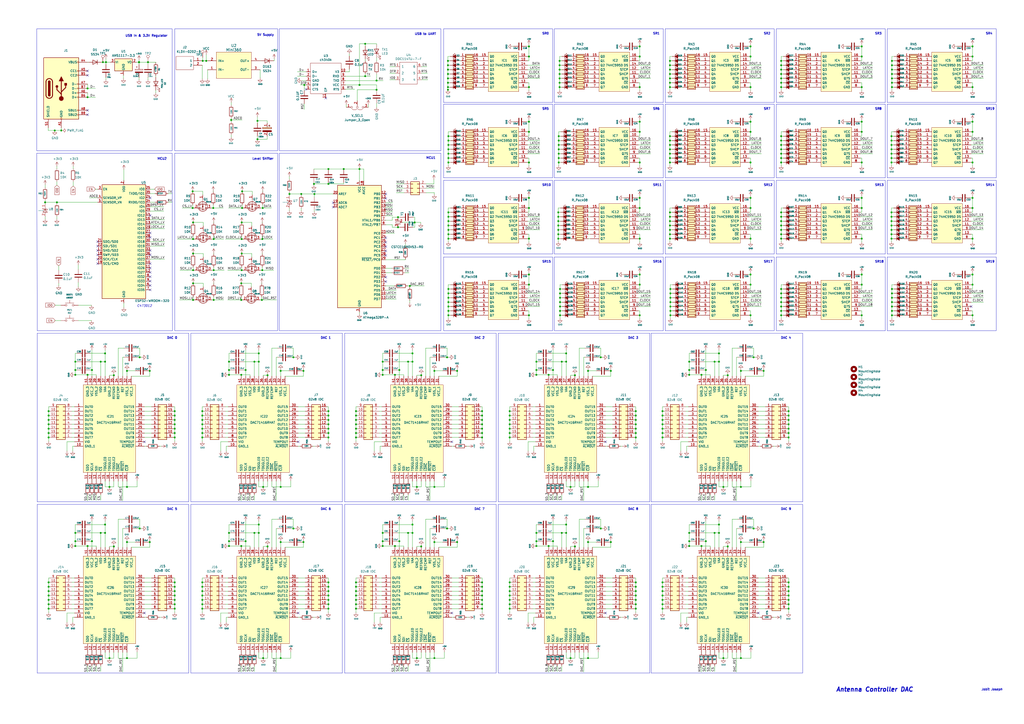
<source format=kicad_sch>
(kicad_sch (version 20230121) (generator eeschema)
  (paper "A2")
  (lib_symbols
    (symbol "74HC595D-Q100_118:74HC595D-Q100,118" (pin_names (offset 0.762))
      (property "Reference" "IC?" (at 13.97 6.35 0))
      (property "Value" "74HC595D" (at 13.97 3.81 0))
      (symbol "74HC595D-Q100,118_0_0"
        (pin passive line (at 0 -2.54 0) (length 5.08) (name "Q1") (number "1"))
        (pin passive line (at 27.94 -2.54 180) (length 5.08) (name "~{MR}") (number "10"))
        (pin passive line (at 27.94 -10.16 180) (length 5.08) (name "SHCP") (number "11"))
        (pin passive line (at 27.94 -7.62 180) (length 5.08) (name "STCP") (number "12"))
        (pin passive line (at 27.94 -15.24 180) (length 5.08) (name "~{OE}") (number "13"))
        (pin passive line (at 27.94 -5.08 180) (length 5.08) (name "DS") (number "14"))
        (pin passive line (at 0 0 0) (length 5.08) (name "Q0") (number "15"))
        (pin passive line (at 27.94 0 180) (length 5.08) (name "VCC") (number "16"))
        (pin passive line (at 0 -5.08 0) (length 5.08) (name "Q2") (number "2"))
        (pin passive line (at 0 -7.62 0) (length 5.08) (name "Q3") (number "3"))
        (pin passive line (at 0 -10.16 0) (length 5.08) (name "Q4") (number "4"))
        (pin passive line (at 0 -12.7 0) (length 5.08) (name "Q5") (number "5"))
        (pin passive line (at 0 -15.24 0) (length 5.08) (name "Q6") (number "6"))
        (pin passive line (at 0 -17.78 0) (length 5.08) (name "Q7") (number "7"))
        (pin passive line (at 27.94 -17.78 180) (length 5.08) (name "GND") (number "8"))
        (pin passive line (at 27.94 -12.7 180) (length 5.08) (name "Q7S") (number "9"))
      )
    )
    (symbol "CSTCE16M0V53-R0:CSTCE16M0V53-R0" (pin_names (offset 0.762) hide)
      (property "Reference" "Y?" (at 9.906 7.112 0))
      (property "Value" "CSTCE16M0V53-R0" (at 17.526 -5.334 90))
      (symbol "CSTCE16M0V53-R0_0_0"
        (pin passive line (at 1.016 0 0) (length 1.27) (name "INPUT") (number "1"))
        (pin passive line (at 3.302 -2.54 90) (length 1.27) (name "GND") (number "2"))
        (pin passive line (at 5.588 0 180) (length 1.27) (name "OUTPUT") (number "3"))
      )
    )
    (symbol "Connector:TestPoint" (pin_numbers hide) (pin_names (offset 0.762) hide)
      (property "Reference" "TP" (at 0 6.858 0))
      (property "Value" "TestPoint" (at 0 5.08 0))
      (symbol "TestPoint_1_1"
        (pin passive line (at 0 0 90) (length 2.54) (name "1") (number "1"))
      )
    )
    (symbol "Connector_Generic:Conn_02x03_Odd_Even" (pin_names (offset 1.016) hide)
      (property "Reference" "J" (at 1.27 5.08 0))
      (property "Value" "Conn_02x03_Odd_Even" (at 1.27 -5.08 0))
      (symbol "Conn_02x03_Odd_Even_1_1"
        (pin passive line (at -5.08 2.54 0) (length 3.81) (name "Pin_1") (number "1"))
        (pin passive line (at 7.62 2.54 180) (length 3.81) (name "Pin_2") (number "2"))
        (pin passive line (at -5.08 0 0) (length 3.81) (name "Pin_3") (number "3"))
        (pin passive line (at 7.62 0 180) (length 3.81) (name "Pin_4") (number "4"))
        (pin passive line (at -5.08 -2.54 0) (length 3.81) (name "Pin_5") (number "5"))
        (pin passive line (at 7.62 -2.54 180) (length 3.81) (name "Pin_6") (number "6"))
      )
    )
    (symbol "Connector_Generic:Conn_02x08_Counter_Clockwise" (pin_names (offset 1.016) hide)
      (property "Reference" "J" (at 1.27 10.16 0))
      (property "Value" "Conn_02x08_Counter_Clockwise" (at 1.27 -12.7 0))
      (symbol "Conn_02x08_Counter_Clockwise_1_1"
        (pin passive line (at -5.08 7.62 0) (length 3.81) (name "Pin_1") (number "1"))
        (pin passive line (at 7.62 -7.62 180) (length 3.81) (name "Pin_10") (number "10"))
        (pin passive line (at 7.62 -5.08 180) (length 3.81) (name "Pin_11") (number "11"))
        (pin passive line (at 7.62 -2.54 180) (length 3.81) (name "Pin_12") (number "12"))
        (pin passive line (at 7.62 0 180) (length 3.81) (name "Pin_13") (number "13"))
        (pin passive line (at 7.62 2.54 180) (length 3.81) (name "Pin_14") (number "14"))
        (pin passive line (at 7.62 5.08 180) (length 3.81) (name "Pin_15") (number "15"))
        (pin passive line (at 7.62 7.62 180) (length 3.81) (name "Pin_16") (number "16"))
        (pin passive line (at -5.08 5.08 0) (length 3.81) (name "Pin_2") (number "2"))
        (pin passive line (at -5.08 2.54 0) (length 3.81) (name "Pin_3") (number "3"))
        (pin passive line (at -5.08 0 0) (length 3.81) (name "Pin_4") (number "4"))
        (pin passive line (at -5.08 -2.54 0) (length 3.81) (name "Pin_5") (number "5"))
        (pin passive line (at -5.08 -5.08 0) (length 3.81) (name "Pin_6") (number "6"))
        (pin passive line (at -5.08 -7.62 0) (length 3.81) (name "Pin_7") (number "7"))
        (pin passive line (at -5.08 -10.16 0) (length 3.81) (name "Pin_8") (number "8"))
        (pin passive line (at 7.62 -10.16 180) (length 3.81) (name "Pin_9") (number "9"))
      )
    )
    (symbol "DAC71416RHAT:DAC71416RHAT" (pin_names (offset 0.762))
      (property "Reference" "IC?" (at 20.828 -5.588 0))
      (property "Value" "DAC71416RHAT" (at 20.066 -9.144 0))
      (symbol "DAC71416RHAT_0_0"
        (pin passive line (at 0 0 0) (length 5.08) (name "OUT0") (number "1"))
        (pin passive line (at 0 -22.86 0) (length 5.08) (name "GND_1") (number "10"))
        (pin passive line (at 7.62 -43.18 90) (length 5.08) (name "SDO") (number "11"))
        (pin passive line (at 10.16 -43.18 90) (length 5.08) (name "SCLK") (number "12"))
        (pin passive line (at 12.7 -43.18 90) (length 5.08) (name "SDI") (number "13"))
        (pin passive line (at 15.24 -43.18 90) (length 5.08) (name "~{CS}") (number "14"))
        (pin passive line (at 17.78 -43.18 90) (length 5.08) (name "TOGGLE0") (number "15"))
        (pin passive line (at 20.32 -43.18 90) (length 5.08) (name "TOGGLE1") (number "16"))
        (pin passive line (at 22.86 -43.18 90) (length 5.08) (name "TOGGLE2") (number "17"))
        (pin passive line (at 25.4 -43.18 90) (length 5.08) (name "~{LDAC}") (number "18"))
        (pin passive line (at 27.94 -43.18 90) (length 5.08) (name "~{RESET}") (number "19"))
        (pin passive line (at 0 -2.54 0) (length 5.08) (name "OUT1") (number "2"))
        (pin passive line (at 30.48 -43.18 90) (length 5.08) (name "~{CLR}") (number "20"))
        (pin passive line (at 40.64 -22.86 180) (length 5.08) (name "~{ALMOUT}") (number "21"))
        (pin passive line (at 40.64 -20.32 180) (length 5.08) (name "TEMPOUT") (number "22"))
        (pin passive line (at 40.64 -17.78 180) (length 5.08) (name "OUT8") (number "23"))
        (pin passive line (at 40.64 -15.24 180) (length 5.08) (name "OUT9") (number "24"))
        (pin passive line (at 40.64 -12.7 180) (length 5.08) (name "OUT10") (number "25"))
        (pin passive line (at 40.64 -10.16 180) (length 5.08) (name "OUT11") (number "26"))
        (pin passive line (at 40.64 -7.62 180) (length 5.08) (name "OUT12") (number "27"))
        (pin passive line (at 40.64 -5.08 180) (length 5.08) (name "OUT13") (number "28"))
        (pin passive line (at 40.64 -2.54 180) (length 5.08) (name "OUT14") (number "29"))
        (pin passive line (at 0 -5.08 0) (length 5.08) (name "OUT2") (number "3"))
        (pin passive line (at 40.64 0 180) (length 5.08) (name "OUT15") (number "30"))
        (pin passive line (at 33.02 17.78 270) (length 5.08) (name "VCC_1") (number "31"))
        (pin passive line (at 30.48 17.78 270) (length 5.08) (name "VSS_1") (number "32"))
        (pin passive line (at 27.94 17.78 270) (length 5.08) (name "REF") (number "33"))
        (pin passive line (at 25.4 17.78 270) (length 5.08) (name "REFCMP") (number "34"))
        (pin passive line (at 22.86 17.78 270) (length 5.08) (name "REFGND") (number "35"))
        (pin passive line (at 20.32 17.78 270) (length 5.08) (name "GND_2") (number "36"))
        (pin passive line (at 17.78 17.78 270) (length 5.08) (name "VAA") (number "37"))
        (pin passive line (at 15.24 17.78 270) (length 5.08) (name "VDD") (number "38"))
        (pin passive line (at 12.7 17.78 270) (length 5.08) (name "VSS_2") (number "39"))
        (pin passive line (at 0 -7.62 0) (length 5.08) (name "OUT3") (number "4"))
        (pin passive line (at 10.16 17.78 270) (length 5.08) (name "VCC_2") (number "40"))
        (pin passive line (at 7.62 17.78 270) (length 5.08) (name "GND_3") (number "41"))
        (pin passive line (at 0 -10.16 0) (length 5.08) (name "OUT4") (number "5"))
        (pin passive line (at 0 -12.7 0) (length 5.08) (name "OUT5") (number "6"))
        (pin passive line (at 0 -15.24 0) (length 5.08) (name "OUT6") (number "7"))
        (pin passive line (at 0 -17.78 0) (length 5.08) (name "OUT7") (number "8"))
        (pin passive line (at 0 -20.32 0) (length 5.08) (name "VIO") (number "9"))
      )
    )
    (symbol "DAC71416RHAT_1" (pin_names (offset 0.762))
      (property "Reference" "IC?" (at 20.828 -5.588 0))
      (property "Value" "DAC71416RHAT_1" (at 20.066 -9.144 0))
      (symbol "DAC71416RHAT_1_0_0"
        (pin passive line (at 0 0 0) (length 5.08) (name "OUT0") (number "1"))
        (pin passive line (at 0 -22.86 0) (length 5.08) (name "GND_1") (number "10"))
        (pin passive line (at 7.62 -43.18 90) (length 5.08) (name "SDO") (number "11"))
        (pin passive line (at 10.16 -43.18 90) (length 5.08) (name "SCLK") (number "12"))
        (pin passive line (at 12.7 -43.18 90) (length 5.08) (name "SDI") (number "13"))
        (pin passive line (at 15.24 -43.18 90) (length 5.08) (name "~{CS}") (number "14"))
        (pin passive line (at 17.78 -43.18 90) (length 5.08) (name "TOGGLE0") (number "15"))
        (pin passive line (at 20.32 -43.18 90) (length 5.08) (name "TOGGLE1") (number "16"))
        (pin passive line (at 22.86 -43.18 90) (length 5.08) (name "TOGGLE2") (number "17"))
        (pin passive line (at 25.4 -43.18 90) (length 5.08) (name "~{LDAC}") (number "18"))
        (pin passive line (at 27.94 -43.18 90) (length 5.08) (name "~{RESET}") (number "19"))
        (pin passive line (at 0 -2.54 0) (length 5.08) (name "OUT1") (number "2"))
        (pin passive line (at 30.48 -43.18 90) (length 5.08) (name "~{CLR}") (number "20"))
        (pin passive line (at 40.64 -22.86 180) (length 5.08) (name "~{ALMOUT}") (number "21"))
        (pin passive line (at 40.64 -20.32 180) (length 5.08) (name "TEMPOUT") (number "22"))
        (pin passive line (at 40.64 -17.78 180) (length 5.08) (name "OUT8") (number "23"))
        (pin passive line (at 40.64 -15.24 180) (length 5.08) (name "OUT9") (number "24"))
        (pin passive line (at 40.64 -12.7 180) (length 5.08) (name "OUT10") (number "25"))
        (pin passive line (at 40.64 -10.16 180) (length 5.08) (name "OUT11") (number "26"))
        (pin passive line (at 40.64 -7.62 180) (length 5.08) (name "OUT12") (number "27"))
        (pin passive line (at 40.64 -5.08 180) (length 5.08) (name "OUT13") (number "28"))
        (pin passive line (at 40.64 -2.54 180) (length 5.08) (name "OUT14") (number "29"))
        (pin passive line (at 0 -5.08 0) (length 5.08) (name "OUT2") (number "3"))
        (pin passive line (at 40.64 0 180) (length 5.08) (name "OUT15") (number "30"))
        (pin passive line (at 33.02 17.78 270) (length 5.08) (name "VCC_1") (number "31"))
        (pin passive line (at 30.48 17.78 270) (length 5.08) (name "VSS_1") (number "32"))
        (pin passive line (at 27.94 17.78 270) (length 5.08) (name "REF") (number "33"))
        (pin passive line (at 25.4 17.78 270) (length 5.08) (name "REFCMP") (number "34"))
        (pin passive line (at 22.86 17.78 270) (length 5.08) (name "REFGND") (number "35"))
        (pin passive line (at 20.32 17.78 270) (length 5.08) (name "GND_2") (number "36"))
        (pin passive line (at 17.78 17.78 270) (length 5.08) (name "VAA") (number "37"))
        (pin passive line (at 15.24 17.78 270) (length 5.08) (name "VDD") (number "38"))
        (pin passive line (at 12.7 17.78 270) (length 5.08) (name "VSS_2") (number "39"))
        (pin passive line (at 0 -7.62 0) (length 5.08) (name "OUT3") (number "4"))
        (pin passive line (at 10.16 17.78 270) (length 5.08) (name "VCC_2") (number "40"))
        (pin passive line (at 7.62 17.78 270) (length 5.08) (name "GND_3") (number "41"))
        (pin passive line (at 0 -10.16 0) (length 5.08) (name "OUT4") (number "5"))
        (pin passive line (at 0 -12.7 0) (length 5.08) (name "OUT5") (number "6"))
        (pin passive line (at 0 -15.24 0) (length 5.08) (name "OUT6") (number "7"))
        (pin passive line (at 0 -17.78 0) (length 5.08) (name "OUT7") (number "8"))
        (pin passive line (at 0 -20.32 0) (length 5.08) (name "VIO") (number "9"))
      )
    )
    (symbol "DAC71416RHAT_2" (pin_names (offset 0.762))
      (property "Reference" "IC?" (at 20.828 -5.588 0))
      (property "Value" "DAC71416RHAT_2" (at 20.066 -9.144 0))
      (symbol "DAC71416RHAT_2_0_0"
        (pin passive line (at 0 0 0) (length 5.08) (name "OUT0") (number "1"))
        (pin passive line (at 0 -22.86 0) (length 5.08) (name "GND_1") (number "10"))
        (pin passive line (at 7.62 -43.18 90) (length 5.08) (name "SDO") (number "11"))
        (pin passive line (at 10.16 -43.18 90) (length 5.08) (name "SCLK") (number "12"))
        (pin passive line (at 12.7 -43.18 90) (length 5.08) (name "SDI") (number "13"))
        (pin passive line (at 15.24 -43.18 90) (length 5.08) (name "~{CS}") (number "14"))
        (pin passive line (at 17.78 -43.18 90) (length 5.08) (name "TOGGLE0") (number "15"))
        (pin passive line (at 20.32 -43.18 90) (length 5.08) (name "TOGGLE1") (number "16"))
        (pin passive line (at 22.86 -43.18 90) (length 5.08) (name "TOGGLE2") (number "17"))
        (pin passive line (at 25.4 -43.18 90) (length 5.08) (name "~{LDAC}") (number "18"))
        (pin passive line (at 27.94 -43.18 90) (length 5.08) (name "~{RESET}") (number "19"))
        (pin passive line (at 0 -2.54 0) (length 5.08) (name "OUT1") (number "2"))
        (pin passive line (at 30.48 -43.18 90) (length 5.08) (name "~{CLR}") (number "20"))
        (pin passive line (at 40.64 -22.86 180) (length 5.08) (name "~{ALMOUT}") (number "21"))
        (pin passive line (at 40.64 -20.32 180) (length 5.08) (name "TEMPOUT") (number "22"))
        (pin passive line (at 40.64 -17.78 180) (length 5.08) (name "OUT8") (number "23"))
        (pin passive line (at 40.64 -15.24 180) (length 5.08) (name "OUT9") (number "24"))
        (pin passive line (at 40.64 -12.7 180) (length 5.08) (name "OUT10") (number "25"))
        (pin passive line (at 40.64 -10.16 180) (length 5.08) (name "OUT11") (number "26"))
        (pin passive line (at 40.64 -7.62 180) (length 5.08) (name "OUT12") (number "27"))
        (pin passive line (at 40.64 -5.08 180) (length 5.08) (name "OUT13") (number "28"))
        (pin passive line (at 40.64 -2.54 180) (length 5.08) (name "OUT14") (number "29"))
        (pin passive line (at 0 -5.08 0) (length 5.08) (name "OUT2") (number "3"))
        (pin passive line (at 40.64 0 180) (length 5.08) (name "OUT15") (number "30"))
        (pin passive line (at 33.02 17.78 270) (length 5.08) (name "VCC_1") (number "31"))
        (pin passive line (at 30.48 17.78 270) (length 5.08) (name "VSS_1") (number "32"))
        (pin passive line (at 27.94 17.78 270) (length 5.08) (name "REF") (number "33"))
        (pin passive line (at 25.4 17.78 270) (length 5.08) (name "REFCMP") (number "34"))
        (pin passive line (at 22.86 17.78 270) (length 5.08) (name "REFGND") (number "35"))
        (pin passive line (at 20.32 17.78 270) (length 5.08) (name "GND_2") (number "36"))
        (pin passive line (at 17.78 17.78 270) (length 5.08) (name "VAA") (number "37"))
        (pin passive line (at 15.24 17.78 270) (length 5.08) (name "VDD") (number "38"))
        (pin passive line (at 12.7 17.78 270) (length 5.08) (name "VSS_2") (number "39"))
        (pin passive line (at 0 -7.62 0) (length 5.08) (name "OUT3") (number "4"))
        (pin passive line (at 10.16 17.78 270) (length 5.08) (name "VCC_2") (number "40"))
        (pin passive line (at 7.62 17.78 270) (length 5.08) (name "GND_3") (number "41"))
        (pin passive line (at 0 -10.16 0) (length 5.08) (name "OUT4") (number "5"))
        (pin passive line (at 0 -12.7 0) (length 5.08) (name "OUT5") (number "6"))
        (pin passive line (at 0 -15.24 0) (length 5.08) (name "OUT6") (number "7"))
        (pin passive line (at 0 -17.78 0) (length 5.08) (name "OUT7") (number "8"))
        (pin passive line (at 0 -20.32 0) (length 5.08) (name "VIO") (number "9"))
      )
    )
    (symbol "DAC71416RHAT_3" (pin_names (offset 0.762))
      (property "Reference" "IC?" (at 20.828 -5.588 0))
      (property "Value" "DAC71416RHAT_3" (at 20.066 -9.144 0))
      (symbol "DAC71416RHAT_3_0_0"
        (pin passive line (at 0 0 0) (length 5.08) (name "OUT0") (number "1"))
        (pin passive line (at 0 -22.86 0) (length 5.08) (name "GND_1") (number "10"))
        (pin passive line (at 7.62 -43.18 90) (length 5.08) (name "SDO") (number "11"))
        (pin passive line (at 10.16 -43.18 90) (length 5.08) (name "SCLK") (number "12"))
        (pin passive line (at 12.7 -43.18 90) (length 5.08) (name "SDI") (number "13"))
        (pin passive line (at 15.24 -43.18 90) (length 5.08) (name "~{CS}") (number "14"))
        (pin passive line (at 17.78 -43.18 90) (length 5.08) (name "TOGGLE0") (number "15"))
        (pin passive line (at 20.32 -43.18 90) (length 5.08) (name "TOGGLE1") (number "16"))
        (pin passive line (at 22.86 -43.18 90) (length 5.08) (name "TOGGLE2") (number "17"))
        (pin passive line (at 25.4 -43.18 90) (length 5.08) (name "~{LDAC}") (number "18"))
        (pin passive line (at 27.94 -43.18 90) (length 5.08) (name "~{RESET}") (number "19"))
        (pin passive line (at 0 -2.54 0) (length 5.08) (name "OUT1") (number "2"))
        (pin passive line (at 30.48 -43.18 90) (length 5.08) (name "~{CLR}") (number "20"))
        (pin passive line (at 40.64 -22.86 180) (length 5.08) (name "~{ALMOUT}") (number "21"))
        (pin passive line (at 40.64 -20.32 180) (length 5.08) (name "TEMPOUT") (number "22"))
        (pin passive line (at 40.64 -17.78 180) (length 5.08) (name "OUT8") (number "23"))
        (pin passive line (at 40.64 -15.24 180) (length 5.08) (name "OUT9") (number "24"))
        (pin passive line (at 40.64 -12.7 180) (length 5.08) (name "OUT10") (number "25"))
        (pin passive line (at 40.64 -10.16 180) (length 5.08) (name "OUT11") (number "26"))
        (pin passive line (at 40.64 -7.62 180) (length 5.08) (name "OUT12") (number "27"))
        (pin passive line (at 40.64 -5.08 180) (length 5.08) (name "OUT13") (number "28"))
        (pin passive line (at 40.64 -2.54 180) (length 5.08) (name "OUT14") (number "29"))
        (pin passive line (at 0 -5.08 0) (length 5.08) (name "OUT2") (number "3"))
        (pin passive line (at 40.64 0 180) (length 5.08) (name "OUT15") (number "30"))
        (pin passive line (at 33.02 17.78 270) (length 5.08) (name "VCC_1") (number "31"))
        (pin passive line (at 30.48 17.78 270) (length 5.08) (name "VSS_1") (number "32"))
        (pin passive line (at 27.94 17.78 270) (length 5.08) (name "REF") (number "33"))
        (pin passive line (at 25.4 17.78 270) (length 5.08) (name "REFCMP") (number "34"))
        (pin passive line (at 22.86 17.78 270) (length 5.08) (name "REFGND") (number "35"))
        (pin passive line (at 20.32 17.78 270) (length 5.08) (name "GND_2") (number "36"))
        (pin passive line (at 17.78 17.78 270) (length 5.08) (name "VAA") (number "37"))
        (pin passive line (at 15.24 17.78 270) (length 5.08) (name "VDD") (number "38"))
        (pin passive line (at 12.7 17.78 270) (length 5.08) (name "VSS_2") (number "39"))
        (pin passive line (at 0 -7.62 0) (length 5.08) (name "OUT3") (number "4"))
        (pin passive line (at 10.16 17.78 270) (length 5.08) (name "VCC_2") (number "40"))
        (pin passive line (at 7.62 17.78 270) (length 5.08) (name "GND_3") (number "41"))
        (pin passive line (at 0 -10.16 0) (length 5.08) (name "OUT4") (number "5"))
        (pin passive line (at 0 -12.7 0) (length 5.08) (name "OUT5") (number "6"))
        (pin passive line (at 0 -15.24 0) (length 5.08) (name "OUT6") (number "7"))
        (pin passive line (at 0 -17.78 0) (length 5.08) (name "OUT7") (number "8"))
        (pin passive line (at 0 -20.32 0) (length 5.08) (name "VIO") (number "9"))
      )
    )
    (symbol "DAC71416RHAT_4" (pin_names (offset 0.762))
      (property "Reference" "IC?" (at 20.828 -5.588 0))
      (property "Value" "DAC71416RHAT_4" (at 20.066 -9.144 0))
      (symbol "DAC71416RHAT_4_0_0"
        (pin passive line (at 0 0 0) (length 5.08) (name "OUT0") (number "1"))
        (pin passive line (at 0 -22.86 0) (length 5.08) (name "GND_1") (number "10"))
        (pin passive line (at 7.62 -43.18 90) (length 5.08) (name "SDO") (number "11"))
        (pin passive line (at 10.16 -43.18 90) (length 5.08) (name "SCLK") (number "12"))
        (pin passive line (at 12.7 -43.18 90) (length 5.08) (name "SDI") (number "13"))
        (pin passive line (at 15.24 -43.18 90) (length 5.08) (name "~{CS}") (number "14"))
        (pin passive line (at 17.78 -43.18 90) (length 5.08) (name "TOGGLE0") (number "15"))
        (pin passive line (at 20.32 -43.18 90) (length 5.08) (name "TOGGLE1") (number "16"))
        (pin passive line (at 22.86 -43.18 90) (length 5.08) (name "TOGGLE2") (number "17"))
        (pin passive line (at 25.4 -43.18 90) (length 5.08) (name "~{LDAC}") (number "18"))
        (pin passive line (at 27.94 -43.18 90) (length 5.08) (name "~{RESET}") (number "19"))
        (pin passive line (at 0 -2.54 0) (length 5.08) (name "OUT1") (number "2"))
        (pin passive line (at 30.48 -43.18 90) (length 5.08) (name "~{CLR}") (number "20"))
        (pin passive line (at 40.64 -22.86 180) (length 5.08) (name "~{ALMOUT}") (number "21"))
        (pin passive line (at 40.64 -20.32 180) (length 5.08) (name "TEMPOUT") (number "22"))
        (pin passive line (at 40.64 -17.78 180) (length 5.08) (name "OUT8") (number "23"))
        (pin passive line (at 40.64 -15.24 180) (length 5.08) (name "OUT9") (number "24"))
        (pin passive line (at 40.64 -12.7 180) (length 5.08) (name "OUT10") (number "25"))
        (pin passive line (at 40.64 -10.16 180) (length 5.08) (name "OUT11") (number "26"))
        (pin passive line (at 40.64 -7.62 180) (length 5.08) (name "OUT12") (number "27"))
        (pin passive line (at 40.64 -5.08 180) (length 5.08) (name "OUT13") (number "28"))
        (pin passive line (at 40.64 -2.54 180) (length 5.08) (name "OUT14") (number "29"))
        (pin passive line (at 0 -5.08 0) (length 5.08) (name "OUT2") (number "3"))
        (pin passive line (at 40.64 0 180) (length 5.08) (name "OUT15") (number "30"))
        (pin passive line (at 33.02 17.78 270) (length 5.08) (name "VCC_1") (number "31"))
        (pin passive line (at 30.48 17.78 270) (length 5.08) (name "VSS_1") (number "32"))
        (pin passive line (at 27.94 17.78 270) (length 5.08) (name "REF") (number "33"))
        (pin passive line (at 25.4 17.78 270) (length 5.08) (name "REFCMP") (number "34"))
        (pin passive line (at 22.86 17.78 270) (length 5.08) (name "REFGND") (number "35"))
        (pin passive line (at 20.32 17.78 270) (length 5.08) (name "GND_2") (number "36"))
        (pin passive line (at 17.78 17.78 270) (length 5.08) (name "VAA") (number "37"))
        (pin passive line (at 15.24 17.78 270) (length 5.08) (name "VDD") (number "38"))
        (pin passive line (at 12.7 17.78 270) (length 5.08) (name "VSS_2") (number "39"))
        (pin passive line (at 0 -7.62 0) (length 5.08) (name "OUT3") (number "4"))
        (pin passive line (at 10.16 17.78 270) (length 5.08) (name "VCC_2") (number "40"))
        (pin passive line (at 7.62 17.78 270) (length 5.08) (name "GND_3") (number "41"))
        (pin passive line (at 0 -10.16 0) (length 5.08) (name "OUT4") (number "5"))
        (pin passive line (at 0 -12.7 0) (length 5.08) (name "OUT5") (number "6"))
        (pin passive line (at 0 -15.24 0) (length 5.08) (name "OUT6") (number "7"))
        (pin passive line (at 0 -17.78 0) (length 5.08) (name "OUT7") (number "8"))
        (pin passive line (at 0 -20.32 0) (length 5.08) (name "VIO") (number "9"))
      )
    )
    (symbol "DAC71416RHAT_5" (pin_names (offset 0.762))
      (property "Reference" "IC?" (at 20.828 -5.588 0))
      (property "Value" "DAC71416RHAT_5" (at 20.066 -9.144 0))
      (symbol "DAC71416RHAT_5_0_0"
        (pin passive line (at 0 0 0) (length 5.08) (name "OUT0") (number "1"))
        (pin passive line (at 0 -22.86 0) (length 5.08) (name "GND_1") (number "10"))
        (pin passive line (at 7.62 -43.18 90) (length 5.08) (name "SDO") (number "11"))
        (pin passive line (at 10.16 -43.18 90) (length 5.08) (name "SCLK") (number "12"))
        (pin passive line (at 12.7 -43.18 90) (length 5.08) (name "SDI") (number "13"))
        (pin passive line (at 15.24 -43.18 90) (length 5.08) (name "~{CS}") (number "14"))
        (pin passive line (at 17.78 -43.18 90) (length 5.08) (name "TOGGLE0") (number "15"))
        (pin passive line (at 20.32 -43.18 90) (length 5.08) (name "TOGGLE1") (number "16"))
        (pin passive line (at 22.86 -43.18 90) (length 5.08) (name "TOGGLE2") (number "17"))
        (pin passive line (at 25.4 -43.18 90) (length 5.08) (name "~{LDAC}") (number "18"))
        (pin passive line (at 27.94 -43.18 90) (length 5.08) (name "~{RESET}") (number "19"))
        (pin passive line (at 0 -2.54 0) (length 5.08) (name "OUT1") (number "2"))
        (pin passive line (at 30.48 -43.18 90) (length 5.08) (name "~{CLR}") (number "20"))
        (pin passive line (at 40.64 -22.86 180) (length 5.08) (name "~{ALMOUT}") (number "21"))
        (pin passive line (at 40.64 -20.32 180) (length 5.08) (name "TEMPOUT") (number "22"))
        (pin passive line (at 40.64 -17.78 180) (length 5.08) (name "OUT8") (number "23"))
        (pin passive line (at 40.64 -15.24 180) (length 5.08) (name "OUT9") (number "24"))
        (pin passive line (at 40.64 -12.7 180) (length 5.08) (name "OUT10") (number "25"))
        (pin passive line (at 40.64 -10.16 180) (length 5.08) (name "OUT11") (number "26"))
        (pin passive line (at 40.64 -7.62 180) (length 5.08) (name "OUT12") (number "27"))
        (pin passive line (at 40.64 -5.08 180) (length 5.08) (name "OUT13") (number "28"))
        (pin passive line (at 40.64 -2.54 180) (length 5.08) (name "OUT14") (number "29"))
        (pin passive line (at 0 -5.08 0) (length 5.08) (name "OUT2") (number "3"))
        (pin passive line (at 40.64 0 180) (length 5.08) (name "OUT15") (number "30"))
        (pin passive line (at 33.02 17.78 270) (length 5.08) (name "VCC_1") (number "31"))
        (pin passive line (at 30.48 17.78 270) (length 5.08) (name "VSS_1") (number "32"))
        (pin passive line (at 27.94 17.78 270) (length 5.08) (name "REF") (number "33"))
        (pin passive line (at 25.4 17.78 270) (length 5.08) (name "REFCMP") (number "34"))
        (pin passive line (at 22.86 17.78 270) (length 5.08) (name "REFGND") (number "35"))
        (pin passive line (at 20.32 17.78 270) (length 5.08) (name "GND_2") (number "36"))
        (pin passive line (at 17.78 17.78 270) (length 5.08) (name "VAA") (number "37"))
        (pin passive line (at 15.24 17.78 270) (length 5.08) (name "VDD") (number "38"))
        (pin passive line (at 12.7 17.78 270) (length 5.08) (name "VSS_2") (number "39"))
        (pin passive line (at 0 -7.62 0) (length 5.08) (name "OUT3") (number "4"))
        (pin passive line (at 10.16 17.78 270) (length 5.08) (name "VCC_2") (number "40"))
        (pin passive line (at 7.62 17.78 270) (length 5.08) (name "GND_3") (number "41"))
        (pin passive line (at 0 -10.16 0) (length 5.08) (name "OUT4") (number "5"))
        (pin passive line (at 0 -12.7 0) (length 5.08) (name "OUT5") (number "6"))
        (pin passive line (at 0 -15.24 0) (length 5.08) (name "OUT6") (number "7"))
        (pin passive line (at 0 -17.78 0) (length 5.08) (name "OUT7") (number "8"))
        (pin passive line (at 0 -20.32 0) (length 5.08) (name "VIO") (number "9"))
      )
    )
    (symbol "DAC71416RHAT_6" (pin_names (offset 0.762))
      (property "Reference" "IC?" (at 20.828 -5.588 0))
      (property "Value" "DAC71416RHAT_6" (at 20.066 -9.144 0))
      (symbol "DAC71416RHAT_6_0_0"
        (pin passive line (at 0 0 0) (length 5.08) (name "OUT0") (number "1"))
        (pin passive line (at 0 -22.86 0) (length 5.08) (name "GND_1") (number "10"))
        (pin passive line (at 7.62 -43.18 90) (length 5.08) (name "SDO") (number "11"))
        (pin passive line (at 10.16 -43.18 90) (length 5.08) (name "SCLK") (number "12"))
        (pin passive line (at 12.7 -43.18 90) (length 5.08) (name "SDI") (number "13"))
        (pin passive line (at 15.24 -43.18 90) (length 5.08) (name "~{CS}") (number "14"))
        (pin passive line (at 17.78 -43.18 90) (length 5.08) (name "TOGGLE0") (number "15"))
        (pin passive line (at 20.32 -43.18 90) (length 5.08) (name "TOGGLE1") (number "16"))
        (pin passive line (at 22.86 -43.18 90) (length 5.08) (name "TOGGLE2") (number "17"))
        (pin passive line (at 25.4 -43.18 90) (length 5.08) (name "~{LDAC}") (number "18"))
        (pin passive line (at 27.94 -43.18 90) (length 5.08) (name "~{RESET}") (number "19"))
        (pin passive line (at 0 -2.54 0) (length 5.08) (name "OUT1") (number "2"))
        (pin passive line (at 30.48 -43.18 90) (length 5.08) (name "~{CLR}") (number "20"))
        (pin passive line (at 40.64 -22.86 180) (length 5.08) (name "~{ALMOUT}") (number "21"))
        (pin passive line (at 40.64 -20.32 180) (length 5.08) (name "TEMPOUT") (number "22"))
        (pin passive line (at 40.64 -17.78 180) (length 5.08) (name "OUT8") (number "23"))
        (pin passive line (at 40.64 -15.24 180) (length 5.08) (name "OUT9") (number "24"))
        (pin passive line (at 40.64 -12.7 180) (length 5.08) (name "OUT10") (number "25"))
        (pin passive line (at 40.64 -10.16 180) (length 5.08) (name "OUT11") (number "26"))
        (pin passive line (at 40.64 -7.62 180) (length 5.08) (name "OUT12") (number "27"))
        (pin passive line (at 40.64 -5.08 180) (length 5.08) (name "OUT13") (number "28"))
        (pin passive line (at 40.64 -2.54 180) (length 5.08) (name "OUT14") (number "29"))
        (pin passive line (at 0 -5.08 0) (length 5.08) (name "OUT2") (number "3"))
        (pin passive line (at 40.64 0 180) (length 5.08) (name "OUT15") (number "30"))
        (pin passive line (at 33.02 17.78 270) (length 5.08) (name "VCC_1") (number "31"))
        (pin passive line (at 30.48 17.78 270) (length 5.08) (name "VSS_1") (number "32"))
        (pin passive line (at 27.94 17.78 270) (length 5.08) (name "REF") (number "33"))
        (pin passive line (at 25.4 17.78 270) (length 5.08) (name "REFCMP") (number "34"))
        (pin passive line (at 22.86 17.78 270) (length 5.08) (name "REFGND") (number "35"))
        (pin passive line (at 20.32 17.78 270) (length 5.08) (name "GND_2") (number "36"))
        (pin passive line (at 17.78 17.78 270) (length 5.08) (name "VAA") (number "37"))
        (pin passive line (at 15.24 17.78 270) (length 5.08) (name "VDD") (number "38"))
        (pin passive line (at 12.7 17.78 270) (length 5.08) (name "VSS_2") (number "39"))
        (pin passive line (at 0 -7.62 0) (length 5.08) (name "OUT3") (number "4"))
        (pin passive line (at 10.16 17.78 270) (length 5.08) (name "VCC_2") (number "40"))
        (pin passive line (at 7.62 17.78 270) (length 5.08) (name "GND_3") (number "41"))
        (pin passive line (at 0 -10.16 0) (length 5.08) (name "OUT4") (number "5"))
        (pin passive line (at 0 -12.7 0) (length 5.08) (name "OUT5") (number "6"))
        (pin passive line (at 0 -15.24 0) (length 5.08) (name "OUT6") (number "7"))
        (pin passive line (at 0 -17.78 0) (length 5.08) (name "OUT7") (number "8"))
        (pin passive line (at 0 -20.32 0) (length 5.08) (name "VIO") (number "9"))
      )
    )
    (symbol "DAC71416RHAT_7" (pin_names (offset 0.762))
      (property "Reference" "IC?" (at 20.828 -5.588 0))
      (property "Value" "DAC71416RHAT_7" (at 20.066 -9.144 0))
      (symbol "DAC71416RHAT_7_0_0"
        (pin passive line (at 0 0 0) (length 5.08) (name "OUT0") (number "1"))
        (pin passive line (at 0 -22.86 0) (length 5.08) (name "GND_1") (number "10"))
        (pin passive line (at 7.62 -43.18 90) (length 5.08) (name "SDO") (number "11"))
        (pin passive line (at 10.16 -43.18 90) (length 5.08) (name "SCLK") (number "12"))
        (pin passive line (at 12.7 -43.18 90) (length 5.08) (name "SDI") (number "13"))
        (pin passive line (at 15.24 -43.18 90) (length 5.08) (name "~{CS}") (number "14"))
        (pin passive line (at 17.78 -43.18 90) (length 5.08) (name "TOGGLE0") (number "15"))
        (pin passive line (at 20.32 -43.18 90) (length 5.08) (name "TOGGLE1") (number "16"))
        (pin passive line (at 22.86 -43.18 90) (length 5.08) (name "TOGGLE2") (number "17"))
        (pin passive line (at 25.4 -43.18 90) (length 5.08) (name "~{LDAC}") (number "18"))
        (pin passive line (at 27.94 -43.18 90) (length 5.08) (name "~{RESET}") (number "19"))
        (pin passive line (at 0 -2.54 0) (length 5.08) (name "OUT1") (number "2"))
        (pin passive line (at 30.48 -43.18 90) (length 5.08) (name "~{CLR}") (number "20"))
        (pin passive line (at 40.64 -22.86 180) (length 5.08) (name "~{ALMOUT}") (number "21"))
        (pin passive line (at 40.64 -20.32 180) (length 5.08) (name "TEMPOUT") (number "22"))
        (pin passive line (at 40.64 -17.78 180) (length 5.08) (name "OUT8") (number "23"))
        (pin passive line (at 40.64 -15.24 180) (length 5.08) (name "OUT9") (number "24"))
        (pin passive line (at 40.64 -12.7 180) (length 5.08) (name "OUT10") (number "25"))
        (pin passive line (at 40.64 -10.16 180) (length 5.08) (name "OUT11") (number "26"))
        (pin passive line (at 40.64 -7.62 180) (length 5.08) (name "OUT12") (number "27"))
        (pin passive line (at 40.64 -5.08 180) (length 5.08) (name "OUT13") (number "28"))
        (pin passive line (at 40.64 -2.54 180) (length 5.08) (name "OUT14") (number "29"))
        (pin passive line (at 0 -5.08 0) (length 5.08) (name "OUT2") (number "3"))
        (pin passive line (at 40.64 0 180) (length 5.08) (name "OUT15") (number "30"))
        (pin passive line (at 33.02 17.78 270) (length 5.08) (name "VCC_1") (number "31"))
        (pin passive line (at 30.48 17.78 270) (length 5.08) (name "VSS_1") (number "32"))
        (pin passive line (at 27.94 17.78 270) (length 5.08) (name "REF") (number "33"))
        (pin passive line (at 25.4 17.78 270) (length 5.08) (name "REFCMP") (number "34"))
        (pin passive line (at 22.86 17.78 270) (length 5.08) (name "REFGND") (number "35"))
        (pin passive line (at 20.32 17.78 270) (length 5.08) (name "GND_2") (number "36"))
        (pin passive line (at 17.78 17.78 270) (length 5.08) (name "VAA") (number "37"))
        (pin passive line (at 15.24 17.78 270) (length 5.08) (name "VDD") (number "38"))
        (pin passive line (at 12.7 17.78 270) (length 5.08) (name "VSS_2") (number "39"))
        (pin passive line (at 0 -7.62 0) (length 5.08) (name "OUT3") (number "4"))
        (pin passive line (at 10.16 17.78 270) (length 5.08) (name "VCC_2") (number "40"))
        (pin passive line (at 7.62 17.78 270) (length 5.08) (name "GND_3") (number "41"))
        (pin passive line (at 0 -10.16 0) (length 5.08) (name "OUT4") (number "5"))
        (pin passive line (at 0 -12.7 0) (length 5.08) (name "OUT5") (number "6"))
        (pin passive line (at 0 -15.24 0) (length 5.08) (name "OUT6") (number "7"))
        (pin passive line (at 0 -17.78 0) (length 5.08) (name "OUT7") (number "8"))
        (pin passive line (at 0 -20.32 0) (length 5.08) (name "VIO") (number "9"))
      )
    )
    (symbol "DAC71416RHAT_8" (pin_names (offset 0.762))
      (property "Reference" "IC?" (at 20.828 -5.588 0))
      (property "Value" "DAC71416RHAT_8" (at 20.066 -9.144 0))
      (symbol "DAC71416RHAT_8_0_0"
        (pin passive line (at 0 0 0) (length 5.08) (name "OUT0") (number "1"))
        (pin passive line (at 0 -22.86 0) (length 5.08) (name "GND_1") (number "10"))
        (pin passive line (at 7.62 -43.18 90) (length 5.08) (name "SDO") (number "11"))
        (pin passive line (at 10.16 -43.18 90) (length 5.08) (name "SCLK") (number "12"))
        (pin passive line (at 12.7 -43.18 90) (length 5.08) (name "SDI") (number "13"))
        (pin passive line (at 15.24 -43.18 90) (length 5.08) (name "~{CS}") (number "14"))
        (pin passive line (at 17.78 -43.18 90) (length 5.08) (name "TOGGLE0") (number "15"))
        (pin passive line (at 20.32 -43.18 90) (length 5.08) (name "TOGGLE1") (number "16"))
        (pin passive line (at 22.86 -43.18 90) (length 5.08) (name "TOGGLE2") (number "17"))
        (pin passive line (at 25.4 -43.18 90) (length 5.08) (name "~{LDAC}") (number "18"))
        (pin passive line (at 27.94 -43.18 90) (length 5.08) (name "~{RESET}") (number "19"))
        (pin passive line (at 0 -2.54 0) (length 5.08) (name "OUT1") (number "2"))
        (pin passive line (at 30.48 -43.18 90) (length 5.08) (name "~{CLR}") (number "20"))
        (pin passive line (at 40.64 -22.86 180) (length 5.08) (name "~{ALMOUT}") (number "21"))
        (pin passive line (at 40.64 -20.32 180) (length 5.08) (name "TEMPOUT") (number "22"))
        (pin passive line (at 40.64 -17.78 180) (length 5.08) (name "OUT8") (number "23"))
        (pin passive line (at 40.64 -15.24 180) (length 5.08) (name "OUT9") (number "24"))
        (pin passive line (at 40.64 -12.7 180) (length 5.08) (name "OUT10") (number "25"))
        (pin passive line (at 40.64 -10.16 180) (length 5.08) (name "OUT11") (number "26"))
        (pin passive line (at 40.64 -7.62 180) (length 5.08) (name "OUT12") (number "27"))
        (pin passive line (at 40.64 -5.08 180) (length 5.08) (name "OUT13") (number "28"))
        (pin passive line (at 40.64 -2.54 180) (length 5.08) (name "OUT14") (number "29"))
        (pin passive line (at 0 -5.08 0) (length 5.08) (name "OUT2") (number "3"))
        (pin passive line (at 40.64 0 180) (length 5.08) (name "OUT15") (number "30"))
        (pin passive line (at 33.02 17.78 270) (length 5.08) (name "VCC_1") (number "31"))
        (pin passive line (at 30.48 17.78 270) (length 5.08) (name "VSS_1") (number "32"))
        (pin passive line (at 27.94 17.78 270) (length 5.08) (name "REF") (number "33"))
        (pin passive line (at 25.4 17.78 270) (length 5.08) (name "REFCMP") (number "34"))
        (pin passive line (at 22.86 17.78 270) (length 5.08) (name "REFGND") (number "35"))
        (pin passive line (at 20.32 17.78 270) (length 5.08) (name "GND_2") (number "36"))
        (pin passive line (at 17.78 17.78 270) (length 5.08) (name "VAA") (number "37"))
        (pin passive line (at 15.24 17.78 270) (length 5.08) (name "VDD") (number "38"))
        (pin passive line (at 12.7 17.78 270) (length 5.08) (name "VSS_2") (number "39"))
        (pin passive line (at 0 -7.62 0) (length 5.08) (name "OUT3") (number "4"))
        (pin passive line (at 10.16 17.78 270) (length 5.08) (name "VCC_2") (number "40"))
        (pin passive line (at 7.62 17.78 270) (length 5.08) (name "GND_3") (number "41"))
        (pin passive line (at 0 -10.16 0) (length 5.08) (name "OUT4") (number "5"))
        (pin passive line (at 0 -12.7 0) (length 5.08) (name "OUT5") (number "6"))
        (pin passive line (at 0 -15.24 0) (length 5.08) (name "OUT6") (number "7"))
        (pin passive line (at 0 -17.78 0) (length 5.08) (name "OUT7") (number "8"))
        (pin passive line (at 0 -20.32 0) (length 5.08) (name "VIO") (number "9"))
      )
    )
    (symbol "DAC71416RHAT_9" (pin_names (offset 0.762))
      (property "Reference" "IC?" (at 20.828 -5.588 0))
      (property "Value" "DAC71416RHAT_9" (at 20.066 -9.144 0))
      (symbol "DAC71416RHAT_9_0_0"
        (pin passive line (at 0 0 0) (length 5.08) (name "OUT0") (number "1"))
        (pin passive line (at 0 -22.86 0) (length 5.08) (name "GND_1") (number "10"))
        (pin passive line (at 7.62 -43.18 90) (length 5.08) (name "SDO") (number "11"))
        (pin passive line (at 10.16 -43.18 90) (length 5.08) (name "SCLK") (number "12"))
        (pin passive line (at 12.7 -43.18 90) (length 5.08) (name "SDI") (number "13"))
        (pin passive line (at 15.24 -43.18 90) (length 5.08) (name "~{CS}") (number "14"))
        (pin passive line (at 17.78 -43.18 90) (length 5.08) (name "TOGGLE0") (number "15"))
        (pin passive line (at 20.32 -43.18 90) (length 5.08) (name "TOGGLE1") (number "16"))
        (pin passive line (at 22.86 -43.18 90) (length 5.08) (name "TOGGLE2") (number "17"))
        (pin passive line (at 25.4 -43.18 90) (length 5.08) (name "~{LDAC}") (number "18"))
        (pin passive line (at 27.94 -43.18 90) (length 5.08) (name "~{RESET}") (number "19"))
        (pin passive line (at 0 -2.54 0) (length 5.08) (name "OUT1") (number "2"))
        (pin passive line (at 30.48 -43.18 90) (length 5.08) (name "~{CLR}") (number "20"))
        (pin passive line (at 40.64 -22.86 180) (length 5.08) (name "~{ALMOUT}") (number "21"))
        (pin passive line (at 40.64 -20.32 180) (length 5.08) (name "TEMPOUT") (number "22"))
        (pin passive line (at 40.64 -17.78 180) (length 5.08) (name "OUT8") (number "23"))
        (pin passive line (at 40.64 -15.24 180) (length 5.08) (name "OUT9") (number "24"))
        (pin passive line (at 40.64 -12.7 180) (length 5.08) (name "OUT10") (number "25"))
        (pin passive line (at 40.64 -10.16 180) (length 5.08) (name "OUT11") (number "26"))
        (pin passive line (at 40.64 -7.62 180) (length 5.08) (name "OUT12") (number "27"))
        (pin passive line (at 40.64 -5.08 180) (length 5.08) (name "OUT13") (number "28"))
        (pin passive line (at 40.64 -2.54 180) (length 5.08) (name "OUT14") (number "29"))
        (pin passive line (at 0 -5.08 0) (length 5.08) (name "OUT2") (number "3"))
        (pin passive line (at 40.64 0 180) (length 5.08) (name "OUT15") (number "30"))
        (pin passive line (at 33.02 17.78 270) (length 5.08) (name "VCC_1") (number "31"))
        (pin passive line (at 30.48 17.78 270) (length 5.08) (name "VSS_1") (number "32"))
        (pin passive line (at 27.94 17.78 270) (length 5.08) (name "REF") (number "33"))
        (pin passive line (at 25.4 17.78 270) (length 5.08) (name "REFCMP") (number "34"))
        (pin passive line (at 22.86 17.78 270) (length 5.08) (name "REFGND") (number "35"))
        (pin passive line (at 20.32 17.78 270) (length 5.08) (name "GND_2") (number "36"))
        (pin passive line (at 17.78 17.78 270) (length 5.08) (name "VAA") (number "37"))
        (pin passive line (at 15.24 17.78 270) (length 5.08) (name "VDD") (number "38"))
        (pin passive line (at 12.7 17.78 270) (length 5.08) (name "VSS_2") (number "39"))
        (pin passive line (at 0 -7.62 0) (length 5.08) (name "OUT3") (number "4"))
        (pin passive line (at 10.16 17.78 270) (length 5.08) (name "VCC_2") (number "40"))
        (pin passive line (at 7.62 17.78 270) (length 5.08) (name "GND_3") (number "41"))
        (pin passive line (at 0 -10.16 0) (length 5.08) (name "OUT4") (number "5"))
        (pin passive line (at 0 -12.7 0) (length 5.08) (name "OUT5") (number "6"))
        (pin passive line (at 0 -15.24 0) (length 5.08) (name "OUT6") (number "7"))
        (pin passive line (at 0 -17.78 0) (length 5.08) (name "OUT7") (number "8"))
        (pin passive line (at 0 -20.32 0) (length 5.08) (name "VIO") (number "9"))
      )
    )
    (symbol "Device:C" (pin_numbers hide) (pin_names (offset 0.254))
      (property "Reference" "C" (at 0.635 2.54 0))
      (property "Value" "C" (at 0.635 -2.54 0))
      (symbol "C_1_1"
        (pin passive line (at 0 3.81 270) (length 2.794) (name "~") (number "1"))
        (pin passive line (at 0 -3.81 90) (length 2.794) (name "~") (number "2"))
      )
    )
    (symbol "Device:C_Polarized" (pin_numbers hide) (pin_names (offset 0.254))
      (property "Reference" "C" (at 0.635 2.54 0))
      (property "Value" "C_Polarized" (at 0.635 -2.54 0))
      (symbol "C_Polarized_1_1"
        (pin passive line (at 0 3.81 270) (length 2.794) (name "~") (number "1"))
        (pin passive line (at 0 -3.81 90) (length 2.794) (name "~") (number "2"))
      )
    )
    (symbol "Device:LED" (pin_numbers hide) (pin_names (offset 1.016) hide)
      (property "Reference" "D" (at 0 2.54 0))
      (property "Value" "LED" (at 0 -2.54 0))
      (symbol "LED_1_1"
        (pin passive line (at -3.81 0 0) (length 2.54) (name "K") (number "1"))
        (pin passive line (at 3.81 0 180) (length 2.54) (name "A") (number "2"))
      )
    )
    (symbol "Device:LED_Small_Filled" (pin_numbers hide) (pin_names (offset 0.254) hide)
      (property "Reference" "D" (at -1.27 3.175 0))
      (property "Value" "LED_Small_Filled" (at -4.445 -2.54 0))
      (symbol "LED_Small_Filled_1_1"
        (pin passive line (at -2.54 0 0) (length 1.778) (name "K") (number "1"))
        (pin passive line (at 2.54 0 180) (length 1.778) (name "A") (number "2"))
      )
    )
    (symbol "Device:R" (pin_numbers hide) (pin_names (offset 0))
      (property "Reference" "R" (at 2.032 0 90))
      (property "Value" "R" (at 0 0 90))
      (symbol "R_1_1"
        (pin passive line (at 0 3.81 270) (length 1.27) (name "~") (number "1"))
        (pin passive line (at 0 -3.81 90) (length 1.27) (name "~") (number "2"))
      )
    )
    (symbol "Device:R_Pack08" (pin_names (offset 0) hide)
      (property "Reference" "RN" (at -12.7 0 90))
      (property "Value" "R_Pack08" (at 10.16 0 90))
      (symbol "R_Pack08_1_1"
        (pin passive line (at -10.16 -5.08 90) (length 2.54) (name "R1.1") (number "1"))
        (pin passive line (at 5.08 5.08 270) (length 2.54) (name "R7.2") (number "10"))
        (pin passive line (at 2.54 5.08 270) (length 2.54) (name "R6.2") (number "11"))
        (pin passive line (at 0 5.08 270) (length 2.54) (name "R5.2") (number "12"))
        (pin passive line (at -2.54 5.08 270) (length 2.54) (name "R4.2") (number "13"))
        (pin passive line (at -5.08 5.08 270) (length 2.54) (name "R3.2") (number "14"))
        (pin passive line (at -7.62 5.08 270) (length 2.54) (name "R2.2") (number "15"))
        (pin passive line (at -10.16 5.08 270) (length 2.54) (name "R1.2") (number "16"))
        (pin passive line (at -7.62 -5.08 90) (length 2.54) (name "R2.1") (number "2"))
        (pin passive line (at -5.08 -5.08 90) (length 2.54) (name "R3.1") (number "3"))
        (pin passive line (at -2.54 -5.08 90) (length 2.54) (name "R4.1") (number "4"))
        (pin passive line (at 0 -5.08 90) (length 2.54) (name "R5.1") (number "5"))
        (pin passive line (at 2.54 -5.08 90) (length 2.54) (name "R6.1") (number "6"))
        (pin passive line (at 5.08 -5.08 90) (length 2.54) (name "R7.1") (number "7"))
        (pin passive line (at 7.62 -5.08 90) (length 2.54) (name "R8.1") (number "8"))
        (pin passive line (at 7.62 5.08 270) (length 2.54) (name "R8.2") (number "9"))
      )
    )
    (symbol "Diode:US1A" (pin_numbers hide) (pin_names (offset 1.016) hide)
      (property "Reference" "D" (at 0 2.54 0))
      (property "Value" "US1A" (at 0 -2.54 0))
      (symbol "US1A_1_1"
        (pin passive line (at -3.81 0 0) (length 2.54) (name "K") (number "1"))
        (pin passive line (at 3.81 0 180) (length 2.54) (name "A") (number "2"))
      )
    )
    (symbol "Jumper:Jumper_3_Open" (pin_names (offset 0) hide)
      (property "Reference" "JP" (at -2.54 -2.54 0))
      (property "Value" "Jumper_3_Open" (at 0 2.794 0))
      (symbol "Jumper_3_Open_1_1"
        (pin passive line (at -6.35 0 0) (length 2.54) (name "A") (number "1"))
        (pin passive line (at 0 -3.81 90) (length 2.54) (name "C") (number "2"))
        (pin passive line (at 6.35 0 180) (length 2.54) (name "B") (number "3"))
      )
    )
    (symbol "KLDX-0202-B:KLDX-0202-B" (pin_names (offset 0.762))
      (property "Reference" "J23" (at 10.16 7.874 0))
      (property "Value" "KLDX-0202-B" (at 10.16 5.334 0))
      (symbol "KLDX-0202-B_0_0"
        (pin power_out line (at 20.32 0 180) (length 5.08) (name "1") (number "1"))
        (pin passive line (at 20.32 -2.54 180) (length 5.08) (name "2") (number "2"))
        (pin passive line (at 20.32 -2.54 180) (length 5.08) hide (name "3") (number "3"))
      )
    )
    (symbol "MCU_Microchip_ATmega:ATmega328P-A"
      (property "Reference" "U" (at -12.7 36.83 0))
      (property "Value" "ATmega328P-A" (at 2.54 -36.83 0))
      (symbol "ATmega328P-A_1_1"
        (pin bidirectional line (at 15.24 -20.32 180) (length 2.54) (name "PD3") (number "1"))
        (pin bidirectional line (at 15.24 -27.94 180) (length 2.54) (name "PD6") (number "10"))
        (pin bidirectional line (at 15.24 -30.48 180) (length 2.54) (name "PD7") (number "11"))
        (pin bidirectional line (at 15.24 30.48 180) (length 2.54) (name "PB0") (number "12"))
        (pin bidirectional line (at 15.24 27.94 180) (length 2.54) (name "PB1") (number "13"))
        (pin bidirectional line (at 15.24 25.4 180) (length 2.54) (name "PB2") (number "14"))
        (pin bidirectional line (at 15.24 22.86 180) (length 2.54) (name "PB3") (number "15"))
        (pin bidirectional line (at 15.24 20.32 180) (length 2.54) (name "PB4") (number "16"))
        (pin bidirectional line (at 15.24 17.78 180) (length 2.54) (name "PB5") (number "17"))
        (pin power_in line (at 2.54 38.1 270) (length 2.54) (name "AVCC") (number "18"))
        (pin input line (at -15.24 25.4 0) (length 2.54) (name "ADC6") (number "19"))
        (pin bidirectional line (at 15.24 -22.86 180) (length 2.54) (name "PD4") (number "2"))
        (pin passive line (at -15.24 30.48 0) (length 2.54) (name "AREF") (number "20"))
        (pin passive line (at 0 -38.1 90) (length 2.54) hide (name "GND") (number "21"))
        (pin input line (at -15.24 22.86 0) (length 2.54) (name "ADC7") (number "22"))
        (pin bidirectional line (at 15.24 7.62 180) (length 2.54) (name "PC0") (number "23"))
        (pin bidirectional line (at 15.24 5.08 180) (length 2.54) (name "PC1") (number "24"))
        (pin bidirectional line (at 15.24 2.54 180) (length 2.54) (name "PC2") (number "25"))
        (pin bidirectional line (at 15.24 0 180) (length 2.54) (name "PC3") (number "26"))
        (pin bidirectional line (at 15.24 -2.54 180) (length 2.54) (name "PC4") (number "27"))
        (pin bidirectional line (at 15.24 -5.08 180) (length 2.54) (name "PC5") (number "28"))
        (pin bidirectional line (at 15.24 -7.62 180) (length 2.54) (name "~{RESET}/PC6") (number "29"))
        (pin power_in line (at 0 -38.1 90) (length 2.54) (name "GND") (number "3"))
        (pin bidirectional line (at 15.24 -12.7 180) (length 2.54) (name "PD0") (number "30"))
        (pin bidirectional line (at 15.24 -15.24 180) (length 2.54) (name "PD1") (number "31"))
        (pin bidirectional line (at 15.24 -17.78 180) (length 2.54) (name "PD2") (number "32"))
        (pin power_in line (at 0 38.1 270) (length 2.54) (name "VCC") (number "4"))
        (pin passive line (at 0 -38.1 90) (length 2.54) hide (name "GND") (number "5"))
        (pin passive line (at 0 38.1 270) (length 2.54) hide (name "VCC") (number "6"))
        (pin bidirectional line (at 15.24 15.24 180) (length 2.54) (name "XTAL1/PB6") (number "7"))
        (pin bidirectional line (at 15.24 12.7 180) (length 2.54) (name "XTAL2/PB7") (number "8"))
        (pin bidirectional line (at 15.24 -25.4 180) (length 2.54) (name "PD5") (number "9"))
      )
    )
    (symbol "Mechanical:MountingHole" (pin_names (offset 1.016))
      (property "Reference" "H" (at 0 5.08 0))
      (property "Value" "MountingHole" (at 0 3.175 0))
    )
    (symbol "RF_Module:ESP32-WROOM-32D"
      (property "Reference" "U" (at -12.7 34.29 0))
      (property "Value" "ESP32-WROOM-32D" (at 1.27 34.29 0))
      (symbol "ESP32-WROOM-32D_1_1"
        (pin power_in line (at 0 -35.56 90) (length 2.54) (name "GND") (number "1"))
        (pin bidirectional line (at 15.24 -12.7 180) (length 2.54) (name "IO25") (number "10"))
        (pin bidirectional line (at 15.24 -15.24 180) (length 2.54) (name "IO26") (number "11"))
        (pin bidirectional line (at 15.24 -17.78 180) (length 2.54) (name "IO27") (number "12"))
        (pin bidirectional line (at 15.24 10.16 180) (length 2.54) (name "IO14") (number "13"))
        (pin bidirectional line (at 15.24 15.24 180) (length 2.54) (name "IO12") (number "14"))
        (pin passive line (at 0 -35.56 90) (length 2.54) hide (name "GND") (number "15"))
        (pin bidirectional line (at 15.24 12.7 180) (length 2.54) (name "IO13") (number "16"))
        (pin bidirectional line (at -15.24 -5.08 0) (length 2.54) (name "SHD/SD2") (number "17"))
        (pin bidirectional line (at -15.24 -7.62 0) (length 2.54) (name "SWP/SD3") (number "18"))
        (pin bidirectional line (at -15.24 -12.7 0) (length 2.54) (name "SCS/CMD") (number "19"))
        (pin power_in line (at 0 35.56 270) (length 2.54) (name "VDD") (number "2"))
        (pin bidirectional line (at -15.24 -10.16 0) (length 2.54) (name "SCK/CLK") (number "20"))
        (pin bidirectional line (at -15.24 0 0) (length 2.54) (name "SDO/SD0") (number "21"))
        (pin bidirectional line (at -15.24 -2.54 0) (length 2.54) (name "SDI/SD1") (number "22"))
        (pin bidirectional line (at 15.24 7.62 180) (length 2.54) (name "IO15") (number "23"))
        (pin bidirectional line (at 15.24 25.4 180) (length 2.54) (name "IO2") (number "24"))
        (pin bidirectional line (at 15.24 30.48 180) (length 2.54) (name "IO0") (number "25"))
        (pin bidirectional line (at 15.24 20.32 180) (length 2.54) (name "IO4") (number "26"))
        (pin bidirectional line (at 15.24 5.08 180) (length 2.54) (name "IO16") (number "27"))
        (pin bidirectional line (at 15.24 2.54 180) (length 2.54) (name "IO17") (number "28"))
        (pin bidirectional line (at 15.24 17.78 180) (length 2.54) (name "IO5") (number "29"))
        (pin input line (at -15.24 30.48 0) (length 2.54) (name "EN") (number "3"))
        (pin bidirectional line (at 15.24 0 180) (length 2.54) (name "IO18") (number "30"))
        (pin bidirectional line (at 15.24 -2.54 180) (length 2.54) (name "IO19") (number "31"))
        (pin no_connect line (at -12.7 -27.94 0) (length 2.54) hide (name "NC") (number "32"))
        (pin bidirectional line (at 15.24 -5.08 180) (length 2.54) (name "IO21") (number "33"))
        (pin bidirectional line (at 15.24 22.86 180) (length 2.54) (name "RXD0/IO3") (number "34"))
        (pin bidirectional line (at 15.24 27.94 180) (length 2.54) (name "TXD0/IO1") (number "35"))
        (pin bidirectional line (at 15.24 -7.62 180) (length 2.54) (name "IO22") (number "36"))
        (pin bidirectional line (at 15.24 -10.16 180) (length 2.54) (name "IO23") (number "37"))
        (pin passive line (at 0 -35.56 90) (length 2.54) hide (name "GND") (number "38"))
        (pin passive line (at 0 -35.56 90) (length 2.54) hide (name "GND") (number "39"))
        (pin input line (at -15.24 25.4 0) (length 2.54) (name "SENSOR_VP") (number "4"))
        (pin input line (at -15.24 22.86 0) (length 2.54) (name "SENSOR_VN") (number "5"))
        (pin input line (at 15.24 -25.4 180) (length 2.54) (name "IO34") (number "6"))
        (pin input line (at 15.24 -27.94 180) (length 2.54) (name "IO35") (number "7"))
        (pin bidirectional line (at 15.24 -20.32 180) (length 2.54) (name "IO32") (number "8"))
        (pin bidirectional line (at 15.24 -22.86 180) (length 2.54) (name "IO33") (number "9"))
      )
    )
    (symbol "Reference_Voltage:LM4040DBZ-2.0" (pin_names (offset 0.0254) hide)
      (property "Reference" "U" (at 0 2.54 0))
      (property "Value" "LM4040DBZ-2.0" (at 0 -3.175 0))
      (symbol "LM4040DBZ-2.0_1_1"
        (pin passive line (at 3.81 0 180) (length 2.54) (name "K") (number "1"))
        (pin passive line (at -3.81 0 0) (length 2.54) (name "A") (number "2"))
      )
    )
    (symbol "Regulator_Linear:AMS1117-5.0" (pin_names (offset 0.254))
      (property "Reference" "U" (at -3.81 3.175 0))
      (property "Value" "AMS1117-5.0" (at 0 3.175 0))
      (symbol "AMS1117-5.0_1_1"
        (pin power_in line (at 0 -7.62 90) (length 2.54) (name "GND") (number "1"))
        (pin power_out line (at 7.62 0 180) (length 2.54) (name "VO") (number "2"))
        (pin power_in line (at -7.62 0 0) (length 2.54) (name "VI") (number "3"))
      )
    )
    (symbol "Switch:SW_Push" (pin_numbers hide) (pin_names (offset 1.016) hide)
      (property "Reference" "SW" (at 1.27 2.54 0))
      (property "Value" "SW_Push" (at 0 -1.524 0))
      (symbol "SW_Push_0_1"
        (pin passive line (at -5.08 0 0) (length 2.54) (name "1") (number "1"))
        (pin passive line (at 5.08 0 180) (length 2.54) (name "2") (number "2"))
      )
    )
    (symbol "TAJD107K016RNJ:TAJD107K016RNJ" (pin_names hide)
      (property "Reference" "?" (at 5.334 -2.5399 90))
      (property "Value" "TAJD107K016RNJ" (at 5.334 -5.0799 90))
      (property "Reference_1" "C" (at 5.334 -7.6199 90))
      (property "Value_1" "TAJD107K016RNJ" (at 5.334 -10.1599 90))
      (symbol "TAJD107K016RNJ_1_1"
        (pin passive line (at 2.54 0 0) (length 2.54) (name "+") (number "1"))
        (pin passive line (at 10.16 0 180) (length 2.54) (name "-") (number "2"))
      )
    )
    (symbol "Transistor_FET:BSS138" (pin_names hide)
      (property "Reference" "Q" (at 5.08 1.905 0))
      (property "Value" "BSS138" (at 5.08 0 0))
      (symbol "BSS138_1_1"
        (pin input line (at -5.08 0 0) (length 2.54) (name "G") (number "1"))
        (pin passive line (at 2.54 -5.08 90) (length 2.54) (name "S") (number "2"))
        (pin passive line (at 2.54 5.08 270) (length 2.54) (name "D") (number "3"))
      )
    )
    (symbol "downloader-rescue:DDC114TU-7-F-my" (pin_names (offset 1.016))
      (property "Reference" "U" (at 0 10.16 0))
      (property "Value" "DDC114TU-7-F-my" (at 0 7.62 0))
      (symbol "DDC114TU-7-F-my_1_1"
        (pin passive line (at -7.62 3.81 0) (length 2.54) (name "1") (number "1"))
        (pin passive line (at -7.62 0 0) (length 2.54) (name "2") (number "2"))
        (pin passive line (at -7.62 -3.81 0) (length 2.54) (name "3") (number "3"))
        (pin passive line (at 7.62 -3.81 180) (length 2.54) (name "4") (number "4"))
        (pin passive line (at 7.62 0 180) (length 2.54) (name "5") (number "5"))
        (pin passive line (at 7.62 3.81 180) (length 2.54) (name "6") (number "6"))
      )
    )
    (symbol "downloader-rescue:USB_C_Receptacle_USB2.0-Connector" (pin_names (offset 1.016))
      (property "Reference" "J" (at -10.16 19.05 0))
      (property "Value" "USB_C_Receptacle_USB2.0-Connector" (at 19.05 19.05 0))
      (symbol "USB_C_Receptacle_USB2.0-Connector_1_1"
        (pin power_in line (at 0 -22.86 90) (length 5.08) (name "GND") (number "A1"))
        (pin passive line (at 0 -22.86 90) (length 5.08) hide (name "GND") (number "A12"))
        (pin power_in line (at 15.24 15.24 180) (length 5.08) (name "VBUS") (number "A4"))
        (pin bidirectional line (at 15.24 10.16 180) (length 5.08) (name "CC1") (number "A5"))
        (pin bidirectional line (at 15.24 -2.54 180) (length 5.08) (name "D+") (number "A6"))
        (pin bidirectional line (at 15.24 2.54 180) (length 5.08) (name "D-") (number "A7"))
        (pin bidirectional line (at 15.24 -12.7 180) (length 5.08) (name "SBU1") (number "A8"))
        (pin passive line (at 15.24 15.24 180) (length 5.08) hide (name "VBUS") (number "A9"))
        (pin passive line (at 0 -22.86 90) (length 5.08) hide (name "GND") (number "B1"))
        (pin passive line (at 0 -22.86 90) (length 5.08) hide (name "GND") (number "B12"))
        (pin passive line (at 15.24 15.24 180) (length 5.08) hide (name "VBUS") (number "B4"))
        (pin bidirectional line (at 15.24 7.62 180) (length 5.08) (name "CC2") (number "B5"))
        (pin bidirectional line (at 15.24 -5.08 180) (length 5.08) (name "D+") (number "B6"))
        (pin bidirectional line (at 15.24 0 180) (length 5.08) (name "D-") (number "B7"))
        (pin bidirectional line (at 15.24 -15.24 180) (length 5.08) (name "SBU2") (number "B8"))
        (pin passive line (at 15.24 15.24 180) (length 5.08) hide (name "VBUS") (number "B9"))
        (pin passive line (at -7.62 -22.86 90) (length 5.08) (name "SHIELD") (number "S1"))
      )
    )
    (symbol "downloader-rescue:ch340k-my" (pin_names (offset 1.016))
      (property "Reference" "U" (at 0 12.7 0))
      (property "Value" "ch340k-my" (at 0 10.16 0))
      (symbol "ch340k-my_1_1"
        (pin passive line (at -11.43 3.81 0) (length 2.54) (name "D+") (number "1"))
        (pin passive line (at 11.43 3.81 180) (length 2.54) (name "V3") (number "10"))
        (pin input line (at 0 -11.43 90) (length 2.54) (name "EP") (number "11"))
        (pin passive line (at -11.43 1.27 0) (length 2.54) (name "D-") (number "2"))
        (pin passive line (at -11.43 -1.27 0) (length 2.54) (name "GND") (number "3"))
        (pin passive line (at -11.43 -3.81 0) (length 2.54) (name "DTR") (number "4"))
        (pin passive line (at -11.43 -6.35 0) (length 2.54) (name "CTS") (number "5"))
        (pin passive line (at 11.43 -6.35 180) (length 2.54) (name "RTS") (number "6"))
        (pin passive line (at 11.43 -3.81 180) (length 2.54) (name "VCC") (number "7"))
        (pin passive line (at 11.43 -1.27 180) (length 2.54) (name "TXD") (number "8"))
        (pin passive line (at 11.43 1.27 180) (length 2.54) (name "RXD") (number "9"))
      )
    )
    (symbol "mini360:Mini360" (pin_names (offset 1.016))
      (property "Reference" "U" (at 0 -5.08 0))
      (property "Value" "Mini360" (at 0 5.08 0))
      (symbol "Mini360_1_1"
        (pin power_in line (at -15.24 -2.54 0) (length 5.08) (name "IN-") (number "1"))
        (pin power_in line (at -15.24 2.54 0) (length 5.08) (name "IN+") (number "2"))
        (pin power_out line (at 15.24 -2.54 180) (length 5.08) (name "OUT-") (number "3"))
        (pin power_out line (at 15.24 2.54 180) (length 5.08) (name "OUT+") (number "4"))
      )
    )
    (symbol "power:+3V3" (power) (pin_names (offset 0))
      (property "Value" "+3V3" (at 0 3.556 0))
      (symbol "+3V3_1_1"
        (pin power_in line (at 0 0 90) (length 0) hide (name "+3V3") (number "1"))
      )
    )
    (symbol "power:+5V" (power) (pin_names (offset 0))
      (property "Value" "+5V" (at 0 3.556 0))
      (symbol "+5V_1_1"
        (pin power_in line (at 0 0 90) (length 0) hide (name "+5V") (number "1"))
      )
    )
    (symbol "power:GND" (power) (pin_names (offset 0))
      (property "Value" "GND" (at 0 -3.81 0))
      (symbol "GND_1_1"
        (pin power_in line (at 0 0 270) (length 0) hide (name "GND") (number "1"))
      )
    )
    (symbol "power:PWR_FLAG" (power) (pin_numbers hide) (pin_names (offset 0) hide)
      (property "Value" "PWR_FLAG" (at 0 3.81 0))
      (symbol "PWR_FLAG_0_0"
        (pin power_out line (at 0 0 90) (length 0) (name "pwr") (number "1"))
      )
    )
    (symbol "power:VCC" (power) (pin_names (offset 0))
      (property "Value" "VCC" (at 0 3.81 0))
      (symbol "VCC_1_1"
        (pin power_in line (at 0 0 90) (length 0) hide (name "VCC") (number "1"))
      )
    )
  )
  (junction (at 155.194 217.678))
  (junction (at 237.744 165.862))
  (junction (at 417.068 209.804))
  (junction (at 206.502 243.586))
  (junction (at 457.454 248.666))
  (junction (at 28.194 243.586))
  (junction (at 388.62 86.614))
  (junction (at 419.608 381.762))
  (junction (at 306.832 120.65))
  (junction (at 323.85 138.43))
  (junction (at 453.136 180.34))
  (junction (at 162.814 381.762))
  (junction (at 152.654 282.448))
  (junction (at 564.134 32.766))
  (junction (at 517.398 50.546))
  (junction (at 371.094 70.612))
  (junction (at 295.656 340.36))
  (junction (at 517.398 167.64))
  (junction (at 414.528 309.118))
  (junction (at 453.136 94.234))
  (junction (at 295.656 243.586))
  (junction (at 211.836 44.196))
  (junction (at 306.832 94.234))
  (junction (at 221.996 313.944))
  (junction (at 457.454 238.506))
  (junction (at 435.356 94.234))
  (junction (at 142.494 313.944))
  (junction (at 384.302 238.506))
  (junction (at 149.352 80.772))
  (junction (at 231.648 214.63))
  (junction (at 206.502 238.506))
  (junction (at 190.5 248.666))
  (junction (at 279.654 342.9))
  (junction (at 60.96 209.804))
  (junction (at 499.872 76.454))
  (junction (at 259.842 35.306))
  (junction (at 101.346 238.506))
  (junction (at 388.874 182.88))
  (junction (at 295.656 253.746))
  (junction (at 517.144 86.614))
  (junction (at 564.134 26.924))
  (junction (at 123.952 156.718))
  (junction (at 388.62 50.546))
  (junction (at 311.15 309.118))
  (junction (at 517.144 94.234))
  (junction (at 499.872 120.65))
  (junction (at 388.62 123.19))
  (junction (at 517.398 182.88))
  (junction (at 341.122 314.452))
  (junction (at 112.014 138.684))
  (junction (at 311.15 214.63))
  (junction (at 499.872 32.766))
  (junction (at 517.398 170.18))
  (junction (at 279.654 241.046))
  (junction (at 239.268 204.978))
  (junction (at 260.096 94.234))
  (junction (at 499.872 114.808))
  (junction (at 80.645 36.068) (diameter 1.016))
  (junction (at 453.136 42.926))
  (junction (at 206.502 251.206))
  (junction (at 409.448 313.944))
  (junction (at 117.348 253.746))
  (junction (at 435.356 50.546))
  (junction (at 324.104 91.694))
  (junction (at 279.654 345.44))
  (junction (at 43.688 313.944))
  (junction (at 388.62 48.006))
  (junction (at 28.194 353.06))
  (junction (at 517.398 45.466))
  (junction (at 241.808 282.448))
  (junction (at 86.868 215.138))
  (junction (at 112.014 147.066))
  (junction (at 324.104 86.614))
  (junction (at 208.534 98.044))
  (junction (at 517.144 130.81))
  (junction (at 453.136 40.386))
  (junction (at 311.15 217.424))
  (junction (at 384.302 337.82))
  (junction (at 139.954 164.338))
  (junction (at 50.8 51.308))
  (junction (at 457.454 340.36))
  (junction (at 564.134 114.808))
  (junction (at 422.148 217.678))
  (junction (at 388.62 89.154))
  (junction (at 564.134 76.454))
  (junction (at 368.808 353.06))
  (junction (at 517.144 125.73))
  (junction (at 384.302 243.586))
  (junction (at 112.014 173.99))
  (junction (at 417.068 309.118))
  (junction (at 182.372 112.522))
  (junction (at 517.144 81.534))
  (junction (at 162.814 215.138))
  (junction (at 371.094 159.258))
  (junction (at 43.688 309.118))
  (junction (at 324.866 167.64))
  (junction (at 306.832 159.258))
  (junction (at 117.348 248.666))
  (junction (at 306.832 26.924))
  (junction (at 206.502 350.52))
  (junction (at 384.302 253.746))
  (junction (at 384.302 345.44))
  (junction (at 311.15 316.738))
  (junction (at 453.136 50.546))
  (junction (at 354.33 314.452))
  (junction (at 388.874 177.8))
  (junction (at 260.096 125.73))
  (junction (at 517.144 138.43))
  (junction (at 190.5 241.046))
  (junction (at 453.136 128.27))
  (junction (at 206.502 248.666))
  (junction (at 371.094 114.808))
  (junction (at 221.996 209.804))
  (junction (at 295.656 251.206))
  (junction (at 295.656 345.44))
  (junction (at 132.842 209.804))
  (junction (at 259.334 306.578))
  (junction (at 28.194 340.36))
  (junction (at 341.122 381.762))
  (junction (at 388.62 84.074))
  (junction (at 260.096 138.43))
  (junction (at 101.346 243.586))
  (junction (at 190.5 253.746))
  (junction (at 279.654 350.52))
  (junction (at 453.136 172.72))
  (junction (at 517.144 89.154))
  (junction (at 63.5 282.448))
  (junction (at 388.874 180.34))
  (junction (at 388.62 40.386))
  (junction (at 101.346 345.44))
  (junction (at 101.346 347.98))
  (junction (at 259.842 48.006))
  (junction (at 453.136 37.846))
  (junction (at 323.85 130.81))
  (junction (at 182.118 106.68))
  (junction (at 140.208 129.032))
  (junction (at 417.068 304.292))
  (junction (at 150.114 209.804))
  (junction (at 388.62 133.35))
  (junction (at 323.85 135.89))
  (junction (at 260.096 130.81))
  (junction (at 457.454 353.06))
  (junction (at 101.346 248.666))
  (junction (at 43.688 217.424))
  (junction (at 324.612 35.306))
  (junction (at 251.968 215.138))
  (junction (at 453.136 78.994))
  (junction (at 259.842 50.546))
  (junction (at 28.194 337.82))
  (junction (at 453.136 167.64))
  (junction (at 218.44 46.736))
  (junction (at 564.134 120.65))
  (junction (at 260.096 172.72))
  (junction (at 101.346 353.06))
  (junction (at 265.176 314.452))
  (junction (at 279.654 337.82))
  (junction (at 117.348 251.206))
  (junction (at 218.44 52.07))
  (junction (at 221.996 214.63))
  (junction (at 190.5 350.52))
  (junction (at 453.136 175.26))
  (junction (at 260.096 182.88))
  (junction (at 236.728 209.804))
  (junction (at 199.39 98.044))
  (junction (at 101.346 253.746))
  (junction (at 348.488 207.264))
  (junction (at 517.398 180.34))
  (junction (at 384.302 251.206))
  (junction (at 28.194 342.9))
  (junction (at 101.346 340.36))
  (junction (at 260.096 91.694))
  (junction (at 388.62 42.926))
  (junction (at 409.448 214.63))
  (junction (at 229.108 217.424))
  (junction (at 28.194 253.746))
  (junction (at 517.398 172.72))
  (junction (at 371.094 138.43))
  (junction (at 324.104 84.074))
  (junction (at 324.612 37.846))
  (junction (at 388.62 125.73))
  (junction (at 388.874 167.64))
  (junction (at 354.33 215.138))
  (junction (at 324.612 50.546))
  (junction (at 150.114 309.118))
  (junction (at 50.8 217.424))
  (junction (at 368.808 251.206))
  (junction (at 26.162 117.348))
  (junction (at 123.952 173.99))
  (junction (at 117.348 342.9))
  (junction (at 85.852 36.068))
  (junction (at 28.194 251.206))
  (junction (at 117.348 243.586))
  (junction (at 324.866 182.88))
  (junction (at 150.114 204.978))
  (junction (at 206.502 337.82))
  (junction (at 279.654 251.206))
  (junction (at 211.836 25.4))
  (junction (at 140.208 147.066))
  (junction (at 453.136 170.18))
  (junction (at 453.136 177.8))
  (junction (at 265.176 215.138))
  (junction (at 28.194 350.52))
  (junction (at 117.348 238.506))
  (junction (at 435.356 76.454))
  (junction (at 206.502 340.36))
  (junction (at 117.348 347.98))
  (junction (at 517.144 91.694))
  (junction (at 244.348 316.992))
  (junction (at 28.194 246.126))
  (junction (at 152.654 381.762))
  (junction (at 50.8 316.738))
  (junction (at 139.954 217.424))
  (junction (at 117.348 350.52))
  (junction (at 139.954 173.99))
  (junction (at 190.5 340.36))
  (junction (at 31.75 75.692))
  (junction (at 111.76 120.65))
  (junction (at 388.62 37.846))
  (junction (at 323.85 133.35))
  (junction (at 442.976 215.138))
  (junction (at 279.654 347.98))
  (junction (at 295.656 350.52))
  (junction (at 371.094 165.1))
  (junction (at 368.808 350.52))
  (junction (at 119.634 35.306))
  (junction (at 260.096 133.35))
  (junction (at 368.808 248.666))
  (junction (at 453.136 84.074))
  (junction (at 388.62 130.81))
  (junction (at 117.602 35.306))
  (junction (at 260.096 177.8))
  (junction (at 149.352 70.104))
  (junction (at 324.866 175.26))
  (junction (at 457.454 345.44))
  (junction (at 457.454 246.126))
  (junction (at 341.122 282.448))
  (junction (at 260.096 84.074))
  (junction (at 453.136 81.534))
  (junction (at 517.144 123.19))
  (junction (at 259.842 52.07))
  (junction (at 259.842 37.846))
  (junction (at 112.014 164.338))
  (junction (at 368.808 246.126))
  (junction (at 239.268 309.118))
  (junction (at 324.612 45.466))
  (junction (at 279.654 353.06))
  (junction (at 240.538 129.032))
  (junction (at 517.398 175.26))
  (junction (at 399.796 209.804))
  (junction (at 295.656 238.506))
  (junction (at 406.908 217.424))
  (junction (at 241.808 381.762))
  (junction (at 260.096 78.994))
  (junction (at 35.56 75.692))
  (junction (at 295.656 246.126))
  (junction (at 206.502 253.746))
  (junction (at 422.148 316.992))
  (junction (at 190.5 347.98))
  (junction (at 190.5 98.044))
  (junction (at 66.04 316.992))
  (junction (at 499.872 138.43))
  (junction (at 239.268 304.292))
  (junction (at 368.808 337.82))
  (junction (at 388.62 45.466))
  (junction (at 63.5 381.762))
  (junction (at 150.114 304.292))
  (junction (at 417.068 204.978))
  (junction (at 101.346 241.046))
  (junction (at 142.494 214.63))
  (junction (at 499.872 26.924))
  (junction (at 58.42 209.804))
  (junction (at 564.134 94.234))
  (junction (at 140.462 110.998))
  (junction (at 306.832 165.1))
  (junction (at 174.752 112.522))
  (junction (at 123.698 120.65))
  (junction (at 457.454 241.046))
  (junction (at 117.348 340.36))
  (junction (at 279.654 243.586))
  (junction (at 167.894 112.522))
  (junction (at 176.53 49.276))
  (junction (at 453.136 182.88))
  (junction (at 564.134 138.43))
  (junction (at 453.136 86.614))
  (junction (at 388.62 94.234))
  (junction (at 324.866 170.18))
  (junction (at 117.348 246.126))
  (junction (at 328.422 204.978))
  (junction (at 328.422 304.292))
  (junction (at 208.534 49.276))
  (junction (at 324.866 177.8))
  (junction (at 306.832 32.766))
  (junction (at 368.808 241.046))
  (junction (at 368.808 243.586))
  (junction (at 388.62 35.306))
  (junction (at 295.656 337.82))
  (junction (at 190.5 353.06))
  (junction (at 453.136 130.81))
  (junction (at 206.502 342.9))
  (junction (at 260.096 170.18))
  (junction (at 260.096 180.34))
  (junction (at 43.688 316.738))
  (junction (at 564.134 182.88))
  (junction (at 368.808 345.44))
  (junction (at 388.874 175.26))
  (junction (at 368.808 342.9))
  (junction (at 132.842 316.738))
  (junction (at 151.892 173.99))
  (junction (at 384.302 342.9))
  (junction (at 453.136 133.35))
  (junction (at 295.656 248.666))
  (junction (at 190.5 345.44))
  (junction (at 371.094 182.88))
  (junction (at 323.85 128.27))
  (junction (at 517.144 78.994))
  (junction (at 341.122 215.138))
  (junction (at 311.15 313.944))
  (junction (at 320.802 313.944))
  (junction (at 437.134 207.264))
  (junction (at 81.026 207.264))
  (junction (at 435.356 70.612))
  (junction (at 453.136 125.73))
  (junction (at 453.136 45.466))
  (junction (at 453.136 138.43))
  (junction (at 155.194 316.992))
  (junction (at 251.968 282.448))
  (junction (at 295.656 342.9))
  (junction (at 53.34 313.944))
  (junction (at 260.096 128.27))
  (junction (at 429.768 381.762))
  (junction (at 33.02 117.348))
  (junction (at 399.796 309.118))
  (junction (at 442.976 314.452))
  (junction (at 28.194 347.98))
  (junction (at 384.302 246.126))
  (junction (at 330.962 381.762))
  (junction (at 66.04 217.678))
  (junction (at 368.808 347.98))
  (junction (at 517.144 84.074))
  (junction (at 324.104 94.234))
  (junction (at 435.356 32.766))
  (junction (at 59.69 36.068))
  (junction (at 152.146 138.684))
  (junction (at 384.302 347.98))
  (junction (at 73.66 215.138))
  (junction (at 101.346 337.82))
  (junction (at 306.832 182.88))
  (junction (at 435.356 159.258))
  (junction (at 206.502 347.98))
  (junction (at 111.76 110.998))
  (junction (at 325.882 309.118))
  (junction (at 453.136 135.89))
  (junction (at 368.808 253.746))
  (junction (at 384.302 248.666))
  (junction (at 499.872 70.612))
  (junction (at 260.096 86.614))
  (junction (at 190.5 238.506))
  (junction (at 260.096 81.534))
  (junction (at 306.832 70.612))
  (junction (at 318.262 316.738))
  (junction (at 236.728 309.118))
  (junction (at 371.094 76.454))
  (junction (at 564.134 50.546))
  (junction (at 306.832 76.454))
  (junction (at 320.802 214.63))
  (junction (at 437.134 306.578))
  (junction (at 384.302 353.06))
  (junction (at 499.872 159.258))
  (junction (at 147.574 309.118))
  (junction (at 230.886 131.826))
  (junction (at 429.768 314.452))
  (junction (at 328.422 209.804))
  (junction (at 435.356 138.43))
  (junction (at 279.654 340.36))
  (junction (at 140.208 156.718))
  (junction (at 231.648 313.944))
  (junction (at 152.4 120.65))
  (junction (at 388.874 172.72))
  (junction (at 371.094 94.234))
  (junction (at 457.454 337.82))
  (junction (at 43.688 209.804))
  (junction (at 399.796 316.738))
  (junction (at 453.136 48.006))
  (junction (at 60.96 204.978))
  (junction (at 190.5 342.9))
  (junction (at 112.014 129.032))
  (junction (at 306.832 50.546))
  (junction (at 101.346 251.206))
  (junction (at 28.194 248.666))
  (junction (at 306.832 114.808))
  (junction (at 101.346 246.126))
  (junction (at 371.094 120.65))
  (junction (at 388.62 138.43))
  (junction (at 28.194 238.506))
  (junction (at 260.096 89.154))
  (junction (at 50.8 56.388))
  (junction (at 368.808 340.36))
  (junction (at 206.502 246.126))
  (junction (at 28.194 241.046))
  (junction (at 499.872 94.234))
  (junction (at 517.398 42.926))
  (junction (at 132.842 309.118))
  (junction (at 176.022 314.452))
  (junction (at 134.112 69.596))
  (junction (at 53.34 214.63))
  (junction (at 259.842 45.466))
  (junction (at 384.302 241.046))
  (junction (at 117.348 241.046))
  (junction (at 101.346 350.52))
  (junction (at 348.488 306.578))
  (junction (at 324.612 48.006))
  (junction (at 324.104 89.154))
  (junction (at 259.334 207.264))
  (junction (at 295.656 353.06))
  (junction (at 190.5 106.68))
  (junction (at 221.996 309.118))
  (junction (at 453.136 89.154))
  (junction (at 399.796 313.944))
  (junction (at 399.796 214.63))
  (junction (at 328.422 309.118))
  (junction (at 43.688 214.63))
  (junction (at 333.502 217.678))
  (junction (at 388.62 91.694))
  (junction (at 260.096 135.89))
  (junction (at 499.872 165.1))
  (junction (at 384.302 350.52))
  (junction (at 73.66 381.762))
  (junction (at 117.348 353.06))
  (junction (at 324.104 81.534))
  (junction (at 499.872 182.88))
  (junction (at 132.842 217.424))
  (junction (at 324.612 40.386))
  (junction (at 318.262 217.424))
  (junction (at 162.814 282.448))
  (junction (at 81.026 306.578))
  (junction (at 564.134 159.258))
  (junction (at 279.654 246.126))
  (junction (at 517.144 135.89))
  (junction (at 399.796 217.424))
  (junction (at 61.468 36.068))
  (junction (at 457.454 347.98))
  (junction (at 371.094 50.546))
  (junction (at 435.356 114.808))
  (junction (at 279.654 253.746))
  (junction (at 206.502 353.06))
  (junction (at 324.866 172.72))
  (junction (at 325.882 209.804))
  (junction (at 517.398 37.846))
  (junction (at 86.868 314.452))
  (junction (at 259.842 40.386))
  (junction (at 244.348 217.678))
  (junction (at 230.886 125.984))
  (junction (at 221.996 316.738))
  (junction (at 60.96 304.292))
  (junction (at 206.502 241.046))
  (junction (at 368.808 238.506))
  (junction (at 117.348 337.82))
  (junction (at 457.454 243.586))
  (junction (at 517.398 177.8))
  (junction (at 429.768 215.138))
  (junction (at 152.146 156.718))
  (junction (at 123.952 138.684))
  (junction (at 229.108 316.738))
  (junction (at 388.62 81.534))
  (junction (at 251.968 314.452))
  (junction (at 147.574 209.804))
  (junction (at 295.656 347.98))
  (junction (at 239.268 209.804))
  (junction (at 323.85 123.19))
  (junction (at 190.5 337.82))
  (junction (at 190.5 246.126))
  (junction (at 132.842 313.944))
  (junction (at 371.094 32.766))
  (junction (at 388.62 128.27))
  (junction (at 457.454 350.52))
  (junction (at 73.66 282.448))
  (junction (at 140.462 120.65))
  (junction (at 517.144 128.27))
  (junction (at 406.908 316.738))
  (junction (at 311.15 209.804))
  (junction (at 457.454 251.206))
  (junction (at 429.768 282.448))
  (junction (at 58.42 309.118))
  (junction (at 384.302 340.36))
  (junction (at 260.096 167.64))
  (junction (at 221.996 217.424))
  (junction (at 206.502 345.44))
  (junction (at 170.18 207.264))
  (junction (at 251.968 381.762))
  (junction (at 101.346 342.9))
  (junction (at 435.356 120.65))
  (junction (at 435.356 165.1))
  (junction (at 453.136 91.694))
  (junction (at 564.134 165.1))
  (junction (at 435.356 182.88))
  (junction (at 176.022 215.138))
  (junction (at 112.014 156.718))
  (junction (at 28.194 345.44))
  (junction (at 170.18 306.578))
  (junction (at 517.398 40.386))
  (junction (at 517.144 133.35))
  (junction (at 453.136 35.306))
  (junction (at 132.842 214.63))
  (junction (at 190.5 251.206))
  (junction (at 517.398 35.306))
  (junction (at 388.874 170.18))
  (junction (at 162.814 314.452))
  (junction (at 324.866 180.34))
  (junction (at 117.348 345.44))
  (junction (at 499.872 50.546))
  (junction (at 190.5 243.586))
  (junction (at 259.842 42.926))
  (junction (at 73.66 314.452))
  (junction (at 324.104 78.994))
  (junction (at 306.832 138.43))
  (junction (at 371.094 26.924))
  (junction (at 330.962 282.448))
  (junction (at 419.608 282.448))
  (junction (at 323.85 125.73))
  (junction (at 457.454 253.746))
  (junction (at 457.454 342.9))
  (junction (at 295.656 241.046))
  (junction (at 260.096 123.19))
  (junction (at 333.502 316.992))
  (junction (at 260.096 175.26))
  (junction (at 564.134 70.612))
  (junction (at 435.356 26.924))
  (junction (at 517.398 48.006))
  (junction (at 388.62 78.994))
  (junction (at 140.208 138.684))
  (junction (at 324.612 42.926))
  (junction (at 414.528 209.804))
  (junction (at 60.96 309.118))
  (junction (at 388.62 135.89))
  (junction (at 139.954 316.738))
  (junction (at 279.654 248.666))
  (junction (at 453.136 123.19))
  (junction (at 279.654 238.506))
  (no_connect (at 223.774 112.522))
  (no_connect (at 223.774 160.782))
  (no_connect (at 223.774 140.462))
  (no_connect (at 50.8 64.008))
  (no_connect (at 223.774 115.062))
  (no_connect (at 172.974 256.286))
  (no_connect (at 87.122 114.808))
  (no_connect (at 87.122 147.828))
  (no_connect (at 223.774 137.922))
  (no_connect (at 351.282 256.286))
  (no_connect (at 439.928 355.6))
  (no_connect (at 56.642 142.748))
  (no_connect (at 56.642 140.208))
  (no_connect (at 262.128 256.286))
  (no_connect (at 262.128 355.6))
  (no_connect (at 56.642 147.828))
  (no_connect (at 87.122 157.988))
  (no_connect (at 56.642 145.288))
  (no_connect (at 223.774 148.082))
  (no_connect (at 87.122 137.668))
  (no_connect (at 177.546 51.816))
  (no_connect (at 87.122 163.068))
  (no_connect (at 87.122 165.608))
  (no_connect (at 50.8 43.688))
  (no_connect (at 172.974 355.6))
  (no_connect (at 223.774 163.322))
  (no_connect (at 56.642 152.908))
  (no_connect (at 193.294 117.602))
  (no_connect (at 87.122 155.448))
  (no_connect (at 439.928 256.286))
  (no_connect (at 87.122 135.128))
  (no_connect (at 87.122 168.148))
  (no_connect (at 87.122 124.968))
  (no_connect (at 50.8 66.548))
  (no_connect (at 83.82 355.6))
  (no_connect (at 188.976 56.896))
  (no_connect (at 56.642 150.368))
  (no_connect (at 87.122 145.288))
  (no_connect (at 87.122 160.528))
  (no_connect (at 223.774 145.542))
  (no_connect (at 351.282 355.6))
  (no_connect (at 193.294 120.142))
  (no_connect (at 223.774 143.002))
  (no_connect (at 50.8 41.148))
  (no_connect (at 83.82 256.286))
  (no_connect (at 87.122 152.908))
  (no_connect (at 563.372 177.8))
  (wire (pts (xy 218.44 46.736) (xy 222.25 46.736)))
  (wire (pts (xy 395.224 167.64) (xy 396.24 167.64)))
  (wire (pts (xy 27.94 74.168) (xy 27.94 75.692)))
  (wire (pts (xy 279.654 345.44) (xy 279.654 347.98)))
  (wire (pts (xy 309.118 253.746) (xy 310.642 253.746)))
  (wire (pts (xy 101.346 353.06) (xy 101.346 355.346)))
  (wire (pts (xy 130.81 350.52) (xy 132.334 350.52)))
  (wire (pts (xy 523.494 123.19) (xy 524.51 123.19)))
  (wire (pts (xy 470.662 172.72) (xy 471.17 172.72)))
  (wire (pts (xy 241.808 378.46) (xy 241.808 381.762)))
  (polyline (pts (xy 321.564 104.648) (xy 321.564 147.32)))
  (wire (pts (xy 453.136 91.694) (xy 454.406 91.694)))
  (wire (pts (xy 190.5 337.82) (xy 189.738 337.82)))
  (wire (pts (xy 323.342 316.738) (xy 318.262 316.738)))
  (wire (pts (xy 44.704 304.292) (xy 43.688 304.292)))
  (wire (pts (xy 408.432 214.63) (xy 409.448 214.63)))
  (wire (pts (xy 534.924 32.766) (xy 535.432 32.766)))
  (wire (pts (xy 564.134 167.64) (xy 564.134 165.1)))
  (wire (pts (xy 295.656 251.206) (xy 296.418 251.206)))
  (wire (pts (xy 306.07 135.89) (xy 306.832 135.89)))
  (wire (pts (xy 279.654 243.586) (xy 279.654 246.126)))
  (wire (pts (xy 271.78 258.826) (xy 270.764 258.826)))
  (wire (pts (xy 523.748 32.766) (xy 524.764 32.766)))
  (wire (pts (xy 231.648 287.02) (xy 231.648 290.322)))
  (wire (pts (xy 133.858 304.292) (xy 132.842 304.292)))
  (wire (pts (xy 119.634 31.75) (xy 119.634 35.306)))
  (wire (pts (xy 227.33 155.702) (xy 223.774 155.702)))
  (wire (pts (xy 128.016 256.286) (xy 128.016 261.62)))
  (wire (pts (xy 221.996 214.63) (xy 223.012 214.63)))
  (wire (pts (xy 60.96 302.26) (xy 60.96 304.292)))
  (wire (pts (xy 443.992 353.06) (xy 439.928 353.06)))
  (wire (pts (xy 267.208 165.1) (xy 266.446 165.1)))
  (wire (pts (xy 388.874 177.8) (xy 390.144 177.8)))
  (wire (pts (xy 213.614 60.706) (xy 213.614 62.23)))
  (wire (pts (xy 459.486 172.72) (xy 460.502 172.72)))
  (polyline (pts (xy 450.342 191.77) (xy 513.588 191.77)))
  (wire (pts (xy 523.494 86.614) (xy 524.51 86.614)))
  (wire (pts (xy 101.346 342.9) (xy 101.346 345.44)))
  (wire (pts (xy 247.142 106.68) (xy 251.714 106.68)))
  (wire (pts (xy 394.97 37.846) (xy 395.986 37.846)))
  (wire (pts (xy 459.486 123.19) (xy 460.502 123.19)))
  (wire (pts (xy 141.224 120.65) (xy 140.462 120.65)))
  (wire (pts (xy 534.67 76.454) (xy 535.432 76.454)))
  (wire (pts (xy 171.196 306.578) (xy 170.18 306.578)))
  (wire (pts (xy 41.656 342.9) (xy 43.18 342.9)))
  (wire (pts (xy 377.444 37.846) (xy 370.332 37.846)))
  (wire (pts (xy 260.096 165.1) (xy 260.096 167.64)))
  (wire (pts (xy 130.81 253.746) (xy 132.334 253.746)))
  (wire (pts (xy 95.504 127.508) (xy 87.122 127.508)))
  (wire (pts (xy 60.96 309.118) (xy 60.96 317.5)))
  (wire (pts (xy 66.04 217.678) (xy 66.04 218.186)))
  (wire (pts (xy 443.992 335.28) (xy 439.928 335.28)))
  (wire (pts (xy 371.094 94.234) (xy 371.094 96.266)))
  (wire (pts (xy 207.264 235.966) (xy 206.502 235.966)))
  (wire (pts (xy 177.038 243.586) (xy 172.974 243.586)))
  (wire (pts (xy 306.832 167.64) (xy 306.832 165.1)))
  (wire (pts (xy 318.262 317.5) (xy 318.262 316.738)))
  (wire (pts (xy 498.602 26.924) (xy 499.872 26.924)))
  (polyline (pts (xy 321.564 16.764) (xy 321.564 59.436)))
  (wire (pts (xy 117.602 33.274) (xy 117.602 35.306)))
  (wire (pts (xy 330.962 382.016) (xy 330.962 381.762)))
  (wire (pts (xy 145.796 166.37) (xy 145.796 164.338)))
  (wire (pts (xy 89.662 109.728) (xy 87.122 109.728)))
  (wire (pts (xy 130.81 337.82) (xy 132.334 337.82)))
  (wire (pts (xy 200.406 46.736) (xy 218.44 46.736)))
  (polyline (pts (xy 199.898 193.294) (xy 199.898 291.084)))
  (wire (pts (xy 117.856 166.37) (xy 117.856 164.338)))
  (wire (pts (xy 563.372 135.89) (xy 564.134 135.89)))
  (wire (pts (xy 324.866 175.26) (xy 326.136 175.26)))
  (wire (pts (xy 384.302 342.9) (xy 385.064 342.9)))
  (wire (pts (xy 117.348 253.746) (xy 118.11 253.746)))
  (wire (pts (xy 231.648 279.4) (xy 231.648 279.146)))
  (wire (pts (xy 246.126 165.862) (xy 237.744 165.862)))
  (wire (pts (xy 28.956 235.966) (xy 28.194 235.966)))
  (wire (pts (xy 397.764 335.28) (xy 399.288 335.28)))
  (wire (pts (xy 570.484 175.26) (xy 563.372 175.26)))
  (wire (pts (xy 517.144 133.35) (xy 517.144 135.89)))
  (wire (pts (xy 324.612 50.546) (xy 325.882 50.546)))
  (wire (pts (xy 132.842 214.63) (xy 132.842 217.424)))
  (wire (pts (xy 306.07 78.994) (xy 306.832 78.994)))
  (wire (pts (xy 236.728 287.02) (xy 236.728 290.322)))
  (wire (pts (xy 117.602 113.03) (xy 117.602 110.998)))
  (wire (pts (xy 71.12 306.578) (xy 71.12 317.5)))
  (wire (pts (xy 506.222 133.35) (xy 499.11 133.35)))
  (wire (pts (xy 157.734 378.46) (xy 157.734 381.762)))
  (wire (pts (xy 182.118 106.68) (xy 182.118 105.918)))
  (wire (pts (xy 167.894 111.506) (xy 167.894 112.522)))
  (wire (pts (xy 206.502 253.746) (xy 207.264 253.746)))
  (wire (pts (xy 397.764 238.506) (xy 399.288 238.506)))
  (wire (pts (xy 422.148 316.992) (xy 422.148 317.5)))
  (wire (pts (xy 206.502 243.586) (xy 207.264 243.586)))
  (wire (pts (xy 123.952 156.718) (xy 123.952 154.94)))
  (wire (pts (xy 457.454 248.666) (xy 456.692 248.666)))
  (wire (pts (xy 87.884 238.506) (xy 83.82 238.506)))
  (wire (pts (xy 453.136 128.27) (xy 453.136 130.81)))
  (wire (pts (xy 260.096 81.534) (xy 260.096 84.074)))
  (wire (pts (xy 43.18 256.286) (xy 38.862 256.286)))
  (wire (pts (xy 453.136 94.234) (xy 454.406 94.234)))
  (wire (pts (xy 388.874 170.18) (xy 388.874 172.72)))
  (wire (pts (xy 319.786 214.63) (xy 320.802 214.63)))
  (wire (pts (xy 279.654 241.046) (xy 279.654 243.586)))
  (wire (pts (xy 456.692 335.28) (xy 457.454 335.28)))
  (wire (pts (xy 279.654 335.28) (xy 279.654 337.82)))
  (wire (pts (xy 534.67 138.43) (xy 535.432 138.43)))
  (wire (pts (xy 506.222 175.26) (xy 499.11 175.26)))
  (polyline (pts (xy 101.346 88.9) (xy 161.036 88.9)))
  (wire (pts (xy 406.146 37.846) (xy 406.654 37.846)))
  (wire (pts (xy 260.096 125.73) (xy 261.366 125.73)))
  (wire (pts (xy 371.094 114.808) (xy 371.094 113.792)))
  (polyline (pts (xy 321.564 149.098) (xy 321.564 191.77)))
  (wire (pts (xy 459.486 81.534) (xy 460.502 81.534)))
  (polyline (pts (xy 385.826 149.098) (xy 385.826 191.77)))
  (wire (pts (xy 87.884 345.44) (xy 83.82 345.44)))
  (wire (pts (xy 279.654 238.506) (xy 278.892 238.506)))
  (wire (pts (xy 384.302 350.52) (xy 385.064 350.52)))
  (polyline (pts (xy 449.072 103.124) (xy 449.072 60.452)))
  (wire (pts (xy 517.144 130.81) (xy 517.144 133.35)))
  (wire (pts (xy 371.094 123.19) (xy 371.094 120.65)))
  (wire (pts (xy 470.662 128.27) (xy 471.17 128.27)))
  (wire (pts (xy 260.096 172.72) (xy 261.366 172.72)))
  (wire (pts (xy 132.842 309.118) (xy 133.858 309.118)))
  (wire (pts (xy 234.188 287.02) (xy 234.188 290.322)))
  (wire (pts (xy 295.656 350.52) (xy 296.418 350.52)))
  (wire (pts (xy 279.654 246.126) (xy 278.892 246.126)))
  (wire (pts (xy 325.882 209.804) (xy 325.882 218.186)))
  (wire (pts (xy 388.62 37.846) (xy 388.62 40.386)))
  (wire (pts (xy 384.302 238.506) (xy 384.302 241.046)))
  (wire (pts (xy 370.332 94.234) (xy 371.094 94.234)))
  (wire (pts (xy 295.656 241.046) (xy 296.418 241.046)))
  (wire (pts (xy 87.884 353.06) (xy 83.82 353.06)))
  (wire (pts (xy 457.454 253.746) (xy 457.454 256.032)))
  (wire (pts (xy 323.342 287.02) (xy 323.342 290.322)))
  (wire (pts (xy 389.89 32.766) (xy 388.62 32.766)))
  (wire (pts (xy 341.63 84.074) (xy 342.392 84.074)))
  (wire (pts (xy 506.222 89.154) (xy 499.11 89.154)))
  (wire (pts (xy 323.85 133.35) (xy 325.12 133.35)))
  (wire (pts (xy 130.81 335.28) (xy 132.334 335.28)))
  (wire (pts (xy 173.99 258.826) (xy 172.974 258.826)))
  (wire (pts (xy 368.808 345.44) (xy 368.808 347.98)))
  (wire (pts (xy 111.76 110.998) (xy 111.76 111.252)))
  (polyline (pts (xy 577.85 147.32) (xy 577.85 104.648)))
  (wire (pts (xy 260.096 138.43) (xy 260.096 140.208)))
  (wire (pts (xy 227.838 117.602) (xy 223.774 117.602)))
  (wire (pts (xy 219.964 353.06) (xy 221.488 353.06)))
  (wire (pts (xy 117.348 335.28) (xy 117.348 337.82)))
  (wire (pts (xy 309.118 353.06) (xy 310.642 353.06)))
  (polyline (pts (xy 255.778 88.9) (xy 255.778 191.77)))
  (polyline (pts (xy 109.474 291.084) (xy 21.59 291.084)))
  (wire (pts (xy 422.148 282.448) (xy 419.608 282.448)))
  (wire (pts (xy 564.134 180.34) (xy 564.134 182.88)))
  (wire (pts (xy 517.144 138.43) (xy 518.414 138.43)))
  (polyline (pts (xy 287.782 193.294) (xy 287.782 291.084)))
  (wire (pts (xy 324.104 81.534) (xy 324.104 84.074)))
  (wire (pts (xy 422.148 316.23) (xy 422.148 316.992)))
  (wire (pts (xy 371.094 48.006) (xy 371.094 50.546)))
  (wire (pts (xy 377.444 125.73) (xy 370.332 125.73)))
  (wire (pts (xy 333.502 316.23) (xy 333.502 316.992)))
  (wire (pts (xy 259.842 45.466) (xy 261.112 45.466)))
  (wire (pts (xy 227.838 122.682) (xy 223.774 122.682)))
  (wire (pts (xy 229.362 42.418) (xy 226.06 42.418)))
  (wire (pts (xy 517.144 120.65) (xy 517.144 123.19)))
  (wire (pts (xy 264.414 314.452) (xy 265.176 314.452)))
  (wire (pts (xy 459.486 78.994) (xy 460.502 78.994)))
  (polyline (pts (xy 109.474 390.398) (xy 21.59 390.398)))
  (wire (pts (xy 457.454 345.44) (xy 457.454 347.98)))
  (wire (pts (xy 368.046 335.28) (xy 368.808 335.28)))
  (wire (pts (xy 470.662 167.64) (xy 471.17 167.64)))
  (wire (pts (xy 251.968 279.146) (xy 251.968 282.448)))
  (wire (pts (xy 306.07 91.694) (xy 306.832 91.694)))
  (wire (pts (xy 73.66 313.69) (xy 73.66 314.452)))
  (wire (pts (xy 53.34 302.26) (xy 53.34 313.944)))
  (wire (pts (xy 296.418 335.28) (xy 295.656 335.28)))
  (wire (pts (xy 406.146 138.43) (xy 406.654 138.43)))
  (wire (pts (xy 323.85 123.19) (xy 323.85 125.73)))
  (wire (pts (xy 355.346 342.9) (xy 351.282 342.9)))
  (wire (pts (xy 394.97 40.386) (xy 395.986 40.386)))
  (wire (pts (xy 311.15 214.63) (xy 311.15 217.424)))
  (wire (pts (xy 384.302 246.126) (xy 385.064 246.126)))
  (wire (pts (xy 406.146 125.73) (xy 406.654 125.73)))
  (wire (pts (xy 130.81 340.36) (xy 132.334 340.36)))
  (wire (pts (xy 28.194 340.36) (xy 28.956 340.36)))
  (polyline (pts (xy 513.588 147.32) (xy 513.588 104.648)))
  (wire (pts (xy 414.528 279.4) (xy 414.528 279.146)))
  (wire (pts (xy 140.208 147.066) (xy 140.208 147.32)))
  (wire (pts (xy 53.086 177.038) (xy 45.466 177.038)))
  (wire (pts (xy 399.796 313.944) (xy 400.812 313.944)))
  (wire (pts (xy 223.012 204.978) (xy 221.996 204.978)))
  (wire (pts (xy 368.808 251.206) (xy 368.808 253.746)))
  (wire (pts (xy 470.662 37.846) (xy 471.17 37.846)))
  (wire (pts (xy 279.654 235.966) (xy 279.654 238.506)))
  (polyline (pts (xy 465.582 291.084) (xy 377.698 291.084)))
  (wire (pts (xy 259.842 42.926) (xy 261.112 42.926)))
  (wire (pts (xy 309.118 243.586) (xy 310.642 243.586)))
  (wire (pts (xy 117.856 129.032) (xy 117.856 131.064)))
  (wire (pts (xy 43.18 355.6) (xy 38.862 355.6)))
  (polyline (pts (xy 110.744 292.608) (xy 110.744 390.398)))
  (wire (pts (xy 155.194 217.678) (xy 155.194 218.186)))
  (wire (pts (xy 152.146 146.812) (xy 152.146 147.32)))
  (wire (pts (xy 141.478 313.944) (xy 142.494 313.944)))
  (wire (pts (xy 523.748 175.26) (xy 524.764 175.26)))
  (wire (pts (xy 117.348 342.9) (xy 117.348 345.44)))
  (wire (pts (xy 470.662 138.43) (xy 471.17 138.43)))
  (wire (pts (xy 371.094 159.258) (xy 371.094 158.242)))
  (wire (pts (xy 517.144 84.074) (xy 517.144 86.614)))
  (wire (pts (xy 41.656 241.046) (xy 43.18 241.046)))
  (wire (pts (xy 384.302 340.36) (xy 385.064 340.36)))
  (wire (pts (xy 435.356 32.766) (xy 435.356 26.924)))
  (wire (pts (xy 264.414 215.138) (xy 265.176 215.138)))
  (wire (pts (xy 517.398 48.006) (xy 517.398 50.546)))
  (wire (pts (xy 499.11 94.234) (xy 499.872 94.234)))
  (wire (pts (xy 361.696 114.808) (xy 362.204 114.808)))
  (wire (pts (xy 355.346 340.36) (xy 351.282 340.36)))
  (wire (pts (xy 147.574 209.804) (xy 147.574 218.186)))
  (wire (pts (xy 459.486 138.43) (xy 460.502 138.43)))
  (wire (pts (xy 388.62 91.694) (xy 388.62 94.234)))
  (wire (pts (xy 330.2 133.35) (xy 331.216 133.35)))
  (wire (pts (xy 87.884 243.586) (xy 83.82 243.586)))
  (wire (pts (xy 384.302 241.046) (xy 385.064 241.046)))
  (polyline (pts (xy 198.628 390.398) (xy 110.744 390.398)))
  (wire (pts (xy 266.446 135.89) (xy 267.462 135.89)))
  (wire (pts (xy 279.654 353.06) (xy 278.892 353.06)))
  (wire (pts (xy 190.5 105.918) (xy 190.5 106.68)))
  (wire (pts (xy 80.645 34.798) (xy 80.645 36.068)))
  (wire (pts (xy 409.448 279.4) (xy 409.448 279.146)))
  (wire (pts (xy 442.214 314.452) (xy 442.976 314.452)))
  (wire (pts (xy 229.108 279.4) (xy 229.108 279.146)))
  (wire (pts (xy 259.842 50.546) (xy 259.842 52.07)))
  (wire (pts (xy 331.724 170.18) (xy 331.216 170.18)))
  (wire (pts (xy 399.796 204.978) (xy 399.796 209.804)))
  (wire (pts (xy 368.808 248.666) (xy 368.808 251.206)))
  (wire (pts (xy 534.67 89.154) (xy 535.432 89.154)))
  (wire (pts (xy 517.398 37.846) (xy 518.668 37.846)))
  (wire (pts (xy 132.334 358.14) (xy 131.318 358.14)))
  (wire (pts (xy 346.964 301.244) (xy 348.488 301.244)))
  (wire (pts (xy 425.958 159.258) (xy 426.466 159.258)))
  (wire (pts (xy 453.136 135.89) (xy 453.136 138.43)))
  (wire (pts (xy 61.468 44.958) (xy 61.468 46.228)))
  (wire (pts (xy 459.486 35.306) (xy 460.502 35.306)))
  (wire (pts (xy 395.224 182.88) (xy 396.24 182.88)))
  (wire (pts (xy 453.136 180.34) (xy 454.406 180.34)))
  (wire (pts (xy 211.836 44.196) (xy 211.836 42.926)))
  (wire (pts (xy 459.486 42.926) (xy 460.502 42.926)))
  (wire (pts (xy 499.872 35.306) (xy 499.872 32.766)))
  (wire (pts (xy 419.608 317.5) (xy 419.608 316.992)))
  (wire (pts (xy 309.118 238.506) (xy 310.642 238.506)))
  (wire (pts (xy 354.33 218.186) (xy 343.662 218.186)))
  (wire (pts (xy 63.5 378.46) (xy 63.5 381.762)))
  (wire (pts (xy 339.344 306.578) (xy 338.582 306.578)))
  (polyline (pts (xy 162.052 16.764) (xy 162.052 87.376)))
  (wire (pts (xy 562.864 114.808) (xy 564.134 114.808)))
  (wire (pts (xy 454.406 76.454) (xy 453.136 76.454)))
  (wire (pts (xy 28.194 337.82) (xy 28.956 337.82)))
  (wire (pts (xy 517.398 182.88) (xy 517.398 184.658)))
  (wire (pts (xy 498.602 159.258) (xy 499.872 159.258)))
  (wire (pts (xy 348.488 306.578) (xy 346.964 306.578)))
  (wire (pts (xy 330.2 135.89) (xy 331.216 135.89)))
  (wire (pts (xy 453.136 86.614) (xy 454.406 86.614)))
  (wire (pts (xy 259.842 40.386) (xy 261.112 40.386)))
  (wire (pts (xy 570.484 86.614) (xy 563.372 86.614)))
  (wire (pts (xy 230.632 313.944) (xy 231.648 313.944)))
  (wire (pts (xy 394.97 91.694) (xy 395.986 91.694)))
  (wire (pts (xy 42.164 358.14) (xy 42.164 360.934)))
  (polyline (pts (xy 162.052 88.9) (xy 255.778 88.9)))
  (wire (pts (xy 266.192 248.666) (xy 262.128 248.666)))
  (wire (pts (xy 517.144 76.454) (xy 517.144 78.994)))
  (wire (pts (xy 324.104 94.234) (xy 324.104 96.012)))
  (wire (pts (xy 168.656 201.93) (xy 170.18 201.93)))
  (wire (pts (xy 399.796 316.738) (xy 399.288 316.738)))
  (wire (pts (xy 499.872 135.89) (xy 499.872 138.43)))
  (wire (pts (xy 419.608 279.146) (xy 419.608 282.448)))
  (wire (pts (xy 236.728 279.4) (xy 236.728 279.146)))
  (polyline (pts (xy 101.346 191.77) (xy 161.036 191.77)))
  (wire (pts (xy 459.486 180.34) (xy 460.502 180.34)))
  (wire (pts (xy 266.192 246.126) (xy 262.128 246.126)))
  (wire (pts (xy 101.346 238.506) (xy 100.584 238.506)))
  (wire (pts (xy 309.118 337.82) (xy 310.642 337.82)))
  (wire (pts (xy 506.222 128.27) (xy 499.11 128.27)))
  (wire (pts (xy 341.376 125.73) (xy 342.392 125.73)))
  (wire (pts (xy 150.114 282.448) (xy 152.654 282.448)))
  (wire (pts (xy 229.108 217.424) (xy 221.996 217.424)))
  (wire (pts (xy 230.886 125.984) (xy 232.156 125.984)))
  (wire (pts (xy 370.332 120.65) (xy 371.094 120.65)))
  (wire (pts (xy 534.924 45.466) (xy 535.432 45.466)))
  (wire (pts (xy 219.964 253.746) (xy 221.488 253.746)))
  (wire (pts (xy 394.97 94.234) (xy 395.986 94.234)))
  (wire (pts (xy 422.148 279.146) (xy 422.148 282.448)))
  (wire (pts (xy 394.97 86.614) (xy 395.986 86.614)))
  (wire (pts (xy 260.096 84.074) (xy 260.096 86.614)))
  (wire (pts (xy 377.444 170.18) (xy 370.332 170.18)))
  (wire (pts (xy 355.346 353.06) (xy 351.282 353.06)))
  (wire (pts (xy 384.302 253.746) (xy 384.302 256.032)))
  (wire (pts (xy 443.992 246.126) (xy 439.928 246.126)))
  (wire (pts (xy 324.104 89.154) (xy 324.104 91.694)))
  (wire (pts (xy 523.748 45.466) (xy 524.764 45.466)))
  (wire (pts (xy 55.88 279.4) (xy 55.88 279.146)))
  (wire (pts (xy 534.924 40.386) (xy 535.432 40.386)))
  (wire (pts (xy 331.47 35.306) (xy 330.962 35.306)))
  (wire (pts (xy 563.372 120.65) (xy 564.134 120.65)))
  (wire (pts (xy 570.484 170.18) (xy 563.372 170.18)))
  (wire (pts (xy 310.642 258.826) (xy 309.626 258.826)))
  (wire (pts (xy 112.776 138.684) (xy 112.014 138.684)))
  (wire (pts (xy 324.866 177.8) (xy 324.866 180.34)))
  (wire (pts (xy 145.034 386.334) (xy 145.034 389.636)))
  (wire (pts (xy 117.348 337.82) (xy 118.11 337.82)))
  (wire (pts (xy 230.632 204.978) (xy 239.268 204.978)))
  (polyline (pts (xy 384.81 60.452) (xy 321.564 60.452)))
  (wire (pts (xy 150.114 209.804) (xy 150.114 218.186)))
  (wire (pts (xy 236.728 386.334) (xy 236.728 389.636)))
  (wire (pts (xy 63.5 317.5) (xy 63.5 316.992)))
  (polyline (pts (xy 199.898 292.608) (xy 199.898 390.398)))
  (polyline (pts (xy 450.342 104.648) (xy 450.342 147.32)))
  (wire (pts (xy 371.094 91.694) (xy 371.094 94.234)))
  (wire (pts (xy 434.594 91.694) (xy 435.356 91.694)))
  (wire (pts (xy 336.042 279.146) (xy 336.042 282.448)))
  (wire (pts (xy 388.874 175.26) (xy 390.144 175.26)))
  (wire (pts (xy 341.63 94.234) (xy 342.392 94.234)))
  (wire (pts (xy 52.324 309.118) (xy 58.42 309.118)))
  (wire (pts (xy 355.346 350.52) (xy 351.282 350.52)))
  (wire (pts (xy 123.952 173.99) (xy 123.952 172.212)))
  (wire (pts (xy 399.288 256.286) (xy 394.97 256.286)))
  (wire (pts (xy 151.13 156.718) (xy 152.146 156.718)))
  (wire (pts (xy 63.5 316.992) (xy 66.04 316.992)))
  (wire (pts (xy 28.194 353.06) (xy 28.956 353.06)))
  (wire (pts (xy 318.262 218.186) (xy 318.262 217.424)))
  (wire (pts (xy 151.13 35.306) (xy 150.876 35.306)))
  (wire (pts (xy 71.882 306.578) (xy 71.12 306.578)))
  (wire (pts (xy 564.134 114.808) (xy 564.134 113.792)))
  (wire (pts (xy 28.194 238.506) (xy 28.956 238.506)))
  (wire (pts (xy 384.302 337.82) (xy 385.064 337.82)))
  (wire (pts (xy 259.842 32.766) (xy 259.842 35.306)))
  (wire (pts (xy 140.97 156.718) (xy 140.208 156.718)))
  (wire (pts (xy 333.502 316.992) (xy 333.502 317.5)))
  (wire (pts (xy 279.654 337.82) (xy 278.892 337.82)))
  (wire (pts (xy 28.194 337.82) (xy 28.194 340.36)))
  (polyline (pts (xy 162.052 87.376) (xy 255.778 87.376)))
  (wire (pts (xy 453.136 32.766) (xy 453.136 35.306)))
  (polyline (pts (xy 320.548 16.764) (xy 257.302 16.764)))
  (wire (pts (xy 66.04 316.992) (xy 66.04 317.5)))
  (wire (pts (xy 325.882 32.766) (xy 324.612 32.766)))
  (wire (pts (xy 266.446 120.65) (xy 267.462 120.65)))
  (wire (pts (xy 330.454 89.154) (xy 331.47 89.154)))
  (wire (pts (xy 112.014 156.718) (xy 112.014 154.94)))
  (wire (pts (xy 28.194 345.44) (xy 28.194 347.98)))
  (wire (pts (xy 190.5 235.966) (xy 190.5 238.506)))
  (wire (pts (xy 38.862 355.6) (xy 38.862 360.934)))
  (wire (pts (xy 59.69 36.068) (xy 61.468 36.068)))
  (wire (pts (xy 53.34 378.714) (xy 53.34 378.46)))
  (wire (pts (xy 71.12 207.264) (xy 71.12 218.186)))
  (wire (pts (xy 176.022 317.5) (xy 165.354 317.5)))
  (wire (pts (xy 324.612 35.306) (xy 324.612 37.846)))
  (wire (pts (xy 419.608 282.702) (xy 419.608 282.448)))
  (wire (pts (xy 295.656 340.36) (xy 296.418 340.36)))
  (wire (pts (xy 279.654 238.506) (xy 279.654 241.046)))
  (wire (pts (xy 564.134 26.924) (xy 564.134 25.908)))
  (wire (pts (xy 71.628 43.688) (xy 71.628 45.466)))
  (wire (pts (xy 453.136 133.35) (xy 454.406 133.35)))
  (wire (pts (xy 564.134 135.89) (xy 564.134 138.43)))
  (wire (pts (xy 132.842 209.804) (xy 132.842 214.63)))
  (wire (pts (xy 434.594 135.89) (xy 435.356 135.89)))
  (wire (pts (xy 61.468 34.036) (xy 61.468 36.068)))
  (wire (pts (xy 323.85 138.43) (xy 323.85 140.208)))
  (wire (pts (xy 295.656 340.36) (xy 295.656 342.9)))
  (wire (pts (xy 221.996 309.118) (xy 221.996 313.944)))
  (wire (pts (xy 152.146 128.778) (xy 152.146 129.286)))
  (wire (pts (xy 306.832 165.1) (xy 306.832 159.258)))
  (wire (pts (xy 53.34 313.944) (xy 53.34 317.5)))
  (wire (pts (xy 325.882 279.4) (xy 325.882 279.146)))
  (wire (pts (xy 563.372 78.994) (xy 564.134 78.994)))
  (wire (pts (xy 145.034 316.738) (xy 145.034 317.5)))
  (wire (pts (xy 388.62 91.694) (xy 389.89 91.694)))
  (wire (pts (xy 341.376 138.43) (xy 342.392 138.43)))
  (wire (pts (xy 152.654 282.702) (xy 152.654 282.448)))
  (wire (pts (xy 499.872 123.19) (xy 499.872 120.65)))
  (wire (pts (xy 149.352 70.104) (xy 149.352 67.818)))
  (wire (pts (xy 453.136 48.006) (xy 454.406 48.006)))
  (wire (pts (xy 388.874 175.26) (xy 388.874 177.8)))
  (wire (pts (xy 384.302 235.966) (xy 384.302 238.506)))
  (wire (pts (xy 43.688 309.118) (xy 43.688 313.944)))
  (wire (pts (xy 406.146 48.006) (xy 406.654 48.006)))
  (wire (pts (xy 570.484 172.72) (xy 563.372 172.72)))
  (wire (pts (xy 517.144 135.89) (xy 518.414 135.89)))
  (wire (pts (xy 160.274 290.576) (xy 160.274 279.146)))
  (wire (pts (xy 161.036 207.264) (xy 160.274 207.264)))
  (wire (pts (xy 117.856 147.066) (xy 112.014 147.066)))
  (polyline (pts (xy 161.036 87.376) (xy 101.346 87.376)))
  (wire (pts (xy 506.222 170.18) (xy 499.11 170.18)))
  (polyline (pts (xy 320.548 103.124) (xy 320.548 60.452)))
  (wire (pts (xy 523.748 180.34) (xy 524.764 180.34)))
  (wire (pts (xy 406.146 78.994) (xy 406.654 78.994)))
  (wire (pts (xy 319.786 304.292) (xy 328.422 304.292)))
  (wire (pts (xy 563.372 50.546) (xy 564.134 50.546)))
  (wire (pts (xy 206.502 238.506) (xy 206.502 241.046)))
  (wire (pts (xy 506.222 130.81) (xy 499.11 130.81)))
  (wire (pts (xy 388.62 138.43) (xy 389.89 138.43)))
  (wire (pts (xy 313.182 86.614) (xy 306.07 86.614)))
  (wire (pts (xy 331.47 40.386) (xy 330.962 40.386)))
  (wire (pts (xy 218.44 25.4) (xy 211.836 25.4)))
  (wire (pts (xy 146.304 113.03) (xy 146.304 110.998)))
  (wire (pts (xy 66.04 381.762) (xy 63.5 381.762)))
  (wire (pts (xy 406.4 172.72) (xy 406.654 172.72)))
  (wire (pts (xy 388.62 86.614) (xy 389.89 86.614)))
  (wire (pts (xy 28.194 235.966) (xy 28.194 238.506)))
  (wire (pts (xy 87.884 253.746) (xy 83.82 253.746)))
  (wire (pts (xy 41.656 238.506) (xy 43.18 238.506)))
  (wire (pts (xy 370.332 165.1) (xy 371.094 165.1)))
  (wire (pts (xy 305.562 70.612) (xy 306.832 70.612)))
  (wire (pts (xy 397.764 241.046) (xy 399.288 241.046)))
  (wire (pts (xy 377.444 175.26) (xy 370.332 175.26)))
  (wire (pts (xy 341.376 123.19) (xy 342.392 123.19)))
  (wire (pts (xy 523.494 94.234) (xy 524.51 94.234)))
  (wire (pts (xy 240.538 129.032) (xy 240.538 125.984)))
  (wire (pts (xy 417.068 302.26) (xy 417.068 304.292)))
  (wire (pts (xy 266.192 253.746) (xy 262.128 253.746)))
  (wire (pts (xy 457.454 337.82) (xy 457.454 340.36)))
  (wire (pts (xy 306.832 50.546) (xy 306.832 52.578)))
  (wire (pts (xy 239.268 304.292) (xy 239.268 309.118)))
  (wire (pts (xy 58.928 36.068) (xy 59.69 36.068)))
  (wire (pts (xy 313.182 81.534) (xy 306.07 81.534)))
  (wire (pts (xy 150.114 381.762) (xy 152.654 381.762)))
  (wire (pts (xy 325.882 378.714) (xy 325.882 378.46)))
  (wire (pts (xy 132.842 313.944) (xy 133.858 313.944)))
  (wire (pts (xy 260.096 180.34) (xy 261.366 180.34)))
  (wire (pts (xy 534.67 130.81) (xy 535.432 130.81)))
  (wire (pts (xy 453.136 45.466) (xy 454.406 45.466)))
  (wire (pts (xy 112.014 164.084) (xy 112.014 164.338)))
  (wire (pts (xy 517.144 89.154) (xy 518.414 89.154)))
  (wire (pts (xy 499.11 182.88) (xy 499.872 182.88)))
  (wire (pts (xy 453.136 130.81) (xy 454.406 130.81)))
  (wire (pts (xy 227.838 125.222) (xy 223.774 125.222)))
  (wire (pts (xy 388.62 40.386) (xy 389.89 40.386)))
  (wire (pts (xy 523.494 120.65) (xy 524.51 120.65)))
  (wire (pts (xy 219.964 340.36) (xy 221.488 340.36)))
  (wire (pts (xy 434.594 123.19) (xy 435.356 123.19)))
  (wire (pts (xy 152.4 110.744) (xy 152.4 111.252)))
  (wire (pts (xy 435.356 50.546) (xy 435.356 52.578)))
  (wire (pts (xy 218.44 49.276) (xy 218.44 52.07)))
  (wire (pts (xy 266.192 45.466) (xy 267.208 45.466)))
  (wire (pts (xy 368.808 342.9) (xy 368.046 342.9)))
  (wire (pts (xy 122.936 173.99) (xy 123.952 173.99)))
  (wire (pts (xy 388.62 50.546) (xy 389.89 50.546)))
  (wire (pts (xy 324.866 170.18) (xy 324.866 172.72)))
  (wire (pts (xy 394.97 125.73) (xy 395.986 125.73)))
  (wire (pts (xy 277.368 172.72) (xy 278.13 172.72)))
  (wire (pts (xy 139.954 317.5) (xy 139.954 316.738)))
  (wire (pts (xy 377.444 81.534) (xy 370.332 81.534)))
  (wire (pts (xy 101.346 251.206) (xy 101.346 253.746)))
  (wire (pts (xy 517.398 170.18) (xy 517.398 172.72)))
  (polyline (pts (xy 577.85 59.436) (xy 577.85 16.764)))
  (wire (pts (xy 43.688 309.118) (xy 44.704 309.118)))
  (wire (pts (xy 112.014 146.812) (xy 112.014 147.066)))
  (wire (pts (xy 336.042 381.762) (xy 341.122 381.762)))
  (wire (pts (xy 221.996 217.932) (xy 221.996 217.424)))
  (wire (pts (xy 441.706 172.72) (xy 434.594 172.72)))
  (wire (pts (xy 87.122 130.048) (xy 95.504 130.048)))
  (wire (pts (xy 388.62 81.534) (xy 389.89 81.534)))
  (wire (pts (xy 277.368 170.18) (xy 278.13 170.18)))
  (wire (pts (xy 341.122 381.762) (xy 346.964 381.762)))
  (wire (pts (xy 266.192 32.766) (xy 267.208 32.766)))
  (wire (pts (xy 406.146 133.35) (xy 406.654 133.35)))
  (wire (pts (xy 388.62 135.89) (xy 389.89 135.89)))
  (wire (pts (xy 506.222 42.926) (xy 499.11 42.926)))
  (wire (pts (xy 341.884 175.26) (xy 342.392 175.26)))
  (wire (pts (xy 277.368 48.006) (xy 278.13 48.006)))
  (wire (pts (xy 394.97 138.43) (xy 395.986 138.43)))
  (wire (pts (xy 190.5 335.28) (xy 190.5 337.82)))
  (polyline (pts (xy 385.826 60.452) (xy 385.826 103.124)))
  (wire (pts (xy 241.808 317.5) (xy 241.808 316.992)))
  (wire (pts (xy 371.094 70.612) (xy 371.094 69.596)))
  (polyline (pts (xy 21.336 88.9) (xy 99.822 88.9)))
  (wire (pts (xy 219.964 246.126) (xy 221.488 246.126)))
  (wire (pts (xy 206.502 337.82) (xy 207.264 337.82)))
  (wire (pts (xy 499.872 180.34) (xy 499.872 182.88)))
  (wire (pts (xy 499.872 48.006) (xy 499.872 50.546)))
  (polyline (pts (xy 449.072 104.648) (xy 385.826 104.648)))
  (wire (pts (xy 43.18 258.826) (xy 42.164 258.826)))
  (wire (pts (xy 506.222 172.72) (xy 499.11 172.72)))
  (wire (pts (xy 442.976 314.452) (xy 442.976 317.5)))
  (wire (pts (xy 408.432 304.292) (xy 417.068 304.292)))
  (wire (pts (xy 81.026 306.578) (xy 79.502 306.578)))
  (wire (pts (xy 50.8 378.714) (xy 50.8 378.46)))
  (wire (pts (xy 63.5 282.702) (xy 63.5 282.448)))
  (wire (pts (xy 33.02 107.442) (xy 33.02 105.41)))
  (wire (pts (xy 139.954 389.89) (xy 139.954 386.334)))
  (wire (pts (xy 28.194 335.28) (xy 28.194 337.82)))
  (wire (pts (xy 338.582 306.578) (xy 338.582 317.5)))
  (wire (pts (xy 318.262 389.89) (xy 318.262 386.334)))
  (wire (pts (xy 368.808 238.506) (xy 368.808 241.046)))
  (wire (pts (xy 101.346 235.966) (xy 101.346 238.506)))
  (wire (pts (xy 239.522 131.826) (xy 240.538 131.826)))
  (wire (pts (xy 360.934 258.826) (xy 359.918 258.826)))
  (wire (pts (xy 157.734 301.244) (xy 157.734 317.5)))
  (wire (pts (xy 325.882 287.02) (xy 325.882 290.322)))
  (wire (pts (xy 320.802 313.944) (xy 320.802 317.5)))
  (polyline (pts (xy 514.604 149.098) (xy 514.604 191.77)))
  (wire (pts (xy 457.454 347.98) (xy 456.692 347.98)))
  (wire (pts (xy 388.62 130.81) (xy 388.62 133.35)))
  (wire (pts (xy 457.454 235.966) (xy 457.454 238.506)))
  (wire (pts (xy 341.63 40.386) (xy 342.392 40.386)))
  (wire (pts (xy 297.434 26.924) (xy 297.942 26.924)))
  (wire (pts (xy 162.814 378.46) (xy 162.814 381.762)))
  (wire (pts (xy 50.8 316.738) (xy 43.688 316.738)))
  (wire (pts (xy 523.494 84.074) (xy 524.51 84.074)))
  (wire (pts (xy 409.448 214.63) (xy 409.448 218.186)))
  (wire (pts (xy 128.016 355.6) (xy 128.016 360.934)))
  (wire (pts (xy 244.094 129.54) (xy 244.094 129.032)))
  (wire (pts (xy 570.484 37.846) (xy 563.372 37.846)))
  (wire (pts (xy 323.85 125.73) (xy 325.12 125.73)))
  (wire (pts (xy 499.11 120.65) (xy 499.872 120.65)))
  (wire (pts (xy 117.348 246.126) (xy 118.11 246.126)))
  (wire (pts (xy 101.346 345.44) (xy 101.346 347.98)))
  (polyline (pts (xy 513.588 149.098) (xy 450.342 149.098)))
  (wire (pts (xy 79.502 201.93) (xy 81.026 201.93)))
  (wire (pts (xy 45.466 153.67) (xy 45.466 156.21)))
  (wire (pts (xy 147.574 287.02) (xy 147.574 290.322)))
  (wire (pts (xy 176.022 314.452) (xy 176.022 317.5)))
  (wire (pts (xy 53.34 386.334) (xy 53.34 389.636)))
  (wire (pts (xy 534.67 94.234) (xy 535.432 94.234)))
  (wire (pts (xy 427.228 207.264) (xy 427.228 218.186)))
  (wire (pts (xy 190.5 248.666) (xy 190.5 251.206)))
  (wire (pts (xy 355.346 246.126) (xy 351.282 246.126)))
  (wire (pts (xy 80.645 44.958) (xy 80.645 46.228)))
  (wire (pts (xy 395.224 177.8) (xy 396.24 177.8)))
  (wire (pts (xy 388.62 42.926) (xy 388.62 45.466)))
  (wire (pts (xy 435.356 35.306) (xy 435.356 32.766)))
  (wire (pts (xy 388.874 177.8) (xy 388.874 180.34)))
  (wire (pts (xy 28.194 246.126) (xy 28.194 248.666)))
  (wire (pts (xy 443.992 243.586) (xy 439.928 243.586)))
  (wire (pts (xy 182.626 358.14) (xy 181.61 358.14)))
  (wire (pts (xy 190.5 98.044) (xy 199.39 98.044)))
  (wire (pts (xy 470.662 165.1) (xy 471.17 165.1)))
  (wire (pts (xy 324.104 86.614) (xy 324.104 89.154)))
  (wire (pts (xy 388.62 86.614) (xy 388.62 89.154)))
  (wire (pts (xy 348.488 201.93) (xy 348.488 207.264)))
  (wire (pts (xy 117.348 246.126) (xy 117.348 248.666)))
  (wire (pts (xy 260.096 138.43) (xy 261.366 138.43)))
  (wire (pts (xy 323.85 135.89) (xy 325.12 135.89)))
  (wire (pts (xy 117.348 337.82) (xy 117.348 340.36)))
  (wire (pts (xy 377.444 177.8) (xy 370.332 177.8)))
  (wire (pts (xy 306.832 48.006) (xy 306.832 50.546)))
  (wire (pts (xy 278.892 235.966) (xy 279.654 235.966)))
  (wire (pts (xy 190.5 350.52) (xy 189.738 350.52)))
  (wire (pts (xy 498.602 70.612) (xy 499.872 70.612)))
  (wire (pts (xy 279.654 350.52) (xy 279.654 353.06)))
  (wire (pts (xy 328.422 209.804) (xy 328.422 218.186)))
  (wire (pts (xy 230.886 131.826) (xy 231.902 131.826)))
  (wire (pts (xy 190.5 345.44) (xy 190.5 347.98)))
  (wire (pts (xy 457.454 347.98) (xy 457.454 350.52)))
  (wire (pts (xy 229.108 316.738) (xy 221.996 316.738)))
  (wire (pts (xy 202.692 40.132) (xy 202.692 41.656)))
  (wire (pts (xy 277.368 42.926) (xy 278.13 42.926)))
  (wire (pts (xy 41.656 335.28) (xy 43.18 335.28)))
  (wire (pts (xy 155.194 316.992) (xy 155.194 317.5)))
  (wire (pts (xy 449.58 258.826) (xy 448.564 258.826)))
  (wire (pts (xy 249.428 290.576) (xy 249.428 279.146)))
  (wire (pts (xy 453.136 94.234) (xy 453.136 96.012)))
  (wire (pts (xy 206.502 238.506) (xy 207.264 238.506)))
  (wire (pts (xy 564.134 35.306) (xy 564.134 32.766)))
  (wire (pts (xy 442.976 215.138) (xy 442.976 218.186)))
  (wire (pts (xy 263.144 258.826) (xy 262.128 258.826)))
  (wire (pts (xy 490.474 70.612) (xy 490.982 70.612)))
  (wire (pts (xy 570.484 45.466) (xy 563.372 45.466)))
  (wire (pts (xy 406.146 32.766) (xy 406.654 32.766)))
  (wire (pts (xy 368.808 337.82) (xy 368.046 337.82)))
  (wire (pts (xy 453.136 165.1) (xy 453.136 167.64)))
  (wire (pts (xy 155.194 282.448) (xy 152.654 282.448)))
  (wire (pts (xy 130.81 251.206) (xy 132.334 251.206)))
  (polyline (pts (xy 21.59 292.608) (xy 109.474 292.608)))
  (wire (pts (xy 52.324 209.804) (xy 58.42 209.804)))
  (wire (pts (xy 182.118 106.68) (xy 182.118 107.442)))
  (polyline (pts (xy 321.564 60.452) (xy 321.564 103.124)))
  (wire (pts (xy 449.58 358.14) (xy 448.564 358.14)))
  (wire (pts (xy 564.134 159.258) (xy 564.134 158.242)))
  (wire (pts (xy 266.192 342.9) (xy 262.128 342.9)))
  (wire (pts (xy 355.346 335.28) (xy 351.282 335.28)))
  (polyline (pts (xy 577.85 104.648) (xy 514.604 104.648)))
  (wire (pts (xy 406.146 130.81) (xy 406.654 130.81)))
  (wire (pts (xy 324.866 182.88) (xy 324.866 184.658)))
  (wire (pts (xy 453.136 175.26) (xy 454.406 175.26)))
  (wire (pts (xy 470.662 40.386) (xy 471.17 40.386)))
  (wire (pts (xy 427.228 389.89) (xy 427.228 378.46)))
  (wire (pts (xy 306.832 91.694) (xy 306.832 94.234)))
  (wire (pts (xy 41.656 353.06) (xy 43.18 353.06)))
  (wire (pts (xy 206.502 248.666) (xy 206.502 251.206)))
  (polyline (pts (xy 465.582 193.294) (xy 465.582 291.084)))
  (wire (pts (xy 434.594 78.994) (xy 435.356 78.994)))
  (polyline (pts (xy 577.85 60.452) (xy 514.604 60.452)))
  (wire (pts (xy 399.796 304.292) (xy 399.796 309.118)))
  (wire (pts (xy 323.342 217.424) (xy 318.262 217.424)))
  (wire (pts (xy 443.992 342.9) (xy 439.928 342.9)))
  (wire (pts (xy 453.136 78.994) (xy 454.406 78.994)))
  (wire (pts (xy 158.75 35.306) (xy 159.004 35.306)))
  (wire (pts (xy 459.486 50.546) (xy 460.502 50.546)))
  (wire (pts (xy 570.484 42.926) (xy 563.372 42.926)))
  (polyline (pts (xy 320.548 147.32) (xy 320.548 104.648)))
  (wire (pts (xy 43.688 209.804) (xy 44.704 209.804)))
  (wire (pts (xy 562.864 159.258) (xy 564.134 159.258)))
  (wire (pts (xy 424.688 381.762) (xy 429.768 381.762)))
  (wire (pts (xy 341.884 170.18) (xy 342.392 170.18)))
  (wire (pts (xy 406.4 170.18) (xy 406.654 170.18)))
  (wire (pts (xy 51.816 114.808) (xy 56.642 114.808)))
  (wire (pts (xy 295.656 337.82) (xy 296.418 337.82)))
  (wire (pts (xy 429.768 381.762) (xy 435.61 381.762)))
  (wire (pts (xy 399.796 214.63) (xy 400.812 214.63)))
  (wire (pts (xy 459.486 94.234) (xy 460.502 94.234)))
  (polyline (pts (xy 577.85 149.098) (xy 514.604 149.098)))
  (wire (pts (xy 53.34 202.946) (xy 53.34 214.63)))
  (wire (pts (xy 251.968 109.22) (xy 247.142 109.22)))
  (wire (pts (xy 240.538 125.984) (xy 239.776 125.984)))
  (wire (pts (xy 328.422 282.448) (xy 330.962 282.448)))
  (wire (pts (xy 229.87 109.22) (xy 234.442 109.22)))
  (wire (pts (xy 87.884 342.9) (xy 83.82 342.9)))
  (wire (pts (xy 229.108 378.714) (xy 229.108 378.46)))
  (wire (pts (xy 324.612 42.926) (xy 325.882 42.926)))
  (wire (pts (xy 101.346 350.52) (xy 100.584 350.52)))
  (wire (pts (xy 142.494 287.02) (xy 142.494 290.322)))
  (wire (pts (xy 249.428 389.89) (xy 249.428 378.46)))
  (wire (pts (xy 341.63 78.994) (xy 342.392 78.994)))
  (wire (pts (xy 68.58 301.244) (xy 71.882 301.244)))
  (wire (pts (xy 101.346 342.9) (xy 100.584 342.9)))
  (wire (pts (xy 206.502 353.06) (xy 207.264 353.06)))
  (polyline (pts (xy 199.898 292.608) (xy 287.782 292.608)))
  (wire (pts (xy 142.494 378.714) (xy 142.494 378.46)))
  (wire (pts (xy 68.58 279.146) (xy 68.58 282.448)))
  (wire (pts (xy 394.97 50.546) (xy 395.986 50.546)))
  (wire (pts (xy 140.208 156.718) (xy 140.208 154.94)))
  (wire (pts (xy 388.62 89.154) (xy 389.89 89.154)))
  (wire (pts (xy 306.832 78.994) (xy 306.832 76.454)))
  (wire (pts (xy 97.536 117.348) (xy 99.822 117.348)))
  (wire (pts (xy 257.81 282.448) (xy 257.81 278.892)))
  (wire (pts (xy 470.662 91.694) (xy 471.17 91.694)))
  (wire (pts (xy 490.474 114.808) (xy 490.982 114.808)))
  (wire (pts (xy 459.486 40.386) (xy 460.502 40.386)))
  (wire (pts (xy 101.346 345.44) (xy 100.584 345.44)))
  (wire (pts (xy 406.146 128.27) (xy 406.654 128.27)))
  (wire (pts (xy 266.446 84.074) (xy 267.462 84.074)))
  (wire (pts (xy 517.398 177.8) (xy 518.668 177.8)))
  (wire (pts (xy 155.194 216.916) (xy 155.194 217.678)))
  (wire (pts (xy 419.608 382.016) (xy 419.608 381.762)))
  (wire (pts (xy 370.332 180.34) (xy 371.094 180.34)))
  (wire (pts (xy 251.968 381.762) (xy 257.81 381.762)))
  (wire (pts (xy 244.348 217.678) (xy 244.348 218.186)))
  (wire (pts (xy 437.134 201.93) (xy 437.134 207.264)))
  (wire (pts (xy 313.182 45.466) (xy 306.07 45.466)))
  (wire (pts (xy 523.748 165.1) (xy 524.764 165.1)))
  (wire (pts (xy 239.268 381.762) (xy 241.808 381.762)))
  (wire (pts (xy 233.426 129.032) (xy 240.538 129.032)))
  (wire (pts (xy 34.036 154.178) (xy 34.036 156.718)))
  (wire (pts (xy 86.868 313.69) (xy 86.868 314.452)))
  (wire (pts (xy 534.67 84.074) (xy 535.432 84.074)))
  (wire (pts (xy 409.448 386.334) (xy 409.448 389.636)))
  (wire (pts (xy 457.454 238.506) (xy 456.692 238.506)))
  (wire (pts (xy 43.688 217.932) (xy 43.688 217.424)))
  (wire (pts (xy 349.504 207.264) (xy 348.488 207.264)))
  (polyline (pts (xy 514.604 103.124) (xy 577.85 103.124)))
  (wire (pts (xy 175.26 215.138) (xy 176.022 215.138)))
  (wire (pts (xy 470.662 120.65) (xy 471.17 120.65)))
  (wire (pts (xy 55.88 386.334) (xy 55.88 389.636)))
  (wire (pts (xy 457.454 251.206) (xy 456.692 251.206)))
  (wire (pts (xy 371.094 76.454) (xy 371.094 70.612)))
  (wire (pts (xy 459.486 167.64) (xy 460.502 167.64)))
  (wire (pts (xy 499.872 120.65) (xy 499.872 114.808)))
  (wire (pts (xy 231.648 378.714) (xy 231.648 378.46)))
  (wire (pts (xy 388.62 125.73) (xy 389.89 125.73)))
  (wire (pts (xy 459.486 125.73) (xy 460.502 125.73)))
  (wire (pts (xy 259.842 35.306) (xy 261.112 35.306)))
  (wire (pts (xy 419.608 316.992) (xy 422.148 316.992)))
  (wire (pts (xy 256.794 314.452) (xy 251.968 314.452)))
  (wire (pts (xy 324.866 180.34) (xy 324.866 182.88)))
  (wire (pts (xy 61.468 36.068) (xy 64.008 36.068)))
  (wire (pts (xy 132.842 316.738) (xy 132.334 316.738)))
  (wire (pts (xy 257.81 301.244) (xy 259.334 301.244)))
  (wire (pts (xy 50.8 218.186) (xy 50.8 217.424)))
  (wire (pts (xy 437.134 207.264) (xy 435.61 207.264)))
  (wire (pts (xy 190.5 342.9) (xy 190.5 345.44)))
  (wire (pts (xy 517.398 35.306) (xy 518.668 35.306)))
  (wire (pts (xy 361.696 159.258) (xy 362.204 159.258)))
  (wire (pts (xy 117.348 241.046) (xy 118.11 241.046)))
  (wire (pts (xy 251.968 215.138) (xy 251.968 218.186)))
  (wire (pts (xy 331.47 42.926) (xy 330.962 42.926)))
  (wire (pts (xy 41.656 251.206) (xy 43.18 251.206)))
  (wire (pts (xy 534.924 175.26) (xy 535.432 175.26)))
  (wire (pts (xy 55.88 378.714) (xy 55.88 378.46)))
  (wire (pts (xy 279.654 251.206) (xy 279.654 253.746)))
  (wire (pts (xy 244.602 38.608) (xy 247.65 38.608)))
  (wire (pts (xy 369.824 26.924) (xy 371.094 26.924)))
  (wire (pts (xy 456.692 235.966) (xy 457.454 235.966)))
  (wire (pts (xy 331.47 48.006) (xy 330.962 48.006)))
  (wire (pts (xy 123.952 128.778) (xy 123.952 129.286)))
  (wire (pts (xy 457.454 350.52) (xy 456.692 350.52)))
  (wire (pts (xy 260.096 180.34) (xy 260.096 182.88)))
  (wire (pts (xy 331.724 177.8) (xy 331.216 177.8)))
  (wire (pts (xy 534.924 180.34) (xy 535.432 180.34)))
  (wire (pts (xy 319.786 209.804) (xy 325.882 209.804)))
  (wire (pts (xy 221.996 214.63) (xy 221.996 217.424)))
  (wire (pts (xy 190.5 243.586) (xy 189.738 243.586)))
  (wire (pts (xy 43.688 204.978) (xy 43.688 209.804)))
  (wire (pts (xy 506.222 81.534) (xy 499.11 81.534)))
  (wire (pts (xy 266.192 243.586) (xy 262.128 243.586)))
  (wire (pts (xy 279.654 342.9) (xy 279.654 345.44)))
  (wire (pts (xy 176.53 52.578) (xy 176.53 49.276)))
  (wire (pts (xy 459.486 86.614) (xy 460.502 86.614)))
  (wire (pts (xy 117.348 353.06) (xy 118.11 353.06)))
  (wire (pts (xy 43.688 316.738) (xy 43.18 316.738)))
  (wire (pts (xy 149.352 71.374) (xy 149.352 70.104)))
  (wire (pts (xy 244.094 129.032) (xy 240.538 129.032)))
  (polyline (pts (xy 21.59 191.77) (xy 21.336 88.9)))
  (wire (pts (xy 105.664 120.65) (xy 111.76 120.65)))
  (wire (pts (xy 177.038 347.98) (xy 172.974 347.98)))
  (wire (pts (xy 234.188 378.714) (xy 234.188 378.46)))
  (wire (pts (xy 229.87 106.68) (xy 234.442 106.68)))
  (wire (pts (xy 130.81 238.506) (xy 132.334 238.506)))
  (wire (pts (xy 398.272 258.826) (xy 398.272 261.62)))
  (wire (pts (xy 499.872 32.766) (xy 499.872 26.924)))
  (wire (pts (xy 177.038 241.046) (xy 172.974 241.046)))
  (wire (pts (xy 517.144 91.694) (xy 518.414 91.694)))
  (wire (pts (xy 499.872 114.808) (xy 499.872 113.792)))
  (wire (pts (xy 45.466 185.928) (xy 53.086 185.928)))
  (wire (pts (xy 140.716 173.99) (xy 139.954 173.99)))
  (wire (pts (xy 313.182 42.926) (xy 306.07 42.926)))
  (wire (pts (xy 470.662 35.306) (xy 471.17 35.306)))
  (wire (pts (xy 328.422 204.978) (xy 328.422 209.804)))
  (wire (pts (xy 355.346 253.746) (xy 351.282 253.746)))
  (wire (pts (xy 453.136 48.006) (xy 453.136 50.546)))
  (wire (pts (xy 554.736 159.258) (xy 555.244 159.258)))
  (polyline (pts (xy 320.548 60.452) (xy 257.302 60.452)))
  (wire (pts (xy 388.874 165.1) (xy 388.874 167.64)))
  (wire (pts (xy 177.546 46.736) (xy 175.006 46.736)))
  (wire (pts (xy 101.346 337.82) (xy 100.584 337.82)))
  (wire (pts (xy 234.188 316.738) (xy 234.188 317.5)))
  (wire (pts (xy 309.118 345.44) (xy 310.642 345.44)))
  (wire (pts (xy 441.706 133.35) (xy 434.594 133.35)))
  (wire (pts (xy 295.656 353.06) (xy 295.656 355.346)))
  (wire (pts (xy 66.04 216.916) (xy 66.04 217.678)))
  (wire (pts (xy 160.274 207.264) (xy 160.274 218.186)))
  (wire (pts (xy 259.842 50.546) (xy 261.112 50.546)))
  (wire (pts (xy 443.992 241.046) (xy 439.928 241.046)))
  (wire (pts (xy 564.134 32.766) (xy 564.134 26.924)))
  (wire (pts (xy 28.194 350.52) (xy 28.194 353.06)))
  (polyline (pts (xy 514.604 147.32) (xy 577.85 147.32)))
  (polyline (pts (xy 110.744 292.608) (xy 198.628 292.608)))
  (wire (pts (xy 259.334 301.244) (xy 259.334 306.578)))
  (wire (pts (xy 174.752 122.174) (xy 174.752 120.904)))
  (wire (pts (xy 325.882 309.118) (xy 328.422 309.118)))
  (wire (pts (xy 227.33 158.242) (xy 223.774 158.242)))
  (wire (pts (xy 139.954 316.738) (xy 132.842 316.738)))
  (wire (pts (xy 117.348 353.06) (xy 117.348 355.346)))
  (wire (pts (xy 306.832 32.766) (xy 306.832 26.924)))
  (polyline (pts (xy 450.342 60.452) (xy 450.342 103.124)))
  (wire (pts (xy 33.02 127) (xy 33.02 125.73)))
  (wire (pts (xy 453.136 172.72) (xy 453.136 175.26)))
  (wire (pts (xy 309.118 340.36) (xy 310.642 340.36)))
  (wire (pts (xy 368.808 246.126) (xy 368.808 248.666)))
  (wire (pts (xy 517.398 42.926) (xy 518.668 42.926)))
  (wire (pts (xy 406.4 177.8) (xy 406.654 177.8)))
  (polyline (pts (xy 514.604 60.452) (xy 514.604 103.124)))
  (wire (pts (xy 295.656 345.44) (xy 296.418 345.44)))
  (wire (pts (xy 499.872 94.234) (xy 499.872 96.266)))
  (wire (pts (xy 400.812 204.978) (xy 399.796 204.978)))
  (wire (pts (xy 388.874 180.34) (xy 390.144 180.34)))
  (wire (pts (xy 71.882 98.298) (xy 71.882 104.648)))
  (wire (pts (xy 34.036 164.338) (xy 34.036 165.608)))
  (wire (pts (xy 147.574 279.4) (xy 147.574 279.146)))
  (wire (pts (xy 228.854 135.382) (xy 223.774 135.382)))
  (wire (pts (xy 206.502 342.9) (xy 207.264 342.9)))
  (wire (pts (xy 506.222 177.8) (xy 499.11 177.8)))
  (wire (pts (xy 86.868 218.186) (xy 76.2 218.186)))
  (wire (pts (xy 534.924 165.1) (xy 535.432 165.1)))
  (wire (pts (xy 534.924 42.926) (xy 535.432 42.926)))
  (wire (pts (xy 68.58 301.244) (xy 68.58 317.5)))
  (wire (pts (xy 563.372 32.766) (xy 564.134 32.766)))
  (wire (pts (xy 190.5 340.36) (xy 190.5 342.9)))
  (wire (pts (xy 211.074 104.902) (xy 211.074 98.044)))
  (wire (pts (xy 453.136 135.89) (xy 454.406 135.89)))
  (wire (pts (xy 208.534 49.276) (xy 218.44 49.276)))
  (wire (pts (xy 139.954 173.99) (xy 139.954 172.212)))
  (wire (pts (xy 453.136 177.8) (xy 454.406 177.8)))
  (wire (pts (xy 306.832 26.924) (xy 306.832 25.908)))
  (wire (pts (xy 28.194 251.206) (xy 28.194 253.746)))
  (wire (pts (xy 388.874 182.88) (xy 388.874 184.658)))
  (wire (pts (xy 199.39 98.044) (xy 208.534 98.044)))
  (wire (pts (xy 388.874 180.34) (xy 388.874 182.88)))
  (wire (pts (xy 517.144 123.19) (xy 517.144 125.73)))
  (wire (pts (xy 50.8 53.848) (xy 50.8 56.388)))
  (wire (pts (xy 324.866 167.64) (xy 324.866 170.18)))
  (wire (pts (xy 517.398 167.64) (xy 518.668 167.64)))
  (wire (pts (xy 534.924 182.88) (xy 535.432 182.88)))
  (wire (pts (xy 311.15 313.944) (xy 312.166 313.944)))
  (wire (pts (xy 355.346 238.506) (xy 351.282 238.506)))
  (wire (pts (xy 499.11 165.1) (xy 499.872 165.1)))
  (wire (pts (xy 434.594 32.766) (xy 435.356 32.766)))
  (wire (pts (xy 206.502 243.586) (xy 206.502 246.126)))
  (wire (pts (xy 151.892 164.084) (xy 151.892 164.592)))
  (wire (pts (xy 395.224 180.34) (xy 396.24 180.34)))
  (wire (pts (xy 266.192 50.546) (xy 267.208 50.546)))
  (wire (pts (xy 368.046 235.966) (xy 368.808 235.966)))
  (wire (pts (xy 211.836 25.4) (xy 208.534 25.4)))
  (wire (pts (xy 309.118 235.966) (xy 310.642 235.966)))
  (wire (pts (xy 295.656 337.82) (xy 295.656 340.36)))
  (wire (pts (xy 295.656 350.52) (xy 295.656 353.06)))
  (wire (pts (xy 87.884 347.98) (xy 83.82 347.98)))
  (wire (pts (xy 324.612 45.466) (xy 325.882 45.466)))
  (wire (pts (xy 306.832 123.19) (xy 306.832 120.65)))
  (wire (pts (xy 417.068 202.946) (xy 417.068 204.978)))
  (wire (pts (xy 87.884 335.28) (xy 83.82 335.28)))
  (wire (pts (xy 355.346 337.82) (xy 351.282 337.82)))
  (wire (pts (xy 406.146 89.154) (xy 406.654 89.154)))
  (wire (pts (xy 117.348 251.206) (xy 118.11 251.206)))
  (polyline (pts (xy 449.072 149.098) (xy 385.826 149.098)))
  (wire (pts (xy 237.744 165.862) (xy 236.474 165.862)))
  (wire (pts (xy 177.038 340.36) (xy 172.974 340.36)))
  (wire (pts (xy 266.192 238.506) (xy 262.128 238.506)))
  (wire (pts (xy 86.868 214.63) (xy 86.868 215.138)))
  (wire (pts (xy 147.574 309.118) (xy 147.574 317.5)))
  (wire (pts (xy 470.662 42.926) (xy 471.17 42.926)))
  (wire (pts (xy 459.486 182.88) (xy 460.502 182.88)))
  (wire (pts (xy 499.872 165.1) (xy 499.872 159.258)))
  (wire (pts (xy 443.992 345.44) (xy 439.928 345.44)))
  (wire (pts (xy 517.144 84.074) (xy 518.414 84.074)))
  (wire (pts (xy 408.432 209.804) (xy 414.528 209.804)))
  (wire (pts (xy 157.734 381.762) (xy 162.814 381.762)))
  (wire (pts (xy 146.05 131.064) (xy 146.05 129.032)))
  (wire (pts (xy 453.136 37.846) (xy 454.406 37.846)))
  (wire (pts (xy 244.348 216.916) (xy 244.348 217.678)))
  (wire (pts (xy 371.094 180.34) (xy 371.094 182.88)))
  (wire (pts (xy 442.976 214.376) (xy 442.976 215.138)))
  (polyline (pts (xy 449.072 59.436) (xy 449.072 16.764)))
  (wire (pts (xy 101.346 241.046) (xy 100.584 241.046)))
  (wire (pts (xy 190.5 347.98) (xy 189.738 347.98)))
  (wire (pts (xy 443.992 238.506) (xy 439.928 238.506)))
  (wire (pts (xy 517.398 50.546) (xy 517.398 52.324)))
  (wire (pts (xy 406.908 218.186) (xy 406.908 217.424)))
  (wire (pts (xy 220.472 258.826) (xy 220.472 261.62)))
  (wire (pts (xy 177.546 41.656) (xy 172.466 41.656)))
  (wire (pts (xy 142.494 202.946) (xy 142.494 214.63)))
  (wire (pts (xy 453.136 35.306) (xy 454.406 35.306)))
  (wire (pts (xy 309.118 241.046) (xy 310.642 241.046)))
  (wire (pts (xy 266.192 48.006) (xy 267.208 48.006)))
  (wire (pts (xy 324.866 175.26) (xy 324.866 177.8)))
  (wire (pts (xy 323.342 316.738) (xy 323.342 317.5)))
  (wire (pts (xy 395.224 170.18) (xy 396.24 170.18)))
  (wire (pts (xy 309.118 335.28) (xy 310.642 335.28)))
  (wire (pts (xy 409.448 302.26) (xy 409.448 313.944)))
  (wire (pts (xy 146.05 147.066) (xy 140.208 147.066)))
  (wire (pts (xy 336.042 301.244) (xy 336.042 317.5)))
  (wire (pts (xy 517.398 175.26) (xy 517.398 177.8)))
  (wire (pts (xy 562.864 70.612) (xy 564.134 70.612)))
  (wire (pts (xy 397.764 235.966) (xy 399.288 235.966)))
  (wire (pts (xy 499.872 182.88) (xy 499.872 184.912)))
  (wire (pts (xy 517.144 78.994) (xy 518.414 78.994)))
  (wire (pts (xy 411.988 386.334) (xy 411.988 389.636)))
  (wire (pts (xy 295.656 353.06) (xy 296.418 353.06)))
  (wire (pts (xy 279.654 246.126) (xy 279.654 248.666)))
  (wire (pts (xy 324.104 91.694) (xy 324.104 94.234)))
  (wire (pts (xy 309.626 258.826) (xy 309.626 261.62)))
  (wire (pts (xy 368.808 350.52) (xy 368.808 353.06)))
  (wire (pts (xy 406.908 389.89) (xy 406.908 386.334)))
  (wire (pts (xy 354.33 313.69) (xy 354.33 314.452)))
  (wire (pts (xy 162.814 282.448) (xy 168.656 282.448)))
  (wire (pts (xy 312.166 304.292) (xy 311.15 304.292)))
  (wire (pts (xy 320.802 202.946) (xy 320.802 214.63)))
  (wire (pts (xy 370.332 135.89) (xy 371.094 135.89)))
  (wire (pts (xy 101.346 340.36) (xy 101.346 342.9)))
  (wire (pts (xy 394.97 76.454) (xy 395.986 76.454)))
  (polyline (pts (xy 21.59 191.77) (xy 100.076 191.77)))
  (wire (pts (xy 206.502 246.126) (xy 207.264 246.126)))
  (wire (pts (xy 117.348 243.586) (xy 118.11 243.586)))
  (wire (pts (xy 266.446 76.454) (xy 267.462 76.454)))
  (polyline (pts (xy 321.564 59.436) (xy 384.81 59.436)))
  (wire (pts (xy 330.454 84.074) (xy 331.47 84.074)))
  (wire (pts (xy 388.62 50.546) (xy 388.62 52.324)))
  (wire (pts (xy 279.654 248.666) (xy 278.892 248.666)))
  (wire (pts (xy 220.472 358.14) (xy 220.472 360.934)))
  (wire (pts (xy 457.454 337.82) (xy 456.692 337.82)))
  (wire (pts (xy 246.888 282.448) (xy 251.968 282.448)))
  (wire (pts (xy 371.094 120.65) (xy 371.094 114.808)))
  (wire (pts (xy 295.656 243.586) (xy 295.656 246.126)))
  (wire (pts (xy 523.748 48.006) (xy 524.764 48.006)))
  (wire (pts (xy 453.136 125.73) (xy 454.406 125.73)))
  (wire (pts (xy 330.962 282.702) (xy 330.962 282.448)))
  (polyline (pts (xy 21.336 87.376) (xy 99.822 87.376)))
  (wire (pts (xy 265.176 317.5) (xy 254.508 317.5)))
  (wire (pts (xy 306.07 94.234) (xy 306.832 94.234)))
  (wire (pts (xy 217.17 355.6) (xy 217.17 360.934)))
  (wire (pts (xy 117.348 350.52) (xy 118.11 350.52)))
  (wire (pts (xy 132.842 317.246) (xy 132.842 316.738)))
  (polyline (pts (xy 577.85 191.77) (xy 577.85 149.098)))
  (wire (pts (xy 324.866 172.72) (xy 324.866 175.26)))
  (wire (pts (xy 323.85 125.73) (xy 323.85 128.27)))
  (wire (pts (xy 266.192 42.926) (xy 267.208 42.926)))
  (wire (pts (xy 388.62 133.35) (xy 388.62 135.89)))
  (wire (pts (xy 499.11 180.34) (xy 499.872 180.34)))
  (wire (pts (xy 241.808 279.146) (xy 241.808 282.448)))
  (wire (pts (xy 388.62 48.006) (xy 388.62 50.546)))
  (wire (pts (xy 200.406 49.276) (xy 208.534 49.276)))
  (wire (pts (xy 310.642 358.14) (xy 309.626 358.14)))
  (wire (pts (xy 388.874 167.64) (xy 388.874 170.18)))
  (wire (pts (xy 266.446 86.614) (xy 267.462 86.614)))
  (wire (pts (xy 443.992 235.966) (xy 439.928 235.966)))
  (wire (pts (xy 277.368 180.34) (xy 278.13 180.34)))
  (wire (pts (xy 341.63 81.534) (xy 342.392 81.534)))
  (wire (pts (xy 295.656 253.746) (xy 296.418 253.746)))
  (polyline (pts (xy 385.826 191.77) (xy 449.072 191.77)))
  (wire (pts (xy 457.454 350.52) (xy 457.454 353.06)))
  (wire (pts (xy 406.908 317.5) (xy 406.908 316.738)))
  (wire (pts (xy 231.648 302.26) (xy 231.648 313.944)))
  (wire (pts (xy 517.398 180.34) (xy 517.398 182.88)))
  (wire (pts (xy 167.64 215.138) (xy 162.814 215.138)))
  (wire (pts (xy 206.502 350.52) (xy 206.502 353.06)))
  (wire (pts (xy 368.808 340.36) (xy 368.808 342.9)))
  (wire (pts (xy 101.346 246.126) (xy 101.346 248.666)))
  (wire (pts (xy 87.884 251.206) (xy 83.82 251.206)))
  (wire (pts (xy 43.688 313.944) (xy 43.688 316.738)))
  (wire (pts (xy 168.656 381.762) (xy 168.656 378.206)))
  (wire (pts (xy 406.908 290.576) (xy 406.908 287.02)))
  (wire (pts (xy 221.996 313.944) (xy 221.996 316.738)))
  (polyline (pts (xy 257.302 147.32) (xy 320.548 147.32)))
  (wire (pts (xy 361.696 26.924) (xy 362.204 26.924)))
  (wire (pts (xy 331.47 45.466) (xy 330.962 45.466)))
  (wire (pts (xy 384.302 248.666) (xy 384.302 251.206)))
  (wire (pts (xy 523.748 40.386) (xy 524.764 40.386)))
  (wire (pts (xy 453.136 172.72) (xy 454.406 172.72)))
  (wire (pts (xy 437.134 301.244) (xy 437.134 306.578)))
  (wire (pts (xy 345.948 215.138) (xy 341.122 215.138)))
  (wire (pts (xy 58.42 386.334) (xy 58.42 389.636)))
  (wire (pts (xy 167.894 112.522) (xy 167.894 113.284)))
  (wire (pts (xy 155.194 378.46) (xy 155.194 381.762)))
  (wire (pts (xy 429.768 282.448) (xy 435.61 282.448)))
  (wire (pts (xy 320.802 378.714) (xy 320.802 378.46)))
  (wire (pts (xy 523.748 177.8) (xy 524.764 177.8)))
  (wire (pts (xy 517.398 165.1) (xy 517.398 167.64)))
  (wire (pts (xy 330.454 86.614) (xy 331.47 86.614)))
  (wire (pts (xy 395.224 165.1) (xy 396.24 165.1)))
  (wire (pts (xy 207.264 52.07) (xy 218.44 52.07)))
  (wire (pts (xy 190.5 253.746) (xy 189.738 253.746)))
  (wire (pts (xy 132.334 258.826) (xy 131.318 258.826)))
  (wire (pts (xy 397.764 337.82) (xy 399.288 337.82)))
  (wire (pts (xy 414.528 309.118) (xy 414.528 317.5)))
  (polyline (pts (xy 450.342 149.098) (xy 450.342 191.77)))
  (wire (pts (xy 157.734 201.93) (xy 157.734 218.186)))
  (wire (pts (xy 435.61 381.762) (xy 435.61 378.206)))
  (wire (pts (xy 171.196 207.264) (xy 170.18 207.264)))
  (wire (pts (xy 346.964 201.93) (xy 348.488 201.93)))
  (wire (pts (xy 457.454 340.36) (xy 457.454 342.9)))
  (wire (pts (xy 161.036 306.578) (xy 160.274 306.578)))
  (wire (pts (xy 328.422 309.118) (xy 328.422 317.5)))
  (wire (pts (xy 265.176 218.186) (xy 254.508 218.186)))
  (polyline (pts (xy 101.346 16.764) (xy 161.036 16.764)))
  (polyline (pts (xy 161.036 16.764) (xy 161.036 87.376)))
  (wire (pts (xy 160.274 389.89) (xy 160.274 378.46)))
  (wire (pts (xy 312.166 204.978) (xy 311.15 204.978)))
  (wire (pts (xy 453.136 123.19) (xy 454.406 123.19)))
  (wire (pts (xy 385.064 235.966) (xy 384.302 235.966)))
  (wire (pts (xy 266.192 337.82) (xy 262.128 337.82)))
  (wire (pts (xy 206.502 340.36) (xy 207.264 340.36)))
  (wire (pts (xy 324.612 35.306) (xy 325.882 35.306)))
  (wire (pts (xy 221.488 355.6) (xy 217.17 355.6)))
  (wire (pts (xy 266.446 128.27) (xy 267.462 128.27)))
  (wire (pts (xy 42.418 105.41) (xy 42.418 107.95)))
  (wire (pts (xy 506.222 86.614) (xy 499.11 86.614)))
  (wire (pts (xy 235.204 150.368) (xy 235.204 150.622)))
  (wire (pts (xy 355.346 345.44) (xy 351.282 345.44)))
  (wire (pts (xy 388.62 37.846) (xy 389.89 37.846)))
  (wire (pts (xy 564.134 138.43) (xy 564.134 140.462)))
  (wire (pts (xy 259.842 37.846) (xy 259.842 40.386)))
  (wire (pts (xy 150.114 378.46) (xy 150.114 381.762)))
  (wire (pts (xy 336.042 201.93) (xy 339.344 201.93)))
  (wire (pts (xy 219.964 243.586) (xy 221.488 243.586)))
  (wire (pts (xy 260.096 86.614) (xy 260.096 89.154)))
  (wire (pts (xy 454.406 120.65) (xy 453.136 120.65)))
  (wire (pts (xy 453.136 167.64) (xy 454.406 167.64)))
  (wire (pts (xy 564.134 182.88) (xy 564.134 184.912)))
  (wire (pts (xy 341.884 182.88) (xy 342.392 182.88)))
  (wire (pts (xy 499.11 32.766) (xy 499.872 32.766)))
  (wire (pts (xy 517.144 89.154) (xy 517.144 91.694)))
  (wire (pts (xy 87.884 248.666) (xy 83.82 248.666)))
  (wire (pts (xy 55.88 287.02) (xy 55.88 290.322)))
  (wire (pts (xy 517.144 125.73) (xy 517.144 128.27)))
  (wire (pts (xy 517.398 172.72) (xy 517.398 175.26)))
  (wire (pts (xy 384.302 251.206) (xy 385.064 251.206)))
  (wire (pts (xy 240.538 131.826) (xy 240.538 129.032)))
  (polyline (pts (xy 321.564 147.32) (xy 384.81 147.32)))
  (wire (pts (xy 330.962 316.992) (xy 333.502 316.992)))
  (wire (pts (xy 397.764 350.52) (xy 399.288 350.52)))
  (wire (pts (xy 160.274 306.578) (xy 160.274 317.5)))
  (wire (pts (xy 218.44 25.908) (xy 218.44 25.4)))
  (wire (pts (xy 368.808 337.82) (xy 368.808 340.36)))
  (wire (pts (xy 117.348 235.966) (xy 117.348 238.506)))
  (wire (pts (xy 117.348 345.44) (xy 118.11 345.44)))
  (wire (pts (xy 266.446 94.234) (xy 267.462 94.234)))
  (wire (pts (xy 341.63 45.466) (xy 342.392 45.466)))
  (polyline (pts (xy 513.588 103.124) (xy 513.588 60.452)))
  (wire (pts (xy 33.02 96.52) (xy 33.02 97.79)))
  (wire (pts (xy 341.63 35.306) (xy 342.392 35.306)))
  (wire (pts (xy 435.356 70.612) (xy 435.356 69.596)))
  (wire (pts (xy 190.5 353.06) (xy 190.5 355.346)))
  (wire (pts (xy 406.146 94.234) (xy 406.654 94.234)))
  (wire (pts (xy 453.136 50.546) (xy 453.136 52.324)))
  (wire (pts (xy 323.85 120.65) (xy 323.85 123.19)))
  (wire (pts (xy 324.866 172.72) (xy 326.136 172.72)))
  (wire (pts (xy 95.504 142.748) (xy 87.122 142.748)))
  (wire (pts (xy 346.964 381.762) (xy 346.964 378.206)))
  (wire (pts (xy 370.332 91.694) (xy 371.094 91.694)))
  (wire (pts (xy 414.528 386.334) (xy 414.528 389.636)))
  (wire (pts (xy 259.842 48.006) (xy 259.842 50.546)))
  (wire (pts (xy 330.962 317.5) (xy 330.962 316.992)))
  (wire (pts (xy 134.112 69.596) (xy 140.462 69.596)))
  (wire (pts (xy 277.622 94.234) (xy 278.13 94.234)))
  (wire (pts (xy 170.18 207.264) (xy 168.656 207.264)))
  (wire (pts (xy 306.832 35.306) (xy 306.832 32.766)))
  (wire (pts (xy 523.748 182.88) (xy 524.764 182.88)))
  (wire (pts (xy 112.014 164.338) (xy 112.014 164.592)))
  (wire (pts (xy 94.996 119.888) (xy 87.122 119.888)))
  (wire (pts (xy 435.61 282.448) (xy 435.61 278.892)))
  (wire (pts (xy 331.724 172.72) (xy 331.216 172.72)))
  (wire (pts (xy 206.502 251.206) (xy 206.502 253.746)))
  (wire (pts (xy 459.486 130.81) (xy 460.502 130.81)))
  (wire (pts (xy 517.144 133.35) (xy 518.414 133.35)))
  (wire (pts (xy 320.802 214.63) (xy 320.802 218.186)))
  (wire (pts (xy 86.868 215.138) (xy 86.868 218.186)))
  (wire (pts (xy 459.486 91.694) (xy 460.502 91.694)))
  (wire (pts (xy 219.964 251.206) (xy 221.488 251.206)))
  (wire (pts (xy 306.07 120.65) (xy 306.832 120.65)))
  (wire (pts (xy 82.042 207.264) (xy 81.026 207.264)))
  (wire (pts (xy 87.884 241.046) (xy 83.82 241.046)))
  (wire (pts (xy 459.486 120.65) (xy 460.502 120.65)))
  (wire (pts (xy 564.134 50.546) (xy 564.134 52.578)))
  (wire (pts (xy 324.866 170.18) (xy 326.136 170.18)))
  (polyline (pts (xy 449.072 60.452) (xy 385.826 60.452)))
  (wire (pts (xy 311.15 316.738) (xy 310.642 316.738)))
  (wire (pts (xy 170.18 301.244) (xy 170.18 306.578)))
  (wire (pts (xy 518.668 165.1) (xy 517.398 165.1)))
  (wire (pts (xy 261.366 120.65) (xy 260.096 120.65)))
  (wire (pts (xy 189.738 235.966) (xy 190.5 235.966)))
  (wire (pts (xy 263.144 358.14) (xy 262.128 358.14)))
  (wire (pts (xy 319.786 204.978) (xy 328.422 204.978)))
  (wire (pts (xy 130.81 243.586) (xy 132.334 243.586)))
  (wire (pts (xy 100.584 235.966) (xy 101.346 235.966)))
  (wire (pts (xy 244.348 279.146) (xy 244.348 282.448)))
  (wire (pts (xy 277.622 135.89) (xy 278.13 135.89)))
  (wire (pts (xy 470.662 133.35) (xy 471.17 133.35)))
  (wire (pts (xy 227.584 125.984) (xy 230.886 125.984)))
  (wire (pts (xy 177.038 342.9) (xy 172.974 342.9)))
  (wire (pts (xy 200.406 44.196) (xy 211.836 44.196)))
  (wire (pts (xy 394.97 133.35) (xy 395.986 133.35)))
  (wire (pts (xy 459.486 133.35) (xy 460.502 133.35)))
  (wire (pts (xy 434.594 165.1) (xy 435.356 165.1)))
  (wire (pts (xy 260.35 207.264) (xy 259.334 207.264)))
  (wire (pts (xy 457.454 345.44) (xy 456.692 345.44)))
  (wire (pts (xy 441.706 40.386) (xy 434.594 40.386)))
  (wire (pts (xy 236.728 378.714) (xy 236.728 378.46)))
  (wire (pts (xy 266.192 235.966) (xy 262.128 235.966)))
  (wire (pts (xy 33.02 117.348) (xy 26.162 117.348)))
  (wire (pts (xy 279.654 342.9) (xy 278.892 342.9)))
  (wire (pts (xy 388.62 123.19) (xy 389.89 123.19)))
  (wire (pts (xy 457.454 251.206) (xy 457.454 253.746)))
  (wire (pts (xy 130.81 342.9) (xy 132.334 342.9)))
  (polyline (pts (xy 99.822 88.9) (xy 100.076 191.77)))
  (wire (pts (xy 470.662 182.88) (xy 471.17 182.88)))
  (wire (pts (xy 470.662 32.766) (xy 471.17 32.766)))
  (wire (pts (xy 170.18 306.578) (xy 168.656 306.578)))
  (wire (pts (xy 296.418 235.966) (xy 295.656 235.966)))
  (wire (pts (xy 394.97 135.89) (xy 395.986 135.89)))
  (wire (pts (xy 43.688 214.63) (xy 44.704 214.63)))
  (polyline (pts (xy 287.782 390.398) (xy 199.898 390.398)))
  (wire (pts (xy 142.494 302.26) (xy 142.494 313.944)))
  (wire (pts (xy 141.478 204.978) (xy 150.114 204.978)))
  (wire (pts (xy 434.594 35.306) (xy 435.356 35.306)))
  (polyline (pts (xy 384.81 104.648) (xy 321.564 104.648)))
  (wire (pts (xy 388.62 130.81) (xy 389.89 130.81)))
  (wire (pts (xy 422.148 217.678) (xy 422.148 218.186)))
  (wire (pts (xy 145.796 164.338) (xy 139.954 164.338)))
  (wire (pts (xy 411.988 378.714) (xy 411.988 378.46)))
  (wire (pts (xy 341.63 89.154) (xy 342.392 89.154)))
  (wire (pts (xy 145.034 279.4) (xy 145.034 279.146)))
  (wire (pts (xy 369.824 159.258) (xy 371.094 159.258)))
  (wire (pts (xy 323.85 123.19) (xy 325.12 123.19)))
  (wire (pts (xy 429.768 378.46) (xy 429.768 381.762)))
  (wire (pts (xy 85.852 44.958) (xy 85.852 46.228)))
  (wire (pts (xy 394.97 42.926) (xy 395.986 42.926)))
  (wire (pts (xy 397.764 342.9) (xy 399.288 342.9)))
  (wire (pts (xy 370.332 50.546) (xy 371.094 50.546)))
  (wire (pts (xy 41.656 340.36) (xy 43.18 340.36)))
  (wire (pts (xy 244.348 316.23) (xy 244.348 316.992)))
  (wire (pts (xy 223.774 150.622) (xy 235.204 150.622)))
  (wire (pts (xy 140.208 129.032) (xy 140.208 129.286)))
  (wire (pts (xy 523.748 170.18) (xy 524.764 170.18)))
  (wire (pts (xy 459.486 76.454) (xy 460.502 76.454)))
  (wire (pts (xy 146.05 129.032) (xy 140.208 129.032)))
  (wire (pts (xy 229.108 218.186) (xy 229.108 217.424)))
  (wire (pts (xy 325.374 76.454) (xy 324.104 76.454)))
  (wire (pts (xy 523.748 42.926) (xy 524.764 42.926)))
  (wire (pts (xy 388.874 182.88) (xy 390.144 182.88)))
  (wire (pts (xy 168.656 301.244) (xy 170.18 301.244)))
  (wire (pts (xy 435.356 120.65) (xy 435.356 114.808)))
  (wire (pts (xy 277.622 76.454) (xy 278.13 76.454)))
  (wire (pts (xy 26.162 127) (xy 26.162 125.73)))
  (wire (pts (xy 499.872 167.64) (xy 499.872 165.1)))
  (wire (pts (xy 131.318 258.826) (xy 131.318 261.62)))
  (wire (pts (xy 313.182 133.35) (xy 306.07 133.35)))
  (wire (pts (xy 86.868 314.452) (xy 86.868 317.5)))
  (polyline (pts (xy 514.604 104.648) (xy 514.604 147.32)))
  (wire (pts (xy 523.494 81.534) (xy 524.51 81.534)))
  (wire (pts (xy 295.656 345.44) (xy 295.656 347.98)))
  (wire (pts (xy 384.302 345.44) (xy 385.064 345.44)))
  (wire (pts (xy 453.136 125.73) (xy 453.136 128.27)))
  (wire (pts (xy 208.534 98.044) (xy 208.534 104.902)))
  (wire (pts (xy 190.5 246.126) (xy 190.5 248.666)))
  (wire (pts (xy 167.64 314.452) (xy 162.814 314.452)))
  (polyline (pts (xy 289.052 193.294) (xy 376.936 193.294)))
  (wire (pts (xy 239.268 282.448) (xy 241.808 282.448)))
  (wire (pts (xy 534.67 123.19) (xy 535.432 123.19)))
  (wire (pts (xy 453.136 177.8) (xy 453.136 180.34)))
  (wire (pts (xy 388.62 128.27) (xy 388.62 130.81)))
  (wire (pts (xy 251.968 282.448) (xy 257.81 282.448)))
  (wire (pts (xy 434.594 48.006) (xy 435.356 48.006)))
  (wire (pts (xy 260.096 123.19) (xy 261.366 123.19)))
  (wire (pts (xy 523.748 172.72) (xy 524.764 172.72)))
  (wire (pts (xy 140.208 128.778) (xy 140.208 129.032)))
  (wire (pts (xy 260.096 123.19) (xy 260.096 125.73)))
  (wire (pts (xy 152.654 279.146) (xy 152.654 282.448)))
  (wire (pts (xy 435.356 76.454) (xy 435.356 70.612)))
  (wire (pts (xy 397.764 251.206) (xy 399.288 251.206)))
  (wire (pts (xy 190.5 342.9) (xy 189.738 342.9)))
  (wire (pts (xy 112.522 120.65) (xy 111.76 120.65)))
  (wire (pts (xy 118.11 235.966) (xy 117.348 235.966)))
  (wire (pts (xy 32.004 177.038) (xy 35.306 177.038)))
  (wire (pts (xy 394.97 84.074) (xy 395.986 84.074)))
  (wire (pts (xy 174.752 112.522) (xy 182.372 112.522)))
  (wire (pts (xy 230.632 309.118) (xy 236.728 309.118)))
  (wire (pts (xy 348.488 207.264) (xy 346.964 207.264)))
  (wire (pts (xy 517.144 81.534) (xy 517.144 84.074)))
  (wire (pts (xy 406.146 91.694) (xy 406.654 91.694)))
  (wire (pts (xy 570.484 81.534) (xy 563.372 81.534)))
  (wire (pts (xy 346.964 282.448) (xy 346.964 278.892)))
  (wire (pts (xy 112.014 147.066) (xy 112.014 147.32)))
  (wire (pts (xy 28.194 248.666) (xy 28.194 251.206)))
  (wire (pts (xy 331.724 180.34) (xy 331.216 180.34)))
  (wire (pts (xy 333.502 381.762) (xy 330.962 381.762)))
  (polyline (pts (xy 513.588 191.77) (xy 513.588 149.098)))
  (wire (pts (xy 563.372 35.306) (xy 564.134 35.306)))
  (wire (pts (xy 523.748 50.546) (xy 524.764 50.546)))
  (wire (pts (xy 518.668 32.766) (xy 517.398 32.766)))
  (wire (pts (xy 130.81 248.666) (xy 132.334 248.666)))
  (wire (pts (xy 221.996 304.292) (xy 221.996 309.118)))
  (polyline (pts (xy 257.302 59.436) (xy 320.548 59.436)))
  (polyline (pts (xy 99.822 16.764) (xy 21.336 16.764)))
  (wire (pts (xy 388.62 128.27) (xy 389.89 128.27)))
  (wire (pts (xy 424.688 282.448) (xy 429.768 282.448)))
  (wire (pts (xy 42.418 96.52) (xy 42.418 97.79)))
  (wire (pts (xy 499.872 91.694) (xy 499.872 94.234)))
  (wire (pts (xy 534.67 91.694) (xy 535.432 91.694)))
  (wire (pts (xy 35.56 74.168) (xy 35.56 75.692)))
  (wire (pts (xy 221.996 209.804) (xy 221.996 214.63)))
  (wire (pts (xy 101.346 251.206) (xy 100.584 251.206)))
  (wire (pts (xy 377.444 133.35) (xy 370.332 133.35)))
  (wire (pts (xy 457.454 238.506) (xy 457.454 241.046)))
  (wire (pts (xy 211.836 44.196) (xy 214.884 44.196)))
  (wire (pts (xy 306.832 120.65) (xy 306.832 114.808)))
  (wire (pts (xy 354.33 214.376) (xy 354.33 215.138)))
  (wire (pts (xy 518.414 76.454) (xy 517.144 76.454)))
  (wire (pts (xy 208.534 25.4) (xy 208.534 49.276)))
  (wire (pts (xy 411.988 217.424) (xy 406.908 217.424)))
  (wire (pts (xy 517.398 175.26) (xy 518.668 175.26)))
  (wire (pts (xy 377.444 128.27) (xy 370.332 128.27)))
  (wire (pts (xy 324.612 40.386) (xy 325.882 40.386)))
  (wire (pts (xy 325.12 120.65) (xy 323.85 120.65)))
  (wire (pts (xy 120.396 45.72) (xy 120.396 40.386)))
  (wire (pts (xy 159.004 35.306) (xy 159.004 34.036)))
  (wire (pts (xy 267.208 177.8) (xy 266.446 177.8)))
  (polyline (pts (xy 257.302 149.098) (xy 257.302 191.77)))
  (wire (pts (xy 564.134 76.454) (xy 564.134 70.612)))
  (wire (pts (xy 499.872 26.924) (xy 499.872 25.908)))
  (wire (pts (xy 58.42 309.118) (xy 60.96 309.118)))
  (wire (pts (xy 132.842 217.932) (xy 132.842 217.424)))
  (wire (pts (xy 427.228 290.576) (xy 427.228 279.146)))
  (wire (pts (xy 459.486 84.074) (xy 460.502 84.074)))
  (wire (pts (xy 112.014 129.032) (xy 117.856 129.032)))
  (wire (pts (xy 399.796 313.944) (xy 399.796 316.738)))
  (wire (pts (xy 234.95 155.702) (xy 237.236 155.702)))
  (wire (pts (xy 221.996 313.944) (xy 223.012 313.944)))
  (polyline (pts (xy 110.744 193.294) (xy 198.628 193.294)))
  (wire (pts (xy 79.502 301.244) (xy 81.026 301.244)))
  (wire (pts (xy 162.814 215.138) (xy 162.814 218.186)))
  (wire (pts (xy 142.494 386.334) (xy 142.494 389.636)))
  (wire (pts (xy 306.324 256.286) (xy 306.324 261.62)))
  (wire (pts (xy 190.5 241.046) (xy 190.5 243.586)))
  (wire (pts (xy 341.376 133.35) (xy 342.392 133.35)))
  (wire (pts (xy 427.228 306.578) (xy 427.228 317.5)))
  (wire (pts (xy 313.182 177.8) (xy 306.07 177.8)))
  (wire (pts (xy 260.096 170.18) (xy 261.366 170.18)))
  (polyline (pts (xy 21.336 16.764) (xy 21.336 87.376)))
  (polyline (pts (xy 513.588 16.764) (xy 450.342 16.764)))
  (polyline (pts (xy 257.302 104.648) (xy 257.302 147.32)))
  (wire (pts (xy 341.376 120.65) (xy 342.392 120.65)))
  (wire (pts (xy 453.136 37.846) (xy 453.136 40.386)))
  (wire (pts (xy 117.348 345.44) (xy 117.348 347.98)))
  (wire (pts (xy 435.356 180.34) (xy 435.356 182.88)))
  (wire (pts (xy 331.47 32.766) (xy 330.962 32.766)))
  (wire (pts (xy 218.44 52.07) (xy 218.44 52.324)))
  (wire (pts (xy 330.454 94.234) (xy 331.47 94.234)))
  (wire (pts (xy 422.148 381.762) (xy 419.608 381.762)))
  (wire (pts (xy 279.654 253.746) (xy 278.892 253.746)))
  (wire (pts (xy 50.8 56.388) (xy 55.372 56.388)))
  (wire (pts (xy 534.924 172.72) (xy 535.432 172.72)))
  (polyline (pts (xy 257.302 16.764) (xy 257.302 59.436)))
  (polyline (pts (xy 320.548 149.098) (xy 257.302 149.098)))
  (wire (pts (xy 208.534 182.118) (xy 208.534 181.102)))
  (wire (pts (xy 417.068 309.118) (xy 417.068 317.5)))
  (wire (pts (xy 56.642 117.348) (xy 33.02 117.348)))
  (wire (pts (xy 28.194 253.746) (xy 28.194 256.032)))
  (wire (pts (xy 517.398 170.18) (xy 518.668 170.18)))
  (wire (pts (xy 123.698 110.744) (xy 123.698 111.252)))
  (wire (pts (xy 563.372 123.19) (xy 564.134 123.19)))
  (wire (pts (xy 517.144 135.89) (xy 517.144 138.43)))
  (wire (pts (xy 394.97 256.286) (xy 394.97 261.62)))
  (wire (pts (xy 435.356 182.88) (xy 435.356 184.912)))
  (polyline (pts (xy 320.548 104.648) (xy 257.302 104.648)))
  (wire (pts (xy 354.33 317.5) (xy 343.662 317.5)))
  (wire (pts (xy 267.208 175.26) (xy 266.446 175.26)))
  (wire (pts (xy 139.954 378.714) (xy 139.954 378.46)))
  (polyline (pts (xy 376.936 292.608) (xy 376.936 390.398)))
  (wire (pts (xy 457.454 241.046) (xy 457.454 243.586)))
  (wire (pts (xy 388.62 120.65) (xy 388.62 123.19)))
  (wire (pts (xy 384.302 253.746) (xy 385.064 253.746)))
  (wire (pts (xy 176.022 313.69) (xy 176.022 314.452)))
  (polyline (pts (xy 257.302 191.77) (xy 320.548 191.77)))
  (wire (pts (xy 435.356 135.89) (xy 435.356 138.43)))
  (wire (pts (xy 306.07 35.306) (xy 306.832 35.306)))
  (wire (pts (xy 97.536 112.268) (xy 99.822 112.268)))
  (wire (pts (xy 139.954 164.084) (xy 139.954 164.338)))
  (wire (pts (xy 260.096 175.26) (xy 261.366 175.26)))
  (wire (pts (xy 388.62 76.454) (xy 388.62 78.994)))
  (wire (pts (xy 295.656 246.126) (xy 295.656 248.666)))
  (wire (pts (xy 406.146 42.926) (xy 406.654 42.926)))
  (wire (pts (xy 490.474 26.924) (xy 490.982 26.924)))
  (wire (pts (xy 52.324 313.944) (xy 53.34 313.944)))
  (wire (pts (xy 309.118 248.666) (xy 310.642 248.666)))
  (wire (pts (xy 231.648 202.946) (xy 231.648 214.63)))
  (wire (pts (xy 265.176 214.376) (xy 265.176 215.138)))
  (wire (pts (xy 384.302 335.28) (xy 384.302 337.82)))
  (wire (pts (xy 371.094 165.1) (xy 371.094 159.258)))
  (wire (pts (xy 206.502 345.44) (xy 206.502 347.98)))
  (wire (pts (xy 523.494 76.454) (xy 524.51 76.454)))
  (wire (pts (xy 443.992 248.666) (xy 439.928 248.666)))
  (wire (pts (xy 206.502 347.98) (xy 207.264 347.98)))
  (polyline (pts (xy 321.564 191.77) (xy 384.81 191.77)))
  (wire (pts (xy 409.448 313.944) (xy 409.448 317.5)))
  (wire (pts (xy 306.07 138.43) (xy 306.832 138.43)))
  (wire (pts (xy 267.208 172.72) (xy 266.446 172.72)))
  (wire (pts (xy 277.368 165.1) (xy 278.13 165.1)))
  (wire (pts (xy 388.874 170.18) (xy 390.144 170.18)))
  (wire (pts (xy 28.194 243.586) (xy 28.194 246.126)))
  (wire (pts (xy 417.068 378.46) (xy 417.068 381.762)))
  (wire (pts (xy 443.992 253.746) (xy 439.928 253.746)))
  (wire (pts (xy 112.014 173.99) (xy 112.014 172.212)))
  (wire (pts (xy 71.882 207.264) (xy 71.12 207.264)))
  (wire (pts (xy 218.44 33.528) (xy 218.44 35.306)))
  (wire (pts (xy 295.656 347.98) (xy 296.418 347.98)))
  (wire (pts (xy 73.66 314.452) (xy 73.66 317.5)))
  (wire (pts (xy 86.106 215.138) (xy 86.868 215.138)))
  (wire (pts (xy 140.208 146.812) (xy 140.208 147.066)))
  (wire (pts (xy 87.884 235.966) (xy 83.82 235.966)))
  (wire (pts (xy 517.144 128.27) (xy 518.414 128.27)))
  (wire (pts (xy 434.594 215.138) (xy 429.768 215.138)))
  (wire (pts (xy 324.104 76.454) (xy 324.104 78.994)))
  (wire (pts (xy 309.118 347.98) (xy 310.642 347.98)))
  (wire (pts (xy 221.488 358.14) (xy 220.472 358.14)))
  (wire (pts (xy 348.488 301.244) (xy 348.488 306.578)))
  (wire (pts (xy 368.808 246.126) (xy 368.046 246.126)))
  (wire (pts (xy 313.182 128.27) (xy 306.07 128.27)))
  (wire (pts (xy 223.774 127.762) (xy 227.584 127.762)))
  (wire (pts (xy 66.04 279.146) (xy 66.04 282.448)))
  (wire (pts (xy 443.992 340.36) (xy 439.928 340.36)))
  (wire (pts (xy 139.954 218.186) (xy 139.954 217.424)))
  (wire (pts (xy 221.996 204.978) (xy 221.996 209.804)))
  (wire (pts (xy 422.148 216.916) (xy 422.148 217.678)))
  (wire (pts (xy 43.688 313.944) (xy 44.704 313.944)))
  (wire (pts (xy 309.118 251.206) (xy 310.642 251.206)))
  (wire (pts (xy 130.81 353.06) (xy 132.334 353.06)))
  (wire (pts (xy 246.888 301.244) (xy 246.888 317.5)))
  (wire (pts (xy 177.038 248.666) (xy 172.974 248.666)))
  (wire (pts (xy 182.118 98.044) (xy 190.5 98.044)))
  (wire (pts (xy 101.346 353.06) (xy 100.584 353.06)))
  (wire (pts (xy 152.654 218.186) (xy 152.654 217.678)))
  (wire (pts (xy 341.376 130.81) (xy 342.392 130.81)))
  (wire (pts (xy 453.136 35.306) (xy 453.136 37.846)))
  (wire (pts (xy 93.472 358.14) (xy 92.456 358.14)))
  (wire (pts (xy 87.122 150.368) (xy 95.504 150.368)))
  (wire (pts (xy 246.888 279.146) (xy 246.888 282.448)))
  (wire (pts (xy 397.764 246.126) (xy 399.288 246.126)))
  (wire (pts (xy 311.15 209.804) (xy 312.166 209.804)))
  (wire (pts (xy 384.302 248.666) (xy 385.064 248.666)))
  (wire (pts (xy 78.486 314.452) (xy 73.66 314.452)))
  (wire (pts (xy 453.136 50.546) (xy 454.406 50.546)))
  (wire (pts (xy 438.15 207.264) (xy 437.134 207.264)))
  (wire (pts (xy 498.602 114.808) (xy 499.872 114.808)))
  (wire (pts (xy 563.372 48.006) (xy 564.134 48.006)))
  (wire (pts (xy 323.85 130.81) (xy 323.85 133.35)))
  (wire (pts (xy 154.94 78.994) (xy 154.94 80.772)))
  (wire (pts (xy 441.706 128.27) (xy 434.594 128.27)))
  (wire (pts (xy 45.466 163.83) (xy 45.466 166.37)))
  (wire (pts (xy 277.622 86.614) (xy 278.13 86.614)))
  (wire (pts (xy 71.882 175.768) (xy 71.882 178.308)))
  (wire (pts (xy 199.39 98.044) (xy 199.39 98.298)))
  (wire (pts (xy 324.866 165.1) (xy 324.866 167.64)))
  (wire (pts (xy 266.446 89.154) (xy 267.462 89.154)))
  (wire (pts (xy 117.348 347.98) (xy 118.11 347.98)))
  (wire (pts (xy 324.104 91.694) (xy 325.374 91.694)))
  (wire (pts (xy 170.18 201.93) (xy 170.18 207.264)))
  (wire (pts (xy 28.194 347.98) (xy 28.956 347.98)))
  (wire (pts (xy 453.136 170.18) (xy 454.406 170.18)))
  (wire (pts (xy 246.888 301.244) (xy 250.19 301.244)))
  (polyline (pts (xy 465.582 292.608) (xy 465.582 390.398)))
  (wire (pts (xy 563.372 165.1) (xy 564.134 165.1)))
  (wire (pts (xy 101.346 243.586) (xy 100.584 243.586)))
  (wire (pts (xy 390.144 165.1) (xy 388.874 165.1)))
  (wire (pts (xy 368.808 243.586) (xy 368.808 246.126)))
  (wire (pts (xy 371.094 167.64) (xy 371.094 165.1)))
  (wire (pts (xy 132.842 217.424) (xy 132.334 217.424)))
  (wire (pts (xy 295.656 238.506) (xy 295.656 241.046)))
  (wire (pts (xy 523.494 133.35) (xy 524.51 133.35)))
  (polyline (pts (xy 450.342 147.32) (xy 513.588 147.32)))
  (wire (pts (xy 371.094 78.994) (xy 371.094 76.454)))
  (wire (pts (xy 328.422 202.946) (xy 328.422 204.978)))
  (polyline (pts (xy 385.826 59.436) (xy 449.072 59.436)))
  (wire (pts (xy 227.584 127.762) (xy 227.584 125.984)))
  (wire (pts (xy 313.182 175.26) (xy 306.07 175.26)))
  (wire (pts (xy 425.958 114.808) (xy 426.466 114.808)))
  (wire (pts (xy 499.11 48.006) (xy 499.872 48.006)))
  (wire (pts (xy 429.768 313.69) (xy 429.768 314.452)))
  (wire (pts (xy 266.192 340.36) (xy 262.128 340.36)))
  (wire (pts (xy 147.574 378.714) (xy 147.574 378.46)))
  (wire (pts (xy 168.656 282.448) (xy 168.656 278.892)))
  (wire (pts (xy 470.662 76.454) (xy 471.17 76.454)))
  (wire (pts (xy 459.486 45.466) (xy 460.502 45.466)))
  (wire (pts (xy 152.654 217.678) (xy 155.194 217.678)))
  (wire (pts (xy 325.882 386.334) (xy 325.882 389.636)))
  (wire (pts (xy 320.802 386.334) (xy 320.802 389.636)))
  (wire (pts (xy 190.5 353.06) (xy 189.738 353.06)))
  (wire (pts (xy 134.112 69.596) (xy 134.112 70.612)))
  (wire (pts (xy 490.474 159.258) (xy 490.982 159.258)))
  (wire (pts (xy 190.5 345.44) (xy 189.738 345.44)))
  (wire (pts (xy 279.654 340.36) (xy 278.892 340.36)))
  (wire (pts (xy 457.454 246.126) (xy 456.692 246.126)))
  (wire (pts (xy 408.432 204.978) (xy 417.068 204.978)))
  (wire (pts (xy 189.738 335.28) (xy 190.5 335.28)))
  (wire (pts (xy 323.342 217.424) (xy 323.342 218.186)))
  (wire (pts (xy 260.096 94.234) (xy 261.366 94.234)))
  (wire (pts (xy 123.952 173.99) (xy 129.794 173.99)))
  (wire (pts (xy 176.022 215.138) (xy 176.022 218.186)))
  (wire (pts (xy 397.764 353.06) (xy 399.288 353.06)))
  (wire (pts (xy 101.346 253.746) (xy 100.584 253.746)))
  (wire (pts (xy 417.068 204.978) (xy 417.068 209.804)))
  (wire (pts (xy 563.372 167.64) (xy 564.134 167.64)))
  (polyline (pts (xy 101.346 87.376) (xy 101.346 16.764)))
  (wire (pts (xy 260.096 130.81) (xy 261.366 130.81)))
  (wire (pts (xy 318.262 217.424) (xy 311.15 217.424)))
  (wire (pts (xy 563.372 182.88) (xy 564.134 182.88)))
  (wire (pts (xy 534.67 120.65) (xy 535.432 120.65)))
  (wire (pts (xy 341.884 180.34) (xy 342.392 180.34)))
  (wire (pts (xy 368.808 347.98) (xy 368.046 347.98)))
  (wire (pts (xy 154.94 70.104) (xy 149.352 70.104)))
  (wire (pts (xy 338.582 207.264) (xy 338.582 218.186)))
  (wire (pts (xy 73.66 282.448) (xy 79.502 282.448)))
  (polyline (pts (xy 255.778 16.764) (xy 162.052 16.764)))
  (wire (pts (xy 206.502 251.206) (xy 207.264 251.206)))
  (wire (pts (xy 154.94 71.374) (xy 154.94 70.104)))
  (wire (pts (xy 241.808 217.678) (xy 244.348 217.678)))
  (wire (pts (xy 218.44 59.944) (xy 218.44 62.23)))
  (wire (pts (xy 406.146 35.306) (xy 406.654 35.306)))
  (wire (pts (xy 419.608 378.46) (xy 419.608 381.762)))
  (wire (pts (xy 260.096 120.65) (xy 260.096 123.19)))
  (polyline (pts (xy 21.59 292.608) (xy 21.59 390.398)))
  (wire (pts (xy 73.66 214.63) (xy 73.66 215.138)))
  (wire (pts (xy 443.992 350.52) (xy 439.928 350.52)))
  (wire (pts (xy 60.96 381.762) (xy 63.5 381.762)))
  (wire (pts (xy 470.662 81.534) (xy 471.17 81.534)))
  (wire (pts (xy 221.488 256.286) (xy 217.17 256.286)))
  (polyline (pts (xy 21.59 193.294) (xy 21.59 291.084)))
  (wire (pts (xy 259.842 52.07) (xy 259.842 52.324)))
  (wire (pts (xy 453.136 84.074) (xy 453.136 86.614)))
  (wire (pts (xy 295.656 251.206) (xy 295.656 253.746)))
  (wire (pts (xy 311.15 217.932) (xy 311.15 217.424)))
  (wire (pts (xy 43.688 304.292) (xy 43.688 309.118)))
  (wire (pts (xy 318.262 279.4) (xy 318.262 279.146)))
  (wire (pts (xy 517.398 32.766) (xy 517.398 35.306)))
  (wire (pts (xy 249.428 306.578) (xy 249.428 317.5)))
  (wire (pts (xy 368.808 335.28) (xy 368.808 337.82)))
  (wire (pts (xy 523.494 89.154) (xy 524.51 89.154)))
  (wire (pts (xy 206.502 335.28) (xy 206.502 337.82)))
  (wire (pts (xy 239.268 279.146) (xy 239.268 282.448)))
  (wire (pts (xy 368.808 238.506) (xy 368.046 238.506)))
  (wire (pts (xy 104.14 173.99) (xy 112.014 173.99)))
  (wire (pts (xy 564.134 78.994) (xy 564.134 76.454)))
  (wire (pts (xy 377.444 42.926) (xy 370.332 42.926)))
  (wire (pts (xy 176.022 214.376) (xy 176.022 215.138)))
  (wire (pts (xy 117.348 347.98) (xy 117.348 350.52)))
  (wire (pts (xy 261.366 165.1) (xy 260.096 165.1)))
  (wire (pts (xy 323.85 128.27) (xy 323.85 130.81)))
  (wire (pts (xy 429.768 279.146) (xy 429.768 282.448)))
  (wire (pts (xy 313.182 40.386) (xy 306.07 40.386)))
  (wire (pts (xy 206.502 353.06) (xy 206.502 355.346)))
  (wire (pts (xy 341.63 37.846) (xy 342.392 37.846)))
  (wire (pts (xy 324.612 48.006) (xy 324.612 50.546)))
  (wire (pts (xy 318.262 290.576) (xy 318.262 287.02)))
  (wire (pts (xy 244.348 378.46) (xy 244.348 381.762)))
  (wire (pts (xy 534.924 48.006) (xy 535.432 48.006)))
  (polyline (pts (xy 376.936 390.398) (xy 289.052 390.398)))
  (wire (pts (xy 219.964 238.506) (xy 221.488 238.506)))
  (wire (pts (xy 435.61 201.93) (xy 437.134 201.93)))
  (wire (pts (xy 341.63 32.766) (xy 342.392 32.766)))
  (wire (pts (xy 260.096 133.35) (xy 261.366 133.35)))
  (wire (pts (xy 353.568 314.452) (xy 354.33 314.452)))
  (wire (pts (xy 399.288 355.6) (xy 394.97 355.6)))
  (polyline (pts (xy 198.628 291.084) (xy 110.744 291.084)))
  (wire (pts (xy 306.832 94.234) (xy 306.832 96.266)))
  (wire (pts (xy 411.988 316.738) (xy 411.988 317.5)))
  (wire (pts (xy 499.11 123.19) (xy 499.872 123.19)))
  (wire (pts (xy 388.62 135.89) (xy 388.62 138.43)))
  (wire (pts (xy 341.376 128.27) (xy 342.392 128.27)))
  (wire (pts (xy 279.654 251.206) (xy 278.892 251.206)))
  (wire (pts (xy 150.114 302.26) (xy 150.114 304.292)))
  (polyline (pts (xy 321.564 103.124) (xy 384.81 103.124)))
  (wire (pts (xy 417.068 304.292) (xy 417.068 309.118)))
  (wire (pts (xy 368.808 243.586) (xy 368.046 243.586)))
  (wire (pts (xy 368.808 353.06) (xy 368.046 353.06)))
  (wire (pts (xy 111.76 110.744) (xy 111.76 110.998)))
  (wire (pts (xy 266.192 37.846) (xy 267.208 37.846)))
  (wire (pts (xy 306.832 159.258) (xy 306.832 158.242)))
  (wire (pts (xy 266.192 335.28) (xy 262.128 335.28)))
  (wire (pts (xy 570.484 130.81) (xy 563.372 130.81)))
  (wire (pts (xy 112.014 138.684) (xy 112.014 136.906)))
  (wire (pts (xy 499.11 78.994) (xy 499.872 78.994)))
  (wire (pts (xy 434.594 76.454) (xy 435.356 76.454)))
  (polyline (pts (xy 287.782 292.608) (xy 287.782 390.398)))
  (wire (pts (xy 319.786 309.118) (xy 325.882 309.118)))
  (wire (pts (xy 399.796 209.804) (xy 399.796 214.63)))
  (wire (pts (xy 53.34 279.4) (xy 53.34 279.146)))
  (wire (pts (xy 41.656 235.966) (xy 43.18 235.966)))
  (polyline (pts (xy 320.548 59.436) (xy 320.548 16.764)))
  (wire (pts (xy 139.954 164.338) (xy 139.954 164.592)))
  (wire (pts (xy 41.656 347.98) (xy 43.18 347.98)))
  (wire (pts (xy 341.122 215.138) (xy 341.122 218.186)))
  (wire (pts (xy 459.486 135.89) (xy 460.502 135.89)))
  (wire (pts (xy 227.584 130.302) (xy 223.774 130.302)))
  (wire (pts (xy 199.39 106.68) (xy 190.5 106.68)))
  (wire (pts (xy 277.368 50.546) (xy 278.13 50.546)))
  (wire (pts (xy 341.884 167.64) (xy 342.392 167.64)))
  (wire (pts (xy 190.5 253.746) (xy 190.5 256.032)))
  (wire (pts (xy 388.62 138.43) (xy 388.62 140.208)))
  (wire (pts (xy 277.622 138.43) (xy 278.13 138.43)))
  (polyline (pts (xy 255.778 191.77) (xy 162.052 191.77)))
  (wire (pts (xy 435.356 138.43) (xy 435.356 140.462)))
  (wire (pts (xy 260.096 89.154) (xy 260.096 91.694)))
  (wire (pts (xy 206.502 345.44) (xy 207.264 345.44)))
  (wire (pts (xy 523.494 78.994) (xy 524.51 78.994)))
  (wire (pts (xy 394.97 130.81) (xy 395.986 130.81)))
  (wire (pts (xy 60.96 378.46) (xy 60.96 381.762)))
  (wire (pts (xy 150.114 202.946) (xy 150.114 204.978)))
  (wire (pts (xy 277.368 177.8) (xy 278.13 177.8)))
  (wire (pts (xy 394.97 45.466) (xy 395.986 45.466)))
  (wire (pts (xy 353.568 215.138) (xy 354.33 215.138)))
  (wire (pts (xy 406.908 378.714) (xy 406.908 378.46)))
  (wire (pts (xy 517.144 94.234) (xy 518.414 94.234)))
  (wire (pts (xy 395.224 175.26) (xy 396.24 175.26)))
  (wire (pts (xy 400.812 304.292) (xy 399.796 304.292)))
  (wire (pts (xy 517.144 81.534) (xy 518.414 81.534)))
  (wire (pts (xy 517.144 123.19) (xy 518.414 123.19)))
  (wire (pts (xy 354.33 215.138) (xy 354.33 218.186)))
  (wire (pts (xy 152.654 317.5) (xy 152.654 316.992)))
  (wire (pts (xy 434.594 182.88) (xy 435.356 182.88)))
  (wire (pts (xy 459.486 32.766) (xy 460.502 32.766)))
  (wire (pts (xy 554.736 70.612) (xy 555.244 70.612)))
  (wire (pts (xy 239.268 209.804) (xy 239.268 218.186)))
  (wire (pts (xy 388.62 125.73) (xy 388.62 128.27)))
  (wire (pts (xy 28.194 347.98) (xy 28.194 350.52)))
  (wire (pts (xy 142.494 279.4) (xy 142.494 279.146)))
  (wire (pts (xy 517.398 167.64) (xy 517.398 170.18)))
  (wire (pts (xy 384.302 243.586) (xy 385.064 243.586)))
  (polyline (pts (xy 514.604 59.436) (xy 577.85 59.436)))
  (wire (pts (xy 424.688 301.244) (xy 427.99 301.244)))
  (wire (pts (xy 523.494 125.73) (xy 524.51 125.73)))
  (wire (pts (xy 499.11 138.43) (xy 499.872 138.43)))
  (wire (pts (xy 499.872 76.454) (xy 499.872 70.612)))
  (wire (pts (xy 132.842 214.63) (xy 133.858 214.63)))
  (polyline (pts (xy 385.826 147.32) (xy 449.072 147.32)))
  (wire (pts (xy 35.56 75.692) (xy 31.75 75.692)))
  (wire (pts (xy 266.192 40.386) (xy 267.208 40.386)))
  (wire (pts (xy 323.342 386.334) (xy 323.342 389.636)))
  (polyline (pts (xy 513.588 59.436) (xy 513.588 16.764)))
  (wire (pts (xy 85.852 37.338) (xy 85.852 36.068)))
  (wire (pts (xy 101.346 238.506) (xy 101.346 241.046)))
  (wire (pts (xy 341.63 76.454) (xy 342.392 76.454)))
  (wire (pts (xy 267.208 182.88) (xy 266.446 182.88)))
  (wire (pts (xy 470.662 48.006) (xy 471.17 48.006)))
  (wire (pts (xy 190.5 238.506) (xy 189.738 238.506)))
  (wire (pts (xy 328.422 378.46) (xy 328.422 381.762)))
  (wire (pts (xy 130.81 241.046) (xy 132.334 241.046)))
  (wire (pts (xy 162.814 313.69) (xy 162.814 314.452)))
  (wire (pts (xy 443.992 251.206) (xy 439.928 251.206)))
  (wire (pts (xy 80.645 36.068) (xy 80.645 37.338)))
  (wire (pts (xy 139.954 279.4) (xy 139.954 279.146)))
  (wire (pts (xy 151.892 173.99) (xy 160.528 173.99)))
  (wire (pts (xy 368.808 241.046) (xy 368.046 241.046)))
  (wire (pts (xy 419.608 217.678) (xy 422.148 217.678)))
  (wire (pts (xy 66.04 378.46) (xy 66.04 381.762)))
  (wire (pts (xy 190.5 251.206) (xy 189.738 251.206)))
  (wire (pts (xy 145.034 287.02) (xy 145.034 290.576)))
  (wire (pts (xy 221.996 209.804) (xy 223.012 209.804)))
  (wire (pts (xy 55.88 217.424) (xy 55.88 218.186)))
  (wire (pts (xy 117.602 110.998) (xy 111.76 110.998)))
  (wire (pts (xy 259.842 35.306) (xy 259.842 37.846)))
  (wire (pts (xy 117.348 253.746) (xy 117.348 256.032)))
  (wire (pts (xy 206.502 253.746) (xy 206.502 256.032)))
  (wire (pts (xy 397.764 340.36) (xy 399.288 340.36)))
  (wire (pts (xy 277.368 45.466) (xy 278.13 45.466)))
  (wire (pts (xy 141.478 309.118) (xy 147.574 309.118)))
  (wire (pts (xy 223.012 304.292) (xy 221.996 304.292)))
  (wire (pts (xy 50.8 36.068) (xy 51.308 36.068)))
  (wire (pts (xy 87.884 246.126) (xy 83.82 246.126)))
  (wire (pts (xy 155.194 279.146) (xy 155.194 282.448)))
  (wire (pts (xy 534.924 50.546) (xy 535.432 50.546)))
  (wire (pts (xy 190.5 340.36) (xy 189.738 340.36)))
  (wire (pts (xy 361.696 70.612) (xy 362.204 70.612)))
  (wire (pts (xy 318.262 316.738) (xy 311.15 316.738)))
  (wire (pts (xy 60.96 202.946) (xy 60.96 204.978)))
  (wire (pts (xy 177.038 350.52) (xy 172.974 350.52)))
  (wire (pts (xy 117.348 241.046) (xy 117.348 243.586)))
  (wire (pts (xy 90.424 43.942) (xy 90.424 44.704)))
  (wire (pts (xy 370.332 32.766) (xy 371.094 32.766)))
  (wire (pts (xy 370.332 48.006) (xy 371.094 48.006)))
  (wire (pts (xy 406.4 182.88) (xy 406.654 182.88)))
  (wire (pts (xy 441.706 170.18) (xy 434.594 170.18)))
  (wire (pts (xy 241.808 282.702) (xy 241.808 282.448)))
  (wire (pts (xy 52.324 204.978) (xy 60.96 204.978)))
  (wire (pts (xy 190.5 98.044) (xy 190.5 98.298)))
  (wire (pts (xy 499.11 35.306) (xy 499.872 35.306)))
  (wire (pts (xy 441.706 81.534) (xy 434.594 81.534)))
  (wire (pts (xy 388.62 42.926) (xy 389.89 42.926)))
  (wire (pts (xy 326.136 165.1) (xy 324.866 165.1)))
  (wire (pts (xy 309.626 358.14) (xy 309.626 360.934)))
  (wire (pts (xy 279.654 347.98) (xy 278.892 347.98)))
  (wire (pts (xy 53.34 214.63) (xy 53.34 218.186)))
  (wire (pts (xy 146.05 149.098) (xy 146.05 147.066)))
  (wire (pts (xy 150.876 45.212) (xy 150.876 40.386)))
  (wire (pts (xy 435.356 26.924) (xy 435.356 25.908)))
  (polyline (pts (xy 450.342 103.124) (xy 513.588 103.124)))
  (wire (pts (xy 417.068 282.448) (xy 419.608 282.448)))
  (wire (pts (xy 470.662 125.73) (xy 471.17 125.73)))
  (wire (pts (xy 370.332 76.454) (xy 371.094 76.454)))
  (wire (pts (xy 424.688 378.46) (xy 424.688 381.762)))
  (wire (pts (xy 277.622 89.154) (xy 278.13 89.154)))
  (wire (pts (xy 523.494 130.81) (xy 524.51 130.81)))
  (polyline (pts (xy 377.698 292.608) (xy 377.698 390.398)))
  (wire (pts (xy 517.398 50.546) (xy 518.668 50.546)))
  (wire (pts (xy 190.5 243.586) (xy 190.5 246.126)))
  (wire (pts (xy 323.85 138.43) (xy 325.12 138.43)))
  (wire (pts (xy 68.58 381.762) (xy 73.66 381.762)))
  (wire (pts (xy 435.356 48.006) (xy 435.356 50.546)))
  (wire (pts (xy 234.188 316.738) (xy 229.108 316.738)))
  (wire (pts (xy 406.146 84.074) (xy 406.654 84.074)))
  (wire (pts (xy 229.87 173.482) (xy 223.774 173.482)))
  (wire (pts (xy 260.096 91.694) (xy 260.096 94.234)))
  (wire (pts (xy 459.486 48.006) (xy 460.502 48.006)))
  (wire (pts (xy 385.064 335.28) (xy 384.302 335.28)))
  (wire (pts (xy 306.832 76.454) (xy 306.832 70.612)))
  (wire (pts (xy 260.35 306.578) (xy 259.334 306.578)))
  (wire (pts (xy 190.5 241.046) (xy 189.738 241.046)))
  (wire (pts (xy 112.014 128.778) (xy 112.014 129.032)))
  (wire (pts (xy 50.8 217.424) (xy 43.688 217.424)))
  (wire (pts (xy 229.87 168.402) (xy 223.774 168.402)))
  (wire (pts (xy 414.528 378.714) (xy 414.528 378.46)))
  (wire (pts (xy 470.662 135.89) (xy 471.17 135.89)))
  (wire (pts (xy 311.15 209.804) (xy 311.15 214.63)))
  (wire (pts (xy 95.504 132.588) (xy 87.122 132.588)))
  (wire (pts (xy 266.192 241.046) (xy 262.128 241.046)))
  (wire (pts (xy 368.808 253.746) (xy 368.808 256.032)))
  (wire (pts (xy 80.645 36.068) (xy 85.852 36.068)))
  (wire (pts (xy 320.802 287.02) (xy 320.802 290.322)))
  (wire (pts (xy 260.096 76.454) (xy 260.096 78.994)))
  (wire (pts (xy 206.502 241.046) (xy 206.502 243.586)))
  (wire (pts (xy 388.62 78.994) (xy 389.89 78.994)))
  (wire (pts (xy 330.2 120.65) (xy 331.216 120.65)))
  (wire (pts (xy 406.146 40.386) (xy 406.654 40.386)))
  (wire (pts (xy 397.764 253.746) (xy 399.288 253.746)))
  (polyline (pts (xy 257.302 60.452) (xy 257.302 103.124)))
  (wire (pts (xy 411.988 279.4) (xy 411.988 279.146)))
  (wire (pts (xy 324.866 167.64) (xy 326.136 167.64)))
  (wire (pts (xy 279.654 353.06) (xy 279.654 355.346)))
  (wire (pts (xy 90.424 36.322) (xy 90.424 36.068)))
  (wire (pts (xy 117.348 248.666) (xy 117.348 251.206)))
  (wire (pts (xy 570.484 125.73) (xy 563.372 125.73)))
  (wire (pts (xy 229.362 38.608) (xy 226.06 38.608)))
  (wire (pts (xy 41.656 248.666) (xy 43.18 248.666)))
  (wire (pts (xy 370.332 167.64) (xy 371.094 167.64)))
  (wire (pts (xy 395.224 172.72) (xy 396.24 172.72)))
  (wire (pts (xy 470.662 78.994) (xy 471.17 78.994)))
  (wire (pts (xy 306.07 76.454) (xy 306.832 76.454)))
  (polyline (pts (xy 385.826 104.648) (xy 385.826 147.32)))
  (wire (pts (xy 517.144 94.234) (xy 517.144 96.012)))
  (wire (pts (xy 150.114 204.978) (xy 150.114 209.804)))
  (wire (pts (xy 101.346 248.666) (xy 101.346 251.206)))
  (wire (pts (xy 117.348 342.9) (xy 118.11 342.9)))
  (wire (pts (xy 570.484 40.386) (xy 563.372 40.386)))
  (wire (pts (xy 457.454 342.9) (xy 456.692 342.9)))
  (wire (pts (xy 41.656 345.44) (xy 43.18 345.44)))
  (wire (pts (xy 310.642 355.6) (xy 306.324 355.6)))
  (wire (pts (xy 338.582 389.89) (xy 338.582 378.46)))
  (wire (pts (xy 261.112 32.766) (xy 259.842 32.766)))
  (wire (pts (xy 349.504 306.578) (xy 348.488 306.578)))
  (wire (pts (xy 311.15 214.63) (xy 312.166 214.63)))
  (wire (pts (xy 260.096 130.81) (xy 260.096 133.35)))
  (wire (pts (xy 271.78 358.14) (xy 270.764 358.14)))
  (wire (pts (xy 406.4 180.34) (xy 406.654 180.34)))
  (wire (pts (xy 152.4 120.65) (xy 157.48 120.65)))
  (wire (pts (xy 570.484 128.27) (xy 563.372 128.27)))
  (wire (pts (xy 453.136 182.88) (xy 454.406 182.88)))
  (wire (pts (xy 441.706 45.466) (xy 434.594 45.466)))
  (wire (pts (xy 61.468 36.068) (xy 61.468 37.338)))
  (wire (pts (xy 341.63 50.546) (xy 342.392 50.546)))
  (wire (pts (xy 234.188 217.424) (xy 229.108 217.424)))
  (wire (pts (xy 563.372 91.694) (xy 564.134 91.694)))
  (wire (pts (xy 399.796 309.118) (xy 399.796 313.944)))
  (wire (pts (xy 459.486 37.846) (xy 460.502 37.846)))
  (wire (pts (xy 41.656 243.586) (xy 43.18 243.586)))
  (wire (pts (xy 219.964 241.046) (xy 221.488 241.046)))
  (wire (pts (xy 27.94 75.692) (xy 31.75 75.692)))
  (wire (pts (xy 441.706 84.074) (xy 434.594 84.074)))
  (wire (pts (xy 324.612 40.386) (xy 324.612 42.926)))
  (wire (pts (xy 81.026 201.93) (xy 81.026 207.264)))
  (wire (pts (xy 330.454 76.454) (xy 331.47 76.454)))
  (wire (pts (xy 506.222 40.386) (xy 499.11 40.386)))
  (wire (pts (xy 259.842 45.466) (xy 259.842 48.006)))
  (wire (pts (xy 134.112 79.502) (xy 134.112 78.232)))
  (wire (pts (xy 355.346 243.586) (xy 351.282 243.586)))
  (wire (pts (xy 394.97 120.65) (xy 395.986 120.65)))
  (wire (pts (xy 141.478 209.804) (xy 147.574 209.804)))
  (wire (pts (xy 152.4 120.65) (xy 152.4 118.872)))
  (wire (pts (xy 112.014 129.032) (xy 112.014 129.286)))
  (wire (pts (xy 394.97 32.766) (xy 395.986 32.766)))
  (wire (pts (xy 441.706 177.8) (xy 434.594 177.8)))
  (wire (pts (xy 112.776 156.718) (xy 112.014 156.718)))
  (polyline (pts (xy 162.052 88.9) (xy 162.052 191.77)))
  (wire (pts (xy 324.866 177.8) (xy 326.136 177.8)))
  (wire (pts (xy 71.12 290.576) (xy 71.12 279.146)))
  (wire (pts (xy 523.748 167.64) (xy 524.764 167.64)))
  (wire (pts (xy 81.026 301.244) (xy 81.026 306.578)))
  (wire (pts (xy 229.362 46.228) (xy 226.06 46.228)))
  (wire (pts (xy 330.454 81.534) (xy 331.47 81.534)))
  (wire (pts (xy 123.952 138.684) (xy 129.794 138.684)))
  (wire (pts (xy 122.682 120.65) (xy 123.698 120.65)))
  (wire (pts (xy 333.502 216.916) (xy 333.502 217.678)))
  (wire (pts (xy 517.144 130.81) (xy 518.414 130.81)))
  (wire (pts (xy 50.8 279.4) (xy 50.8 279.146)))
  (wire (pts (xy 206.502 235.966) (xy 206.502 238.506)))
  (wire (pts (xy 261.366 76.454) (xy 260.096 76.454)))
  (wire (pts (xy 260.096 170.18) (xy 260.096 172.72)))
  (wire (pts (xy 506.222 84.074) (xy 499.11 84.074)))
  (wire (pts (xy 279.654 243.586) (xy 278.892 243.586)))
  (wire (pts (xy 229.108 317.5) (xy 229.108 316.738)))
  (polyline (pts (xy 198.628 292.608) (xy 198.628 390.398)))
  (wire (pts (xy 313.182 37.846) (xy 306.07 37.846)))
  (wire (pts (xy 63.5 217.678) (xy 66.04 217.678)))
  (wire (pts (xy 28.194 353.06) (xy 28.194 355.346)))
  (wire (pts (xy 277.622 133.35) (xy 278.13 133.35)))
  (wire (pts (xy 397.764 243.586) (xy 399.288 243.586)))
  (wire (pts (xy 167.894 122.174) (xy 167.894 120.904)))
  (polyline (pts (xy 514.604 16.764) (xy 514.604 59.436)))
  (wire (pts (xy 246.888 378.46) (xy 246.888 381.762)))
  (wire (pts (xy 517.398 35.306) (xy 517.398 37.846)))
  (wire (pts (xy 265.176 313.69) (xy 265.176 314.452)))
  (wire (pts (xy 260.096 89.154) (xy 261.366 89.154)))
  (wire (pts (xy 190.5 350.52) (xy 190.5 353.06)))
  (wire (pts (xy 355.346 235.966) (xy 351.282 235.966)))
  (wire (pts (xy 339.344 207.264) (xy 338.582 207.264)))
  (wire (pts (xy 87.884 337.82) (xy 83.82 337.82)))
  (wire (pts (xy 306.832 114.808) (xy 306.832 113.792)))
  (wire (pts (xy 28.194 251.206) (xy 28.956 251.206)))
  (wire (pts (xy 564.134 94.234) (xy 564.134 96.266)))
  (wire (pts (xy 311.15 313.944) (xy 311.15 316.738)))
  (wire (pts (xy 417.068 381.762) (xy 419.608 381.762)))
  (wire (pts (xy 87.884 340.36) (xy 83.82 340.36)))
  (wire (pts (xy 244.348 381.762) (xy 241.808 381.762)))
  (wire (pts (xy 453.136 89.154) (xy 454.406 89.154)))
  (wire (pts (xy 130.81 347.98) (xy 132.334 347.98)))
  (wire (pts (xy 562.864 26.924) (xy 564.134 26.924)))
  (wire (pts (xy 295.656 248.666) (xy 295.656 251.206)))
  (wire (pts (xy 277.622 125.73) (xy 278.13 125.73)))
  (wire (pts (xy 277.622 81.534) (xy 278.13 81.534)))
  (wire (pts (xy 207.264 335.28) (xy 206.502 335.28)))
  (wire (pts (xy 370.332 123.19) (xy 371.094 123.19)))
  (wire (pts (xy 130.81 246.126) (xy 132.334 246.126)))
  (wire (pts (xy 517.144 138.43) (xy 517.144 140.208)))
  (wire (pts (xy 406.146 50.546) (xy 406.654 50.546)))
  (wire (pts (xy 175.26 314.452) (xy 176.022 314.452)))
  (wire (pts (xy 517.398 177.8) (xy 517.398 180.34)))
  (wire (pts (xy 435.356 165.1) (xy 435.356 159.258)))
  (wire (pts (xy 117.348 340.36) (xy 117.348 342.9)))
  (wire (pts (xy 221.488 258.826) (xy 220.472 258.826)))
  (wire (pts (xy 277.368 182.88) (xy 278.13 182.88)))
  (wire (pts (xy 554.736 26.924) (xy 555.244 26.924)))
  (wire (pts (xy 408.432 309.118) (xy 414.528 309.118)))
  (wire (pts (xy 249.428 207.264) (xy 249.428 218.186)))
  (wire (pts (xy 324.612 48.006) (xy 325.882 48.006)))
  (wire (pts (xy 152.654 378.46) (xy 152.654 381.762)))
  (wire (pts (xy 266.446 81.534) (xy 267.462 81.534)))
  (polyline (pts (xy 101.346 191.77) (xy 101.346 88.9)))
  (wire (pts (xy 87.884 350.52) (xy 83.82 350.52)))
  (wire (pts (xy 324.612 45.466) (xy 324.612 48.006)))
  (wire (pts (xy 41.656 350.52) (xy 43.18 350.52)))
  (wire (pts (xy 399.288 258.826) (xy 398.272 258.826)))
  (wire (pts (xy 256.794 215.138) (xy 251.968 215.138)))
  (wire (pts (xy 459.486 89.154) (xy 460.502 89.154)))
  (wire (pts (xy 139.954 290.576) (xy 139.954 287.02)))
  (wire (pts (xy 369.824 70.612) (xy 371.094 70.612)))
  (wire (pts (xy 236.728 309.118) (xy 236.728 317.5)))
  (wire (pts (xy 111.76 120.65) (xy 111.76 118.872)))
  (wire (pts (xy 523.494 135.89) (xy 524.51 135.89)))
  (wire (pts (xy 295.656 342.9) (xy 296.418 342.9)))
  (wire (pts (xy 267.208 170.18) (xy 266.446 170.18)))
  (wire (pts (xy 305.562 159.258) (xy 306.832 159.258)))
  (wire (pts (xy 570.484 89.154) (xy 563.372 89.154)))
  (wire (pts (xy 130.81 138.684) (xy 140.208 138.684)))
  (wire (pts (xy 101.346 253.746) (xy 101.346 256.032)))
  (wire (pts (xy 453.136 81.534) (xy 453.136 84.074)))
  (wire (pts (xy 152.146 138.684) (xy 158.242 138.684)))
  (wire (pts (xy 101.346 246.126) (xy 100.584 246.126)))
  (wire (pts (xy 336.042 201.93) (xy 336.042 218.186)))
  (wire (pts (xy 499.872 50.546) (xy 499.872 52.578)))
  (wire (pts (xy 435.356 114.808) (xy 435.356 113.792)))
  (wire (pts (xy 73.66 378.46) (xy 73.66 381.762)))
  (wire (pts (xy 457.454 342.9) (xy 457.454 345.44)))
  (wire (pts (xy 506.222 45.466) (xy 499.11 45.466)))
  (wire (pts (xy 140.97 138.684) (xy 140.208 138.684)))
  (wire (pts (xy 260.096 182.88) (xy 261.366 182.88)))
  (wire (pts (xy 331.724 167.64) (xy 331.216 167.64)))
  (wire (pts (xy 43.688 217.424) (xy 43.18 217.424)))
  (wire (pts (xy 265.176 314.452) (xy 265.176 317.5)))
  (wire (pts (xy 139.954 217.424) (xy 132.842 217.424)))
  (wire (pts (xy 341.884 165.1) (xy 342.392 165.1)))
  (wire (pts (xy 28.194 241.046) (xy 28.956 241.046)))
  (wire (pts (xy 328.422 304.292) (xy 328.422 309.118)))
  (polyline (pts (xy 21.59 193.294) (xy 109.474 193.294)))
  (wire (pts (xy 406.146 86.614) (xy 406.654 86.614)))
  (wire (pts (xy 219.964 235.966) (xy 221.488 235.966)))
  (wire (pts (xy 132.842 204.978) (xy 132.842 209.804)))
  (wire (pts (xy 324.104 78.994) (xy 325.374 78.994)))
  (wire (pts (xy 388.62 84.074) (xy 388.62 86.614)))
  (wire (pts (xy 260.096 128.27) (xy 261.366 128.27)))
  (wire (pts (xy 90.424 52.324) (xy 90.424 53.848)))
  (wire (pts (xy 406.4 167.64) (xy 406.654 167.64)))
  (wire (pts (xy 330.2 123.19) (xy 331.216 123.19)))
  (wire (pts (xy 457.454 253.746) (xy 456.692 253.746)))
  (wire (pts (xy 341.63 91.694) (xy 342.392 91.694)))
  (wire (pts (xy 117.348 350.52) (xy 117.348 353.06)))
  (wire (pts (xy 328.422 381.762) (xy 330.962 381.762)))
  (wire (pts (xy 279.654 241.046) (xy 278.892 241.046)))
  (wire (pts (xy 435.356 123.19) (xy 435.356 120.65)))
  (wire (pts (xy 534.67 133.35) (xy 535.432 133.35)))
  (wire (pts (xy 453.136 86.614) (xy 453.136 89.154)))
  (wire (pts (xy 331.724 165.1) (xy 331.216 165.1)))
  (wire (pts (xy 190.5 246.126) (xy 189.738 246.126)))
  (wire (pts (xy 311.15 204.978) (xy 311.15 209.804)))
  (wire (pts (xy 190.5 106.68) (xy 182.118 106.68)))
  (wire (pts (xy 295.656 342.9) (xy 295.656 345.44)))
  (wire (pts (xy 277.622 91.694) (xy 278.13 91.694)))
  (wire (pts (xy 324.104 94.234) (xy 325.374 94.234)))
  (wire (pts (xy 406.4 165.1) (xy 406.654 165.1)))
  (wire (pts (xy 377.444 172.72) (xy 370.332 172.72)))
  (wire (pts (xy 355.346 248.666) (xy 351.282 248.666)))
  (wire (pts (xy 229.108 290.576) (xy 229.108 287.02)))
  (wire (pts (xy 260.096 86.614) (xy 261.366 86.614)))
  (wire (pts (xy 330.2 125.73) (xy 331.216 125.73)))
  (wire (pts (xy 73.66 215.138) (xy 73.66 218.186)))
  (wire (pts (xy 117.856 149.098) (xy 117.856 147.066)))
  (wire (pts (xy 517.144 86.614) (xy 517.144 89.154)))
  (wire (pts (xy 388.62 35.306) (xy 388.62 37.846)))
  (wire (pts (xy 28.194 238.506) (xy 28.194 241.046)))
  (wire (pts (xy 133.858 204.978) (xy 132.842 204.978)))
  (wire (pts (xy 406.4 175.26) (xy 406.654 175.26)))
  (wire (pts (xy 260.096 167.64) (xy 260.096 170.18)))
  (wire (pts (xy 435.356 78.994) (xy 435.356 76.454)))
  (wire (pts (xy 117.348 35.306) (xy 117.602 35.306)))
  (wire (pts (xy 434.594 167.64) (xy 435.356 167.64)))
  (wire (pts (xy 313.182 84.074) (xy 306.07 84.074)))
  (wire (pts (xy 313.182 172.72) (xy 306.07 172.72)))
  (wire (pts (xy 453.136 128.27) (xy 454.406 128.27)))
  (wire (pts (xy 453.136 180.34) (xy 453.136 182.88)))
  (wire (pts (xy 41.656 246.126) (xy 43.18 246.126)))
  (wire (pts (xy 457.454 243.586) (xy 456.692 243.586)))
  (wire (pts (xy 534.67 81.534) (xy 535.432 81.534)))
  (wire (pts (xy 44.704 204.978) (xy 43.688 204.978)))
  (wire (pts (xy 323.85 133.35) (xy 323.85 135.89)))
  (wire (pts (xy 441.706 37.846) (xy 434.594 37.846)))
  (wire (pts (xy 440.944 358.14) (xy 439.928 358.14)))
  (wire (pts (xy 453.136 40.386) (xy 454.406 40.386)))
  (wire (pts (xy 384.302 246.126) (xy 384.302 248.666)))
  (wire (pts (xy 470.662 130.81) (xy 471.17 130.81)))
  (wire (pts (xy 208.534 98.044) (xy 211.074 98.044)))
  (wire (pts (xy 409.448 287.02) (xy 409.448 290.322)))
  (wire (pts (xy 112.776 173.99) (xy 112.014 173.99)))
  (wire (pts (xy 377.444 89.154) (xy 370.332 89.154)))
  (wire (pts (xy 333.502 282.448) (xy 330.962 282.448)))
  (polyline (pts (xy 384.81 191.77) (xy 384.81 149.098)))
  (wire (pts (xy 306.832 182.88) (xy 306.832 184.912)))
  (wire (pts (xy 564.134 165.1) (xy 564.134 159.258)))
  (wire (pts (xy 534.924 177.8) (xy 535.432 177.8)))
  (wire (pts (xy 394.97 81.534) (xy 395.986 81.534)))
  (wire (pts (xy 435.61 301.244) (xy 437.134 301.244)))
  (wire (pts (xy 388.62 32.766) (xy 388.62 35.306)))
  (wire (pts (xy 453.136 133.35) (xy 453.136 135.89)))
  (wire (pts (xy 150.114 309.118) (xy 150.114 317.5)))
  (wire (pts (xy 408.432 313.944) (xy 409.448 313.944)))
  (wire (pts (xy 89.916 117.348) (xy 87.122 117.348)))
  (wire (pts (xy 28.194 342.9) (xy 28.956 342.9)))
  (wire (pts (xy 277.368 175.26) (xy 278.13 175.26)))
  (wire (pts (xy 434.086 70.612) (xy 435.356 70.612)))
  (wire (pts (xy 117.348 238.506) (xy 117.348 241.046)))
  (wire (pts (xy 132.334 355.6) (xy 128.016 355.6)))
  (wire (pts (xy 117.856 164.338) (xy 112.014 164.338)))
  (wire (pts (xy 518.414 120.65) (xy 517.144 120.65)))
  (wire (pts (xy 147.574 386.334) (xy 147.574 389.636)))
  (wire (pts (xy 162.814 214.376) (xy 162.814 215.138)))
  (wire (pts (xy 371.094 138.43) (xy 371.094 140.462)))
  (wire (pts (xy 132.588 120.65) (xy 140.462 120.65)))
  (wire (pts (xy 63.5 382.016) (xy 63.5 381.762)))
  (wire (pts (xy 177.038 337.82) (xy 172.974 337.82)))
  (wire (pts (xy 323.85 130.81) (xy 325.12 130.81)))
  (wire (pts (xy 257.81 381.762) (xy 257.81 378.206)))
  (wire (pts (xy 206.502 241.046) (xy 207.264 241.046)))
  (wire (pts (xy 324.612 37.846) (xy 324.612 40.386)))
  (wire (pts (xy 414.528 309.118) (xy 417.068 309.118)))
  (wire (pts (xy 79.502 381.762) (xy 79.502 378.206)))
  (wire (pts (xy 122.936 138.684) (xy 123.952 138.684)))
  (wire (pts (xy 28.194 340.36) (xy 28.194 342.9)))
  (wire (pts (xy 370.332 35.306) (xy 371.094 35.306)))
  (wire (pts (xy 411.988 217.424) (xy 411.988 218.186)))
  (wire (pts (xy 142.494 313.944) (xy 142.494 317.5)))
  (wire (pts (xy 429.768 214.376) (xy 429.768 215.138)))
  (wire (pts (xy 43.688 214.63) (xy 43.688 217.424)))
  (wire (pts (xy 341.122 378.46) (xy 341.122 381.762)))
  (wire (pts (xy 499.11 167.64) (xy 499.872 167.64)))
  (wire (pts (xy 564.134 123.19) (xy 564.134 120.65)))
  (wire (pts (xy 151.892 173.99) (xy 151.892 172.212)))
  (wire (pts (xy 435.356 159.258) (xy 435.356 158.242)))
  (wire (pts (xy 177.038 235.966) (xy 172.974 235.966)))
  (wire (pts (xy 406.146 45.466) (xy 406.654 45.466)))
  (wire (pts (xy 277.368 40.386) (xy 278.13 40.386)))
  (polyline (pts (xy 110.744 193.294) (xy 110.744 291.084)))
  (wire (pts (xy 330.2 138.43) (xy 331.216 138.43)))
  (wire (pts (xy 370.332 78.994) (xy 371.094 78.994)))
  (wire (pts (xy 260.096 135.89) (xy 260.096 138.43)))
  (wire (pts (xy 325.882 209.804) (xy 328.422 209.804)))
  (wire (pts (xy 145.034 217.424) (xy 139.954 217.424)))
  (wire (pts (xy 260.096 78.994) (xy 261.366 78.994)))
  (polyline (pts (xy 99.822 87.376) (xy 99.822 16.764)))
  (wire (pts (xy 28.194 342.9) (xy 28.194 345.44)))
  (wire (pts (xy 230.632 209.804) (xy 236.728 209.804)))
  (wire (pts (xy 341.122 314.452) (xy 341.122 317.5)))
  (wire (pts (xy 355.346 347.98) (xy 351.282 347.98)))
  (polyline (pts (xy 577.85 16.764) (xy 514.604 16.764)))
  (wire (pts (xy 517.144 125.73) (xy 518.414 125.73)))
  (wire (pts (xy 52.324 214.63) (xy 53.34 214.63)))
  (wire (pts (xy 409.448 378.714) (xy 409.448 378.46)))
  (wire (pts (xy 235.204 141.478) (xy 235.204 142.748)))
  (wire (pts (xy 55.88 316.738) (xy 50.8 316.738)))
  (wire (pts (xy 570.484 84.074) (xy 563.372 84.074)))
  (wire (pts (xy 277.368 37.846) (xy 278.13 37.846)))
  (wire (pts (xy 43.18 358.14) (xy 42.164 358.14)))
  (wire (pts (xy 399.288 358.14) (xy 398.272 358.14)))
  (wire (pts (xy 55.88 316.738) (xy 55.88 317.5)))
  (wire (pts (xy 424.688 201.93) (xy 427.99 201.93)))
  (wire (pts (xy 231.648 214.63) (xy 231.648 218.186)))
  (wire (pts (xy 517.398 182.88) (xy 518.668 182.88)))
  (wire (pts (xy 147.574 309.118) (xy 150.114 309.118)))
  (wire (pts (xy 394.97 128.27) (xy 395.986 128.27)))
  (wire (pts (xy 236.728 209.804) (xy 239.268 209.804)))
  (wire (pts (xy 66.04 282.448) (xy 63.5 282.448)))
  (wire (pts (xy 330.962 279.146) (xy 330.962 282.448)))
  (wire (pts (xy 397.764 347.98) (xy 399.288 347.98)))
  (wire (pts (xy 411.988 316.738) (xy 406.908 316.738)))
  (wire (pts (xy 311.15 309.118) (xy 311.15 313.944)))
  (wire (pts (xy 208.534 97.536) (xy 208.534 98.044)))
  (wire (pts (xy 295.656 241.046) (xy 295.656 243.586)))
  (wire (pts (xy 453.136 81.534) (xy 454.406 81.534)))
  (polyline (pts (xy 199.898 193.294) (xy 287.782 193.294)))
  (wire (pts (xy 424.688 201.93) (xy 424.688 218.186)))
  (wire (pts (xy 246.888 201.93) (xy 246.888 218.186)))
  (wire (pts (xy 265.176 215.138) (xy 265.176 218.186)))
  (wire (pts (xy 306.07 48.006) (xy 306.832 48.006)))
  (polyline (pts (xy 577.85 103.124) (xy 577.85 60.452)))
  (wire (pts (xy 371.094 50.546) (xy 371.094 52.578)))
  (wire (pts (xy 384.302 241.046) (xy 384.302 243.586)))
  (wire (pts (xy 417.068 209.804) (xy 417.068 218.186)))
  (wire (pts (xy 206.502 248.666) (xy 207.264 248.666)))
  (wire (pts (xy 324.866 182.88) (xy 326.136 182.88)))
  (wire (pts (xy 101.346 241.046) (xy 101.346 243.586)))
  (wire (pts (xy 211.836 34.29) (xy 211.836 35.306)))
  (wire (pts (xy 123.698 120.65) (xy 129.54 120.65)))
  (wire (pts (xy 206.502 340.36) (xy 206.502 342.9)))
  (wire (pts (xy 260.096 125.73) (xy 260.096 128.27)))
  (wire (pts (xy 42.164 258.826) (xy 42.164 261.62)))
  (wire (pts (xy 60.96 204.978) (xy 60.96 209.804)))
  (wire (pts (xy 389.89 76.454) (xy 388.62 76.454)))
  (wire (pts (xy 177.038 238.506) (xy 172.974 238.506)))
  (wire (pts (xy 320.802 302.26) (xy 320.802 313.944)))
  (wire (pts (xy 369.824 114.808) (xy 371.094 114.808)))
  (wire (pts (xy 324.104 84.074) (xy 324.104 86.614)))
  (wire (pts (xy 117.348 243.586) (xy 117.348 246.126)))
  (wire (pts (xy 499.872 78.994) (xy 499.872 76.454)))
  (wire (pts (xy 368.808 347.98) (xy 368.808 350.52)))
  (polyline (pts (xy 376.936 291.084) (xy 289.052 291.084)))
  (wire (pts (xy 244.602 42.418) (xy 247.904 42.418)))
  (wire (pts (xy 277.368 35.306) (xy 278.13 35.306)))
  (wire (pts (xy 58.42 209.804) (xy 58.42 218.186)))
  (wire (pts (xy 123.952 138.684) (xy 123.952 136.906)))
  (wire (pts (xy 260.096 182.88) (xy 260.096 184.658)))
  (wire (pts (xy 368.808 253.746) (xy 368.046 253.746)))
  (wire (pts (xy 324.104 81.534) (xy 325.374 81.534)))
  (wire (pts (xy 100.584 335.28) (xy 101.346 335.28)))
  (wire (pts (xy 434.594 50.546) (xy 435.356 50.546)))
  (wire (pts (xy 259.334 306.578) (xy 257.81 306.578)))
  (wire (pts (xy 320.802 279.4) (xy 320.802 279.146)))
  (wire (pts (xy 190.5 337.82) (xy 190.5 340.36)))
  (wire (pts (xy 86.868 317.5) (xy 76.2 317.5)))
  (wire (pts (xy 453.136 123.19) (xy 453.136 125.73)))
  (wire (pts (xy 207.264 52.07) (xy 207.264 58.42)))
  (wire (pts (xy 130.81 345.44) (xy 132.334 345.44)))
  (wire (pts (xy 523.748 37.846) (xy 524.764 37.846)))
  (wire (pts (xy 35.306 185.928) (xy 32.004 185.928)))
  (wire (pts (xy 266.446 133.35) (xy 267.462 133.35)))
  (wire (pts (xy 206.502 246.126) (xy 206.502 248.666)))
  (wire (pts (xy 371.094 26.924) (xy 371.094 25.908)))
  (wire (pts (xy 453.136 120.65) (xy 453.136 123.19)))
  (wire (pts (xy 434.594 180.34) (xy 435.356 180.34)))
  (wire (pts (xy 154.94 80.772) (xy 149.352 80.772)))
  (wire (pts (xy 81.026 207.264) (xy 79.502 207.264)))
  (wire (pts (xy 323.85 128.27) (xy 325.12 128.27)))
  (wire (pts (xy 50.8 48.768) (xy 50.8 51.308)))
  (wire (pts (xy 371.094 35.306) (xy 371.094 32.766)))
  (wire (pts (xy 267.208 167.64) (xy 266.446 167.64)))
  (wire (pts (xy 38.862 256.286) (xy 38.862 261.62)))
  (wire (pts (xy 86.106 314.452) (xy 86.868 314.452)))
  (wire (pts (xy 94.996 122.428) (xy 87.122 122.428)))
  (wire (pts (xy 341.122 282.448) (xy 346.964 282.448)))
  (wire (pts (xy 211.836 25.4) (xy 211.836 26.67)))
  (wire (pts (xy 441.706 175.26) (xy 434.594 175.26)))
  (wire (pts (xy 241.808 316.992) (xy 244.348 316.992)))
  (wire (pts (xy 517.398 180.34) (xy 518.668 180.34)))
  (wire (pts (xy 459.486 177.8) (xy 460.502 177.8)))
  (wire (pts (xy 102.87 138.684) (xy 112.014 138.684)))
  (wire (pts (xy 306.07 50.546) (xy 306.832 50.546)))
  (wire (pts (xy 53.34 287.02) (xy 53.34 290.322)))
  (polyline (pts (xy 377.698 193.294) (xy 465.582 193.294)))
  (wire (pts (xy 193.294 112.522) (xy 182.372 112.522)))
  (wire (pts (xy 41.656 253.746) (xy 43.18 253.746)))
  (wire (pts (xy 470.662 175.26) (xy 471.17 175.26)))
  (wire (pts (xy 388.62 94.234) (xy 388.62 96.012)))
  (wire (pts (xy 368.808 340.36) (xy 368.046 340.36)))
  (wire (pts (xy 534.924 35.306) (xy 535.432 35.306)))
  (wire (pts (xy 123.698 120.65) (xy 123.698 118.872)))
  (wire (pts (xy 231.648 386.334) (xy 231.648 389.636)))
  (wire (pts (xy 141.478 304.292) (xy 150.114 304.292)))
  (wire (pts (xy 434.594 138.43) (xy 435.356 138.43)))
  (wire (pts (xy 79.502 282.448) (xy 79.502 278.892)))
  (wire (pts (xy 182.118 98.298) (xy 182.118 98.044)))
  (wire (pts (xy 246.888 201.93) (xy 250.19 201.93)))
  (wire (pts (xy 306.07 165.1) (xy 306.832 165.1)))
  (polyline (pts (xy 384.81 147.32) (xy 384.81 104.648)))
  (wire (pts (xy 459.486 170.18) (xy 460.502 170.18)))
  (wire (pts (xy 251.714 106.68) (xy 251.714 104.14)))
  (polyline (pts (xy 289.052 193.294) (xy 289.052 291.084)))
  (wire (pts (xy 336.042 282.448) (xy 341.122 282.448)))
  (wire (pts (xy 414.528 209.804) (xy 417.068 209.804)))
  (wire (pts (xy 279.654 347.98) (xy 279.654 350.52)))
  (wire (pts (xy 295.656 235.966) (xy 295.656 238.506)))
  (wire (pts (xy 399.796 309.118) (xy 400.812 309.118)))
  (wire (pts (xy 221.996 309.118) (xy 223.012 309.118)))
  (wire (pts (xy 149.352 80.772) (xy 149.352 78.994)))
  (wire (pts (xy 134.112 68.58) (xy 134.112 69.596)))
  (wire (pts (xy 470.662 89.154) (xy 471.17 89.154)))
  (wire (pts (xy 442.214 215.138) (xy 442.976 215.138)))
  (wire (pts (xy 117.348 248.666) (xy 118.11 248.666)))
  (wire (pts (xy 388.874 167.64) (xy 390.144 167.64)))
  (polyline (pts (xy 109.474 193.294) (xy 109.474 291.084)))
  (wire (pts (xy 229.87 170.942) (xy 223.774 170.942)))
  (wire (pts (xy 50.8 290.576) (xy 50.8 287.02)))
  (wire (pts (xy 101.346 350.52) (xy 101.346 353.06)))
  (wire (pts (xy 251.968 111.76) (xy 251.968 112.776)))
  (wire (pts (xy 259.334 207.264) (xy 257.81 207.264)))
  (wire (pts (xy 384.302 345.44) (xy 384.302 347.98)))
  (wire (pts (xy 319.786 313.944) (xy 320.802 313.944)))
  (wire (pts (xy 78.486 215.138) (xy 73.66 215.138)))
  (polyline (pts (xy 198.628 193.294) (xy 198.628 291.084)))
  (wire (pts (xy 325.882 309.118) (xy 325.882 317.5)))
  (wire (pts (xy 279.654 345.44) (xy 278.892 345.44)))
  (wire (pts (xy 323.342 279.4) (xy 323.342 279.146)))
  (wire (pts (xy 131.318 358.14) (xy 131.318 360.934)))
  (wire (pts (xy 354.33 314.452) (xy 354.33 317.5)))
  (wire (pts (xy 517.398 45.466) (xy 518.668 45.466)))
  (wire (pts (xy 453.136 170.18) (xy 453.136 172.72)))
  (wire (pts (xy 388.62 89.154) (xy 388.62 91.694)))
  (wire (pts (xy 297.434 70.612) (xy 297.942 70.612)))
  (wire (pts (xy 453.136 138.43) (xy 453.136 140.208)))
  (wire (pts (xy 368.808 345.44) (xy 368.046 345.44)))
  (wire (pts (xy 279.654 248.666) (xy 279.654 251.206)))
  (wire (pts (xy 230.886 125.984) (xy 230.886 126.746)))
  (wire (pts (xy 534.924 170.18) (xy 535.432 170.18)))
  (wire (pts (xy 470.662 170.18) (xy 471.17 170.18)))
  (wire (pts (xy 152.146 156.718) (xy 152.146 154.94)))
  (wire (pts (xy 534.924 37.846) (xy 535.432 37.846)))
  (wire (pts (xy 306.324 355.6) (xy 306.324 360.934)))
  (wire (pts (xy 173.99 358.14) (xy 172.974 358.14)))
  (wire (pts (xy 266.192 251.206) (xy 262.128 251.206)))
  (wire (pts (xy 499.11 135.89) (xy 499.872 135.89)))
  (wire (pts (xy 377.444 86.614) (xy 370.332 86.614)))
  (wire (pts (xy 443.992 347.98) (xy 439.928 347.98)))
  (wire (pts (xy 142.494 214.63) (xy 142.494 218.186)))
  (wire (pts (xy 219.964 335.28) (xy 221.488 335.28)))
  (wire (pts (xy 422.148 378.46) (xy 422.148 381.762)))
  (wire (pts (xy 388.874 172.72) (xy 388.874 175.26)))
  (wire (pts (xy 368.808 353.06) (xy 368.808 355.346)))
  (wire (pts (xy 311.15 304.292) (xy 311.15 309.118)))
  (wire (pts (xy 227.838 120.142) (xy 223.774 120.142)))
  (wire (pts (xy 411.988 287.02) (xy 411.988 290.322)))
  (wire (pts (xy 190.5 238.506) (xy 190.5 241.046)))
  (wire (pts (xy 427.99 306.578) (xy 427.228 306.578)))
  (wire (pts (xy 331.47 50.546) (xy 330.962 50.546)))
  (wire (pts (xy 43.688 317.246) (xy 43.688 316.738)))
  (wire (pts (xy 230.886 131.826) (xy 227.584 131.826)))
  (wire (pts (xy 406.146 135.89) (xy 406.654 135.89)))
  (polyline (pts (xy 109.474 292.608) (xy 109.474 390.398)))
  (wire (pts (xy 279.654 337.82) (xy 279.654 340.36)))
  (wire (pts (xy 28.194 243.586) (xy 28.956 243.586)))
  (wire (pts (xy 157.734 282.448) (xy 162.814 282.448)))
  (wire (pts (xy 267.208 180.34) (xy 266.446 180.34)))
  (wire (pts (xy 388.62 78.994) (xy 388.62 81.534)))
  (wire (pts (xy 384.302 347.98) (xy 384.302 350.52)))
  (wire (pts (xy 517.144 128.27) (xy 517.144 130.81)))
  (wire (pts (xy 278.892 335.28) (xy 279.654 335.28)))
  (wire (pts (xy 370.332 138.43) (xy 371.094 138.43)))
  (wire (pts (xy 442.976 218.186) (xy 432.308 218.186)))
  (polyline (pts (xy 385.826 16.764) (xy 385.826 59.436)))
  (wire (pts (xy 206.502 347.98) (xy 206.502 350.52)))
  (wire (pts (xy 132.08 156.718) (xy 140.208 156.718)))
  (wire (pts (xy 417.068 279.146) (xy 417.068 282.448)))
  (wire (pts (xy 132.334 256.286) (xy 128.016 256.286)))
  (wire (pts (xy 260.096 177.8) (xy 260.096 180.34)))
  (wire (pts (xy 295.656 238.506) (xy 296.418 238.506)))
  (wire (pts (xy 167.894 102.362) (xy 167.894 103.886)))
  (wire (pts (xy 419.608 218.186) (xy 419.608 217.678)))
  (wire (pts (xy 459.486 165.1) (xy 460.502 165.1)))
  (wire (pts (xy 388.62 84.074) (xy 389.89 84.074)))
  (polyline (pts (xy 289.052 292.608) (xy 376.936 292.608)))
  (wire (pts (xy 442.976 313.69) (xy 442.976 314.452)))
  (wire (pts (xy 246.888 381.762) (xy 251.968 381.762)))
  (wire (pts (xy 388.62 94.234) (xy 389.89 94.234)))
  (wire (pts (xy 260.096 135.89) (xy 261.366 135.89)))
  (wire (pts (xy 341.884 177.8) (xy 342.392 177.8)))
  (wire (pts (xy 318.262 378.714) (xy 318.262 378.46)))
  (wire (pts (xy 399.796 317.246) (xy 399.796 316.738)))
  (wire (pts (xy 266.192 350.52) (xy 262.128 350.52)))
  (wire (pts (xy 563.372 180.34) (xy 564.134 180.34)))
  (wire (pts (xy 60.96 304.292) (xy 60.96 309.118)))
  (wire (pts (xy 277.622 78.994) (xy 278.13 78.994)))
  (wire (pts (xy 330.962 378.46) (xy 330.962 381.762)))
  (wire (pts (xy 134.112 59.436) (xy 134.112 60.96)))
  (wire (pts (xy 457.454 340.36) (xy 456.692 340.36)))
  (wire (pts (xy 306.832 135.89) (xy 306.832 138.43)))
  (wire (pts (xy 384.302 342.9) (xy 384.302 345.44)))
  (wire (pts (xy 190.5 251.206) (xy 190.5 253.746)))
  (polyline (pts (xy 255.778 87.376) (xy 255.778 16.764)))
  (wire (pts (xy 234.188 217.424) (xy 234.188 218.186)))
  (wire (pts (xy 398.272 358.14) (xy 398.272 360.934)))
  (wire (pts (xy 435.356 91.694) (xy 435.356 94.234)))
  (wire (pts (xy 341.63 86.614) (xy 342.392 86.614)))
  (wire (pts (xy 470.662 84.074) (xy 471.17 84.074)))
  (wire (pts (xy 341.122 214.376) (xy 341.122 215.138)))
  (wire (pts (xy 384.302 243.586) (xy 384.302 246.126)))
  (wire (pts (xy 517.398 40.386) (xy 518.668 40.386)))
  (wire (pts (xy 306.07 180.34) (xy 306.832 180.34)))
  (wire (pts (xy 406.146 81.534) (xy 406.654 81.534)))
  (wire (pts (xy 434.086 114.808) (xy 435.356 114.808)))
  (wire (pts (xy 157.734 201.93) (xy 161.036 201.93)))
  (wire (pts (xy 564.134 91.694) (xy 564.134 94.234)))
  (wire (pts (xy 305.562 114.808) (xy 306.832 114.808)))
  (wire (pts (xy 306.832 138.43) (xy 306.832 140.462)))
  (wire (pts (xy 414.528 209.804) (xy 414.528 218.186)))
  (wire (pts (xy 305.562 26.924) (xy 306.832 26.924)))
  (wire (pts (xy 333.502 217.678) (xy 333.502 218.186)))
  (wire (pts (xy 425.958 70.612) (xy 426.466 70.612)))
  (wire (pts (xy 434.594 314.452) (xy 429.768 314.452)))
  (wire (pts (xy 206.502 350.52) (xy 207.264 350.52)))
  (wire (pts (xy 434.086 159.258) (xy 435.356 159.258)))
  (wire (pts (xy 295.656 243.586) (xy 296.418 243.586)))
  (wire (pts (xy 206.502 337.82) (xy 206.502 340.36)))
  (wire (pts (xy 453.136 42.926) (xy 453.136 45.466)))
  (wire (pts (xy 257.81 201.93) (xy 259.334 201.93)))
  (wire (pts (xy 453.136 175.26) (xy 453.136 177.8)))
  (wire (pts (xy 123.952 146.812) (xy 123.952 147.32)))
  (wire (pts (xy 341.122 279.146) (xy 341.122 282.448)))
  (wire (pts (xy 377.444 84.074) (xy 370.332 84.074)))
  (wire (pts (xy 440.944 258.826) (xy 439.928 258.826)))
  (wire (pts (xy 534.924 167.64) (xy 535.432 167.64)))
  (wire (pts (xy 371.094 32.766) (xy 371.094 26.924)))
  (wire (pts (xy 63.5 279.146) (xy 63.5 282.448)))
  (wire (pts (xy 259.842 37.846) (xy 261.112 37.846)))
  (wire (pts (xy 388.62 48.006) (xy 389.89 48.006)))
  (wire (pts (xy 297.434 159.258) (xy 297.942 159.258)))
  (wire (pts (xy 313.182 89.154) (xy 306.07 89.154)))
  (wire (pts (xy 60.96 282.448) (xy 63.5 282.448)))
  (wire (pts (xy 517.398 37.846) (xy 517.398 40.386)))
  (wire (pts (xy 564.134 70.612) (xy 564.134 69.596)))
  (wire (pts (xy 355.346 251.206) (xy 351.282 251.206)))
  (wire (pts (xy 388.62 45.466) (xy 388.62 48.006)))
  (wire (pts (xy 132.842 304.292) (xy 132.842 309.118)))
  (wire (pts (xy 155.194 381.762) (xy 152.654 381.762)))
  (polyline (pts (xy 289.052 292.608) (xy 289.052 390.398)))
  (wire (pts (xy 28.956 335.28) (xy 28.194 335.28)))
  (wire (pts (xy 534.67 86.614) (xy 535.432 86.614)))
  (wire (pts (xy 177.038 251.206) (xy 172.974 251.206)))
  (wire (pts (xy 132.842 309.118) (xy 132.842 313.944)))
  (wire (pts (xy 117.348 251.206) (xy 117.348 253.746)))
  (wire (pts (xy 219.964 347.98) (xy 221.488 347.98)))
  (wire (pts (xy 406.146 76.454) (xy 406.654 76.454)))
  (wire (pts (xy 132.842 313.944) (xy 132.842 316.738)))
  (wire (pts (xy 453.136 40.386) (xy 453.136 42.926)))
  (wire (pts (xy 26.162 107.188) (xy 26.162 108.712)))
  (wire (pts (xy 517.398 40.386) (xy 517.398 42.926)))
  (wire (pts (xy 117.348 37.846) (xy 117.348 45.72)))
  (wire (pts (xy 297.434 114.808) (xy 297.942 114.808)))
  (wire (pts (xy 230.632 304.292) (xy 239.268 304.292)))
  (wire (pts (xy 236.728 309.118) (xy 239.268 309.118)))
  (wire (pts (xy 58.42 378.714) (xy 58.42 378.46)))
  (wire (pts (xy 157.734 279.146) (xy 157.734 282.448)))
  (wire (pts (xy 370.332 182.88) (xy 371.094 182.88)))
  (wire (pts (xy 190.5 347.98) (xy 190.5 350.52)))
  (wire (pts (xy 360.934 358.14) (xy 359.918 358.14)))
  (wire (pts (xy 101.346 337.82) (xy 101.346 340.36)))
  (wire (pts (xy 247.142 111.76) (xy 251.968 111.76)))
  (wire (pts (xy 176.022 218.186) (xy 165.354 218.186)))
  (polyline (pts (xy 385.826 103.124) (xy 449.072 103.124)))
  (wire (pts (xy 266.446 125.73) (xy 267.462 125.73)))
  (wire (pts (xy 333.502 279.146) (xy 333.502 282.448)))
  (wire (pts (xy 399.796 217.424) (xy 399.288 217.424)))
  (wire (pts (xy 499.872 138.43) (xy 499.872 140.462)))
  (wire (pts (xy 132.842 209.804) (xy 133.858 209.804)))
  (wire (pts (xy 239.268 378.46) (xy 239.268 381.762)))
  (wire (pts (xy 260.096 78.994) (xy 260.096 81.534)))
  (wire (pts (xy 219.964 248.666) (xy 221.488 248.666)))
  (wire (pts (xy 441.706 89.154) (xy 434.594 89.154)))
  (wire (pts (xy 324.866 180.34) (xy 326.136 180.34)))
  (wire (pts (xy 310.642 256.286) (xy 306.324 256.286)))
  (wire (pts (xy 93.472 258.826) (xy 92.456 258.826)))
  (wire (pts (xy 377.444 40.386) (xy 370.332 40.386)))
  (wire (pts (xy 341.884 172.72) (xy 342.392 172.72)))
  (wire (pts (xy 534.67 125.73) (xy 535.432 125.73)))
  (wire (pts (xy 266.192 347.98) (xy 262.128 347.98)))
  (wire (pts (xy 425.958 26.924) (xy 426.466 26.924)))
  (wire (pts (xy 563.372 94.234) (xy 564.134 94.234)))
  (wire (pts (xy 219.964 342.9) (xy 221.488 342.9)))
  (wire (pts (xy 517.144 86.614) (xy 518.414 86.614)))
  (wire (pts (xy 239.268 309.118) (xy 239.268 317.5)))
  (wire (pts (xy 453.136 89.154) (xy 453.136 91.694)))
  (wire (pts (xy 324.104 89.154) (xy 325.374 89.154)))
  (wire (pts (xy 457.454 246.126) (xy 457.454 248.666)))
  (wire (pts (xy 237.744 175.514) (xy 237.744 174.244)))
  (wire (pts (xy 384.302 350.52) (xy 384.302 353.06)))
  (wire (pts (xy 324.104 86.614) (xy 325.374 86.614)))
  (wire (pts (xy 434.594 94.234) (xy 435.356 94.234)))
  (wire (pts (xy 236.728 209.804) (xy 236.728 218.186)))
  (wire (pts (xy 457.454 353.06) (xy 457.454 355.346)))
  (wire (pts (xy 570.484 133.35) (xy 563.372 133.35)))
  (wire (pts (xy 523.748 35.306) (xy 524.764 35.306)))
  (wire (pts (xy 217.17 256.286) (xy 217.17 261.62)))
  (wire (pts (xy 239.268 302.26) (xy 239.268 304.292)))
  (wire (pts (xy 453.136 76.454) (xy 453.136 78.994)))
  (wire (pts (xy 71.12 389.89) (xy 71.12 378.46)))
  (wire (pts (xy 295.656 248.666) (xy 296.418 248.666)))
  (wire (pts (xy 219.964 350.52) (xy 221.488 350.52)))
  (wire (pts (xy 260.096 177.8) (xy 261.366 177.8)))
  (wire (pts (xy 324.612 37.846) (xy 325.882 37.846)))
  (wire (pts (xy 58.42 309.118) (xy 58.42 317.5)))
  (wire (pts (xy 41.656 337.82) (xy 43.18 337.82)))
  (wire (pts (xy 28.194 246.126) (xy 28.956 246.126)))
  (wire (pts (xy 279.654 350.52) (xy 278.892 350.52)))
  (wire (pts (xy 368.808 235.966) (xy 368.808 238.506)))
  (wire (pts (xy 101.346 243.586) (xy 101.346 246.126)))
  (wire (pts (xy 145.034 316.738) (xy 139.954 316.738)))
  (wire (pts (xy 177.038 345.44) (xy 172.974 345.44)))
  (wire (pts (xy 104.394 156.718) (xy 112.014 156.718)))
  (wire (pts (xy 499.872 70.612) (xy 499.872 69.596)))
  (wire (pts (xy 470.662 177.8) (xy 471.17 177.8)))
  (wire (pts (xy 352.298 258.826) (xy 351.282 258.826)))
  (wire (pts (xy 306.07 32.766) (xy 306.832 32.766)))
  (wire (pts (xy 295.656 246.126) (xy 296.418 246.126)))
  (wire (pts (xy 117.348 238.506) (xy 118.11 238.506)))
  (wire (pts (xy 234.95 158.242) (xy 237.236 158.242)))
  (wire (pts (xy 150.114 304.292) (xy 150.114 309.118)))
  (wire (pts (xy 389.89 120.65) (xy 388.62 120.65)))
  (wire (pts (xy 323.342 378.714) (xy 323.342 378.46)))
  (wire (pts (xy 453.136 182.88) (xy 453.136 184.658)))
  (wire (pts (xy 435.356 167.64) (xy 435.356 165.1)))
  (polyline (pts (xy 161.036 88.9) (xy 161.036 191.77)))
  (wire (pts (xy 60.96 279.146) (xy 60.96 282.448)))
  (wire (pts (xy 470.662 94.234) (xy 471.17 94.234)))
  (wire (pts (xy 341.122 313.69) (xy 341.122 314.452)))
  (wire (pts (xy 259.842 48.006) (xy 261.112 48.006)))
  (wire (pts (xy 406.146 120.65) (xy 406.654 120.65)))
  (wire (pts (xy 517.398 172.72) (xy 518.668 172.72)))
  (wire (pts (xy 132.08 173.99) (xy 139.954 173.99)))
  (wire (pts (xy 394.97 48.006) (xy 395.986 48.006)))
  (wire (pts (xy 73.66 381.762) (xy 79.502 381.762)))
  (wire (pts (xy 330.2 130.81) (xy 331.216 130.81)))
  (wire (pts (xy 250.19 207.264) (xy 249.428 207.264)))
  (wire (pts (xy 399.796 209.804) (xy 400.812 209.804)))
  (wire (pts (xy 442.976 317.5) (xy 432.308 317.5)))
  (wire (pts (xy 388.62 133.35) (xy 389.89 133.35)))
  (wire (pts (xy 68.58 201.93) (xy 71.882 201.93)))
  (wire (pts (xy 506.222 125.73) (xy 499.11 125.73)))
  (wire (pts (xy 152.654 382.016) (xy 152.654 381.762)))
  (wire (pts (xy 68.58 282.448) (xy 73.66 282.448)))
  (polyline (pts (xy 449.072 16.764) (xy 385.826 16.764)))
  (wire (pts (xy 63.5 218.186) (xy 63.5 217.678)))
  (wire (pts (xy 554.736 114.808) (xy 555.244 114.808)))
  (wire (pts (xy 177.038 246.126) (xy 172.974 246.126)))
  (wire (pts (xy 394.97 89.154) (xy 395.986 89.154)))
  (wire (pts (xy 523.494 138.43) (xy 524.51 138.43)))
  (wire (pts (xy 330.454 91.694) (xy 331.47 91.694)))
  (wire (pts (xy 388.874 172.72) (xy 390.144 172.72)))
  (wire (pts (xy 517.144 78.994) (xy 517.144 81.534)))
  (wire (pts (xy 50.8 51.308) (xy 55.372 51.308)))
  (wire (pts (xy 101.346 340.36) (xy 100.584 340.36)))
  (wire (pts (xy 260.096 167.64) (xy 261.366 167.64)))
  (wire (pts (xy 306.07 123.19) (xy 306.832 123.19)))
  (wire (pts (xy 355.346 241.046) (xy 351.282 241.046)))
  (wire (pts (xy 309.118 246.126) (xy 310.642 246.126)))
  (wire (pts (xy 228.854 165.862) (xy 223.774 165.862)))
  (wire (pts (xy 499.11 91.694) (xy 499.872 91.694)))
  (wire (pts (xy 66.04 316.23) (xy 66.04 316.992)))
  (wire (pts (xy 459.486 175.26) (xy 460.502 175.26)))
  (wire (pts (xy 277.622 128.27) (xy 278.13 128.27)))
  (wire (pts (xy 453.136 138.43) (xy 454.406 138.43)))
  (wire (pts (xy 313.182 125.73) (xy 306.07 125.73)))
  (wire (pts (xy 260.096 175.26) (xy 260.096 177.8)))
  (wire (pts (xy 55.372 109.728) (xy 56.642 109.728)))
  (wire (pts (xy 152.146 138.684) (xy 152.146 136.906)))
  (wire (pts (xy 239.268 202.946) (xy 239.268 204.978)))
  (wire (pts (xy 453.136 78.994) (xy 453.136 81.534)))
  (wire (pts (xy 279.654 253.746) (xy 279.654 256.032)))
  (wire (pts (xy 306.832 70.612) (xy 306.832 69.596)))
  (wire (pts (xy 434.086 26.924) (xy 435.356 26.924)))
  (wire (pts (xy 470.662 50.546) (xy 471.17 50.546)))
  (wire (pts (xy 499.11 76.454) (xy 499.872 76.454)))
  (wire (pts (xy 427.99 207.264) (xy 427.228 207.264)))
  (wire (pts (xy 371.094 182.88) (xy 371.094 184.912)))
  (wire (pts (xy 244.348 316.992) (xy 244.348 317.5)))
  (wire (pts (xy 176.53 49.276) (xy 177.546 49.276)))
  (wire (pts (xy 399.796 217.932) (xy 399.796 217.424)))
  (wire (pts (xy 277.622 123.19) (xy 278.13 123.19)))
  (wire (pts (xy 266.192 353.06) (xy 262.128 353.06)))
  (wire (pts (xy 174.752 113.284) (xy 174.752 112.522)))
  (wire (pts (xy 368.808 251.206) (xy 368.046 251.206)))
  (wire (pts (xy 384.302 347.98) (xy 385.064 347.98)))
  (wire (pts (xy 117.348 340.36) (xy 118.11 340.36)))
  (wire (pts (xy 384.302 353.06) (xy 384.302 355.346)))
  (wire (pts (xy 306.07 167.64) (xy 306.832 167.64)))
  (wire (pts (xy 277.622 84.074) (xy 278.13 84.074)))
  (wire (pts (xy 323.85 135.89) (xy 323.85 138.43)))
  (wire (pts (xy 330.454 78.994) (xy 331.47 78.994)))
  (wire (pts (xy 324.612 42.926) (xy 324.612 45.466)))
  (wire (pts (xy 388.62 45.466) (xy 389.89 45.466)))
  (wire (pts (xy 218.44 42.926) (xy 218.44 46.736)))
  (wire (pts (xy 352.298 358.14) (xy 351.282 358.14)))
  (wire (pts (xy 89.916 112.268) (xy 87.122 112.268)))
  (wire (pts (xy 437.134 306.578) (xy 435.61 306.578)))
  (wire (pts (xy 152.146 156.718) (xy 158.75 156.718)))
  (wire (pts (xy 453.136 91.694) (xy 453.136 94.234)))
  (wire (pts (xy 239.268 204.978) (xy 239.268 209.804)))
  (wire (pts (xy 28.194 350.52) (xy 28.956 350.52)))
  (wire (pts (xy 534.67 78.994) (xy 535.432 78.994)))
  (wire (pts (xy 429.768 314.452) (xy 429.768 317.5)))
  (wire (pts (xy 251.968 214.376) (xy 251.968 215.138)))
  (wire (pts (xy 141.478 214.63) (xy 142.494 214.63)))
  (wire (pts (xy 182.372 122.682) (xy 182.372 121.92)))
  (wire (pts (xy 162.814 279.146) (xy 162.814 282.448)))
  (wire (pts (xy 200.406 41.656) (xy 202.692 41.656)))
  (wire (pts (xy 324.104 84.074) (xy 325.374 84.074)))
  (wire (pts (xy 457.454 243.586) (xy 457.454 246.126)))
  (wire (pts (xy 174.244 49.276) (xy 176.53 49.276)))
  (wire (pts (xy 311.15 217.424) (xy 310.642 217.424)))
  (wire (pts (xy 330.2 128.27) (xy 331.216 128.27)))
  (wire (pts (xy 260.096 133.35) (xy 260.096 135.89)))
  (wire (pts (xy 140.462 120.65) (xy 140.462 118.872)))
  (wire (pts (xy 140.462 110.998) (xy 140.462 111.252)))
  (wire (pts (xy 470.662 45.466) (xy 471.17 45.466)))
  (wire (pts (xy 470.662 180.34) (xy 471.17 180.34)))
  (wire (pts (xy 244.602 46.228) (xy 248.158 46.228)))
  (wire (pts (xy 152.654 316.992) (xy 155.194 316.992)))
  (wire (pts (xy 453.136 42.926) (xy 454.406 42.926)))
  (wire (pts (xy 324.612 32.766) (xy 324.612 35.306)))
  (wire (pts (xy 394.97 78.994) (xy 395.986 78.994)))
  (polyline (pts (xy 513.588 60.452) (xy 450.342 60.452)))
  (wire (pts (xy 177.038 253.746) (xy 172.974 253.746)))
  (wire (pts (xy 266.446 91.694) (xy 267.462 91.694)))
  (wire (pts (xy 28.194 253.746) (xy 28.956 253.746)))
  (wire (pts (xy 499.872 159.258) (xy 499.872 158.242)))
  (wire (pts (xy 371.094 135.89) (xy 371.094 138.43)))
  (wire (pts (xy 266.192 35.306) (xy 267.208 35.306)))
  (wire (pts (xy 230.886 131.826) (xy 230.886 131.318)))
  (wire (pts (xy 151.13 138.684) (xy 152.146 138.684)))
  (wire (pts (xy 506.222 37.846) (xy 499.11 37.846)))
  (wire (pts (xy 324.104 78.994) (xy 324.104 81.534)))
  (wire (pts (xy 140.462 110.744) (xy 140.462 110.998)))
  (wire (pts (xy 330.962 217.678) (xy 333.502 217.678)))
  (polyline (pts (xy 384.81 16.764) (xy 321.564 16.764)))
  (wire (pts (xy 563.372 76.454) (xy 564.134 76.454)))
  (wire (pts (xy 438.15 306.578) (xy 437.134 306.578)))
  (wire (pts (xy 470.662 86.614) (xy 471.17 86.614)))
  (wire (pts (xy 87.122 140.208) (xy 95.504 140.208)))
  (wire (pts (xy 162.814 314.452) (xy 162.814 317.5)))
  (wire (pts (xy 295.656 347.98) (xy 295.656 350.52)))
  (wire (pts (xy 459.486 128.27) (xy 460.502 128.27)))
  (wire (pts (xy 435.356 94.234) (xy 435.356 96.266)))
  (wire (pts (xy 241.808 218.186) (xy 241.808 217.678)))
  (wire (pts (xy 406.908 217.424) (xy 399.796 217.424)))
  (polyline (pts (xy 465.582 390.398) (xy 377.698 390.398)))
  (polyline (pts (xy 257.302 103.124) (xy 320.548 103.124)))
  (wire (pts (xy 457.454 241.046) (xy 456.692 241.046)))
  (wire (pts (xy 454.406 165.1) (xy 453.136 165.1)))
  (wire (pts (xy 221.996 316.738) (xy 221.488 316.738)))
  (wire (pts (xy 368.808 241.046) (xy 368.808 243.586)))
  (wire (pts (xy 429.768 215.138) (xy 429.768 218.186)))
  (wire (pts (xy 50.8 389.89) (xy 50.8 386.334)))
  (wire (pts (xy 155.194 316.23) (xy 155.194 316.992)))
  (wire (pts (xy 68.58 378.46) (xy 68.58 381.762)))
  (wire (pts (xy 234.188 386.334) (xy 234.188 389.636)))
  (wire (pts (xy 457.454 335.28) (xy 457.454 337.82)))
  (wire (pts (xy 123.952 164.084) (xy 123.952 164.592)))
  (polyline (pts (xy 450.342 59.436) (xy 513.588 59.436)))
  (wire (pts (xy 313.182 130.81) (xy 306.07 130.81)))
  (wire (pts (xy 331.724 182.88) (xy 331.216 182.88)))
  (wire (pts (xy 394.97 355.6) (xy 394.97 360.934)))
  (polyline (pts (xy 320.548 191.77) (xy 320.548 149.098)))
  (wire (pts (xy 424.688 279.146) (xy 424.688 282.448)))
  (wire (pts (xy 454.406 32.766) (xy 453.136 32.766)))
  (wire (pts (xy 260.096 172.72) (xy 260.096 175.26)))
  (wire (pts (xy 182.372 112.522) (xy 182.372 114.3)))
  (wire (pts (xy 251.968 313.69) (xy 251.968 314.452)))
  (wire (pts (xy 146.304 110.998) (xy 140.462 110.998)))
  (wire (pts (xy 147.574 209.804) (xy 150.114 209.804)))
  (wire (pts (xy 341.376 135.89) (xy 342.392 135.89)))
  (wire (pts (xy 295.656 335.28) (xy 295.656 337.82)))
  (wire (pts (xy 341.63 48.006) (xy 342.392 48.006)))
  (wire (pts (xy 177.038 353.06) (xy 172.974 353.06)))
  (wire (pts (xy 84.836 358.14) (xy 83.82 358.14)))
  (wire (pts (xy 58.42 287.02) (xy 58.42 290.322)))
  (wire (pts (xy 324.612 50.546) (xy 324.612 52.324)))
  (wire (pts (xy 441.706 130.81) (xy 434.594 130.81)))
  (wire (pts (xy 266.192 345.44) (xy 262.128 345.44)))
  (wire (pts (xy 260.096 94.234) (xy 260.096 96.012)))
  (wire (pts (xy 176.53 63.5) (xy 176.53 60.198)))
  (wire (pts (xy 341.63 42.926) (xy 342.392 42.926)))
  (wire (pts (xy 277.368 167.64) (xy 278.13 167.64)))
  (wire (pts (xy 523.494 128.27) (xy 524.51 128.27)))
  (polyline (pts (xy 377.698 193.294) (xy 377.698 291.084)))
  (wire (pts (xy 26.162 116.332) (xy 26.162 117.348)))
  (wire (pts (xy 441.706 125.73) (xy 434.594 125.73)))
  (wire (pts (xy 457.454 248.666) (xy 457.454 251.206)))
  (wire (pts (xy 259.334 201.93) (xy 259.334 207.264)))
  (wire (pts (xy 119.634 35.306) (xy 120.396 35.306)))
  (wire (pts (xy 219.964 345.44) (xy 221.488 345.44)))
  (wire (pts (xy 277.368 32.766) (xy 278.13 32.766)))
  (wire (pts (xy 311.15 309.118) (xy 312.166 309.118)))
  (polyline (pts (xy 513.588 104.648) (xy 450.342 104.648)))
  (wire (pts (xy 260.096 84.074) (xy 261.366 84.074)))
  (wire (pts (xy 118.11 335.28) (xy 117.348 335.28)))
  (wire (pts (xy 406.146 123.19) (xy 406.654 123.19)))
  (wire (pts (xy 564.134 120.65) (xy 564.134 114.808)))
  (wire (pts (xy 190.5 248.666) (xy 189.738 248.666)))
  (wire (pts (xy 406.908 279.4) (xy 406.908 279.146)))
  (wire (pts (xy 306.832 180.34) (xy 306.832 182.88)))
  (wire (pts (xy 564.134 48.006) (xy 564.134 50.546)))
  (wire (pts (xy 260.096 128.27) (xy 260.096 130.81)))
  (wire (pts (xy 200.406 51.816) (xy 205.74 51.816)))
  (wire (pts (xy 434.594 120.65) (xy 435.356 120.65)))
  (wire (pts (xy 453.136 167.64) (xy 453.136 170.18)))
  (polyline (pts (xy 514.604 191.77) (xy 577.85 191.77)))
  (wire (pts (xy 260.096 91.694) (xy 261.366 91.694)))
  (polyline (pts (xy 377.698 292.608) (xy 465.582 292.608)))
  (wire (pts (xy 336.042 301.244) (xy 339.344 301.244)))
  (wire (pts (xy 123.952 156.718) (xy 130.048 156.718)))
  (wire (pts (xy 499.11 50.546) (xy 499.872 50.546)))
  (wire (pts (xy 174.752 112.522) (xy 167.894 112.522)))
  (wire (pts (xy 377.444 45.466) (xy 370.332 45.466)))
  (wire (pts (xy 279.654 340.36) (xy 279.654 342.9)))
  (wire (pts (xy 457.454 353.06) (xy 456.692 353.06)))
  (wire (pts (xy 384.302 337.82) (xy 384.302 340.36)))
  (wire (pts (xy 453.136 84.074) (xy 454.406 84.074)))
  (wire (pts (xy 368.808 350.52) (xy 368.046 350.52)))
  (wire (pts (xy 309.118 350.52) (xy 310.642 350.52)))
  (wire (pts (xy 150.114 279.146) (xy 150.114 282.448)))
  (wire (pts (xy 331.47 37.846) (xy 330.962 37.846)))
  (wire (pts (xy 295.656 253.746) (xy 295.656 256.032)))
  (wire (pts (xy 266.446 123.19) (xy 267.462 123.19)))
  (wire (pts (xy 101.346 347.98) (xy 100.584 347.98)))
  (wire (pts (xy 368.808 342.9) (xy 368.808 345.44)))
  (wire (pts (xy 388.62 35.306) (xy 389.89 35.306)))
  (wire (pts (xy 330.962 218.186) (xy 330.962 217.678)))
  (wire (pts (xy 368.808 248.666) (xy 368.046 248.666)))
  (wire (pts (xy 101.346 248.666) (xy 100.584 248.666)))
  (polyline (pts (xy 449.072 147.32) (xy 449.072 104.648)))
  (wire (pts (xy 266.446 138.43) (xy 267.462 138.43)))
  (wire (pts (xy 84.836 258.826) (xy 83.82 258.826)))
  (wire (pts (xy 244.348 282.448) (xy 241.808 282.448)))
  (wire (pts (xy 140.208 138.684) (xy 140.208 136.906)))
  (wire (pts (xy 328.422 302.26) (xy 328.422 304.292)))
  (wire (pts (xy 145.034 378.714) (xy 145.034 378.46)))
  (wire (pts (xy 251.968 314.452) (xy 251.968 317.5)))
  (wire (pts (xy 26.162 117.348) (xy 26.162 118.11)))
  (wire (pts (xy 52.324 304.292) (xy 60.96 304.292)))
  (wire (pts (xy 234.188 279.4) (xy 234.188 279.146)))
  (wire (pts (xy 517.144 91.694) (xy 517.144 94.234)))
  (wire (pts (xy 266.446 130.81) (xy 267.462 130.81)))
  (wire (pts (xy 259.842 42.926) (xy 259.842 45.466)))
  (polyline (pts (xy 287.782 291.084) (xy 199.898 291.084)))
  (wire (pts (xy 338.582 290.576) (xy 338.582 279.146)))
  (wire (pts (xy 28.194 241.046) (xy 28.194 243.586)))
  (wire (pts (xy 50.8 317.5) (xy 50.8 316.738)))
  (wire (pts (xy 79.248 36.068) (xy 80.645 36.068)))
  (wire (pts (xy 306.07 182.88) (xy 306.832 182.88)))
  (wire (pts (xy 150.876 173.99) (xy 151.892 173.99)))
  (wire (pts (xy 82.042 306.578) (xy 81.026 306.578)))
  (wire (pts (xy 441.706 86.614) (xy 434.594 86.614)))
  (polyline (pts (xy 384.81 59.436) (xy 384.81 16.764)))
  (wire (pts (xy 397.764 248.666) (xy 399.288 248.666)))
  (wire (pts (xy 55.88 217.424) (xy 50.8 217.424)))
  (wire (pts (xy 73.66 279.146) (xy 73.66 282.448)))
  (wire (pts (xy 145.034 217.424) (xy 145.034 218.186)))
  (polyline (pts (xy 450.342 16.764) (xy 450.342 59.436)))
  (wire (pts (xy 241.808 382.016) (xy 241.808 381.762)))
  (wire (pts (xy 229.108 389.89) (xy 229.108 386.334)))
  (wire (pts (xy 199.39 105.918) (xy 199.39 106.68)))
  (wire (pts (xy 399.796 214.63) (xy 399.796 217.424)))
  (wire (pts (xy 221.996 217.424) (xy 221.488 217.424)))
  (wire (pts (xy 517.398 45.466) (xy 517.398 48.006)))
  (wire (pts (xy 424.688 301.244) (xy 424.688 317.5)))
  (wire (pts (xy 388.62 81.534) (xy 388.62 84.074)))
  (wire (pts (xy 377.444 130.81) (xy 370.332 130.81)))
  (wire (pts (xy 328.422 279.146) (xy 328.422 282.448)))
  (wire (pts (xy 33.02 117.348) (xy 33.02 118.11)))
  (wire (pts (xy 231.648 313.944) (xy 231.648 317.5)))
  (wire (pts (xy 58.42 279.4) (xy 58.42 279.146)))
  (wire (pts (xy 43.688 209.804) (xy 43.688 214.63)))
  (wire (pts (xy 394.97 123.19) (xy 395.986 123.19)))
  (wire (pts (xy 251.968 378.46) (xy 251.968 381.762)))
  (wire (pts (xy 309.118 342.9) (xy 310.642 342.9)))
  (wire (pts (xy 157.734 301.244) (xy 161.036 301.244)))
  (wire (pts (xy 266.446 78.994) (xy 267.462 78.994)))
  (wire (pts (xy 260.096 81.534) (xy 261.366 81.534)))
  (wire (pts (xy 470.662 123.19) (xy 471.17 123.19)))
  (wire (pts (xy 117.602 35.306) (xy 119.634 35.306)))
  (wire (pts (xy 453.136 130.81) (xy 453.136 133.35)))
  (wire (pts (xy 563.372 138.43) (xy 564.134 138.43)))
  (wire (pts (xy 58.42 209.804) (xy 60.96 209.804)))
  (wire (pts (xy 534.67 128.27) (xy 535.432 128.27)))
  (wire (pts (xy 219.964 337.82) (xy 221.488 337.82)))
  (wire (pts (xy 277.622 120.65) (xy 278.13 120.65)))
  (polyline (pts (xy 449.072 191.77) (xy 449.072 149.098)))
  (wire (pts (xy 384.302 238.506) (xy 385.064 238.506)))
  (wire (pts (xy 130.81 235.966) (xy 132.334 235.966)))
  (wire (pts (xy 443.992 337.82) (xy 439.928 337.82)))
  (wire (pts (xy 277.622 130.81) (xy 278.13 130.81)))
  (wire (pts (xy 101.346 335.28) (xy 101.346 337.82)))
  (wire (pts (xy 336.042 378.46) (xy 336.042 381.762)))
  (wire (pts (xy 206.502 342.9) (xy 206.502 345.44)))
  (wire (pts (xy 414.528 287.02) (xy 414.528 290.322)))
  (wire (pts (xy 151.384 120.65) (xy 152.4 120.65)))
  (wire (pts (xy 60.96 209.804) (xy 60.96 218.186)))
  (wire (pts (xy 182.626 258.826) (xy 181.61 258.826)))
  (wire (pts (xy 230.632 214.63) (xy 231.648 214.63)))
  (wire (pts (xy 259.842 40.386) (xy 259.842 42.926)))
  (wire (pts (xy 517.398 42.926) (xy 517.398 45.466)))
  (wire (pts (xy 384.302 340.36) (xy 384.302 342.9)))
  (wire (pts (xy 517.398 48.006) (xy 518.668 48.006)))
  (polyline (pts (xy 384.81 103.124) (xy 384.81 60.452)))
  (wire (pts (xy 28.194 248.666) (xy 28.956 248.666)))
  (wire (pts (xy 331.724 175.26) (xy 331.216 175.26)))
  (wire (pts (xy 388.62 123.19) (xy 388.62 125.73)))
  (wire (pts (xy 397.764 345.44) (xy 399.288 345.44)))
  (polyline (pts (xy 376.936 193.294) (xy 376.936 291.084)))
  (wire (pts (xy 237.744 165.862) (xy 237.744 166.624)))
  (wire (pts (xy 523.494 91.694) (xy 524.51 91.694)))
  (wire (pts (xy 534.67 135.89) (xy 535.432 135.89)))
  (wire (pts (xy 453.136 45.466) (xy 453.136 48.006)))
  (wire (pts (xy 28.194 345.44) (xy 28.956 345.44)))
  (wire (pts (xy 406.908 316.738) (xy 399.796 316.738)))
  (wire (pts (xy 441.706 42.926) (xy 434.594 42.926)))
  (wire (pts (xy 177.038 335.28) (xy 172.974 335.28)))
  (wire (pts (xy 227.584 131.826) (xy 227.584 130.302)))
  (wire (pts (xy 177.546 44.196) (xy 172.466 44.196)))
  (wire (pts (xy 200.914 60.706) (xy 200.914 62.23)))
  (polyline (pts (xy 384.81 149.098) (xy 321.564 149.098)))
  (wire (pts (xy 388.62 40.386) (xy 388.62 42.926)))
  (wire (pts (xy 409.448 202.946) (xy 409.448 214.63)))
  (wire (pts (xy 122.936 156.718) (xy 123.952 156.718)))
  (wire (pts (xy 162.814 381.762) (xy 168.656 381.762)))
  (wire (pts (xy 384.302 353.06) (xy 385.064 353.06)))
  (wire (pts (xy 101.346 347.98) (xy 101.346 350.52)))
  (wire (pts (xy 68.58 201.93) (xy 68.58 218.186)))
  (wire (pts (xy 313.182 170.18) (xy 306.07 170.18)))
  (wire (pts (xy 250.19 306.578) (xy 249.428 306.578)))
  (wire (pts (xy 229.87 111.76) (xy 234.442 111.76)))
  (wire (pts (xy 384.302 251.206) (xy 384.302 253.746)))
  (wire (pts (xy 202.692 32.512) (xy 202.692 31.242)))
  (wire (pts (xy 345.948 314.452) (xy 341.122 314.452)))
  (wire (pts (xy 85.852 36.068) (xy 90.424 36.068)))
  (wire (pts (xy 394.97 35.306) (xy 395.986 35.306)))
  (wire (pts (xy 333.502 378.46) (xy 333.502 381.762)))
  (text "DAC 4" (at 452.882 196.85 0) (effects (font (size 1.27 1.27) (thickness 0.254) bold) (justify left bottom)))
  (text "USB In & 3.3V Regulator" (at 72.644 21.59 0) (effects (font (size 1.27 1.27) (thickness 0.254) bold) (justify left bottom)))
  (text "DAC 9" (at 452.882 296.164 0) (effects (font (size 1.27 1.27) (thickness 0.254) bold) (justify left bottom)))
  (text "SR14" (at 571.754 108.204 0) (effects (font (size 1.27 1.27) (thickness 0.254) bold) (justify left bottom)))
  (text "DAC 8" (at 364.236 296.164 0) (effects (font (size 1.27 1.27) (thickness 0.254) bold) (justify left bottom)))
  (text "DAC 7" (at 275.082 296.164 0) (effects (font (size 1.27 1.27) (thickness 0.254) bold) (justify left bottom)))
  (text "DAC 6" (at 185.928 296.164 0) (effects (font (size 1.27 1.27) (thickness 0.254) bold) (justify left bottom)))
  (text "5V Supply" (at 149.098 21.082 0) (effects (font (size 1.27 1.27) (thickness 0.254) bold) (justify left bottom)))
  (text "Jobit Joseph" (at 569.214 400.812 0) (effects (font (size 1.27 1.27) (thickness 0.254) bold italic) (justify left bottom)))
  (text "USB to UART" (at 240.538 20.574 0) (effects (font (size 1.27 1.27) (thickness 0.254) bold) (justify left bottom)))
  (text "SR10" (at 314.452 108.204 0) (effects (font (size 1.27 1.27) (thickness 0.254) bold) (justify left bottom)))
  (text "SR15" (at 314.452 152.654 0) (effects (font (size 1.27 1.27) (thickness 0.254) bold) (justify left bottom)))
  (text "SR13" (at 507.492 108.204 0) (effects (font (size 1.27 1.27) (thickness 0.254) bold) (justify left bottom)))
  (text "SR3" (at 507.492 20.32 0) (effects (font (size 1.27 1.27) (thickness 0.254) bold) (justify left bottom)))
  (text "SR5" (at 314.452 64.008 0) (effects (font (size 1.27 1.27) (thickness 0.254) bold) (justify left bottom)))
  (text "SR17" (at 442.976 152.654 0) (effects (font (size 1.27 1.27) (thickness 0.254) bold) (justify left bottom)))
  (text "DAC 5" (at 96.774 296.164 0) (effects (font (size 1.27 1.27) (thickness 0.254) bold) (justify left bottom)))
  (text "SR2" (at 442.976 20.32 0) (effects (font (size 1.27 1.27) (thickness 0.254) bold) (justify left bottom)))
  (text "SR19" (at 571.754 152.654 0) (effects (font (size 1.27 1.27) (thickness 0.254) bold) (justify left bottom)))
  (text "SR0" (at 314.452 20.32 0) (effects (font (size 1.27 1.27) (thickness 0.254) bold) (justify left bottom)))
  (text "MCU2" (at 91.186 92.964 0) (effects (font (size 1.27 1.27) (thickness 0.254) bold) (justify left bottom)))
  (text "DAC 0" (at 96.774 196.85 0) (effects (font (size 1.27 1.27) (thickness 0.254) bold) (justify left bottom)))
  (text "Antenna Controller DAC" (at 484.886 401.574 0) (effects (font (size 2.5 2.5) (thickness 0.5) bold italic) (justify left bottom)))
  (text "SR16" (at 378.714 152.654 0) (effects (font (size 1.27 1.27) (thickness 0.254) bold) (justify left bottom)))
  (text "SR1" (at 378.714 20.32 0) (effects (font (size 1.27 1.27) (thickness 0.254) bold) (justify left bottom)))
  (text "Level Shifter" (at 146.304 92.964 0) (effects (font (size 1.27 1.27) (thickness 0.254) bold) (justify left bottom)))
  (text "SR8" (at 507.492 64.008 0) (effects (font (size 1.27 1.27) (thickness 0.254) bold) (justify left bottom)))
  (text "DAC 1" (at 185.928 196.85 0) (effects (font (size 1.27 1.27) (thickness 0.254) bold) (justify left bottom)))
  (text "SR6" (at 378.714 64.008 0) (effects (font (size 1.27 1.27) (thickness 0.254) bold) (justify left bottom)))
  (text "SR11" (at 378.714 108.204 0) (effects (font (size 1.27 1.27) (thickness 0.254) bold) (justify left bottom)))
  (text "MCU1" (at 247.142 92.456 0) (effects (font (size 1.27 1.27) (thickness 0.254) bold) (justify left bottom)))
  (text "DAC 2" (at 275.082 196.85 0) (effects (font (size 1.27 1.27) (thickness 0.254) bold) (justify left bottom)))
  (text "SR4" (at 571.754 20.32 0) (effects (font (size 1.27 1.27) (thickness 0.254) bold) (justify left bottom)))
  (text "SR19" (at 571.754 64.008 0) (effects (font (size 1.27 1.27) (thickness 0.254) bold) (justify left bottom)))
  (text "SR12" (at 442.976 108.204 0) (effects (font (size 1.27 1.27) (thickness 0.254) bold) (justify left bottom)))
  (text "SR18" (at 507.492 152.654 0) (effects (font (size 1.27 1.27) (thickness 0.254) bold) (justify left bottom)))
  (text "DAC 3" (at 364.236 196.85 0) (effects (font (size 1.27 1.27) (thickness 0.254) bold) (justify left bottom)))
  (text "C473012" (at 79.502 178.308 0) (effects (font (size 1.27 1.27) italic) (justify left bottom)))
  (text "SR7" (at 442.976 64.008 0) (effects (font (size 1.27 1.27) (thickness 0.254) bold) (justify left bottom)))
  (label "CLOCK" (at 506.222 86.614 180))
  (label "CLOCK_LV" (at 130.81 138.684 0))
  (label "DAC_RST" (at 160.528 173.99 180))
  (label "MISO" (at 158.75 156.718 180))
  (label "DTR" (at 174.244 49.276 0))
  (label "DOUT_7" (at 506.222 81.534 180))
  (label "CS" (at 325.882 389.636 90))
  (label "SCK" (at 320.802 389.636 90))
  (label "CLOCK" (at 441.706 130.81 180))
  (label "LATCH" (at 229.87 170.942 180))
  (label "LATCH" (at 570.484 172.72 180))
  (label "CLOCK" (at 313.182 175.26 180))
  (label "RTS" (at 247.904 42.418 180))
  (label "DOUT_8" (at 506.222 89.154 180))
  (label "CS" (at 147.574 290.322 90))
  (label "DRST_LV" (at 94.996 119.888 180))
  (label "SD_2" (at 323.342 290.322 90))
  (label "DOUT_9" (at 313.182 125.73 180))
  (label "SD_7" (at 323.342 389.636 90))
  (label "LATCH" (at 506.222 84.074 180))
  (label "DOUT_5" (at 313.182 89.154 180))
  (label "LATCH" (at 313.182 128.27 180))
  (label "DOUT_7" (at 441.706 89.154 180))
  (label "LATCH_LV" (at 102.87 138.684 0))
  (label "DTR" (at 248.158 46.228 180))
  (label "MISO" (at 229.87 106.68 0))
  (label "RST" (at 229.87 111.76 0))
  (label "DAC_RST" (at 249.428 290.576 90))
  (label "SD_7" (at 229.108 389.89 90))
  (label "DOUT_13" (at 506.222 133.35 180))
  (label "DOUT_9" (at 570.484 89.154 180))
  (label "CLOCK" (at 441.706 86.614 180))
  (label "CS" (at 236.728 290.322 90))
  (label "LATCH" (at 313.182 84.074 180))
  (label "DAC_RST" (at 160.274 389.89 90))
  (label "DOUT_3" (at 570.484 37.846 180))
  (label "LATCH" (at 441.706 172.72 180))
  (label "MOSI" (at 55.88 290.322 90))
  (label "CS" (at 227.838 117.602 180))
  (label "DAC_RST" (at 427.228 389.89 90))
  (label "ADC0" (at 228.854 135.382 180))
  (label "CLOCK" (at 377.444 175.26 180))
  (label "TX" (at 214.884 44.196 180))
  (label "LATCH" (at 377.444 40.386 180))
  (label "MOSI" (at 227.838 120.142 180))
  (label "CS" (at 414.528 389.636 90))
  (label "DOUT_17" (at 506.222 170.18 180))
  (label "SD_8" (at 411.988 389.636 90))
  (label "MOSI_LV" (at 95.504 150.368 180))
  (label "CLOCK" (at 570.484 42.926 180))
  (label "SD_6" (at 139.954 389.89 90))
  (label "CLOCK" (at 377.444 42.926 180))
  (label "CLOCK" (at 313.182 86.614 180))
  (label "DOUT_12" (at 506.222 125.73 180))
  (label "D-" (at 52.324 51.308 0))
  (label "CLOCK" (at 506.222 175.26 180))
  (label "RX" (at 237.236 155.702 180))
  (label "SD_1" (at 234.188 290.322 90))
  (label "CLOCK" (at 570.484 130.81 180))
  (label "LATCH" (at 570.484 40.386 180))
  (label "D+" (at 173.482 41.656 0))
  (label "MISO_LV" (at 95.504 142.748 180))
  (label "SCK" (at 229.87 109.22 0))
  (label "CLOCK" (at 570.484 175.26 180))
  (label "SD_0" (at 145.034 290.576 90))
  (label "DOUT_12" (at 441.706 133.35 180))
  (label "CLOCK" (at 570.484 86.614 180))
  (label "DATA_LV" (at 132.588 120.65 0))
  (label "LATCH" (at 129.794 138.684 180))
  (label "DOUT_6" (at 377.444 89.154 180))
  (label "LATCH" (at 313.182 172.72 180))
  (label "MOSI_LV" (at 104.14 173.99 0))
  (label "CLOCK" (at 441.706 42.926 180))
  (label "CLOCK" (at 377.444 130.81 180))
  (label "DOUT_2" (at 441.706 45.466 180))
  (label "CS" (at 129.54 120.65 180))
  (label "DAC_RST" (at 71.12 290.576 90))
  (label "DOUT_4" (at 313.182 81.534 180))
  (label "DOUT_11" (at 441.706 125.73 180))
  (label "RX" (at 99.822 117.348 180))
  (label "DOUT_15" (at 313.182 177.8 180))
  (label "DOUT_1" (at 441.706 37.846 180))
  (label "SCK" (at 53.34 290.322 90))
  (label "DOUT_0" (at 313.182 45.466 180))
  (label "DRST_LV" (at 132.08 173.99 0))
  (label "CLOCK_LV" (at 95.504 132.588 180))
  (label "LATCH" (at 570.484 128.27 180))
  (label "CS" (at 147.574 389.636 90))
  (label "DATA" (at 229.87 168.402 180))
  (label "SD_0" (at 50.8 290.576 90))
  (label "DOUT_3" (at 506.222 45.466 180))
  (label "DTR" (at 226.06 42.418 0))
  (label "DOUT_10" (at 377.444 125.73 180))
  (label "CLOCK" (at 313.182 42.926 180))
  (label "CS" (at 325.882 290.322 90))
  (label "DOUT_15" (at 377.444 170.18 180))
  (label "DATA" (at 157.48 120.65 180))
  (label "SCK" (at 142.494 290.322 90))
  (label "LATCH" (at 506.222 128.27 180))
  (label "CLOCK" (at 229.87 173.482 180))
  (label "SD_3" (at 318.262 290.576 90))
  (label "CLOCK" (at 506.222 130.81 180))
  (label "CLOCK" (at 441.706 175.26 180))
  (label "DOUT_8" (at 570.484 81.534 180))
  (label "DOUT_14" (at 313.182 170.18 180))
  (label "SCK" (at 409.448 389.636 90))
  (label "LATCH" (at 441.706 128.27 180))
  (label "DOUT_18" (at 506.222 177.8 180))
  (label "DOUT_5" (at 377.444 81.534 180))
  (label "DAC_RST" (at 427.228 290.576 90))
  (label "SD_6" (at 234.188 389.636 90))
  (label "DATA_LV" (at 95.504 127.508 180))
  (label "LATCH" (at 313.182 40.386 180))
  (label "DOUT_1" (at 377.444 45.466 180))
  (label "LATCH" (at 441.706 84.074 180))
  (label "DAC_RST" (at 160.274 290.576 90))
  (label "DAC_RST" (at 249.428 389.89 90))
  (label "LATCH" (at 506.222 40.386 180))
  (label "ADC0" (at 51.816 114.808 0))
  (label "CLOCK" (at 377.444 86.614 180))
  (label "MOSI" (at 251.968 109.22 180))
  (label "SD_4" (at 55.88 389.636 90))
  (label "SCK" (at 142.494 389.636 90))
  (label "CS" (at 414.528 290.322 90))
  (label "RX" (at 222.25 46.736 180))
  (label "DAC_RST" (at 71.12 389.89 90))
  (label "CS" (at 58.42 290.322 90))
  (label "SD_3" (at 411.988 290.322 90))
  (label "TX" (at 237.236 158.242 180))
  (label "SCK" (at 231.648 290.322 90))
  (label "CS_LV" (at 105.664 120.65 0))
  (label "DAC_RST" (at 246.126 165.862 180))
  (label "DOUT_6" (at 441.706 81.534 180))
  (label "SD_1" (at 139.954 290.576 90))
  (label "MISO_LV" (at 132.08 156.718 0))
  (label "SD_2" (at 229.108 290.576 90))
  (label "LATCH" (at 506.222 172.72 180))
  (label "MISO" (at 227.838 122.682 180))
  (label "DAC_RST" (at 338.582 290.576 90))
  (label "DOUT_14" (at 570.484 133.35 180))
  (label "LATCH" (at 377.444 172.72 180))
  (label "CS" (at 236.728 389.636 90))
  (label "SCK" (at 320.802 290.322 90))
  (label "RTS" (at 201.168 51.816 0))
  (label "SCK_LV" (at 104.394 156.718 0))
  (label "LATCH" (at 377.444 84.074 180))
  (label "EN" (at 247.65 38.608 180))
  (label "SCK" (at 231.648 389.636 90))
  (label "DOUT_10" (at 313.182 133.35 180))
  (label "SCK" (at 53.34 389.636 90))
  (label "DOUT_18" (at 570.484 170.18 180))
  (label "DOUT_4" (at 570.484 45.466 180))
  (label "CS" (at 58.42 389.636 90))
  (label "MOSI" (at 129.794 173.99 180))
  (label "IO0" (at 226.06 46.228 0))
  (label "SCK" (at 130.048 156.718 180))
  (label "SD_5" (at 50.8 389.89 90))
  (label "D-" (at 173.482 44.196 0))
  (label "SCK" (at 409.448 290.322 90))
  (label "SD_4" (at 406.908 290.576 90))
  (label "CS_LV" (at 94.996 122.428 180))
  (label "TX" (at 99.822 112.268 180))
  (label "RTS" (at 226.06 38.608 0))
  (label "CLOCK" (at 506.222 42.926 180))
  (label "CLOCK" (at 313.182 130.81 180))
  (label "CLOCK" (at 158.242 138.684 180))
  (label "DOUT_16" (at 441.706 170.18 180))
  (label "RST" (at 228.6 150.622 0))
  (label "DOUT_16" (at 377.444 177.8 180))
  (label "DOUT_0" (at 377.444 37.846 180))
  (label "RST" (at 176.53 63.5 90))
  (label "DOUT_11" (at 377.444 133.35 180))
  (label "LATCH" (at 441.706 40.386 180))
  (label "D+" (at 52.324 56.388 0))
  (label "SD_5" (at 145.034 389.636 90))
  (label "SD_8" (at 318.262 389.89 90))
  (label "ADC0" (at 140.462 69.596 180))
  (label "DAC_RST" (at 338.582 389.89 90))
  (label "SCK_LV" (at 95.504 140.208 180))
  (label "DOUT_17" (at 441.706 177.8 180))
  (label "MISO" (at 406.908 389.89 90))
  (label "LATCH" (at 570.484 84.074 180))
  (label "DOUT_2" (at 506.222 37.846 180))
  (label "LATCH_LV" (at 95.504 130.048 180))
  (label "DOUT_13" (at 570.484 125.73 180))
  (label "LATCH" (at 377.444 128.27 180))
  (label "DATA" (at 313.182 37.846 180))
  (label "SCK" (at 227.838 125.222 180))
  (global_label "EN" (shape input) (at 32.004 185.928 180) (property "Intersheetrefs" "${INTERSHEET_REFS}" (effects hide)))
  (global_label "IO0" (shape input) (at 89.662 109.728 0) (property "Intersheetrefs" "${INTERSHEET_REFS}" (effects hide)))
  (global_label "EN" (shape input) (at 34.036 154.178 90) (property "Intersheetrefs" "${INTERSHEET_REFS}" (effects hide)))
  (global_label "EN" (shape input) (at 55.372 109.728 180) (property "Intersheetrefs" "${INTERSHEET_REFS}" (effects hide)))
  (global_label "IO0" (shape input) (at 32.004 177.038 180) (property "Intersheetrefs" "${INTERSHEET_REFS}" (effects hide)))
  (global_label "IO0" (shape input) (at 33.02 107.442 270) (property "Intersheetrefs" "${INTERSHEET_REFS}" (effects hide)))
  (global_label "EN" (shape input) (at 42.418 107.95 270) (property "Intersheetrefs" "${INTERSHEET_REFS}" (effects hide)))
  (symbol (lib_id "power:GND") (at 388.62 52.324 0) (unit 1)
    (property "Reference" "#PWR059" (effects hide))
    (property "Value" "GND" (at 388.747 55.9562 0) (effects (font (size 0.8 0.8))))
  )
  (symbol (lib_id "power:+5V") (at 417.068 202.946 0) (unit 1)
    (property "Reference" "#PWR0192" (effects hide))
    (property "Value" "+5V" (at 417.068 199.644 0) (effects (font (size 0.8 0.8))))
  )
  (symbol (lib_id "Device:LED_Small_Filled") (at 520.954 123.19 0) (unit 1)
    (property "Reference" "D116" (at 522.986 122.682 0) (effects (font (size 0.8 0.8))))
    (property "Value" "LED_Small_Filled" (effects hide))
    (property "Footprint" "LED_SMD:LED_0603_1608Metric" (effects hide))
  )
  (symbol (lib_id "Device:R") (at 112.014 168.402 0) (mirror y) (unit 1)
    (property "Reference" "R12" (at 110.744 167.132 0) (effects (justify left)))
    (property "Value" "10K" (at 110.744 169.672 0) (effects (justify left)))
    (property "Footprint" "Resistor_SMD:R_0603_1608Metric" (effects hide))
  )
  (symbol (lib_id "Device:C") (at 315.976 309.118 90) (unit 1)
    (property "Reference" "C87" (at 314.452 308.102 90) (effects (font (size 0.8 0.8)) (justify left)))
    (property "Value" "1uf" (at 320.04 308.102 90) (effects (font (size 0.8 0.8)) (justify left)))
    (property "Footprint" "Capacitor_SMD:C_0603_1608Metric" (effects hide))
  )
  (symbol (lib_id "power:GND") (at 71.628 45.466 0) (unit 1)
    (property "Reference" "#PWR04" (effects hide))
    (property "Value" "GND" (at 71.628 49.276 0) (effects (font (size 0.8 0.8))))
  )
  (symbol (lib_id "Device:LED_Small_Filled") (at 521.208 35.306 0) (unit 1)
    (property "Reference" "D36" (at 523.24 34.798 0) (effects (font (size 0.8 0.8))))
    (property "Value" "LED_Small_Filled" (effects hide))
    (property "Footprint" "LED_SMD:LED_0603_1608Metric" (effects hide))
  )
  (symbol (lib_id "power:GND") (at 43.18 316.738 270) (unit 1)
    (property "Reference" "#PWR0204" (effects hide))
    (property "Value" "GND" (at 39.878 316.738 0) (effects (font (size 0.8 0.8))))
  )
  (symbol (lib_id "Device:LED_Small_Filled") (at 456.946 172.72 0) (unit 1)
    (property "Reference" "D150" (at 458.978 172.212 0) (effects (font (size 0.8 0.8))))
    (property "Value" "LED_Small_Filled" (effects hide))
    (property "Footprint" "LED_SMD:LED_0603_1608Metric" (effects hide))
  )
  (symbol (lib_id "power:+5V") (at 182.626 358.14 270) (unit 1)
    (property "Reference" "#PWR0227" (effects hide))
    (property "Value" "+5V" (at 185.928 358.14 0) (effects (font (size 0.8 0.8))))
  )
  (symbol (lib_id "Diode:US1A") (at 55.118 36.068 180) (unit 1)
    (property "Reference" "D1" (at 55.118 28.956 0))
    (property "Value" "SS34" (at 55.118 31.496 0))
    (property "Footprint" "Diode_SMD:D_SMA" (effects hide))
    (property "Datasheet" "https://www.diodes.com/assets/Datasheets/ds16008.pdf" (effects hide))
  )
  (symbol (lib_id "power:GND") (at 244.348 216.916 180) (unit 1)
    (property "Reference" "#PWR0166" (effects hide))
    (property "Value" "GND" (at 244.221 213.2838 0) (effects (font (size 0.8 0.8))))
  )
  (symbol (lib_id "Device:LED_Small_Filled") (at 263.906 135.89 0) (unit 1)
    (property "Reference" "D89" (at 265.938 135.382 0) (effects (font (size 0.8 0.8))))
    (property "Value" "LED_Small_Filled" (effects hide))
    (property "Footprint" "LED_SMD:LED_0603_1608Metric" (effects hide))
  )
  (symbol (lib_id "Device:LED_Small_Filled") (at 456.946 86.614 0) (unit 1)
    (property "Reference" "D71" (at 458.978 86.106 0) (effects (font (size 0.8 0.8))))
    (property "Value" "LED_Small_Filled" (effects hide))
    (property "Footprint" "LED_SMD:LED_0603_1608Metric" (effects hide))
  )
  (symbol (lib_id "Device:LED_Small_Filled") (at 520.954 138.43 0) (unit 1)
    (property "Reference" "D122" (at 522.986 137.922 0) (effects (font (size 0.8 0.8))))
    (property "Value" "LED_Small_Filled" (effects hide))
    (property "Footprint" "LED_SMD:LED_0603_1608Metric" (effects hide))
  )
  (symbol (lib_id "power:+3V3") (at 71.882 98.298 0) (unit 1)
    (property "Reference" "#PWR027" (effects hide))
    (property "Value" "+3V3" (at 72.263 93.9038 0))
  )
  (symbol (lib_id "74HC595D-Q100_118:74HC595D-Q100,118") (at 535.432 76.454 0) (unit 1)
    (property "Reference" "IC10" (at 549.91 78.74 0))
    (property "Value" "74HC595D" (at 549.402 81.534 0))
    (property "Footprint" "74hc595:74HC595DQ100118" (effects hide))
    (property "Datasheet" "https://assets.nexperia.com/documents/data-sheet/74HC_HCT595_Q100.pdf" (effects hide))
    (property "Description" "74HC(T)595-Q100 - 8-bit serial-in, serial or parallel-out shift register with output latches; 3-state@en-us" (effects hide))
    (property "Height" "1.75" (effects hide))
    (property "Mouser Part Number" "771-74HC595D-Q100" (effects hide))
    (property "Mouser Price/Stock" "https://www.mouser.co.uk/ProductDetail/Nexperia/74HC595D-Q100118?qs=1sbE9T7hb3auqb4IeRpHgw%3D%3D" (effects hide))
    (property "Manufacturer_Name" "Nexperia" (effects hide))
    (property "Manufacturer_Part_Number" "74HC595D-Q100,118" (effects hide))
  )
  (symbol (lib_id "Device:LED_Small_Filled") (at 328.422 45.466 0) (unit 1)
    (property "Reference" "D16" (at 330.454 44.958 0) (effects (font (size 0.8 0.8))))
    (property "Value" "LED_Small_Filled" (effects hide))
    (property "Footprint" "LED_SMD:LED_0603_1608Metric" (effects hide))
  )
  (symbol (lib_id "power:+5V") (at 499.872 69.596 0) (unit 1)
    (property "Reference" "#PWR085" (effects hide))
    (property "Value" "+5V" (at 499.872 66.294 0) (effects (font (size 0.8 0.8))))
  )
  (symbol (lib_id "Device:R_Pack08") (at 529.844 175.26 270) (unit 1)
    (property "Reference" "RN20" (at 529.844 157.988 90))
    (property "Value" "R_Pack08" (at 529.844 160.528 90))
    (property "Footprint" "res_array:742C163331JP" (effects hide))
  )
  (symbol (lib_id "Device:R_Pack08") (at 336.55 42.926 270) (unit 1)
    (property "Reference" "RN2" (at 336.55 25.654 90))
    (property "Value" "R_Pack08" (at 336.55 28.194 90))
    (property "Footprint" "res_array:742C163331JP" (effects hide))
  )
  (symbol (lib_id "power:+3V3") (at 139.954 164.084 0) (unit 1)
    (property "Reference" "#PWR09" (effects hide))
    (property "Value" "+3V3" (at 140.335 159.6898 0))
  )
  (symbol (lib_id "power:+5V") (at 60.96 302.26 0) (unit 1)
    (property "Reference" "#PWR0206" (effects hide))
    (property "Value" "+5V" (at 60.96 298.958 0) (effects (font (size 0.8 0.8))))
  )
  (symbol (lib_id "power:GND") (at 310.642 217.424 270) (unit 1)
    (property "Reference" "#PWR0176" (effects hide))
    (property "Value" "GND" (at 307.34 217.424 0) (effects (font (size 0.8 0.8))))
  )
  (symbol (lib_id "Mechanical:MountingHole") (at 495.3 214.122 0) (unit 1)
    (property "Reference" "H1" (at 497.84 212.8519 0) (effects (justify left)))
    (property "Value" "MountingHole" (at 497.84 215.3919 0) (effects (justify left)))
    (property "Footprint" "MountingHole:MountingHole_3.2mm_M3_Pad_Via" (effects hide))
  )
  (symbol (lib_id "Device:R") (at 356.108 358.14 270) (mirror x) (unit 1)
    (property "Reference" "R70" (at 356.362 355.3968 0) (effects (font (size 0.8 0.8))))
    (property "Value" "10K" (at 356.108 358.0384 90) (effects (font (size 0.8 0.8))))
    (property "Footprint" "Resistor_SMD:R_0603_1608Metric" (effects hide))
  )
  (symbol (lib_id "Device:R_Pack08") (at 336.296 130.81 270) (unit 1)
    (property "Reference" "RN12" (at 336.296 113.538 90))
    (property "Value" "R_Pack08" (at 336.296 116.078 90))
    (property "Footprint" "res_array:742C163331JP" (effects hide))
  )
  (symbol (lib_id "power:+5V") (at 394.97 261.62 180) (unit 1)
    (property "Reference" "#PWR0188" (effects hide))
    (property "Value" "+5V" (at 394.97 264.922 0) (effects (font (size 0.8 0.8))))
  )
  (symbol (lib_id "Device:LED_Small_Filled") (at 327.66 120.65 0) (unit 1)
    (property "Reference" "D91" (at 329.692 120.142 0) (effects (font (size 0.8 0.8))))
    (property "Value" "LED_Small_Filled" (effects hide))
    (property "Footprint" "LED_SMD:LED_0603_1608Metric" (effects hide))
  )
  (symbol (lib_id "Device:R") (at 134.112 64.77 0) (unit 1)
    (property "Reference" "R82" (at 136.8552 64.516 0) (effects (font (size 0.8 0.8))))
    (property "Value" "10K" (at 134.2136 64.77 90) (effects (font (size 0.8 0.8))))
    (property "Footprint" "Resistor_SMD:R_0603_1608Metric" (effects hide))
  )
  (symbol (lib_id "Device:LED_Small_Filled") (at 328.422 40.386 0) (unit 1)
    (property "Reference" "D14" (at 330.454 39.878 0) (effects (font (size 0.8 0.8))))
    (property "Value" "LED_Small_Filled" (effects hide))
    (property "Footprint" "LED_SMD:LED_0603_1608Metric" (effects hide))
  )
  (symbol (lib_id "74HC595D-Q100_118:74HC595D-Q100,118") (at 278.13 165.1 0) (unit 1)
    (property "Reference" "IC16" (at 292.608 167.386 0))
    (property "Value" "74HC595D" (at 292.1 170.18 0))
    (property "Footprint" "74hc595:74HC595DQ100118" (effects hide))
    (property "Datasheet" "https://assets.nexperia.com/documents/data-sheet/74HC_HCT595_Q100.pdf" (effects hide))
    (property "Description" "74HC(T)595-Q100 - 8-bit serial-in, serial or parallel-out shift register with output latches; 3-state@en-us" (effects hide))
    (property "Height" "1.75" (effects hide))
    (property "Mouser Part Number" "771-74HC595D-Q100" (effects hide))
    (property "Mouser Price/Stock" "https://www.mouser.co.uk/ProductDetail/Nexperia/74HC595D-Q100118?qs=1sbE9T7hb3auqb4IeRpHgw%3D%3D" (effects hide))
    (property "Manufacturer_Name" "Nexperia" (effects hide))
    (property "Manufacturer_Part_Number" "74HC595D-Q100,118" (effects hide))
  )
  (symbol (lib_id "Device:C") (at 164.846 207.264 270) (unit 1)
    (property "Reference" "C48" (at 161.798 206.248 90) (effects (font (size 0.8 0.8)) (justify left)))
    (property "Value" "150nF" (at 166.116 206.502 90) (effects (font (size 0.8 0.8)) (justify left)))
    (property "Footprint" "Capacitor_SMD:C_0603_1608Metric" (effects hide))
  )
  (symbol (lib_id "Device:C") (at 137.668 204.978 90) (unit 1)
    (property "Reference" "C44" (at 136.144 203.962 90) (effects (font (size 0.8 0.8)) (justify left)))
    (property "Value" "1uf" (at 141.732 203.962 90) (effects (font (size 0.8 0.8)) (justify left)))
    (property "Footprint" "Capacitor_SMD:C_0603_1608Metric" (effects hide))
  )
  (symbol (lib_id "power:GND") (at 220.472 261.62 0) (unit 1)
    (property "Reference" "#PWR0161" (effects hide))
    (property "Value" "GND" (at 220.599 265.2522 0) (effects (font (size 0.8 0.8))))
  )
  (symbol (lib_id "Device:LED_Small_Filled") (at 327.66 138.43 0) (unit 1)
    (property "Reference" "D98" (at 329.692 137.922 0) (effects (font (size 0.8 0.8))))
    (property "Value" "LED_Small_Filled" (effects hide))
    (property "Footprint" "LED_SMD:LED_0603_1608Metric" (effects hide))
  )
  (symbol (lib_id "power:+3V3") (at 80.645 34.798 0) (unit 1)
    (property "Reference" "#PWR05" (effects hide))
    (property "Value" "+3V3" (at 80.518 31.1658 0) (effects (font (size 0.8 0.8))))
  )
  (symbol (lib_id "RF_Module:ESP32-WROOM-32D") (at 71.882 140.208 0) (unit 1)
    (property "Reference" "U5" (at 83.312 105.918 0))
    (property "Value" "ESP32-WROOM-32D" (at 88.392 174.498 0))
    (property "Footprint" "RF_Module:ESP32-WROOM-32" (effects hide))
    (property "Datasheet" "https://www.espressif.com/sites/default/files/documentation/esp32-wroom-32d_esp32-wroom-32u_datasheet_en.pdf" (effects hide))
  )
  (symbol (lib_id "Device:LED_Small_Filled") (at 392.43 45.466 0) (unit 1)
    (property "Reference" "D24" (at 394.462 44.958 0) (effects (font (size 0.8 0.8))))
    (property "Value" "LED_Small_Filled" (effects hide))
    (property "Footprint" "LED_SMD:LED_0603_1608Metric" (effects hide))
  )
  (symbol (lib_id "power:GND") (at 384.302 355.346 0) (unit 1)
    (property "Reference" "#PWR0257" (effects hide))
    (property "Value" "GND" (at 384.429 358.9782 0) (effects (font (size 0.8 0.8))))
  )
  (symbol (lib_id "power:VCC") (at 176.022 313.69 0) (unit 1)
    (property "Reference" "#PWR0226" (effects hide))
    (property "Value" "VCC" (at 174.752 310.134 0) (effects (font (size 0.8 0.8)) (justify left)))
  )
  (symbol (lib_id "power:+5V") (at 257.81 378.206 0) (unit 1)
    (property "Reference" "#PWR0238" (effects hide))
    (property "Value" "+5V" (at 257.81 374.904 0) (effects (font (size 0.8 0.8))))
  )
  (symbol (lib_id "Device:LED_Small_Filled") (at 521.208 48.006 0) (unit 1)
    (property "Reference" "D41" (at 523.24 47.498 0) (effects (font (size 0.8 0.8))))
    (property "Value" "LED_Small_Filled" (effects hide))
    (property "Footprint" "LED_SMD:LED_0603_1608Metric" (effects hide))
  )
  (symbol (lib_id "power:VCC") (at 142.494 302.26 0) (unit 1)
    (property "Reference" "#PWR0219" (effects hide))
    (property "Value" "VCC" (at 141.224 298.958 0) (effects (font (size 0.8 0.8)) (justify left)))
  )
  (symbol (lib_id "Device:LED_Small_Filled") (at 520.954 125.73 0) (unit 1)
    (property "Reference" "D117" (at 522.986 125.222 0) (effects (font (size 0.8 0.8))))
    (property "Value" "LED_Small_Filled" (effects hide))
    (property "Footprint" "LED_SMD:LED_0603_1608Metric" (effects hide))
  )
  (symbol (lib_id "Device:R") (at 325.882 382.524 0) (mirror y) (unit 1)
    (property "Reference" "R69" (at 325.882 380.746 0) (effects (font (size 0.8 0.8))))
    (property "Value" "0R" (at 325.7804 382.524 0) (effects (font (size 0.8 0.8))))
    (property "Footprint" "Resistor_SMD:R_0603_1608Metric" (effects hide))
  )
  (symbol (lib_id "Regulator_Linear:AMS1117-5.0") (at 71.628 36.068 0) (unit 1)
    (property "Reference" "U1" (at 71.628 29.718 0))
    (property "Value" "AMS1117-3.3" (at 71.628 32.258 0))
    (property "Footprint" "Package_TO_SOT_SMD:SOT-223-3_TabPin2" (effects hide))
    (property "Datasheet" "http://www.advanced-monolithic.com/pdf/ds1117.pdf" (effects hide))
  )
  (symbol (lib_id "Device:C") (at 315.976 209.804 90) (unit 1)
    (property "Reference" "C57" (at 314.452 208.788 90) (effects (font (size 0.8 0.8)) (justify left)))
    (property "Value" "1uf" (at 320.04 208.788 90) (effects (font (size 0.8 0.8)) (justify left)))
    (property "Footprint" "Capacitor_SMD:C_0603_1608Metric" (effects hide))
  )
  (symbol (lib_id "power:GND") (at 324.612 52.324 0) (unit 1)
    (property "Reference" "#PWR055" (effects hide))
    (property "Value" "GND" (at 324.739 55.9562 0) (effects (font (size 0.8 0.8))))
  )
  (symbol (lib_id "Device:LED_Small_Filled") (at 263.906 130.81 0) (unit 1)
    (property "Reference" "D87" (at 265.938 130.302 0) (effects (font (size 0.8 0.8))))
    (property "Value" "LED_Small_Filled" (effects hide))
    (property "Footprint" "LED_SMD:LED_0603_1608Metric" (effects hide))
  )
  (symbol (lib_id "Device:LED_Small_Filled") (at 520.954 130.81 0) (unit 1)
    (property "Reference" "D119" (at 522.986 130.302 0) (effects (font (size 0.8 0.8))))
    (property "Value" "LED_Small_Filled" (effects hide))
    (property "Footprint" "LED_SMD:LED_0603_1608Metric" (effects hide))
  )
  (symbol (lib_id "power:+5V") (at 239.268 302.26 0) (unit 1)
    (property "Reference" "#PWR0234" (effects hide))
    (property "Value" "+5V" (at 239.268 298.958 0) (effects (font (size 0.8 0.8))))
  )
  (symbol (lib_id "Device:C") (at 137.668 309.118 90) (unit 1)
    (property "Reference" "C75" (at 136.144 308.102 90) (effects (font (size 0.8 0.8)) (justify left)))
    (property "Value" "1uf" (at 141.732 308.102 90) (effects (font (size 0.8 0.8)) (justify left)))
    (property "Footprint" "Capacitor_SMD:C_0603_1608Metric" (effects hide))
  )
  (symbol (lib_id "Device:C") (at 48.514 204.978 90) (unit 1)
    (property "Reference" "C38" (at 46.99 203.962 90) (effects (font (size 0.8 0.8)) (justify left)))
    (property "Value" "1uf" (at 52.578 203.962 90) (effects (font (size 0.8 0.8)) (justify left)))
    (property "Footprint" "Capacitor_SMD:C_0603_1608Metric" (effects hide))
  )
  (symbol (lib_id "power:GND") (at 53.086 177.038 0) (unit 1)
    (property "Reference" "#PWR025" (effects hide))
    (property "Value" "GND" (at 53.213 181.4322 0))
  )
  (symbol (lib_id "Device:C") (at 149.352 75.184 0) (unit 1)
    (property "Reference" "C4" (at 150.368 77.4446 0) (effects (font (size 0.8 0.8)) (justify left)))
    (property "Value" "100n" (at 149.86 79.248 0) (effects (font (size 0.8 0.8)) (justify left)))
    (property "Footprint" "Capacitor_SMD:C_0603_1608Metric" (effects hide))
  )
  (symbol (lib_id "Device:LED_Small_Filled") (at 263.906 167.64 0) (unit 1)
    (property "Reference" "D124" (at 265.938 167.132 0) (effects (font (size 0.8 0.8))))
    (property "Value" "LED_Small_Filled" (effects hide))
    (property "Footprint" "LED_SMD:LED_0603_1608Metric" (effects hide))
  )
  (symbol (lib_id "power:+3V3") (at 112.014 128.778 0) (unit 1)
    (property "Reference" "#PWR030" (effects hide))
    (property "Value" "+3V3" (at 112.395 124.3838 0))
  )
  (symbol (lib_id "power:GND") (at 330.962 382.016 0) (unit 1)
    (property "Reference" "#PWR0249" (effects hide))
    (property "Value" "GND" (at 331.089 385.6482 0) (effects (font (size 0.8 0.8))))
  )
  (symbol (lib_id "Device:C") (at 218.44 56.134 180) (unit 1)
    (property "Reference" "C9" (at 219.964 57.658 90) (effects (justify left)))
    (property "Value" "0.1UF" (at 222.25 54.102 90) (effects (justify left)))
    (property "Footprint" "Capacitor_SMD:C_0603_1608Metric" (effects hide))
  )
  (symbol (lib_id "downloader-rescue:ch340k-my") (at 188.976 45.466 0) (unit 1)
    (property "Reference" "U3" (at 188.976 32.385 0))
    (property "Value" "ch340k" (at 188.976 34.6964 0))
    (property "Footprint" "ch340k:ESSOP-10_3.9x4.9mm_P1.00mm" (effects hide))
  )
  (symbol (lib_id "power:VCC") (at 119.634 31.75 0) (unit 1)
    (property "Reference" "#PWR0271" (effects hide))
    (property "Value" "VCC" (at 119.634 28.194 0))
  )
  (symbol (lib_id "power:GND") (at 279.654 256.032 0) (mirror y) (unit 1)
    (property "Reference" "#PWR0172" (effects hide))
    (property "Value" "GND" (at 279.527 259.6642 0) (effects (font (size 0.8 0.8))))
  )
  (symbol (lib_id "Device:C") (at 431.8 306.578 270) (unit 1)
    (property "Reference" "C96" (at 428.752 305.562 90) (effects (font (size 0.8 0.8)) (justify left)))
    (property "Value" "150nF" (at 433.07 305.816 90) (effects (font (size 0.8 0.8)) (justify left)))
    (property "Footprint" "Capacitor_SMD:C_0603_1608Metric" (effects hide))
  )
  (symbol (lib_id "power:GND") (at 422.148 316.23 180) (unit 1)
    (property "Reference" "#PWR0264" (effects hide))
    (property "Value" "GND" (at 422.021 312.5978 0) (effects (font (size 0.8 0.8))))
  )
  (symbol (lib_id "Device:R") (at 112.014 133.096 0) (mirror y) (unit 1)
    (property "Reference" "R10" (at 110.744 131.826 0) (effects (justify left)))
    (property "Value" "10K" (at 110.744 134.366 0) (effects (justify left)))
    (property "Footprint" "Resistor_SMD:R_0603_1608Metric" (effects hide))
  )
  (symbol (lib_id "Device:R") (at 414.528 283.21 0) (mirror y) (unit 1)
    (property "Reference" "R49" (at 414.528 281.432 0) (effects (font (size 0.8 0.8))))
    (property "Value" "0R" (at 414.4264 283.21 0) (effects (font (size 0.8 0.8))))
    (property "Footprint" "Resistor_SMD:R_0603_1608Metric" (effects hide))
  )
  (symbol (lib_id "Device:LED_Small_Filled") (at 263.906 172.72 0) (unit 1)
    (property "Reference" "D126" (at 265.938 172.212 0) (effects (font (size 0.8 0.8))))
    (property "Value" "LED_Small_Filled" (effects hide))
    (property "Footprint" "LED_SMD:LED_0603_1608Metric" (effects hide))
  )
  (symbol (lib_id "Device:C") (at 404.622 309.118 90) (unit 1)
    (property "Reference" "C93" (at 403.098 308.102 90) (effects (font (size 0.8 0.8)) (justify left)))
    (property "Value" "1uf" (at 408.686 308.102 90) (effects (font (size 0.8 0.8)) (justify left)))
    (property "Footprint" "Capacitor_SMD:C_0603_1608Metric" (effects hide))
  )
  (symbol (lib_id "power:GND") (at 361.696 114.808 270) (unit 1)
    (property "Reference" "#PWR096" (effects hide))
    (property "Value" "GND" (at 358.0638 114.935 0) (effects (font (size 0.8 0.8))))
  )
  (symbol (lib_id "Device:LED_Small_Filled") (at 263.906 133.35 0) (unit 1)
    (property "Reference" "D88" (at 265.938 132.842 0) (effects (font (size 0.8 0.8))))
    (property "Value" "LED_Small_Filled" (effects hide))
    (property "Footprint" "LED_SMD:LED_0603_1608Metric" (effects hide))
  )
  (symbol (lib_id "Mechanical:MountingHole") (at 495.3 223.266 0) (unit 1)
    (property "Reference" "H3" (at 497.84 221.9959 0) (effects (justify left)))
    (property "Value" "MountingHole" (at 497.84 224.5359 0) (effects (justify left)))
    (property "Footprint" "MountingHole:MountingHole_3.2mm_M3_Pad_Via" (effects hide))
  )
  (symbol (lib_id "power:+3V3") (at 26.162 107.188 0) (unit 1)
    (property "Reference" "#PWR0276" (effects hide))
    (property "Value" "+3V3" (at 26.543 102.7938 0))
  )
  (symbol (lib_id "Device:R") (at 323.342 382.524 0) (mirror y) (unit 1)
    (property "Reference" "R68" (at 323.342 381 0) (effects (font (size 0.8 0.8))))
    (property "Value" "0R" (at 323.2404 382.524 0) (effects (font (size 0.8 0.8))))
    (property "Footprint" "Resistor_SMD:R_0603_1608Metric" (effects hide))
  )
  (symbol (lib_id "Device:C") (at 315.976 313.944 90) (unit 1)
    (property "Reference" "C88" (at 314.452 312.928 90) (effects (font (size 0.8 0.8)) (justify left)))
    (property "Value" "10uf" (at 320.04 312.928 90) (effects (font (size 0.8 0.8)) (justify left)))
    (property "Footprint" "Capacitor_SMD:C_0603_1608Metric" (effects hide))
  )
  (symbol (lib_id "Device:R") (at 411.988 283.21 0) (mirror y) (unit 1)
    (property "Reference" "R48" (at 411.988 281.686 0) (effects (font (size 0.8 0.8))))
    (property "Value" "0R" (at 411.8864 283.21 0) (effects (font (size 0.8 0.8))))
    (property "Footprint" "Resistor_SMD:R_0603_1608Metric" (effects hide))
  )
  (symbol (lib_id "Device:LED_Small_Filled") (at 456.946 89.154 0) (unit 1)
    (property "Reference" "D72" (at 458.978 88.646 0) (effects (font (size 0.8 0.8))))
    (property "Value" "LED_Small_Filled" (effects hide))
    (property "Footprint" "LED_SMD:LED_0603_1608Metric" (effects hide))
  )
  (symbol (lib_id "Device:R") (at 266.954 358.14 270) (mirror x) (unit 1)
    (property "Reference" "R65" (at 267.208 355.3968 0) (effects (font (size 0.8 0.8))))
    (property "Value" "10K" (at 266.954 358.0384 90) (effects (font (size 0.8 0.8))))
    (property "Footprint" "Resistor_SMD:R_0603_1608Metric" (effects hide))
  )
  (symbol (lib_id "Connector_Generic:Conn_02x08_Counter_Clockwise") (at 125.73 246.126 180) (unit 1)
    (property "Reference" "J6" (at 124.46 229.362 0))
    (property "Value" "02x8 IDC" (at 124.46 231.902 0))
    (property "Footprint" "IDC:IDC-Header_2x08_P2.54mm_Horizontal1" (effects hide))
  )
  (symbol (lib_id "Device:LED_Small_Filled") (at 456.946 138.43 0) (unit 1)
    (property "Reference" "D114" (at 458.978 137.922 0) (effects (font (size 0.8 0.8))))
    (property "Value" "LED_Small_Filled" (effects hide))
    (property "Footprint" "LED_SMD:LED_0603_1608Metric" (effects hide))
  )
  (symbol (lib_id "power:GND") (at 155.194 216.916 180) (unit 1)
    (property "Reference" "#PWR0152" (effects hide))
    (property "Value" "GND" (at 155.067 213.2838 0) (effects (font (size 0.8 0.8))))
  )
  (symbol (lib_id "power:GND") (at 182.372 122.682 0) (unit 1)
    (property "Reference" "#PWR044" (effects hide))
    (property "Value" "GND" (at 182.245 126.3142 0) (effects (font (size 0.8 0.8))))
  )
  (symbol (lib_id "power:+5V") (at 150.114 202.946 0) (unit 1)
    (property "Reference" "#PWR0150" (effects hide))
    (property "Value" "+5V" (at 150.114 199.644 0) (effects (font (size 0.8 0.8))))
  )
  (symbol (lib_id "Device:C") (at 438.404 314.452 90) (unit 1)
    (property "Reference" "C97" (at 437.134 313.436 90) (effects (font (size 0.8 0.8)) (justify left)))
    (property "Value" "10uf" (at 441.96 313.436 90) (effects (font (size 0.8 0.8)) (justify left)))
    (property "Footprint" "Capacitor_SMD:C_0603_1608Metric" (effects hide))
  )
  (symbol (lib_id "power:GND") (at 554.736 26.924 270) (unit 1)
    (property "Reference" "#PWR068" (effects hide))
    (property "Value" "GND" (at 551.1038 27.051 0) (effects (font (size 0.8 0.8))))
  )
  (symbol (lib_id "power:GND") (at 490.474 70.612 270) (unit 1)
    (property "Reference" "#PWR084" (effects hide))
    (property "Value" "GND" (at 486.8418 70.739 0) (effects (font (size 0.8 0.8))))
  )
  (symbol (lib_id "Device:C") (at 559.054 159.258 270) (unit 1)
    (property "Reference" "C37" (at 560.578 160.274 90) (effects (font (size 0.8 0.8)) (justify left)))
    (property "Value" "10uf" (at 554.99 160.274 90) (effects (font (size 0.8 0.8)) (justify left)))
    (property "Footprint" "Capacitor_SMD:C_0603_1608Metric" (effects hide))
  )
  (symbol (lib_id "Device:LED_Small_Filled") (at 328.676 170.18 0) (unit 1)
    (property "Reference" "D133" (at 330.708 169.672 0) (effects (font (size 0.8 0.8))))
    (property "Value" "LED_Small_Filled" (effects hide))
    (property "Footprint" "LED_SMD:LED_0603_1608Metric" (effects hide))
  )
  (symbol (lib_id "Device:LED_Small_Filled") (at 456.946 37.846 0) (unit 1)
    (property "Reference" "D29" (at 458.978 37.338 0) (effects (font (size 0.8 0.8))))
    (property "Value" "LED_Small_Filled" (effects hide))
    (property "Footprint" "LED_SMD:LED_0603_1608Metric" (effects hide))
  )
  (symbol (lib_id "power:GND") (at 71.882 178.308 0) (unit 1)
    (property "Reference" "#PWR028" (effects hide))
    (property "Value" "GND" (at 72.009 182.7022 0))
  )
  (symbol (lib_name "DAC71416RHAT_1") (lib_id "DAC71416RHAT:DAC71416RHAT") (at 43.18 235.966 0) (unit 1)
    (property "Reference" "IC21" (at 64.008 241.554 0))
    (property "Value" "DAC71416RHAT" (at 63.246 245.11 0))
    (property "Footprint" "DAC71416RHAT:QFN50P600X600X100-41N-D" (effects hide))
    (property "Datasheet" "http://www.ti.com/lit/gpn/DAC71416" (effects hide))
    (property "Description" "16-channel 14-bit high-voltage output DAC with integrated internal reference" (effects hide))
    (property "Height" "1" (effects hide))
    (property "Mouser Part Number" "595-DAC71416RHAT" (effects hide))
    (property "Mouser Price/Stock" "https://www.mouser.co.uk/ProductDetail/Texas-Instruments/DAC71416RHAT/?qs=u16ybLDytRYZwyIB4QY9JA%3D%3D" (effects hide))
    (property "Manufacturer_Name" "Texas Instruments" (effects hide))
    (property "Manufacturer_Part_Number" "DAC71416RHAT" (effects hide))
  )
  (symbol (lib_id "power:GND") (at 101.346 355.346 0) (mirror y) (unit 1)
    (property "Reference" "#PWR0214" (effects hide))
    (property "Value" "GND" (at 101.219 358.9782 0) (effects (font (size 0.8 0.8))))
  )
  (symbol (lib_id "power:+5V") (at 93.472 358.14 270) (unit 1)
    (property "Reference" "#PWR0213" (effects hide))
    (property "Value" "+5V" (at 96.774 358.14 0) (effects (font (size 0.8 0.8))))
  )
  (symbol (lib_id "Device:R_Pack08") (at 336.804 175.26 270) (unit 1)
    (property "Reference" "RN17" (at 336.804 157.988 90))
    (property "Value" "R_Pack08" (at 336.804 160.528 90))
    (property "Footprint" "res_array:742C163331JP" (effects hide))
  )
  (symbol (lib_id "Device:LED_Small_Filled") (at 263.906 175.26 0) (unit 1)
    (property "Reference" "D127" (at 265.938 174.752 0) (effects (font (size 0.8 0.8))))
    (property "Value" "LED_Small_Filled" (effects hide))
    (property "Footprint" "LED_SMD:LED_0603_1608Metric" (effects hide))
  )
  (symbol (lib_name "DAC71416RHAT_9") (lib_id "DAC71416RHAT:DAC71416RHAT") (at 310.642 335.28 0) (unit 1)
    (property "Reference" "IC29" (at 331.47 340.868 0))
    (property "Value" "DAC71416RHAT" (at 330.708 344.424 0))
    (property "Footprint" "DAC71416RHAT:QFN50P600X600X100-41N-D" (effects hide))
    (property "Datasheet" "http://www.ti.com/lit/gpn/DAC71416" (effects hide))
    (property "Description" "16-channel 14-bit high-voltage output DAC with integrated internal reference" (effects hide))
    (property "Height" "1" (effects hide))
    (property "Mouser Part Number" "595-DAC71416RHAT" (effects hide))
    (property "Mouser Price/Stock" "https://www.mouser.co.uk/ProductDetail/Texas-Instruments/DAC71416RHAT/?qs=u16ybLDytRYZwyIB4QY9JA%3D%3D" (effects hide))
    (property "Manufacturer_Name" "Texas Instruments" (effects hide))
    (property "Manufacturer_Part_Number" "DAC71416RHAT" (effects hide))
  )
  (symbol (lib_id "Device:C") (at 494.792 159.258 270) (unit 1)
    (property "Reference" "C36" (at 496.316 160.274 90) (effects (font (size 0.8 0.8)) (justify left)))
    (property "Value" "10uf" (at 490.728 160.274 90) (effects (font (size 0.8 0.8)) (justify left)))
    (property "Footprint" "Capacitor_SMD:C_0603_1608Metric" (effects hide))
  )
  (symbol (lib_id "Device:LED_Small_Filled") (at 520.954 91.694 0) (unit 1)
    (property "Reference" "D81" (at 522.986 91.186 0) (effects (font (size 0.8 0.8))))
    (property "Value" "LED_Small_Filled" (effects hide))
    (property "Footprint" "LED_SMD:LED_0603_1608Metric" (effects hide))
  )
  (symbol (lib_id "Device:C") (at 48.514 209.804 90) (unit 1)
    (property "Reference" "C39" (at 46.99 208.788 90) (effects (font (size 0.8 0.8)) (justify left)))
    (property "Value" "1uf" (at 52.578 208.788 90) (effects (font (size 0.8 0.8)) (justify left)))
    (property "Footprint" "Capacitor_SMD:C_0603_1608Metric" (effects hide))
  )
  (symbol (lib_id "Device:LED_Small_Filled") (at 392.43 91.694 0) (unit 1)
    (property "Reference" "D65" (at 394.462 91.186 0) (effects (font (size 0.8 0.8))))
    (property "Value" "LED_Small_Filled" (effects hide))
    (property "Footprint" "LED_SMD:LED_0603_1608Metric" (effects hide))
  )
  (symbol (lib_id "Device:C") (at 315.976 214.63 90) (unit 1)
    (property "Reference" "C58" (at 314.452 213.614 90) (effects (font (size 0.8 0.8)) (justify left)))
    (property "Value" "10uf" (at 320.04 213.614 90) (effects (font (size 0.8 0.8)) (justify left)))
    (property "Footprint" "Capacitor_SMD:C_0603_1608Metric" (effects hide))
  )
  (symbol (lib_id "Device:LED_Small_Filled") (at 263.906 91.694 0) (unit 1)
    (property "Reference" "D49" (at 265.938 91.186 0) (effects (font (size 0.8 0.8))))
    (property "Value" "LED_Small_Filled" (effects hide))
    (property "Footprint" "LED_SMD:LED_0603_1608Metric" (effects hide))
  )
  (symbol (lib_id "Device:R") (at 55.88 283.21 0) (mirror y) (unit 1)
    (property "Reference" "R28" (at 55.88 281.686 0) (effects (font (size 0.8 0.8))))
    (property "Value" "0R" (at 55.7784 283.21 0) (effects (font (size 0.8 0.8))))
    (property "Footprint" "Resistor_SMD:R_0603_1608Metric" (effects hide))
  )
  (symbol (lib_id "Device:R") (at 444.754 358.14 270) (mirror x) (unit 1)
    (property "Reference" "R75" (at 445.008 355.3968 0) (effects (font (size 0.8 0.8))))
    (property "Value" "10K" (at 444.754 358.0384 90) (effects (font (size 0.8 0.8))))
    (property "Footprint" "Resistor_SMD:R_0603_1608Metric" (effects hide))
  )
  (symbol (lib_id "power:+5V") (at 150.114 302.26 0) (unit 1)
    (property "Reference" "#PWR0220" (effects hide))
    (property "Value" "+5V" (at 150.114 298.958 0) (effects (font (size 0.8 0.8))))
  )
  (symbol (lib_id "power:+5V") (at 306.832 69.596 0) (unit 1)
    (property "Reference" "#PWR073" (effects hide))
    (property "Value" "+5V" (at 306.832 66.294 0) (effects (font (size 0.8 0.8))))
  )
  (symbol (lib_id "Device:LED_Small_Filled") (at 328.676 167.64 0) (unit 1)
    (property "Reference" "D132" (at 330.708 167.132 0) (effects (font (size 0.8 0.8))))
    (property "Value" "LED_Small_Filled" (effects hide))
    (property "Footprint" "LED_SMD:LED_0603_1608Metric" (effects hide))
  )
  (symbol (lib_id "Device:C") (at 366.014 159.258 270) (unit 1)
    (property "Reference" "C34" (at 367.538 160.274 90) (effects (font (size 0.8 0.8)) (justify left)))
    (property "Value" "10uf" (at 361.95 160.274 90) (effects (font (size 0.8 0.8)) (justify left)))
    (property "Footprint" "Capacitor_SMD:C_0603_1608Metric" (effects hide))
  )
  (symbol (lib_id "Device:LED_Small_Filled") (at 263.652 42.926 0) (unit 1)
    (property "Reference" "D7" (at 265.684 42.418 0) (effects (font (size 0.8 0.8))))
    (property "Value" "LED_Small_Filled" (effects hide))
    (property "Footprint" "LED_SMD:LED_0603_1608Metric" (effects hide))
  )
  (symbol (lib_id "Device:LED_Small_Filled") (at 263.906 165.1 0) (unit 1)
    (property "Reference" "D123" (at 265.938 164.592 0) (effects (font (size 0.8 0.8))))
    (property "Value" "LED_Small_Filled" (effects hide))
    (property "Footprint" "LED_SMD:LED_0603_1608Metric" (effects hide))
  )
  (symbol (lib_id "Device:LED_Small_Filled") (at 263.906 81.534 0) (unit 1)
    (property "Reference" "D45" (at 265.938 81.026 0) (effects (font (size 0.8 0.8))))
    (property "Value" "LED_Small_Filled" (effects hide))
    (property "Footprint" "LED_SMD:LED_0603_1608Metric" (effects hide))
  )
  (symbol (lib_id "Device:R") (at 123.952 133.096 0) (unit 1)
    (property "Reference" "R14" (at 125.222 131.826 0) (effects (justify left)))
    (property "Value" "10K" (at 125.222 134.366 0) (effects (justify left)))
    (property "Footprint" "Resistor_SMD:R_0603_1608Metric" (effects hide))
  )
  (symbol (lib_id "Device:LED_Small_Filled") (at 521.208 40.386 0) (unit 1)
    (property "Reference" "D38" (at 523.24 39.878 0) (effects (font (size 0.8 0.8))))
    (property "Value" "LED_Small_Filled" (effects hide))
    (property "Footprint" "LED_SMD:LED_0603_1608Metric" (effects hide))
  )
  (symbol (lib_id "Device:LED_Small_Filled") (at 327.914 84.074 0) (unit 1)
    (property "Reference" "D54" (at 329.946 83.566 0) (effects (font (size 0.8 0.8))))
    (property "Value" "LED_Small_Filled" (effects hide))
    (property "Footprint" "LED_SMD:LED_0603_1608Metric" (effects hide))
  )
  (symbol (lib_id "Device:LED_Small_Filled") (at 456.946 128.27 0) (unit 1)
    (property "Reference" "D110" (at 458.978 127.762 0) (effects (font (size 0.8 0.8))))
    (property "Value" "LED_Small_Filled" (effects hide))
    (property "Footprint" "LED_SMD:LED_0603_1608Metric" (effects hide))
  )
  (symbol (lib_id "Device:LED_Small_Filled") (at 263.906 138.43 0) (unit 1)
    (property "Reference" "D90" (at 265.938 137.922 0) (effects (font (size 0.8 0.8))))
    (property "Value" "LED_Small_Filled" (effects hide))
    (property "Footprint" "LED_SMD:LED_0603_1608Metric" (effects hide))
  )
  (symbol (lib_id "power:VCC") (at 409.448 302.26 0) (unit 1)
    (property "Reference" "#PWR0261" (effects hide))
    (property "Value" "VCC" (at 408.178 298.958 0) (effects (font (size 0.8 0.8)) (justify left)))
  )
  (symbol (lib_id "power:GND") (at 341.122 313.69 180) (unit 1)
    (property "Reference" "#PWR0251" (effects hide))
    (property "Value" "GND" (at 340.995 310.0578 0) (effects (font (size 0.8 0.8))))
  )
  (symbol (lib_id "power:+5V") (at 152.146 146.812 0) (unit 1)
    (property "Reference" "#PWR041" (effects hide))
    (property "Value" "+5V" (at 152.146 141.986 0))
  )
  (symbol (lib_id "power:GND") (at 564.134 184.912 0) (unit 1)
    (property "Reference" "#PWR0130" (effects hide))
    (property "Value" "GND" (at 564.261 188.5442 0) (effects (font (size 0.8 0.8))))
  )
  (symbol (lib_id "Device:C") (at 75.692 301.244 270) (unit 1)
    (property "Reference" "C71" (at 72.644 300.482 90) (effects (font (size 0.8 0.8)) (justify left)))
    (property "Value" "330pF" (at 76.962 300.482 90) (effects (font (size 0.8 0.8)) (justify left)))
    (property "Footprint" "Capacitor_SMD:C_0603_1608Metric" (effects hide))
  )
  (symbol (lib_id "Device:C") (at 45.466 160.02 0) (unit 1)
    (property "Reference" "C11" (at 48.387 158.8516 0) (effects (justify left)))
    (property "Value" "0.1uF" (at 48.387 161.163 0) (effects (justify left)))
    (property "Footprint" "Capacitor_SMD:C_0603_1608Metric" (effects hide))
  )
  (symbol (lib_id "Device:LED_Small_Filled") (at 392.43 76.454 0) (unit 1)
    (property "Reference" "D59" (at 394.462 75.946 0) (effects (font (size 0.8 0.8))))
    (property "Value" "LED_Small_Filled" (effects hide))
    (property "Footprint" "LED_SMD:LED_0603_1608Metric" (effects hide))
  )
  (symbol (lib_id "Connector_Generic:Conn_02x08_Counter_Clockwise") (at 125.73 345.44 180) (unit 1)
    (property "Reference" "J16" (at 124.46 328.93 0))
    (property "Value" "02x8 IDC" (at 124.46 331.47 0))
    (property "Footprint" "IDC:IDC-Header_2x08_P2.54mm_Horizontal1" (effects hide))
  )
  (symbol (lib_id "power:GND") (at 295.656 355.346 0) (unit 1)
    (property "Reference" "#PWR0243" (effects hide))
    (property "Value" "GND" (at 295.783 358.9782 0) (effects (font (size 0.8 0.8))))
  )
  (symbol (lib_id "Device:R") (at 325.882 283.21 0) (mirror y) (unit 1)
    (property "Reference" "R44" (at 325.882 281.432 0) (effects (font (size 0.8 0.8))))
    (property "Value" "0R" (at 325.7804 283.21 0) (effects (font (size 0.8 0.8))))
    (property "Footprint" "Resistor_SMD:R_0603_1608Metric" (effects hide))
  )
  (symbol (lib_id "Device:LED_Small_Filled") (at 328.422 32.766 0) (unit 1)
    (property "Reference" "D11" (at 330.454 32.258 0) (effects (font (size 0.8 0.8))))
    (property "Value" "LED_Small_Filled" (effects hide))
    (property "Footprint" "LED_SMD:LED_0603_1608Metric" (effects hide))
  )
  (symbol (lib_id "Device:LED_Small_Filled") (at 521.208 170.18 0) (unit 1)
    (property "Reference" "D157" (at 523.24 169.672 0) (effects (font (size 0.8 0.8))))
    (property "Value" "LED_Small_Filled" (effects hide))
    (property "Footprint" "LED_SMD:LED_0603_1608Metric" (effects hide))
  )
  (symbol (lib_id "MCU_Microchip_ATmega:ATmega328P-A") (at 208.534 143.002 0) (unit 1)
    (property "Reference" "U6" (at 210.5534 181.61 0) (effects (justify left)))
    (property "Value" "ATmega328P-A" (at 210.5534 184.15 0) (effects (justify left)))
    (property "Footprint" "Package_QFP:TQFP-32_7x7mm_P0.8mm" (effects hide))
    (property "Datasheet" "http://ww1.microchip.com/downloads/en/DeviceDoc/ATmega328_P%20AVR%20MCU%20with%20picoPower%20Technology%20Data%20Sheet%2040001984A.pdf" (effects hide))
  )
  (symbol (lib_id "power:GND") (at 306.832 184.912 0) (unit 1)
    (property "Reference" "#PWR0114" (effects hide))
    (property "Value" "GND" (at 306.959 188.5442 0) (effects (font (size 0.8 0.8))))
  )
  (symbol (lib_id "Reference_Voltage:LM4040DBZ-2.0") (at 167.894 117.094 90) (unit 1)
    (property "Reference" "U7" (at 169.926 116.459 90) (effects (justify right)))
    (property "Value" "LM4040DBZ-2.0048" (at 163.83 117.348 90) (effects (font (size 0.2 0.2)) (justify right)))
    (property "Footprint" "Package_TO_SOT_SMD:SOT-23" (effects hide))
    (property "Datasheet" "http://www.ti.com/lit/ds/symlink/lm4040-n.pdf" (effects hide))
  )
  (symbol (lib_id "Connector_Generic:Conn_02x08_Counter_Clockwise") (at 182.118 243.586 0) (unit 1)
    (property "Reference" "J7" (at 183.388 229.108 0))
    (property "Value" "02x8 IDC" (at 183.388 231.648 0))
    (property "Footprint" "IDC:IDC-Header_2x08_P2.54mm_Horizontal1" (effects hide))
  )
  (symbol (lib_id "Device:LED_Small_Filled") (at 456.946 182.88 0) (unit 1)
    (property "Reference" "D154" (at 458.978 182.372 0) (effects (font (size 0.8 0.8))))
    (property "Value" "LED_Small_Filled" (effects hide))
    (property "Footprint" "LED_SMD:LED_0603_1608Metric" (effects hide))
  )
  (symbol (lib_id "power:+5V") (at 217.17 261.62 180) (unit 1)
    (property "Reference" "#PWR0160" (effects hide))
    (property "Value" "+5V" (at 217.17 264.922 0) (effects (font (size 0.8 0.8))))
  )
  (symbol (lib_id "power:GND") (at 309.626 360.934 0) (unit 1)
    (property "Reference" "#PWR0245" (effects hide))
    (property "Value" "GND" (at 309.753 364.5662 0) (effects (font (size 0.8 0.8))))
  )
  (symbol (lib_id "Device:R") (at 140.208 151.13 0) (mirror y) (unit 1)
    (property "Reference" "R18" (at 138.938 149.86 0) (effects (justify left)))
    (property "Value" "10K" (at 138.938 152.4 0) (effects (justify left)))
    (property "Footprint" "Resistor_SMD:R_0603_1608Metric" (effects hide))
  )
  (symbol (lib_id "Device:LED_Small_Filled") (at 521.208 45.466 0) (unit 1)
    (property "Reference" "D40" (at 523.24 44.958 0) (effects (font (size 0.8 0.8))))
    (property "Value" "LED_Small_Filled" (effects hide))
    (property "Footprint" "LED_SMD:LED_0603_1608Metric" (effects hide))
  )
  (symbol (lib_id "Device:LED_Small_Filled") (at 263.906 177.8 0) (unit 1)
    (property "Reference" "D128" (at 265.938 177.292 0) (effects (font (size 0.8 0.8))))
    (property "Value" "LED_Small_Filled" (effects hide))
    (property "Footprint" "LED_SMD:LED_0603_1608Metric" (effects hide))
  )
  (symbol (lib_id "power:+5V") (at 271.78 258.826 270) (unit 1)
    (property "Reference" "#PWR0171" (effects hide))
    (property "Value" "+5V" (at 275.082 258.826 0) (effects (font (size 0.8 0.8))))
  )
  (symbol (lib_id "power:GND") (at 34.036 165.608 0) (unit 1)
    (property "Reference" "#PWR021" (effects hide))
    (property "Value" "GND" (at 34.163 170.0022 0))
  )
  (symbol (lib_id "Device:R") (at 33.02 101.6 0) (unit 1)
    (property "Reference" "R4" (at 34.798 100.4316 0) (effects (justify left)))
    (property "Value" "10K" (at 34.798 102.743 0) (effects (justify left)))
    (property "Footprint" "Resistor_SMD:R_0603_1608Metric" (effects hide))
  )
  (symbol (lib_id "Device:C") (at 164.846 301.244 270) (unit 1)
    (property "Reference" "C77" (at 161.798 300.482 90) (effects (font (size 0.8 0.8)) (justify left)))
    (property "Value" "330pF" (at 166.116 300.482 90) (effects (font (size 0.8 0.8)) (justify left)))
    (property "Footprint" "Capacitor_SMD:C_0603_1608Metric" (effects hide))
  )
  (symbol (lib_id "Device:C") (at 182.372 118.11 0) (unit 1)
    (property "Reference" "C13" (at 183.388 119.8626 0) (effects (font (size 0.8 0.8)) (justify left)))
    (property "Value" "100n" (at 182.88 121.666 0) (effects (font (size 0.8 0.8)) (justify left)))
    (property "Footprint" "Capacitor_SMD:C_0603_1608Metric" (effects hide))
  )
  (symbol (lib_id "power:GND") (at 208.534 182.118 0) (unit 1)
    (property "Reference" "#PWR046" (effects hide))
    (property "Value" "GND" (at 208.407 185.7502 0) (effects (font (size 0.8 0.8))))
  )
  (symbol (lib_id "power:+5V") (at 168.656 278.892 0) (unit 1)
    (property "Reference" "#PWR0154" (effects hide))
    (property "Value" "+5V" (at 168.656 275.59 0) (effects (font (size 0.8 0.8))))
  )
  (symbol (lib_id "power:GND") (at 150.876 45.212 0) (unit 1)
    (property "Reference" "#PWR0281" (effects hide))
    (property "Value" "GND" (at 151.003 48.8442 0) (effects (font (size 0.8 0.8))))
  )
  (symbol (lib_id "power:+5V") (at 271.78 358.14 270) (unit 1)
    (property "Reference" "#PWR0241" (effects hide))
    (property "Value" "+5V" (at 275.082 358.14 0) (effects (font (size 0.8 0.8))))
  )
  (symbol (lib_id "power:+3V3") (at 111.76 110.744 0) (unit 1)
    (property "Reference" "#PWR029" (effects hide))
    (property "Value" "+3V3" (at 112.141 106.3498 0))
  )
  (symbol (lib_id "power:GND") (at 175.006 46.736 270) (unit 1)
    (property "Reference" "#PWR012" (effects hide))
    (property "Value" "GND" (at 171.704 48.768 0) (effects (justify right)))
  )
  (symbol (lib_id "Device:LED_Small_Filled") (at 521.208 32.766 0) (unit 1)
    (property "Reference" "D35" (at 523.24 32.258 0) (effects (font (size 0.8 0.8))))
    (property "Value" "LED_Small_Filled" (effects hide))
    (property "Footprint" "LED_SMD:LED_0603_1608Metric" (effects hide))
  )
  (symbol (lib_id "Device:LED_Small_Filled") (at 327.914 76.454 0) (unit 1)
    (property "Reference" "D51" (at 329.946 75.946 0) (effects (font (size 0.8 0.8))))
    (property "Value" "LED_Small_Filled" (effects hide))
    (property "Footprint" "LED_SMD:LED_0603_1608Metric" (effects hide))
  )
  (symbol (lib_id "Device:R") (at 50.8 382.524 0) (mirror y) (unit 1)
    (property "Reference" "R51" (at 50.8 381 0) (effects (font (size 0.8 0.8))))
    (property "Value" "0R" (at 50.6984 382.524 0) (effects (font (size 0.8 0.8))))
    (property "Footprint" "Resistor_SMD:R_0603_1608Metric" (effects hide))
  )
  (symbol (lib_id "power:GND") (at 155.194 316.23 180) (unit 1)
    (property "Reference" "#PWR0222" (effects hide))
    (property "Value" "GND" (at 155.067 312.5978 0) (effects (font (size 0.8 0.8))))
  )
  (symbol (lib_id "Device:R") (at 237.744 170.434 0) (mirror y) (unit 1)
    (property "Reference" "R76" (at 237.744 171.958 90) (effects (font (size 0.8 0.8))))
    (property "Value" "0R" (at 237.6424 170.434 90) (effects (font (size 0.8 0.8))))
    (property "Footprint" "Resistor_SMD:R_0603_1608Metric" (effects hide))
  )
  (symbol (lib_id "power:GND") (at 43.18 217.424 270) (unit 1)
    (property "Reference" "#PWR0134" (effects hide))
    (property "Value" "GND" (at 39.878 217.424 0) (effects (font (size 0.8 0.8))))
  )
  (symbol (lib_id "Device:C") (at 48.514 214.63 90) (unit 1)
    (property "Reference" "C40" (at 46.99 213.614 90) (effects (font (size 0.8 0.8)) (justify left)))
    (property "Value" "10uf" (at 52.578 213.614 90) (effects (font (size 0.8 0.8)) (justify left)))
    (property "Footprint" "Capacitor_SMD:C_0603_1608Metric" (effects hide))
  )
  (symbol (lib_id "Device:C") (at 254 207.264 270) (unit 1)
    (property "Reference" "C54" (at 250.952 206.248 90) (effects (font (size 0.8 0.8)) (justify left)))
    (property "Value" "150nF" (at 255.27 206.502 90) (effects (font (size 0.8 0.8)) (justify left)))
    (property "Footprint" "Capacitor_SMD:C_0603_1608Metric" (effects hide))
  )
  (symbol (lib_id "Device:C") (at 137.668 313.944 90) (unit 1)
    (property "Reference" "C76" (at 136.144 312.928 90) (effects (font (size 0.8 0.8)) (justify left)))
    (property "Value" "10uf" (at 141.732 312.928 90) (effects (font (size 0.8 0.8)) (justify left)))
    (property "Footprint" "Capacitor_SMD:C_0603_1608Metric" (effects hide))
  )
  (symbol (lib_id "power:GND") (at 33.02 127 0) (unit 1)
    (property "Reference" "#PWR0278" (effects hide))
    (property "Value" "GND" (at 32.893 130.6322 0) (effects (font (size 0.8 0.8))))
  )
  (symbol (lib_id "Device:C") (at 431.8 301.244 270) (unit 1)
    (property "Reference" "C95" (at 428.752 300.482 90) (effects (font (size 0.8 0.8)) (justify left)))
    (property "Value" "330pF" (at 433.07 300.482 90) (effects (font (size 0.8 0.8)) (justify left)))
    (property "Footprint" "Capacitor_SMD:C_0603_1608Metric" (effects hide))
  )
  (symbol (lib_name "DAC71416RHAT_2") (lib_id "DAC71416RHAT:DAC71416RHAT") (at 132.334 235.966 0) (unit 1)
    (property "Reference" "IC22" (at 153.162 241.554 0))
    (property "Value" "DAC71416RHAT" (at 152.4 245.11 0))
    (property "Footprint" "DAC71416RHAT:QFN50P600X600X100-41N-D" (effects hide))
    (property "Datasheet" "http://www.ti.com/lit/gpn/DAC71416" (effects hide))
    (property "Description" "16-channel 14-bit high-voltage output DAC with integrated internal reference" (effects hide))
    (property "Height" "1" (effects hide))
    (property "Mouser Part Number" "595-DAC71416RHAT" (effects hide))
    (property "Mouser Price/Stock" "https://www.mouser.co.uk/ProductDetail/Texas-Instruments/DAC71416RHAT/?qs=u16ybLDytRYZwyIB4QY9JA%3D%3D" (effects hide))
    (property "Manufacturer_Name" "Texas Instruments" (effects hide))
    (property "Manufacturer_Part_Number" "DAC71416RHAT" (effects hide))
  )
  (symbol (lib_id "power:+5V") (at 499.872 113.792 0) (unit 1)
    (property "Reference" "#PWR0105" (effects hide))
    (property "Value" "+5V" (at 499.872 110.49 0) (effects (font (size 0.8 0.8))))
  )
  (symbol (lib_id "Connector_Generic:Conn_02x08_Counter_Clockwise") (at 392.684 246.126 180) (unit 1)
    (property "Reference" "J12" (at 391.414 229.362 0))
    (property "Value" "02x8 IDC" (at 391.414 231.902 0))
    (property "Footprint" "IDC:IDC-Header_2x08_P2.54mm_Horizontal1" (effects hide))
  )
  (symbol (lib_name "DAC71416RHAT_3") (lib_id "DAC71416RHAT:DAC71416RHAT") (at 221.488 235.966 0) (unit 1)
    (property "Reference" "IC23" (at 242.316 241.554 0))
    (property "Value" "DAC71416RHAT" (at 241.554 245.11 0))
    (property "Footprint" "DAC71416RHAT:QFN50P600X600X100-41N-D" (effects hide))
    (property "Datasheet" "http://www.ti.com/lit/gpn/DAC71416" (effects hide))
    (property "Description" "16-channel 14-bit high-voltage output DAC with integrated internal reference" (effects hide))
    (property "Height" "1" (effects hide))
    (property "Mouser Part Number" "595-DAC71416RHAT" (effects hide))
    (property "Mouser Price/Stock" "https://www.mouser.co.uk/ProductDetail/Texas-Instruments/DAC71416RHAT/?qs=u16ybLDytRYZwyIB4QY9JA%3D%3D" (effects hide))
    (property "Manufacturer_Name" "Texas Instruments" (effects hide))
    (property "Manufacturer_Part_Number" "DAC71416RHAT" (effects hide))
  )
  (symbol (lib_id "Device:C") (at 438.404 215.138 90) (unit 1)
    (property "Reference" "C67" (at 437.134 214.122 90) (effects (font (size 0.8 0.8)) (justify left)))
    (property "Value" "10uf" (at 441.96 214.122 90) (effects (font (size 0.8 0.8)) (justify left)))
    (property "Footprint" "Capacitor_SMD:C_0603_1608Metric" (effects hide))
  )
  (symbol (lib_id "power:GND") (at 131.318 360.934 0) (unit 1)
    (property "Reference" "#PWR0217" (effects hide))
    (property "Value" "GND" (at 131.445 364.5662 0) (effects (font (size 0.8 0.8))))
  )
  (symbol (lib_id "power:GND") (at 251.968 313.69 180) (unit 1)
    (property "Reference" "#PWR0237" (effects hide))
    (property "Value" "GND" (at 251.841 310.0578 0) (effects (font (size 0.8 0.8))))
  )
  (symbol (lib_id "Mechanical:MountingHole") (at 495.3 218.694 0) (unit 1)
    (property "Reference" "H2" (at 497.84 217.4239 0) (effects (justify left)))
    (property "Value" "MountingHole" (at 497.84 219.9639 0) (effects (justify left)))
    (property "Footprint" "MountingHole:MountingHole_3.2mm_M3_Pad_Via" (effects hide))
  )
  (symbol (lib_id "downloader-rescue:DDC114TU-7-F-my") (at 236.982 42.418 0) (unit 1)
    (property "Reference" "U4" (at 236.982 31.877 0))
    (property "Value" "DDC114TU-7-F" (at 236.982 34.1884 0))
    (property "Footprint" "Package_TO_SOT_SMD:SOT-363_SC-70-6" (effects hide))
  )
  (symbol (lib_id "Device:R") (at 320.802 382.524 0) (mirror y) (unit 1)
    (property "Reference" "R67" (at 320.802 381 0) (effects (font (size 0.8 0.8))))
    (property "Value" "0R" (at 320.7004 382.524 0) (effects (font (size 0.8 0.8))))
    (property "Footprint" "Resistor_SMD:R_0603_1608Metric" (effects hide))
  )
  (symbol (lib_id "Device:LED_Small_Filled") (at 520.954 84.074 0) (unit 1)
    (property "Reference" "D78" (at 522.986 83.566 0) (effects (font (size 0.8 0.8))))
    (property "Value" "LED_Small_Filled" (effects hide))
    (property "Footprint" "LED_SMD:LED_0603_1608Metric" (effects hide))
  )
  (symbol (lib_id "Device:LED_Small_Filled") (at 521.208 50.546 0) (unit 1)
    (property "Reference" "D42" (at 523.24 50.038 0) (effects (font (size 0.8 0.8))))
    (property "Value" "LED_Small_Filled" (effects hide))
    (property "Footprint" "LED_SMD:LED_0603_1608Metric" (effects hide))
  )
  (symbol (lib_id "power:+5V") (at 93.472 258.826 270) (unit 1)
    (property "Reference" "#PWR0143" (effects hide))
    (property "Value" "+5V" (at 96.774 258.826 0) (effects (font (size 0.8 0.8))))
  )
  (symbol (lib_id "power:VCC") (at 442.976 214.376 0) (unit 1)
    (property "Reference" "#PWR0198" (effects hide))
    (property "Value" "VCC" (at 441.706 210.82 0) (effects (font (size 0.8 0.8)) (justify left)))
  )
  (symbol (lib_id "Device:LED_Small_Filled") (at 392.43 32.766 0) (unit 1)
    (property "Reference" "D19" (at 394.462 32.258 0) (effects (font (size 0.8 0.8))))
    (property "Value" "LED_Small_Filled" (effects hide))
    (property "Footprint" "LED_SMD:LED_0603_1608Metric" (effects hide))
  )
  (symbol (lib_id "Device:LED_Small_Filled") (at 456.946 130.81 0) (unit 1)
    (property "Reference" "D111" (at 458.978 130.302 0) (effects (font (size 0.8 0.8))))
    (property "Value" "LED_Small_Filled" (effects hide))
    (property "Footprint" "LED_SMD:LED_0603_1608Metric" (effects hide))
  )
  (symbol (lib_id "power:+5V") (at 564.134 158.242 0) (unit 1)
    (property "Reference" "#PWR0129" (effects hide))
    (property "Value" "+5V" (at 564.134 154.94 0) (effects (font (size 0.8 0.8))))
  )
  (symbol (lib_id "power:GND") (at 554.736 114.808 270) (unit 1)
    (property "Reference" "#PWR0108" (effects hide))
    (property "Value" "GND" (at 551.1038 114.935 0) (effects (font (size 0.8 0.8))))
  )
  (symbol (lib_id "74HC595D-Q100_118:74HC595D-Q100,118") (at 342.392 76.454 0) (unit 1)
    (property "Reference" "IC7" (at 356.87 78.74 0))
    (property "Value" "74HC595D" (at 356.362 81.534 0))
    (property "Footprint" "74hc595:74HC595DQ100118" (effects hide))
    (property "Datasheet" "https://assets.nexperia.com/documents/data-sheet/74HC_HCT595_Q100.pdf" (effects hide))
    (property "Description" "74HC(T)595-Q100 - 8-bit serial-in, serial or parallel-out shift register with output latches; 3-state@en-us" (effects hide))
    (property "Height" "1.75" (effects hide))
    (property "Mouser Part Number" "771-74HC595D-Q100" (effects hide))
    (property "Mouser Price/Stock" "https://www.mouser.co.uk/ProductDetail/Nexperia/74HC595D-Q100118?qs=1sbE9T7hb3auqb4IeRpHgw%3D%3D" (effects hide))
    (property "Manufacturer_Name" "Nexperia" (effects hide))
    (property "Manufacturer_Part_Number" "74HC595D-Q100,118" (effects hide))
  )
  (symbol (lib_id "Device:R") (at 444.754 258.826 270) (mirror x) (unit 1)
    (property "Reference" "R50" (at 445.008 256.0828 0) (effects (font (size 0.8 0.8))))
    (property "Value" "10K" (at 444.754 258.7244 90) (effects (font (size 0.8 0.8))))
    (property "Footprint" "Resistor_SMD:R_0603_1608Metric" (effects hide))
  )
  (symbol (lib_id "Device:C") (at 190.5 102.108 0) (unit 1)
    (property "Reference" "C14" (at 191.262 104.1146 0) (effects (font (size 0.8 0.8)) (justify left)))
    (property "Value" "100n" (at 190.754 105.918 0) (effects (font (size 0.8 0.8)) (justify left)))
    (property "Footprint" "Capacitor_SMD:C_0603_1608Metric" (effects hide))
  )
  (symbol (lib_id "Device:LED_Small_Filled") (at 392.684 175.26 0) (unit 1)
    (property "Reference" "D143" (at 394.716 174.752 0) (effects (font (size 0.8 0.8))))
    (property "Value" "LED_Small_Filled" (effects hide))
    (property "Footprint" "LED_SMD:LED_0603_1608Metric" (effects hide))
  )
  (symbol (lib_id "power:GND") (at 279.654 355.346 0) (mirror y) (unit 1)
    (property "Reference" "#PWR0242" (effects hide))
    (property "Value" "GND" (at 279.527 358.9782 0) (effects (font (size 0.8 0.8))))
  )
  (symbol (lib_id "Device:LED_Small_Filled") (at 392.684 165.1 0) (unit 1)
    (property "Reference" "D139" (at 394.716 164.592 0) (effects (font (size 0.8 0.8))))
    (property "Value" "LED_Small_Filled" (effects hide))
    (property "Footprint" "LED_SMD:LED_0603_1608Metric" (effects hide))
  )
  (symbol (lib_id "power:+5V") (at 346.964 378.206 0) (unit 1)
    (property "Reference" "#PWR0252" (effects hide))
    (property "Value" "+5V" (at 346.964 374.904 0) (effects (font (size 0.8 0.8))))
  )
  (symbol (lib_id "Transistor_FET:BSS138") (at 146.304 118.11 270) (unit 1)
    (property "Reference" "Q7" (at 148.082 115.57 90))
    (property "Value" "BSS138" (at 149.606 117.094 90) (effects (font (size 0.5 0.5))))
    (property "Footprint" "Package_TO_SOT_SMD:SOT-23" (effects hide))
    (property "Datasheet" "https://www.onsemi.com/pub/Collateral/BSS138-D.PDF" (effects hide))
  )
  (symbol (lib_id "Device:R") (at 151.892 168.402 0) (unit 1)
    (property "Reference" "R78" (at 153.162 167.132 0) (effects (justify left)))
    (property "Value" "10K" (at 153.162 169.672 0) (effects (justify left)))
    (property "Footprint" "Resistor_SMD:R_0603_1608Metric" (effects hide))
  )
  (symbol (lib_id "power:GND") (at 26.162 127 0) (unit 1)
    (property "Reference" "#PWR0277" (effects hide))
    (property "Value" "GND" (at 26.035 130.6322 0) (effects (font (size 0.8 0.8))))
  )
  (symbol (lib_id "Device:LED_Small_Filled") (at 263.906 76.454 0) (unit 1)
    (property "Reference" "D43" (at 265.938 75.946 0) (effects (font (size 0.8 0.8))))
    (property "Value" "LED_Small_Filled" (effects hide))
    (property "Footprint" "LED_SMD:LED_0603_1608Metric" (effects hide))
  )
  (symbol (lib_id "power:GND") (at 564.134 140.462 0) (unit 1)
    (property "Reference" "#PWR0110" (effects hide))
    (property "Value" "GND" (at 564.261 144.0942 0) (effects (font (size 0.8 0.8))))
  )
  (symbol (lib_id "power:GND") (at 453.136 184.658 0) (unit 1)
    (property "Reference" "#PWR0123" (effects hide))
    (property "Value" "GND" (at 453.263 188.2902 0) (effects (font (size 0.8 0.8))))
  )
  (symbol (lib_id "Device:R") (at 123.698 115.062 0) (unit 1)
    (property "Reference" "R13" (at 124.968 113.792 0) (effects (justify left)))
    (property "Value" "10K" (at 124.968 116.332 0) (effects (justify left)))
    (property "Footprint" "Resistor_SMD:R_0603_1608Metric" (effects hide))
  )
  (symbol (lib_id "74HC595D-Q100_118:74HC595D-Q100,118") (at 535.432 120.65 0) (unit 1)
    (property "Reference" "IC15" (at 549.91 122.936 0))
    (property "Value" "74HC595D" (at 549.402 125.73 0))
    (property "Footprint" "74hc595:74HC595DQ100118" (effects hide))
    (property "Datasheet" "https://assets.nexperia.com/documents/data-sheet/74HC_HCT595_Q100.pdf" (effects hide))
    (property "Description" "74HC(T)595-Q100 - 8-bit serial-in, serial or parallel-out shift register with output latches; 3-state@en-us" (effects hide))
    (property "Height" "1.75" (effects hide))
    (property "Mouser Part Number" "771-74HC595D-Q100" (effects hide))
    (property "Mouser Price/Stock" "https://www.mouser.co.uk/ProductDetail/Nexperia/74HC595D-Q100118?qs=1sbE9T7hb3auqb4IeRpHgw%3D%3D" (effects hide))
    (property "Manufacturer_Name" "Nexperia" (effects hide))
    (property "Manufacturer_Part_Number" "74HC595D-Q100,118" (effects hide))
  )
  (symbol (lib_id "Device:R") (at 112.014 151.13 0) (mirror y) (unit 1)
    (property "Reference" "R11" (at 110.744 149.86 0) (effects (justify left)))
    (property "Value" "10K" (at 110.744 152.4 0) (effects (justify left)))
    (property "Footprint" "Resistor_SMD:R_0603_1608Metric" (effects hide))
  )
  (symbol (lib_id "power:+5V") (at 371.094 25.908 0) (unit 1)
    (property "Reference" "#PWR057" (effects hide))
    (property "Value" "+5V" (at 371.094 22.606 0) (effects (font (size 0.8 0.8))))
  )
  (symbol (lib_id "Device:R") (at 236.728 382.524 0) (mirror y) (unit 1)
    (property "Reference" "R64" (at 236.728 380.746 0) (effects (font (size 0.8 0.8))))
    (property "Value" "0R" (at 236.6264 382.524 0) (effects (font (size 0.8 0.8))))
    (property "Footprint" "Resistor_SMD:R_0603_1608Metric" (effects hide))
  )
  (symbol (lib_id "Device:LED_Small_Filled") (at 392.43 94.234 0) (unit 1)
    (property "Reference" "D66" (at 394.462 93.726 0) (effects (font (size 0.8 0.8))))
    (property "Value" "LED_Small_Filled" (effects hide))
    (property "Footprint" "LED_SMD:LED_0603_1608Metric" (effects hide))
  )
  (symbol (lib_id "power:GND") (at 435.356 140.462 0) (unit 1)
    (property "Reference" "#PWR0102" (effects hide))
    (property "Value" "GND" (at 435.483 144.0942 0) (effects (font (size 0.8 0.8))))
  )
  (symbol (lib_id "power:GND") (at 419.608 382.016 0) (unit 1)
    (property "Reference" "#PWR0263" (effects hide))
    (property "Value" "GND" (at 419.735 385.6482 0) (effects (font (size 0.8 0.8))))
  )
  (symbol (lib_id "Device:C") (at 226.822 204.978 90) (unit 1)
    (property "Reference" "C50" (at 225.298 203.962 90) (effects (font (size 0.8 0.8)) (justify left)))
    (property "Value" "1uf" (at 230.886 203.962 90) (effects (font (size 0.8 0.8)) (justify left)))
    (property "Footprint" "Capacitor_SMD:C_0603_1608Metric" (effects hide))
  )
  (symbol (lib_id "Device:C") (at 260.604 215.138 90) (unit 1)
    (property "Reference" "C55" (at 259.334 214.122 90) (effects (font (size 0.8 0.8)) (justify left)))
    (property "Value" "10uf" (at 264.16 214.122 90) (effects (font (size 0.8 0.8)) (justify left)))
    (property "Footprint" "Capacitor_SMD:C_0603_1608Metric" (effects hide))
  )
  (symbol (lib_id "power:GND") (at 206.502 355.346 0) (unit 1)
    (property "Reference" "#PWR0229" (effects hide))
    (property "Value" "GND" (at 206.629 358.9782 0) (effects (font (size 0.8 0.8))))
  )
  (symbol (lib_id "Switch:SW_Push") (at 40.386 185.928 0) (unit 1)
    (property "Reference" "RST1" (at 40.386 179.832 0) (effects (font (size 0.8 0.8))))
    (property "Value" "RST" (at 40.386 181.61 0) (effects (font (size 0.8 0.8))))
    (property "Footprint" "3x4x2:Tactile 3x4x2mm TS-A010" (effects hide))
  )
  (symbol (lib_id "power:+5V") (at 306.832 113.792 0) (unit 1)
    (property "Reference" "#PWR093" (effects hide))
    (property "Value" "+5V" (at 306.832 110.49 0) (effects (font (size 0.8 0.8))))
  )
  (symbol (lib_id "power:GND") (at 66.04 316.23 180) (unit 1)
    (property "Reference" "#PWR0208" (effects hide))
    (property "Value" "GND" (at 65.913 312.5978 0) (effects (font (size 0.8 0.8))))
  )
  (symbol (lib_id "power:GND") (at 45.466 166.37 0) (unit 1)
    (property "Reference" "#PWR024" (effects hide))
    (property "Value" "GND" (at 45.593 170.7642 0))
  )
  (symbol (lib_id "Device:R") (at 409.448 382.524 0) (mirror y) (unit 1)
    (property "Reference" "R72" (at 409.448 381 0) (effects (font (size 0.8 0.8))))
    (property "Value" "0R" (at 409.3464 382.524 0) (effects (font (size 0.8 0.8))))
    (property "Footprint" "Resistor_SMD:R_0603_1608Metric" (effects hide))
  )
  (symbol (lib_id "power:GND") (at 251.968 214.376 180) (unit 1)
    (property "Reference" "#PWR0167" (effects hide))
    (property "Value" "GND" (at 251.841 210.7438 0) (effects (font (size 0.8 0.8))))
  )
  (symbol (lib_id "power:GND") (at 66.04 216.916 180) (unit 1)
    (property "Reference" "#PWR0138" (effects hide))
    (property "Value" "GND" (at 65.913 213.2838 0) (effects (font (size 0.8 0.8))))
  )
  (symbol (lib_id "power:GND") (at 398.272 360.934 0) (unit 1)
    (property "Reference" "#PWR0259" (effects hide))
    (property "Value" "GND" (at 398.399 364.5662 0) (effects (font (size 0.8 0.8))))
  )
  (symbol (lib_id "power:VCC") (at 442.976 313.69 0) (unit 1)
    (property "Reference" "#PWR0268" (effects hide))
    (property "Value" "VCC" (at 441.706 310.134 0) (effects (font (size 0.8 0.8)) (justify left)))
  )
  (symbol (lib_id "power:+5V") (at 152.146 128.778 0) (unit 1)
    (property "Reference" "#PWR040" (effects hide))
    (property "Value" "+5V" (at 152.146 123.952 0))
  )
  (symbol (lib_id "power:+5V") (at 60.96 202.946 0) (unit 1)
    (property "Reference" "#PWR0136" (effects hide))
    (property "Value" "+5V" (at 60.96 199.644 0) (effects (font (size 0.8 0.8))))
  )
  (symbol (lib_id "Device:LED_Small_Filled") (at 392.43 138.43 0) (unit 1)
    (property "Reference" "D106" (at 394.462 137.922 0) (effects (font (size 0.8 0.8))))
    (property "Value" "LED_Small_Filled" (effects hide))
    (property "Footprint" "LED_SMD:LED_0603_1608Metric" (effects hide))
  )
  (symbol (lib_id "Device:C") (at 75.692 201.93 270) (unit 1)
    (property "Reference" "C41" (at 72.644 201.168 90) (effects (font (size 0.8 0.8)) (justify left)))
    (property "Value" "330pF" (at 76.962 201.168 90) (effects (font (size 0.8 0.8)) (justify left)))
    (property "Footprint" "Capacitor_SMD:C_0603_1608Metric" (effects hide))
  )
  (symbol (lib_id "Device:R") (at 323.342 283.21 0) (mirror y) (unit 1)
    (property "Reference" "R43" (at 323.342 281.686 0) (effects (font (size 0.8 0.8))))
    (property "Value" "0R" (at 323.2404 283.21 0) (effects (font (size 0.8 0.8))))
    (property "Footprint" "Resistor_SMD:R_0603_1608Metric" (effects hide))
  )
  (symbol (lib_id "power:GND") (at 457.454 355.346 0) (mirror y) (unit 1)
    (property "Reference" "#PWR0270" (effects hide))
    (property "Value" "GND" (at 457.327 358.9782 0) (effects (font (size 0.8 0.8))))
  )
  (symbol (lib_id "Device:LED_Small_Filled") (at 263.906 180.34 0) (unit 1)
    (property "Reference" "D129" (at 265.938 179.832 0) (effects (font (size 0.8 0.8))))
    (property "Value" "LED_Small_Filled" (effects hide))
    (property "Footprint" "LED_SMD:LED_0603_1608Metric" (effects hide))
  )
  (symbol (lib_id "Device:C") (at 404.622 313.944 90) (unit 1)
    (property "Reference" "C94" (at 403.098 312.928 90) (effects (font (size 0.8 0.8)) (justify left)))
    (property "Value" "10uf" (at 408.686 312.928 90) (effects (font (size 0.8 0.8)) (justify left)))
    (property "Footprint" "Capacitor_SMD:C_0603_1608Metric" (effects hide))
  )
  (symbol (lib_id "power:GND") (at 490.474 159.258 270) (unit 1)
    (property "Reference" "#PWR0124" (effects hide))
    (property "Value" "GND" (at 486.8418 159.385 0) (effects (font (size 0.8 0.8))))
  )
  (symbol (lib_id "Device:LED_Small_Filled") (at 327.66 123.19 0) (unit 1)
    (property "Reference" "D92" (at 329.692 122.682 0) (effects (font (size 0.8 0.8))))
    (property "Value" "LED_Small_Filled" (effects hide))
    (property "Footprint" "LED_SMD:LED_0603_1608Metric" (effects hide))
  )
  (symbol (lib_id "Device:LED_Small_Filled") (at 521.208 165.1 0) (unit 1)
    (property "Reference" "D155" (at 523.24 164.592 0) (effects (font (size 0.8 0.8))))
    (property "Value" "LED_Small_Filled" (effects hide))
    (property "Footprint" "LED_SMD:LED_0603_1608Metric" (effects hide))
  )
  (symbol (lib_id "Device:R") (at 58.42 382.524 0) (mirror y) (unit 1)
    (property "Reference" "R54" (at 58.42 380.746 0) (effects (font (size 0.8 0.8))))
    (property "Value" "0R" (at 58.3184 382.524 0) (effects (font (size 0.8 0.8))))
    (property "Footprint" "Resistor_SMD:R_0603_1608Metric" (effects hide))
  )
  (symbol (lib_id "Device:R_Pack08") (at 465.582 86.614 270) (unit 1)
    (property "Reference" "RN9" (at 465.582 69.342 90))
    (property "Value" "R_Pack08" (at 465.582 71.882 90))
    (property "Footprint" "res_array:742C163331JP" (effects hide))
  )
  (symbol (lib_id "power:GND") (at 429.768 313.69 180) (unit 1)
    (property "Reference" "#PWR0265" (effects hide))
    (property "Value" "GND" (at 429.641 310.0578 0) (effects (font (size 0.8 0.8))))
  )
  (symbol (lib_id "Device:LED_Small_Filled") (at 456.946 170.18 0) (unit 1)
    (property "Reference" "D149" (at 458.978 169.672 0) (effects (font (size 0.8 0.8))))
    (property "Value" "LED_Small_Filled" (effects hide))
    (property "Footprint" "LED_SMD:LED_0603_1608Metric" (effects hide))
  )
  (symbol (lib_id "power:+3V3") (at 45.466 153.67 0) (unit 1)
    (property "Reference" "#PWR023" (effects hide))
    (property "Value" "+3V3" (at 45.847 149.2758 0))
  )
  (symbol (lib_id "Device:C") (at 430.276 70.612 270) (unit 1)
    (property "Reference" "C25" (at 431.8 71.628 90) (effects (font (size 0.8 0.8)) (justify left)))
    (property "Value" "10uf" (at 426.212 71.628 90) (effects (font (size 0.8 0.8)) (justify left)))
    (property "Footprint" "Capacitor_SMD:C_0603_1608Metric" (effects hide))
  )
  (symbol (lib_id "power:GND") (at 371.094 52.578 0) (unit 1)
    (property "Reference" "#PWR058" (effects hide))
    (property "Value" "GND" (at 371.221 56.2102 0) (effects (font (size 0.8 0.8))))
  )
  (symbol (lib_id "power:GND") (at 399.288 217.424 270) (unit 1)
    (property "Reference" "#PWR0190" (effects hide))
    (property "Value" "GND" (at 395.986 217.424 0) (effects (font (size 0.8 0.8))))
  )
  (symbol (lib_id "Device:LED_Small_Filled") (at 456.946 35.306 0) (unit 1)
    (property "Reference" "D28" (at 458.978 34.798 0) (effects (font (size 0.8 0.8))))
    (property "Value" "LED_Small_Filled" (effects hide))
    (property "Footprint" "LED_SMD:LED_0603_1608Metric" (effects hide))
  )
  (symbol (lib_id "power:+5V") (at 499.872 158.242 0) (unit 1)
    (property "Reference" "#PWR0125" (effects hide))
    (property "Value" "+5V" (at 499.872 154.94 0) (effects (font (size 0.8 0.8))))
  )
  (symbol (lib_id "Device:LED_Small_Filled") (at 521.208 42.926 0) (unit 1)
    (property "Reference" "D39" (at 523.24 42.418 0) (effects (font (size 0.8 0.8))))
    (property "Value" "LED_Small_Filled" (effects hide))
    (property "Footprint" "LED_SMD:LED_0603_1608Metric" (effects hide))
  )
  (symbol (lib_id "Device:LED_Small_Filled") (at 327.66 130.81 0) (unit 1)
    (property "Reference" "D95" (at 329.692 130.302 0) (effects (font (size 0.8 0.8))))
    (property "Value" "LED_Small_Filled" (effects hide))
    (property "Footprint" "LED_SMD:LED_0603_1608Metric" (effects hide))
  )
  (symbol (lib_id "Device:R") (at 236.728 283.21 0) (mirror y) (unit 1)
    (property "Reference" "R39" (at 236.728 281.432 0) (effects (font (size 0.8 0.8))))
    (property "Value" "0R" (at 236.6264 283.21 0) (effects (font (size 0.8 0.8))))
    (property "Footprint" "Resistor_SMD:R_0603_1608Metric" (effects hide))
  )
  (symbol (lib_id "power:GND") (at 218.44 62.23 0) (unit 1)
    (property "Reference" "#PWR018" (effects hide))
    (property "Value" "GND" (at 218.567 65.4812 90) (effects (justify right)))
  )
  (symbol (lib_id "power:+5V") (at 371.094 69.596 0) (unit 1)
    (property "Reference" "#PWR077" (effects hide))
    (property "Value" "+5V" (at 371.094 66.294 0) (effects (font (size 0.8 0.8))))
  )
  (symbol (lib_id "power:+5V") (at 564.134 113.792 0) (unit 1)
    (property "Reference" "#PWR0109" (effects hide))
    (property "Value" "+5V" (at 564.134 110.49 0) (effects (font (size 0.8 0.8))))
  )
  (symbol (lib_id "Device:C") (at 404.622 204.978 90) (unit 1)
    (property "Reference" "C62" (at 403.098 203.962 90) (effects (font (size 0.8 0.8)) (justify left)))
    (property "Value" "1uf" (at 408.686 203.962 90) (effects (font (size 0.8 0.8)) (justify left)))
    (property "Footprint" "Capacitor_SMD:C_0603_1608Metric" (effects hide))
  )
  (symbol (lib_id "power:GND") (at 131.318 261.62 0) (unit 1)
    (property "Reference" "#PWR0147" (effects hide))
    (property "Value" "GND" (at 131.445 265.2522 0) (effects (font (size 0.8 0.8))))
  )
  (symbol (lib_id "Device:R") (at 414.528 382.524 0) (mirror y) (unit 1)
    (property "Reference" "R74" (at 414.528 380.746 0) (effects (font (size 0.8 0.8))))
    (property "Value" "0R" (at 414.4264 382.524 0) (effects (font (size 0.8 0.8))))
    (property "Footprint" "Resistor_SMD:R_0603_1608Metric" (effects hide))
  )
  (symbol (lib_id "Device:R") (at 231.648 283.21 0) (mirror y) (unit 1)
    (property "Reference" "R37" (at 231.648 281.686 0) (effects (font (size 0.8 0.8))))
    (property "Value" "0R" (at 231.5464 283.21 0) (effects (font (size 0.8 0.8))))
    (property "Footprint" "Resistor_SMD:R_0603_1608Metric" (effects hide))
  )
  (symbol (lib_id "power:+5V") (at 394.97 360.934 180) (unit 1)
    (property "Reference" "#PWR0258" (effects hide))
    (property "Value" "+5V" (at 394.97 364.236 0) (effects (font (size 0.8 0.8))))
  )
  (symbol (lib_id "Device:LED_Small_Filled") (at 520.954 135.89 0) (unit 1)
    (property "Reference" "D121" (at 522.986 135.382 0) (effects (font (size 0.8 0.8))))
    (property "Value" "LED_Small_Filled" (effects hide))
    (property "Footprint" "LED_SMD:LED_0603_1608Metric" (effects hide))
  )
  (symbol (lib_id "power:+3V3") (at 33.02 96.52 0) (unit 1)
    (property "Reference" "#PWR019" (effects hide))
    (property "Value" "+3V3" (at 33.401 92.1258 0))
  )
  (symbol (lib_id "Device:LED_Small_Filled") (at 456.946 133.35 0) (unit 1)
    (property "Reference" "D112" (at 458.978 132.842 0) (effects (font (size 0.8 0.8))))
    (property "Value" "LED_Small_Filled" (effects hide))
    (property "Footprint" "LED_SMD:LED_0603_1608Metric" (effects hide))
  )
  (symbol (lib_id "Device:C") (at 559.054 70.612 270) (unit 1)
    (property "Reference" "C27" (at 560.578 71.628 90) (effects (font (size 0.8 0.8)) (justify left)))
    (property "Value" "10uf" (at 554.99 71.628 90) (effects (font (size 0.8 0.8)) (justify left)))
    (property "Footprint" "Capacitor_SMD:C_0603_1608Metric" (effects hide))
  )
  (symbol (lib_id "power:GND") (at 457.454 256.032 0) (mirror y) (unit 1)
    (property "Reference" "#PWR0200" (effects hide))
    (property "Value" "GND" (at 457.327 259.6642 0) (effects (font (size 0.8 0.8))))
  )
  (symbol (lib_id "Device:LED_Small_Filled") (at 456.946 167.64 0) (unit 1)
    (property "Reference" "D148" (at 458.978 167.132 0) (effects (font (size 0.8 0.8))))
    (property "Value" "LED_Small_Filled" (effects hide))
    (property "Footprint" "LED_SMD:LED_0603_1608Metric" (effects hide))
  )
  (symbol (lib_id "Device:LED_Small_Filled") (at 392.43 35.306 0) (unit 1)
    (property "Reference" "D20" (at 394.462 34.798 0) (effects (font (size 0.8 0.8))))
    (property "Value" "LED_Small_Filled" (effects hide))
    (property "Footprint" "LED_SMD:LED_0603_1608Metric" (effects hide))
  )
  (symbol (lib_id "Device:R_Pack08") (at 401.32 175.26 270) (unit 1)
    (property "Reference" "RN18" (at 401.32 157.988 90))
    (property "Value" "R_Pack08" (at 401.32 160.528 90))
    (property "Footprint" "res_array:742C163331JP" (effects hide))
  )
  (symbol (lib_id "power:+5V") (at 564.134 69.596 0) (unit 1)
    (property "Reference" "#PWR089" (effects hide))
    (property "Value" "+5V" (at 564.134 66.294 0) (effects (font (size 0.8 0.8))))
  )
  (symbol (lib_id "Device:R") (at 409.448 283.21 0) (mirror y) (unit 1)
    (property "Reference" "R47" (at 409.448 281.686 0) (effects (font (size 0.8 0.8))))
    (property "Value" "0R" (at 409.3464 283.21 0) (effects (font (size 0.8 0.8))))
    (property "Footprint" "Resistor_SMD:R_0603_1608Metric" (effects hide))
  )
  (symbol (lib_id "Device:C") (at 349.758 215.138 90) (unit 1)
    (property "Reference" "C61" (at 348.488 214.122 90) (effects (font (size 0.8 0.8)) (justify left)))
    (property "Value" "10uf" (at 353.314 214.122 90) (effects (font (size 0.8 0.8)) (justify left)))
    (property "Footprint" "Capacitor_SMD:C_0603_1608Metric" (effects hide))
  )
  (symbol (lib_id "Device:C") (at 202.692 36.322 0) (unit 1)
    (property "Reference" "C8" (at 205.613 35.1536 0) (effects (justify left)))
    (property "Value" "0.1uf" (at 205.613 37.465 0) (effects (justify left)))
    (property "Footprint" "Capacitor_SMD:C_0603_1608Metric" (effects hide))
  )
  (symbol (lib_id "Device:R") (at 53.34 283.21 0) (mirror y) (unit 1)
    (property "Reference" "R27" (at 53.34 281.686 0) (effects (font (size 0.8 0.8))))
    (property "Value" "0R" (at 53.2384 283.21 0) (effects (font (size 0.8 0.8))))
    (property "Footprint" "Resistor_SMD:R_0603_1608Metric" (effects hide))
  )
  (symbol (lib_id "Device:LED_Small_Filled") (at 520.954 76.454 0) (unit 1)
    (property "Reference" "D75" (at 522.986 75.946 0) (effects (font (size 0.8 0.8))))
    (property "Value" "LED_Small_Filled" (effects hide))
    (property "Footprint" "LED_SMD:LED_0603_1608Metric" (effects hide))
  )
  (symbol (lib_id "Device:LED_Small_Filled") (at 327.914 94.234 0) (unit 1)
    (property "Reference" "D58" (at 329.946 93.726 0) (effects (font (size 0.8 0.8))))
    (property "Value" "LED_Small_Filled" (effects hide))
    (property "Footprint" "LED_SMD:LED_0603_1608Metric" (effects hide))
  )
  (symbol (lib_id "power:+5V") (at 435.61 378.206 0) (unit 1)
    (property "Reference" "#PWR0266" (effects hide))
    (property "Value" "+5V" (at 435.61 374.904 0) (effects (font (size 0.8 0.8))))
  )
  (symbol (lib_id "Device:R") (at 411.988 382.524 0) (mirror y) (unit 1)
    (property "Reference" "R73" (at 411.988 381 0) (effects (font (size 0.8 0.8))))
    (property "Value" "0R" (at 411.8864 382.524 0) (effects (font (size 0.8 0.8))))
    (property "Footprint" "Resistor_SMD:R_0603_1608Metric" (effects hide))
  )
  (symbol (lib_id "Device:R") (at 235.204 146.558 0) (mirror y) (unit 1)
    (property "Reference" "R25" (at 232.4608 146.304 0) (effects (font (size 0.8 0.8))))
    (property "Value" "10K" (at 235.1024 146.558 90) (effects (font (size 0.8 0.8))))
    (property "Footprint" "Resistor_SMD:R_0603_1608Metric" (effects hide))
  )
  (symbol (lib_id "Device:LED_Small_Filled") (at 456.946 165.1 0) (unit 1)
    (property "Reference" "D147" (at 458.978 164.592 0) (effects (font (size 0.8 0.8))))
    (property "Value" "LED_Small_Filled" (effects hide))
    (property "Footprint" "LED_SMD:LED_0603_1608Metric" (effects hide))
  )
  (symbol (lib_id "Device:C") (at 75.692 306.578 270) (unit 1)
    (property "Reference" "C72" (at 72.644 305.562 90) (effects (font (size 0.8 0.8)) (justify left)))
    (property "Value" "150nF" (at 76.962 305.816 90) (effects (font (size 0.8 0.8)) (justify left)))
    (property "Footprint" "Capacitor_SMD:C_0603_1608Metric" (effects hide))
  )
  (symbol (lib_id "Device:C") (at 137.668 304.292 90) (unit 1)
    (property "Reference" "C74" (at 136.144 303.276 90) (effects (font (size 0.8 0.8)) (justify left)))
    (property "Value" "1uf" (at 141.732 303.276 90) (effects (font (size 0.8 0.8)) (justify left)))
    (property "Footprint" "Capacitor_SMD:C_0603_1608Metric" (effects hide))
  )
  (symbol (lib_id "Device:LED_Small_Filled") (at 456.946 48.006 0) (unit 1)
    (property "Reference" "D33" (at 458.978 47.498 0) (effects (font (size 0.8 0.8))))
    (property "Value" "LED_Small_Filled" (effects hide))
    (property "Footprint" "LED_SMD:LED_0603_1608Metric" (effects hide))
  )
  (symbol (lib_id "Device:LED_Small_Filled") (at 327.914 81.534 0) (unit 1)
    (property "Reference" "D53" (at 329.946 81.026 0) (effects (font (size 0.8 0.8))))
    (property "Value" "LED_Small_Filled" (effects hide))
    (property "Footprint" "LED_SMD:LED_0603_1608Metric" (effects hide))
  )
  (symbol (lib_id "Device:R") (at 90.424 40.132 180) (unit 1)
    (property "Reference" "R1" (at 92.3798 40.132 90) (effects (font (size 0.8 0.8))))
    (property "Value" "470R" (at 90.3224 40.132 90) (effects (font (size 0.8 0.8))))
    (property "Footprint" "Resistor_SMD:R_0603_1608Metric" (effects hide))
  )
  (symbol (lib_id "Device:LED_Small_Filled") (at 263.652 50.546 0) (unit 1)
    (property "Reference" "D10" (at 265.684 50.038 0) (effects (font (size 0.8 0.8))))
    (property "Value" "LED_Small_Filled" (effects hide))
    (property "Footprint" "LED_SMD:LED_0603_1608Metric" (effects hide))
  )
  (symbol (lib_id "Device:C") (at 343.154 201.93 270) (unit 1)
    (property "Reference" "C59" (at 340.106 201.168 90) (effects (font (size 0.8 0.8)) (justify left)))
    (property "Value" "330pF" (at 344.424 201.168 90) (effects (font (size 0.8 0.8)) (justify left)))
    (property "Footprint" "Capacitor_SMD:C_0603_1608Metric" (effects hide))
  )
  (symbol (lib_id "74HC595D-Q100_118:74HC595D-Q100,118") (at 471.17 165.1 0) (unit 1)
    (property "Reference" "IC19" (at 485.648 167.386 0))
    (property "Value" "74HC595D" (at 485.14 170.18 0))
    (property "Footprint" "74hc595:74HC595DQ100118" (effects hide))
    (property "Datasheet" "https://assets.nexperia.com/documents/data-sheet/74HC_HCT595_Q100.pdf" (effects hide))
    (property "Description" "74HC(T)595-Q100 - 8-bit serial-in, serial or parallel-out shift register with output latches; 3-state@en-us" (effects hide))
    (property "Height" "1.75" (effects hide))
    (property "Mouser Part Number" "771-74HC595D-Q100" (effects hide))
    (property "Mouser Price/Stock" "https://www.mouser.co.uk/ProductDetail/Nexperia/74HC595D-Q100118?qs=1sbE9T7hb3auqb4IeRpHgw%3D%3D" (effects hide))
    (property "Manufacturer_Name" "Nexperia" (effects hide))
    (property "Manufacturer_Part_Number" "74HC595D-Q100,118" (effects hide))
  )
  (symbol (lib_id "power:+5V") (at 435.356 25.908 0) (unit 1)
    (property "Reference" "#PWR061" (effects hide))
    (property "Value" "+5V" (at 435.356 22.606 0) (effects (font (size 0.8 0.8))))
  )
  (symbol (lib_id "Device:LED_Small_Filled") (at 327.914 86.614 0) (unit 1)
    (property "Reference" "D55" (at 329.946 86.106 0) (effects (font (size 0.8 0.8))))
    (property "Value" "LED_Small_Filled" (effects hide))
    (property "Footprint" "LED_SMD:LED_0603_1608Metric" (effects hide))
  )
  (symbol (lib_id "Device:R_Pack08") (at 401.066 130.81 270) (unit 1)
    (property "Reference" "RN13" (at 401.066 113.538 90))
    (property "Value" "R_Pack08" (at 401.066 116.078 90))
    (property "Footprint" "res_array:742C163331JP" (effects hide))
  )
  (symbol (lib_id "Device:R") (at 232.664 165.862 270) (mirror x) (unit 1)
    (property "Reference" "R5" (at 231.14 165.862 90) (effects (font (size 0.8 0.8))))
    (property "Value" "0R" (at 232.664 165.7604 90) (effects (font (size 0.8 0.8))))
    (property "Footprint" "Resistor_SMD:R_0603_1608Metric" (effects hide))
  )
  (symbol (lib_id "Device:R") (at 53.34 382.524 0) (mirror y) (unit 1)
    (property "Reference" "R52" (at 53.34 381 0) (effects (font (size 0.8 0.8))))
    (property "Value" "0R" (at 53.2384 382.524 0) (effects (font (size 0.8 0.8))))
    (property "Footprint" "Resistor_SMD:R_0603_1608Metric" (effects hide))
  )
  (symbol (lib_id "power:+5V") (at 61.468 34.036 0) (unit 1)
    (property "Reference" "#PWR02" (effects hide))
    (property "Value" "+5V" (at 61.468 29.21 0))
  )
  (symbol (lib_id "Device:C") (at 366.014 26.924 270) (unit 1)
    (property "Reference" "C19" (at 367.538 27.94 90) (effects (font (size 0.8 0.8)) (justify left)))
    (property "Value" "10uf" (at 361.95 27.94 90) (effects (font (size 0.8 0.8)) (justify left)))
    (property "Footprint" "Capacitor_SMD:C_0603_1608Metric" (effects hide))
  )
  (symbol (lib_id "Device:LED_Small_Filled") (at 263.652 48.006 0) (unit 1)
    (property "Reference" "D9" (at 265.684 47.498 0) (effects (font (size 0.8 0.8))))
    (property "Value" "LED_Small_Filled" (effects hide))
    (property "Footprint" "LED_SMD:LED_0603_1608Metric" (effects hide))
  )
  (symbol (lib_id "Connector:TestPoint") (at 59.69 36.068 0) (unit 1)
    (property "Reference" "TP1" (at 59.69 30.988 0))
    (property "Value" "TestPoint" (effects hide))
    (property "Footprint" "TestPoint:TestPoint_Pad_D1.0mm" (effects hide))
  )
  (symbol (lib_id "Device:LED_Small_Filled") (at 392.43 135.89 0) (unit 1)
    (property "Reference" "D105" (at 394.462 135.382 0) (effects (font (size 0.8 0.8))))
    (property "Value" "LED_Small_Filled" (effects hide))
    (property "Footprint" "LED_SMD:LED_0603_1608Metric" (effects hide))
  )
  (symbol (lib_id "Device:C") (at 431.8 207.264 270) (unit 1)
    (property "Reference" "C66" (at 428.752 206.248 90) (effects (font (size 0.8 0.8)) (justify left)))
    (property "Value" "150nF" (at 433.07 206.502 90) (effects (font (size 0.8 0.8)) (justify left)))
    (property "Footprint" "Capacitor_SMD:C_0603_1608Metric" (effects hide))
  )
  (symbol (lib_id "power:+5V") (at 499.872 25.908 0) (unit 1)
    (property "Reference" "#PWR065" (effects hide))
    (property "Value" "+5V" (at 499.872 22.606 0) (effects (font (size 0.8 0.8))))
  )
  (symbol (lib_id "Device:LED_Small_Filled") (at 456.946 94.234 0) (unit 1)
    (property "Reference" "D74" (at 458.978 93.726 0) (effects (font (size 0.8 0.8))))
    (property "Value" "LED_Small_Filled" (effects hide))
    (property "Footprint" "LED_SMD:LED_0603_1608Metric" (effects hide))
  )
  (symbol (lib_id "power:GND") (at 368.808 355.346 0) (mirror y) (unit 1)
    (property "Reference" "#PWR0256" (effects hide))
    (property "Value" "GND" (at 368.681 358.9782 0) (effects (font (size 0.8 0.8))))
  )
  (symbol (lib_id "Connector_Generic:Conn_02x08_Counter_Clockwise") (at 36.576 345.44 180) (unit 1)
    (property "Reference" "J14" (at 35.306 328.93 0))
    (property "Value" "02x8 IDC" (at 35.306 331.47 0))
    (property "Footprint" "IDC:IDC-Header_2x08_P2.54mm_Horizontal1" (effects hide))
  )
  (symbol (lib_id "Device:LED_Small_Filled") (at 392.684 182.88 0) (unit 1)
    (property "Reference" "D146" (at 394.716 182.372 0) (effects (font (size 0.8 0.8))))
    (property "Value" "LED_Small_Filled" (effects hide))
    (property "Footprint" "LED_SMD:LED_0603_1608Metric" (effects hide))
  )
  (symbol (lib_id "power:GND") (at 371.094 96.266 0) (unit 1)
    (property "Reference" "#PWR078" (effects hide))
    (property "Value" "GND" (at 371.221 99.8982 0) (effects (font (size 0.8 0.8))))
  )
  (symbol (lib_id "power:GND") (at 260.35 207.264 90) (unit 1)
    (property "Reference" "#PWR0169" (effects hide))
    (property "Value" "GND" (at 263.9822 207.137 0) (effects (font (size 0.8 0.8))))
  )
  (symbol (lib_id "Device:LED_Small_Filled") (at 521.208 37.846 0) (unit 1)
    (property "Reference" "D37" (at 523.24 37.338 0) (effects (font (size 0.8 0.8))))
    (property "Value" "LED_Small_Filled" (effects hide))
    (property "Footprint" "LED_SMD:LED_0603_1608Metric" (effects hide))
  )
  (symbol (lib_id "power:GND") (at 117.348 355.346 0) (unit 1)
    (property "Reference" "#PWR0215" (effects hide))
    (property "Value" "GND" (at 117.475 358.9782 0) (effects (font (size 0.8 0.8))))
  )
  (symbol (lib_id "power:GND") (at 388.62 96.012 0) (unit 1)
    (property "Reference" "#PWR079" (effects hide))
    (property "Value" "GND" (at 388.747 99.6442 0) (effects (font (size 0.8 0.8))))
  )
  (symbol (lib_id "Device:LED_Small_Filled") (at 456.946 40.386 0) (unit 1)
    (property "Reference" "D30" (at 458.978 39.878 0) (effects (font (size 0.8 0.8))))
    (property "Value" "LED_Small_Filled" (effects hide))
    (property "Footprint" "LED_SMD:LED_0603_1608Metric" (effects hide))
  )
  (symbol (lib_id "power:GND") (at 435.356 96.266 0) (unit 1)
    (property "Reference" "#PWR082" (effects hide))
    (property "Value" "GND" (at 435.483 99.8982 0) (effects (font (size 0.8 0.8))))
  )
  (symbol (lib_id "Device:R") (at 152.146 133.096 0) (unit 1)
    (property "Reference" "R20" (at 153.416 131.826 0) (effects (justify left)))
    (property "Value" "10K" (at 153.416 134.366 0) (effects (justify left)))
    (property "Footprint" "Resistor_SMD:R_0603_1608Metric" (effects hide))
  )
  (symbol (lib_id "Device:R_Pack08") (at 272.542 86.614 270) (unit 1)
    (property "Reference" "RN6" (at 272.542 69.342 90))
    (property "Value" "R_Pack08" (at 272.542 71.882 90))
    (property "Footprint" "res_array:742C163331JP" (effects hide))
  )
  (symbol (lib_id "Device:LED_Small_Filled") (at 392.43 40.386 0) (unit 1)
    (property "Reference" "D22" (at 394.462 39.878 0) (effects (font (size 0.8 0.8))))
    (property "Value" "LED_Small_Filled" (effects hide))
    (property "Footprint" "LED_SMD:LED_0603_1608Metric" (effects hide))
  )
  (symbol (lib_id "power:GND") (at 361.696 70.612 270) (unit 1)
    (property "Reference" "#PWR076" (effects hide))
    (property "Value" "GND" (at 358.0638 70.739 0) (effects (font (size 0.8 0.8))))
  )
  (symbol (lib_id "power:+3V3") (at 42.418 96.52 0) (unit 1)
    (property "Reference" "#PWR022" (effects hide))
    (property "Value" "+3V3" (at 42.799 92.1258 0))
  )
  (symbol (lib_id "power:+5V") (at 149.352 67.818 0) (unit 1)
    (property "Reference" "#PWR011" (effects hide))
    (property "Value" "+5V" (at 149.352 62.992 0))
  )
  (symbol (lib_id "power:+5V") (at 346.964 278.892 0) (unit 1)
    (property "Reference" "#PWR0182" (effects hide))
    (property "Value" "+5V" (at 346.964 275.59 0) (effects (font (size 0.8 0.8))))
  )
  (symbol (lib_id "power:GND") (at 388.874 184.658 0) (unit 1)
    (property "Reference" "#PWR0119" (effects hide))
    (property "Value" "GND" (at 389.001 188.2902 0) (effects (font (size 0.8 0.8))))
  )
  (symbol (lib_id "power:+5V") (at 152.4 110.744 0) (unit 1)
    (property "Reference" "#PWR042" (effects hide))
    (property "Value" "+5V" (at 152.4 105.918 0))
  )
  (symbol (lib_id "Device:R_Pack08") (at 529.59 130.81 270) (unit 1)
    (property "Reference" "RN15" (at 529.59 113.538 90))
    (property "Value" "R_Pack08" (at 529.59 116.078 90))
    (property "Footprint" "res_array:742C163331JP" (effects hide))
  )
  (symbol (lib_id "power:+5V") (at 128.016 261.62 180) (unit 1)
    (property "Reference" "#PWR0146" (effects hide))
    (property "Value" "+5V" (at 128.016 264.922 0) (effects (font (size 0.8 0.8))))
  )
  (symbol (lib_id "power:GND") (at 190.5 256.032 0) (mirror y) (unit 1)
    (property "Reference" "#PWR0158" (effects hide))
    (property "Value" "GND" (at 190.373 259.6642 0) (effects (font (size 0.8 0.8))))
  )
  (symbol (lib_id "power:GND") (at 117.348 45.72 0) (unit 1)
    (property "Reference" "#PWR010" (effects hide))
    (property "Value" "GND" (at 117.475 49.3522 0) (effects (font (size 0.8 0.8))))
  )
  (symbol (lib_id "power:GND") (at 42.164 360.934 0) (unit 1)
    (property "Reference" "#PWR0203" (effects hide))
    (property "Value" "GND" (at 42.291 364.5662 0) (effects (font (size 0.8 0.8))))
  )
  (symbol (lib_id "power:+3V3") (at 213.614 60.706 0) (unit 1)
    (property "Reference" "#PWR017" (effects hide))
    (property "Value" "+3V3" (at 213.487 57.0738 0) (effects (font (size 0.8 0.8))))
  )
  (symbol (lib_id "power:+5V") (at 306.832 158.242 0) (unit 1)
    (property "Reference" "#PWR0113" (effects hide))
    (property "Value" "+5V" (at 306.832 154.94 0) (effects (font (size 0.8 0.8))))
  )
  (symbol (lib_id "Device:R_Pack08") (at 465.582 175.26 270) (unit 1)
    (property "Reference" "RN19" (at 465.582 157.988 90))
    (property "Value" "R_Pack08" (at 465.582 160.528 90))
    (property "Footprint" "res_array:742C163331JP" (effects hide))
  )
  (symbol (lib_id "Connector_Generic:Conn_02x08_Counter_Clockwise") (at 304.038 246.126 180) (unit 1)
    (property "Reference" "J10" (at 302.768 229.362 0))
    (property "Value" "02x8 IDC" (at 302.768 231.902 0))
    (property "Footprint" "IDC:IDC-Header_2x08_P2.54mm_Horizontal1" (effects hide))
  )
  (symbol (lib_id "power:+5V") (at 38.862 261.62 180) (unit 1)
    (property "Reference" "#PWR0132" (effects hide))
    (property "Value" "+5V" (at 38.862 264.922 0) (effects (font (size 0.8 0.8))))
  )
  (symbol (lib_id "Device:LED_Small_Filled") (at 328.676 165.1 0) (unit 1)
    (property "Reference" "D131" (at 330.708 164.592 0) (effects (font (size 0.8 0.8))))
    (property "Value" "LED_Small_Filled" (effects hide))
    (property "Footprint" "LED_SMD:LED_0603_1608Metric" (effects hide))
  )
  (symbol (lib_id "power:GND") (at 349.504 207.264 90) (unit 1)
    (property "Reference" "#PWR0183" (effects hide))
    (property "Value" "GND" (at 353.1362 207.137 0) (effects (font (size 0.8 0.8))))
  )
  (symbol (lib_id "Transistor_FET:BSS138") (at 145.796 171.45 270) (unit 1)
    (property "Reference" "Q8" (at 147.574 168.91 90))
    (property "Value" "BSS138" (at 149.098 170.434 90) (effects (font (size 0.5 0.5))))
    (property "Footprint" "Package_TO_SOT_SMD:SOT-23" (effects hide))
    (property "Datasheet" "https://www.onsemi.com/pub/Collateral/BSS138-D.PDF" (effects hide))
  )
  (symbol (lib_id "Device:R") (at 406.908 382.524 0) (mirror y) (unit 1)
    (property "Reference" "R71" (at 406.908 381 0) (effects (font (size 0.8 0.8))))
    (property "Value" "0R" (at 406.8064 382.524 0) (effects (font (size 0.8 0.8))))
    (property "Footprint" "Resistor_SMD:R_0603_1608Metric" (effects hide))
  )
  (symbol (lib_id "Device:LED_Small_Filled") (at 327.914 78.994 0) (unit 1)
    (property "Reference" "D52" (at 329.946 78.486 0) (effects (font (size 0.8 0.8))))
    (property "Value" "LED_Small_Filled" (effects hide))
    (property "Footprint" "LED_SMD:LED_0603_1608Metric" (effects hide))
  )
  (symbol (lib_id "power:GND") (at 499.872 96.266 0) (unit 1)
    (property "Reference" "#PWR086" (effects hide))
    (property "Value" "GND" (at 499.999 99.8982 0) (effects (font (size 0.8 0.8))))
  )
  (symbol (lib_id "Device:C") (at 494.792 70.612 270) (unit 1)
    (property "Reference" "C26" (at 496.316 71.628 90) (effects (font (size 0.8 0.8)) (justify left)))
    (property "Value" "10uf" (at 490.728 71.628 90) (effects (font (size 0.8 0.8)) (justify left)))
    (property "Footprint" "Capacitor_SMD:C_0603_1608Metric" (effects hide))
  )
  (symbol (lib_id "power:GND") (at 171.196 207.264 90) (unit 1)
    (property "Reference" "#PWR0155" (effects hide))
    (property "Value" "GND" (at 174.8282 207.137 0) (effects (font (size 0.8 0.8))))
  )
  (symbol (lib_id "Device:R") (at 55.88 382.524 0) (mirror y) (unit 1)
    (property "Reference" "R53" (at 55.88 381 0) (effects (font (size 0.8 0.8))))
    (property "Value" "0R" (at 55.7784 382.524 0) (effects (font (size 0.8 0.8))))
    (property "Footprint" "Resistor_SMD:R_0603_1608Metric" (effects hide))
  )
  (symbol (lib_id "Device:LED_Small_Filled") (at 392.43 130.81 0) (unit 1)
    (property "Reference" "D103" (at 394.462 130.302 0) (effects (font (size 0.8 0.8))))
    (property "Value" "LED_Small_Filled" (effects hide))
    (property "Footprint" "LED_SMD:LED_0603_1608Metric" (effects hide))
  )
  (symbol (lib_id "Switch:SW_Push") (at 40.386 177.038 0) (unit 1)
    (property "Reference" "BOOT1" (at 40.386 170.942 0) (effects (font (size 0.8 0.8))))
    (property "Value" "UBOOT" (at 40.386 172.72 0) (effects (font (size 0.8 0.8))))
    (property "Footprint" "3x4x2:Tactile 3x4x2mm TS-A010" (effects hide))
  )
  (symbol (lib_id "power:GND") (at 435.356 184.912 0) (unit 1)
    (property "Reference" "#PWR0122" (effects hide))
    (property "Value" "GND" (at 435.483 188.5442 0) (effects (font (size 0.8 0.8))))
  )
  (symbol (lib_id "power:+3V3") (at 112.014 164.084 0) (unit 1)
    (property "Reference" "#PWR032" (effects hide))
    (property "Value" "+3V3" (at 112.395 159.6898 0))
  )
  (symbol (lib_id "Device:R") (at 142.494 283.21 0) (mirror y) (unit 1)
    (property "Reference" "R32" (at 142.494 281.686 0) (effects (font (size 0.8 0.8))))
    (property "Value" "0R" (at 142.3924 283.21 0) (effects (font (size 0.8 0.8))))
    (property "Footprint" "Resistor_SMD:R_0603_1608Metric" (effects hide))
  )
  (symbol (lib_id "Device:R") (at 111.76 115.062 0) (mirror y) (unit 1)
    (property "Reference" "R9" (at 110.49 113.792 0) (effects (justify left)))
    (property "Value" "10K" (at 110.49 116.332 0) (effects (justify left)))
    (property "Footprint" "Resistor_SMD:R_0603_1608Metric" (effects hide))
  )
  (symbol (lib_id "power:VCC") (at 265.176 313.69 0) (unit 1)
    (property "Reference" "#PWR0240" (effects hide))
    (property "Value" "VCC" (at 263.906 310.134 0) (effects (font (size 0.8 0.8)) (justify left)))
  )
  (symbol (lib_id "Device:LED_Small_Filled") (at 456.946 123.19 0) (unit 1)
    (property "Reference" "D108" (at 458.978 122.682 0) (effects (font (size 0.8 0.8))))
    (property "Value" "LED_Small_Filled" (effects hide))
    (property "Footprint" "LED_SMD:LED_0603_1608Metric" (effects hide))
  )
  (symbol (lib_id "Transistor_FET:BSS138") (at 146.05 154.178 270) (unit 1)
    (property "Reference" "Q6" (at 147.828 151.638 90))
    (property "Value" "BSS138" (at 149.352 153.162 90) (effects (font (size 0.5 0.5))))
    (property "Footprint" "Package_TO_SOT_SMD:SOT-23" (effects hide))
    (property "Datasheet" "https://www.onsemi.com/pub/Collateral/BSS138-D.PDF" (effects hide))
  )
  (symbol (lib_id "power:GND") (at 31.75 75.692 0) (unit 1)
    (property "Reference" "#PWR01" (effects hide))
    (property "Value" "GND" (at 31.877 80.0862 0))
  )
  (symbol (lib_id "power:GND") (at 564.134 96.266 0) (unit 1)
    (property "Reference" "#PWR090" (effects hide))
    (property "Value" "GND" (at 564.261 99.8982 0) (effects (font (size 0.8 0.8))))
  )
  (symbol (lib_id "Device:C") (at 430.276 114.808 270) (unit 1)
    (property "Reference" "C30" (at 431.8 115.824 90) (effects (font (size 0.8 0.8)) (justify left)))
    (property "Value" "10uf" (at 426.212 115.824 90) (effects (font (size 0.8 0.8)) (justify left)))
    (property "Footprint" "Capacitor_SMD:C_0603_1608Metric" (effects hide))
  )
  (symbol (lib_id "power:+5V") (at 128.016 360.934 180) (unit 1)
    (property "Reference" "#PWR0216" (effects hide))
    (property "Value" "+5V" (at 128.016 364.236 0) (effects (font (size 0.8 0.8))))
  )
  (symbol (lib_id "power:GND") (at 324.866 184.658 0) (unit 1)
    (property "Reference" "#PWR0115" (effects hide))
    (property "Value" "GND" (at 324.993 188.2902 0) (effects (font (size 0.8 0.8))))
  )
  (symbol (lib_id "power:GND") (at 499.872 140.462 0) (unit 1)
    (property "Reference" "#PWR0106" (effects hide))
    (property "Value" "GND" (at 499.999 144.0942 0) (effects (font (size 0.8 0.8))))
  )
  (symbol (lib_id "Device:R") (at 145.034 382.524 0) (mirror y) (unit 1)
    (property "Reference" "R58" (at 145.034 381 0) (effects (font (size 0.8 0.8))))
    (property "Value" "0R" (at 144.9324 382.524 0) (effects (font (size 0.8 0.8))))
    (property "Footprint" "Resistor_SMD:R_0603_1608Metric" (effects hide))
  )
  (symbol (lib_id "Device:LED_Small_Filled") (at 263.652 45.466 0) (unit 1)
    (property "Reference" "D8" (at 265.684 44.958 0) (effects (font (size 0.8 0.8))))
    (property "Value" "LED_Small_Filled" (effects hide))
    (property "Footprint" "LED_SMD:LED_0603_1608Metric" (effects hide))
  )
  (symbol (lib_id "mini360:Mini360") (at 135.636 37.846 0) (unit 1)
    (property "Reference" "U2" (at 135.636 26.416 0) (effects (font (size 1.524 1.524))))
    (property "Value" "Mini360" (at 135.636 28.956 0) (effects (font (size 1.524 1.524))))
    (property "Footprint" "Mini360_step-down:Mini360_step-down" (effects hide))
  )
  (symbol (lib_id "Device:LED_Small_Filled") (at 456.946 177.8 0) (unit 1)
    (property "Reference" "D152" (at 458.978 177.292 0) (effects (font (size 0.8 0.8))))
    (property "Value" "LED_Small_Filled" (effects hide))
    (property "Footprint" "LED_SMD:LED_0603_1608Metric" (effects hide))
  )
  (symbol (lib_id "power:GND") (at 349.504 306.578 90) (unit 1)
    (property "Reference" "#PWR0253" (effects hide))
    (property "Value" "GND" (at 353.1362 306.451 0) (effects (font (size 0.8 0.8))))
  )
  (symbol (lib_id "Connector_Generic:Conn_02x08_Counter_Clockwise") (at 92.964 342.9 0) (unit 1)
    (property "Reference" "J15" (at 94.234 328.422 0))
    (property "Value" "02x8 IDC" (at 94.234 330.962 0))
    (property "Footprint" "IDC:IDC-Header_2x08_P2.54mm_Horizontal1" (effects hide))
  )
  (symbol (lib_id "Connector_Generic:Conn_02x03_Odd_Even") (at 239.522 109.22 0) (unit 1)
    (property "Reference" "J3" (at 240.792 103.632 0))
    (property "Value" "Conn_02x03_Odd_Even" (effects hide))
    (property "Footprint" "Connector_PinSocket_2.54mm:PinSocket_2x03_P2.54mm_Vertical" (effects hide))
  )
  (symbol (lib_id "Device:R") (at 218.44 39.116 0) (unit 1)
    (property "Reference" "R3" (at 220.218 37.9476 0) (effects (justify left)))
    (property "Value" "10k" (at 220.218 40.259 0) (effects (justify left)))
    (property "Footprint" "Resistor_SMD:R_0603_1608Metric" (effects hide))
  )
  (symbol (lib_id "Device:R") (at 406.908 283.21 0) (mirror y) (unit 1)
    (property "Reference" "R46" (at 406.908 281.686 0) (effects (font (size 0.8 0.8))))
    (property "Value" "0R" (at 406.8064 283.21 0) (effects (font (size 0.8 0.8))))
    (property "Footprint" "Resistor_SMD:R_0603_1608Metric" (effects hide))
  )
  (symbol (lib_id "Device:LED_Small_Filled") (at 392.43 84.074 0) (unit 1)
    (property "Reference" "D62" (at 394.462 83.566 0) (effects (font (size 0.8 0.8))))
    (property "Value" "LED_Small_Filled" (effects hide))
    (property "Footprint" "LED_SMD:LED_0603_1608Metric" (effects hide))
  )
  (symbol (lib_id "power:GND") (at 330.962 282.702 0) (unit 1)
    (property "Reference" "#PWR0179" (effects hide))
    (property "Value" "GND" (at 331.089 286.3342 0) (effects (font (size 0.8 0.8))))
  )
  (symbol (lib_id "power:GND") (at 63.5 382.016 0) (unit 1)
    (property "Reference" "#PWR0207" (effects hide))
    (property "Value" "GND" (at 63.627 385.6482 0) (effects (font (size 0.8 0.8))))
  )
  (symbol (lib_id "Device:R_Pack08") (at 465.582 42.926 270) (unit 1)
    (property "Reference" "RN4" (at 465.582 25.654 90))
    (property "Value" "R_Pack08" (at 465.582 28.194 90))
    (property "Footprint" "res_array:742C163331JP" (effects hide))
  )
  (symbol (lib_id "Device:LED_Small_Filled") (at 520.954 94.234 0) (unit 1)
    (property "Reference" "D82" (at 522.986 93.726 0) (effects (font (size 0.8 0.8))))
    (property "Value" "LED_Small_Filled" (effects hide))
    (property "Footprint" "LED_SMD:LED_0603_1608Metric" (effects hide))
  )
  (symbol (lib_id "Device:LED_Small_Filled") (at 392.43 133.35 0) (unit 1)
    (property "Reference" "D104" (at 394.462 132.842 0) (effects (font (size 0.8 0.8))))
    (property "Value" "LED_Small_Filled" (effects hide))
    (property "Footprint" "LED_SMD:LED_0603_1608Metric" (effects hide))
  )
  (symbol (lib_id "Device:R") (at 139.954 283.21 0) (mirror y) (unit 1)
    (property "Reference" "R31" (at 139.954 281.686 0) (effects (font (size 0.8 0.8))))
    (property "Value" "0R" (at 139.8524 283.21 0) (effects (font (size 0.8 0.8))))
    (property "Footprint" "Resistor_SMD:R_0603_1608Metric" (effects hide))
  )
  (symbol (lib_id "Device:LED_Small_Filled") (at 520.954 81.534 0) (unit 1)
    (property "Reference" "D77" (at 522.986 81.026 0) (effects (font (size 0.8 0.8))))
    (property "Value" "LED_Small_Filled" (effects hide))
    (property "Footprint" "LED_SMD:LED_0603_1608Metric" (effects hide))
  )
  (symbol (lib_id "Device:LED_Small_Filled") (at 263.906 78.994 0) (unit 1)
    (property "Reference" "D44" (at 265.938 78.486 0) (effects (font (size 0.8 0.8))))
    (property "Value" "LED_Small_Filled" (effects hide))
    (property "Footprint" "LED_SMD:LED_0603_1608Metric" (effects hide))
  )
  (symbol (lib_id "Device:LED_Small_Filled") (at 263.652 37.846 0) (unit 1)
    (property "Reference" "D5" (at 265.684 37.338 0) (effects (font (size 0.8 0.8))))
    (property "Value" "LED_Small_Filled" (effects hide))
    (property "Footprint" "LED_SMD:LED_0603_1608Metric" (effects hide))
  )
  (symbol (lib_id "Device:C") (at 82.296 314.452 90) (unit 1)
    (property "Reference" "C73" (at 81.026 313.436 90) (effects (font (size 0.8 0.8)) (justify left)))
    (property "Value" "10uf" (at 85.852 313.436 90) (effects (font (size 0.8 0.8)) (justify left)))
    (property "Footprint" "Capacitor_SMD:C_0603_1608Metric" (effects hide))
  )
  (symbol (lib_id "power:GND") (at 162.814 313.69 180) (unit 1)
    (property "Reference" "#PWR0223" (effects hide))
    (property "Value" "GND" (at 162.687 310.0578 0) (effects (font (size 0.8 0.8))))
  )
  (symbol (lib_id "power:GND") (at 425.958 26.924 270) (unit 1)
    (property "Reference" "#PWR060" (effects hide))
    (property "Value" "GND" (at 422.3258 27.051 0) (effects (font (size 0.8 0.8))))
  )
  (symbol (lib_id "Device:C") (at 82.296 215.138 90) (unit 1)
    (property "Reference" "C43" (at 81.026 214.122 90) (effects (font (size 0.8 0.8)) (justify left)))
    (property "Value" "10uf" (at 85.852 214.122 90) (effects (font (size 0.8 0.8)) (justify left)))
    (property "Footprint" "Capacitor_SMD:C_0603_1608Metric" (effects hide))
  )
  (symbol (lib_id "Device:C") (at 34.036 160.528 0) (unit 1)
    (property "Reference" "C10" (at 36.576 159.258 0) (effects (justify left)))
    (property "Value" "0.1uF" (at 36.576 161.798 0) (effects (justify left)))
    (property "Footprint" "Capacitor_SMD:C_0603_1608Metric" (effects hide))
  )
  (symbol (lib_id "Device:R") (at 50.8 283.21 0) (mirror y) (unit 1)
    (property "Reference" "R26" (at 50.8 281.686 0) (effects (font (size 0.8 0.8))))
    (property "Value" "0R" (at 50.6984 283.21 0) (effects (font (size 0.8 0.8))))
    (property "Footprint" "Resistor_SMD:R_0603_1608Metric" (effects hide))
  )
  (symbol (lib_id "Device:LED_Small_Filled") (at 263.906 123.19 0) (unit 1)
    (property "Reference" "D84" (at 265.938 122.682 0) (effects (font (size 0.8 0.8))))
    (property "Value" "LED_Small_Filled" (effects hide))
    (property "Footprint" "LED_SMD:LED_0603_1608Metric" (effects hide))
  )
  (symbol (lib_id "Connector_Generic:Conn_02x08_Counter_Clockwise") (at 214.884 345.44 180) (unit 1)
    (property "Reference" "J18" (at 213.614 328.93 0))
    (property "Value" "02x8 IDC" (at 213.614 331.47 0))
    (property "Footprint" "IDC:IDC-Header_2x08_P2.54mm_Horizontal1" (effects hide))
  )
  (symbol (lib_id "Device:C") (at 430.276 26.924 270) (unit 1)
    (property "Reference" "C20" (at 431.8 27.94 90) (effects (font (size 0.8 0.8)) (justify left)))
    (property "Value" "10uf" (at 426.212 27.94 90) (effects (font (size 0.8 0.8)) (justify left)))
    (property "Footprint" "Capacitor_SMD:C_0603_1608Metric" (effects hide))
  )
  (symbol (lib_id "Device:LED_Small_Filled") (at 456.946 81.534 0) (unit 1)
    (property "Reference" "D69" (at 458.978 81.026 0) (effects (font (size 0.8 0.8))))
    (property "Value" "LED_Small_Filled" (effects hide))
    (property "Footprint" "LED_SMD:LED_0603_1608Metric" (effects hide))
  )
  (symbol (lib_id "Device:R") (at 152.4 115.062 0) (unit 1)
    (property "Reference" "R22" (at 153.67 113.792 0) (effects (justify left)))
    (property "Value" "10K" (at 153.67 116.332 0) (effects (justify left)))
    (property "Footprint" "Resistor_SMD:R_0603_1608Metric" (effects hide))
  )
  (symbol (lib_id "power:GND") (at 422.148 216.916 180) (unit 1)
    (property "Reference" "#PWR0194" (effects hide))
    (property "Value" "GND" (at 422.021 213.2838 0) (effects (font (size 0.8 0.8))))
  )
  (symbol (lib_id "DAC71416RHAT:DAC71416RHAT") (at 399.288 335.28 0) (unit 1)
    (property "Reference" "IC30" (at 420.116 340.868 0))
    (property "Value" "DAC71416RHAT" (at 419.354 344.424 0))
    (property "Footprint" "DAC71416RHAT:QFN50P600X600X100-41N-D" (effects hide))
    (property "Datasheet" "http://www.ti.com/lit/gpn/DAC71416" (effects hide))
    (property "Description" "16-channel 14-bit high-voltage output DAC with integrated internal reference" (effects hide))
    (property "Height" "1" (effects hide))
    (property "Mouser Part Number" "595-DAC71416RHAT" (effects hide))
    (property "Mouser Price/Stock" "https://www.mouser.co.uk/ProductDetail/Texas-Instruments/DAC71416RHAT/?qs=u16ybLDytRYZwyIB4QY9JA%3D%3D" (effects hide))
    (property "Manufacturer_Name" "Texas Instruments" (effects hide))
    (property "Manufacturer_Part_Number" "DAC71416RHAT" (effects hide))
  )
  (symbol (lib_id "Device:R") (at 152.146 151.13 0) (unit 1)
    (property "Reference" "R21" (at 153.416 149.86 0) (effects (justify left)))
    (property "Value" "10K" (at 153.416 152.4 0) (effects (justify left)))
    (property "Footprint" "Resistor_SMD:R_0603_1608Metric" (effects hide))
  )
  (symbol (lib_id "TAJD107K016RNJ:TAJD107K016RNJ") (at 154.94 68.834 270) (unit 1)
    (property "Reference" "C5" (at 155.702 77.978 90) (effects (justify left)))
    (property "Value" "TAJD107K016RNJ" (effects hide))
    (property "Footprint" "TAJD107K016RNJ:CAPPM7344X310N" (effects hide))
    (property "Reference_1" "C" (effects hide))
    (property "Value_1" "TAJD107K016RNJ" (effects hide))
    (property "Footprint_1" "CAPPM7344X310N" (effects hide))
    (property "Datasheet_1" "http://datasheets.avx.com/TAJ.pdf" (effects hide))
    (property "Height" "3.1" (effects hide))
    (property "Mouser Part Number" "581-TAJD107K016R" (effects hide))
    (property "Mouser Price/Stock" "https://www.mouser.co.uk/ProductDetail/AVX/TAJD107K016RNJ?qs=srZBJ3srS4Aek4oWmPB2bw%3D%3D" (effects hide))
    (property "Manufacturer_Name" "AVX" (effects hide))
    (property "Manufacturer_Part_Number" "TAJD107K016RNJ" (effects hide))
  )
  (symbol (lib_id "Device:C") (at 171.45 215.138 90) (unit 1)
    (property "Reference" "C49" (at 170.18 214.122 90) (effects (font (size 0.8 0.8)) (justify left)))
    (property "Value" "10uf" (at 175.006 214.122 90) (effects (font (size 0.8 0.8)) (justify left)))
    (property "Footprint" "Capacitor_SMD:C_0603_1608Metric" (effects hide))
  )
  (symbol (lib_id "Device:C") (at 48.514 313.944 90) (unit 1)
    (property "Reference" "C70" (at 46.99 312.928 90) (effects (font (size 0.8 0.8)) (justify left)))
    (property "Value" "10uf" (at 52.578 312.928 90) (effects (font (size 0.8 0.8)) (justify left)))
    (property "Footprint" "Capacitor_SMD:C_0603_1608Metric" (effects hide))
  )
  (symbol (lib_name "DAC71416RHAT_6") (lib_id "DAC71416RHAT:DAC71416RHAT") (at 399.288 235.966 0) (unit 1)
    (property "Reference" "IC25" (at 420.116 241.554 0))
    (property "Value" "DAC71416RHAT" (at 419.354 245.11 0))
    (property "Footprint" "DAC71416RHAT:QFN50P600X600X100-41N-D" (effects hide))
    (property "Datasheet" "http://www.ti.com/lit/gpn/DAC71416" (effects hide))
    (property "Description" "16-channel 14-bit high-voltage output DAC with integrated internal reference" (effects hide))
    (property "Height" "1" (effects hide))
    (property "Mouser Part Number" "595-DAC71416RHAT" (effects hide))
    (property "Mouser Price/Stock" "https://www.mouser.co.uk/ProductDetail/Texas-Instruments/DAC71416RHAT/?qs=u16ybLDytRYZwyIB4QY9JA%3D%3D" (effects hide))
    (property "Manufacturer_Name" "Texas Instruments" (effects hide))
    (property "Manufacturer_Part_Number" "DAC71416RHAT" (effects hide))
  )
  (symbol (lib_id "power:GND") (at 221.488 217.424 270) (unit 1)
    (property "Reference" "#PWR0162" (effects hide))
    (property "Value" "GND" (at 218.186 217.424 0) (effects (font (size 0.8 0.8))))
  )
  (symbol (lib_id "74HC595D-Q100_118:74HC595D-Q100,118") (at 278.13 32.766 0) (unit 1)
    (property "Reference" "IC1" (at 292.608 35.052 0))
    (property "Value" "74HC595D" (at 292.1 37.846 0))
    (property "Footprint" "74hc595:74HC595DQ100118" (effects hide))
    (property "Datasheet" "https://assets.nexperia.com/documents/data-sheet/74HC_HCT595_Q100.pdf" (effects hide))
    (property "Description" "74HC(T)595-Q100 - 8-bit serial-in, serial or parallel-out shift register with output latches; 3-state@en-us" (effects hide))
    (property "Height" "1.75" (effects hide))
    (property "Mouser Part Number" "771-74HC595D-Q100" (effects hide))
    (property "Mouser Price/Stock" "https://www.mouser.co.uk/ProductDetail/Nexperia/74HC595D-Q100118?qs=1sbE9T7hb3auqb4IeRpHgw%3D%3D" (effects hide))
    (property "Manufacturer_Name" "Nexperia" (effects hide))
    (property "Manufacturer_Part_Number" "74HC595D-Q100,118" (effects hide))
  )
  (symbol (lib_id "power:GND") (at 132.334 217.424 270) (unit 1)
    (property "Reference" "#PWR0148" (effects hide))
    (property "Value" "GND" (at 129.032 217.424 0) (effects (font (size 0.8 0.8))))
  )
  (symbol (lib_id "Device:LED_Small_Filled") (at 327.914 91.694 0) (unit 1)
    (property "Reference" "D57" (at 329.946 91.186 0) (effects (font (size 0.8 0.8))))
    (property "Value" "LED_Small_Filled" (effects hide))
    (property "Footprint" "LED_SMD:LED_0603_1608Metric" (effects hide))
  )
  (symbol (lib_id "power:+5V") (at 208.534 97.536 0) (unit 1)
    (property "Reference" "#PWR045" (effects hide))
    (property "Value" "+5V" (at 208.534 92.71 0))
  )
  (symbol (lib_id "power:+5V") (at 237.744 175.514 180) (unit 1)
    (property "Reference" "#PWR0272" (effects hide))
    (property "Value" "+5V" (at 240.284 176.7839 0) (effects (justify right)))
  )
  (symbol (lib_id "Device:C") (at 226.822 313.944 90) (unit 1)
    (property "Reference" "C82" (at 225.298 312.928 90) (effects (font (size 0.8 0.8)) (justify left)))
    (property "Value" "10uf" (at 230.886 312.928 90) (effects (font (size 0.8 0.8)) (justify left)))
    (property "Footprint" "Capacitor_SMD:C_0603_1608Metric" (effects hide))
  )
  (symbol (lib_id "74HC595D-Q100_118:74HC595D-Q100,118") (at 406.654 165.1 0) (unit 1)
    (property "Reference" "IC18" (at 421.132 167.386 0))
    (property "Value" "74HC595D" (at 420.624 170.18 0))
    (property "Footprint" "74hc595:74HC595DQ100118" (effects hide))
    (property "Datasheet" "https://assets.nexperia.com/documents/data-sheet/74HC_HCT595_Q100.pdf" (effects hide))
    (property "Description" "74HC(T)595-Q100 - 8-bit serial-in, serial or parallel-out shift register with output latches; 3-state@en-us" (effects hide))
    (property "Height" "1.75" (effects hide))
    (property "Mouser Part Number" "771-74HC595D-Q100" (effects hide))
    (property "Mouser Price/Stock" "https://www.mouser.co.uk/ProductDetail/Nexperia/74HC595D-Q100118?qs=1sbE9T7hb3auqb4IeRpHgw%3D%3D" (effects hide))
    (property "Manufacturer_Name" "Nexperia" (effects hide))
    (property "Manufacturer_Part_Number" "74HC595D-Q100,118" (effects hide))
  )
  (symbol (lib_id "Device:LED") (at 211.836 30.48 90) (unit 1)
    (property "Reference" "RX1" (at 213.106 29.1846 90) (effects (justify right)))
    (property "Value" "LED" (at 213.106 31.496 90) (effects (justify right)))
    (property "Footprint" "Diode_SMD:D_0603_1608Metric" (effects hide))
  )
  (symbol (lib_id "Device:LED_Small_Filled") (at 328.422 48.006 0) (unit 1)
    (property "Reference" "D17" (at 330.454 47.498 0) (effects (font (size 0.8 0.8))))
    (property "Value" "LED_Small_Filled" (effects hide))
    (property "Footprint" "LED_SMD:LED_0603_1608Metric" (effects hide))
  )
  (symbol (lib_id "power:GND") (at 361.696 159.258 270) (unit 1)
    (property "Reference" "#PWR0116" (effects hide))
    (property "Value" "GND" (at 358.0638 159.385 0) (effects (font (size 0.8 0.8))))
  )
  (symbol (lib_id "Device:LED_Small_Filled") (at 392.43 120.65 0) (unit 1)
    (property "Reference" "D99" (at 394.462 120.142 0) (effects (font (size 0.8 0.8))))
    (property "Value" "LED_Small_Filled" (effects hide))
    (property "Footprint" "LED_SMD:LED_0603_1608Metric" (effects hide))
  )
  (symbol (lib_id "Device:LED_Small_Filled") (at 392.43 78.994 0) (unit 1)
    (property "Reference" "D60" (at 394.462 78.486 0) (effects (font (size 0.8 0.8))))
    (property "Value" "LED_Small_Filled" (effects hide))
    (property "Footprint" "LED_SMD:LED_0603_1608Metric" (effects hide))
  )
  (symbol (lib_id "Device:C") (at 48.514 309.118 90) (unit 1)
    (property "Reference" "C69" (at 46.99 308.102 90) (effects (font (size 0.8 0.8)) (justify left)))
    (property "Value" "1uf" (at 52.578 308.102 90) (effects (font (size 0.8 0.8)) (justify left)))
    (property "Footprint" "Capacitor_SMD:C_0603_1608Metric" (effects hide))
  )
  (symbol (lib_id "Device:C") (at 182.118 102.108 0) (unit 1)
    (property "Reference" "C12" (at 183.134 103.8606 0) (effects (font (size 0.8 0.8)) (justify left)))
    (property "Value" "100n" (at 182.626 105.664 0) (effects (font (size 0.8 0.8)) (justify left)))
    (property "Footprint" "Capacitor_SMD:C_0603_1608Metric" (effects hide))
  )
  (symbol (lib_id "power:VCC") (at 176.022 214.376 0) (unit 1)
    (property "Reference" "#PWR0156" (effects hide))
    (property "Value" "VCC" (at 174.752 210.82 0) (effects (font (size 0.8 0.8)) (justify left)))
  )
  (symbol (lib_id "power:+5V") (at 306.324 360.934 180) (unit 1)
    (property "Reference" "#PWR0244" (effects hide))
    (property "Value" "+5V" (at 306.324 364.236 0) (effects (font (size 0.8 0.8))))
  )
  (symbol (lib_id "74HC595D-Q100_118:74HC595D-Q100,118") (at 406.654 76.454 0) (unit 1)
    (property "Reference" "IC8" (at 421.132 78.74 0))
    (property "Value" "74HC595D" (at 420.624 81.534 0))
    (property "Footprint" "74hc595:74HC595DQ100118" (effects hide))
    (property "Datasheet" "https://assets.nexperia.com/documents/data-sheet/74HC_HCT595_Q100.pdf" (effects hide))
    (property "Description" "74HC(T)595-Q100 - 8-bit serial-in, serial or parallel-out shift register with output latches; 3-state@en-us" (effects hide))
    (property "Height" "1.75" (effects hide))
    (property "Mouser Part Number" "771-74HC595D-Q100" (effects hide))
    (property "Mouser Price/Stock" "https://www.mouser.co.uk/ProductDetail/Nexperia/74HC595D-Q100118?qs=1sbE9T7hb3auqb4IeRpHgw%3D%3D" (effects hide))
    (property "Manufacturer_Name" "Nexperia" (effects hide))
    (property "Manufacturer_Part_Number" "74HC595D-Q100,118" (effects hide))
  )
  (symbol (lib_id "Device:R") (at 231.14 155.702 270) (mirror x) (unit 1)
    (property "Reference" "R23" (at 229.616 155.702 90) (effects (font (size 0.8 0.8))))
    (property "Value" "1K" (at 231.14 155.6004 90) (effects (font (size 0.8 0.8))))
    (property "Footprint" "Resistor_SMD:R_0603_1608Metric" (effects hide))
  )
  (symbol (lib_id "Device:LED_Small_Filled") (at 392.684 177.8 0) (unit 1)
    (property "Reference" "D144" (at 394.716 177.292 0) (effects (font (size 0.8 0.8))))
    (property "Value" "LED_Small_Filled" (effects hide))
    (property "Footprint" "LED_SMD:LED_0603_1608Metric" (effects hide))
  )
  (symbol (lib_id "Device:R_Pack08") (at 272.288 42.926 270) (unit 1)
    (property "Reference" "RN1" (at 272.288 25.654 90))
    (property "Value" "R_Pack08" (at 272.288 28.194 90))
    (property "Footprint" "res_array:742C163331JP" (effects hide))
  )
  (symbol (lib_id "power:+5V") (at 306.324 261.62 180) (unit 1)
    (property "Reference" "#PWR0174" (effects hide))
    (property "Value" "+5V" (at 306.324 264.922 0) (effects (font (size 0.8 0.8))))
  )
  (symbol (lib_id "power:+5V") (at 328.422 202.946 0) (unit 1)
    (property "Reference" "#PWR0178" (effects hide))
    (property "Value" "+5V" (at 328.422 199.644 0) (effects (font (size 0.8 0.8))))
  )
  (symbol (lib_id "power:VCC") (at 320.802 302.26 0) (unit 1)
    (property "Reference" "#PWR0247" (effects hide))
    (property "Value" "VCC" (at 319.532 298.958 0) (effects (font (size 0.8 0.8)) (justify left)))
  )
  (symbol (lib_id "power:GND") (at 453.136 140.208 0) (unit 1)
    (property "Reference" "#PWR0103" (effects hide))
    (property "Value" "GND" (at 453.263 143.8402 0) (effects (font (size 0.8 0.8))))
  )
  (symbol (lib_id "power:+5V") (at 168.656 378.206 0) (unit 1)
    (property "Reference" "#PWR0224" (effects hide))
    (property "Value" "+5V" (at 168.656 374.904 0) (effects (font (size 0.8 0.8))))
  )
  (symbol (lib_id "power:GND") (at 564.134 52.578 0) (unit 1)
    (property "Reference" "#PWR070" (effects hide))
    (property "Value" "GND" (at 564.261 56.2102 0) (effects (font (size 0.8 0.8))))
  )
  (symbol (lib_id "power:VCC") (at 142.494 202.946 0) (unit 1)
    (property "Reference" "#PWR0149" (effects hide))
    (property "Value" "VCC" (at 141.224 199.644 0) (effects (font (size 0.8 0.8)) (justify left)))
  )
  (symbol (lib_id "power:VCC") (at 320.802 202.946 0) (unit 1)
    (property "Reference" "#PWR0177" (effects hide))
    (property "Value" "VCC" (at 319.532 199.644 0) (effects (font (size 0.8 0.8)) (justify left)))
  )
  (symbol (lib_id "power:GND") (at 167.894 122.174 0) (unit 1)
    (property "Reference" "#PWR016" (effects hide))
    (property "Value" "GND" (at 167.767 125.8062 0) (effects (font (size 0.8 0.8))))
  )
  (symbol (lib_id "Transistor_FET:BSS138") (at 117.856 171.45 270) (unit 1)
    (property "Reference" "Q4" (at 119.634 168.91 90))
    (property "Value" "BSS138" (at 121.158 170.434 90) (effects (font (size 0.5 0.5))))
    (property "Footprint" "Package_TO_SOT_SMD:SOT-23" (effects hide))
    (property "Datasheet" "https://www.onsemi.com/pub/Collateral/BSS138-D.PDF" (effects hide))
  )
  (symbol (lib_id "Device:LED_Small_Filled") (at 263.906 89.154 0) (unit 1)
    (property "Reference" "D48" (at 265.938 88.646 0) (effects (font (size 0.8 0.8))))
    (property "Value" "LED_Small_Filled" (effects hide))
    (property "Footprint" "LED_SMD:LED_0603_1608Metric" (effects hide))
  )
  (symbol (lib_id "power:GND") (at 306.832 96.266 0) (unit 1)
    (property "Reference" "#PWR074" (effects hide))
    (property "Value" "GND" (at 306.959 99.8982 0) (effects (font (size 0.8 0.8))))
  )
  (symbol (lib_id "power:GND") (at 419.608 282.702 0) (unit 1)
    (property "Reference" "#PWR0193" (effects hide))
    (property "Value" "GND" (at 419.735 286.3342 0) (effects (font (size 0.8 0.8))))
  )
  (symbol (lib_id "power:VCC") (at 231.648 202.946 0) (unit 1)
    (property "Reference" "#PWR0163" (effects hide))
    (property "Value" "VCC" (at 230.378 199.644 0) (effects (font (size 0.8 0.8)) (justify left)))
  )
  (symbol (lib_id "power:+5V") (at 306.832 25.908 0) (unit 1)
    (property "Reference" "#PWR053" (effects hide))
    (property "Value" "+5V" (at 306.832 22.606 0) (effects (font (size 0.8 0.8))))
  )
  (symbol (lib_id "Device:C") (at 559.054 26.924 270) (unit 1)
    (property "Reference" "C22" (at 560.578 27.94 90) (effects (font (size 0.8 0.8)) (justify left)))
    (property "Value" "10uf" (at 554.99 27.94 90) (effects (font (size 0.8 0.8)) (justify left)))
    (property "Footprint" "Capacitor_SMD:C_0603_1608Metric" (effects hide))
  )
  (symbol (lib_id "power:VCC") (at 354.33 313.69 0) (unit 1)
    (property "Reference" "#PWR0254" (effects hide))
    (property "Value" "VCC" (at 353.06 310.134 0) (effects (font (size 0.8 0.8)) (justify left)))
  )
  (symbol (lib_id "power:GND") (at 297.434 70.612 270) (unit 1)
    (property "Reference" "#PWR072" (effects hide))
    (property "Value" "GND" (at 293.8018 70.739 0) (effects (font (size 0.8 0.8))))
  )
  (symbol (lib_id "power:GND") (at 398.272 261.62 0) (unit 1)
    (property "Reference" "#PWR0189" (effects hide))
    (property "Value" "GND" (at 398.399 265.2522 0) (effects (font (size 0.8 0.8))))
  )
  (symbol (lib_id "power:+5V") (at 182.626 258.826 270) (unit 1)
    (property "Reference" "#PWR0157" (effects hide))
    (property "Value" "+5V" (at 185.928 258.826 0) (effects (font (size 0.8 0.8))))
  )
  (symbol (lib_id "Device:C") (at 235.966 125.984 90) (unit 1)
    (property "Reference" "C17" (at 237.7186 124.968 0) (effects (font (size 0.8 0.8)) (justify left)))
    (property "Value" "18pf" (at 239.522 125.476 0) (effects (font (size 0.8 0.8)) (justify left)))
    (property "Footprint" "Capacitor_SMD:C_0603_1608Metric" (effects hide))
  )
  (symbol (lib_id "power:+5V") (at 123.952 128.778 0) (unit 1)
    (property "Reference" "#PWR034" (effects hide))
    (property "Value" "+5V" (at 123.952 123.952 0))
  )
  (symbol (lib_id "Device:LED_Small_Filled") (at 392.43 89.154 0) (unit 1)
    (property "Reference" "D64" (at 394.462 88.646 0) (effects (font (size 0.8 0.8))))
    (property "Value" "LED_Small_Filled" (effects hide))
    (property "Footprint" "LED_SMD:LED_0603_1608Metric" (effects hide))
  )
  (symbol (lib_id "Device:LED_Small_Filled") (at 456.946 42.926 0) (unit 1)
    (property "Reference" "D31" (at 458.978 42.418 0) (effects (font (size 0.8 0.8))))
    (property "Value" "LED_Small_Filled" (effects hide))
    (property "Footprint" "LED_SMD:LED_0603_1608Metric" (effects hide))
  )
  (symbol (lib_id "power:GND") (at 132.334 316.738 270) (unit 1)
    (property "Reference" "#PWR0218" (effects hide))
    (property "Value" "GND" (at 129.032 316.738 0) (effects (font (size 0.8 0.8))))
  )
  (symbol (lib_id "power:GND") (at 80.645 46.228 0) (unit 1)
    (property "Reference" "#PWR06" (effects hide))
    (property "Value" "GND" (at 80.645 50.038 0) (effects (font (size 0.8 0.8))))
  )
  (symbol (lib_id "power:+3V3") (at 112.014 146.812 0) (unit 1)
    (property "Reference" "#PWR031" (effects hide))
    (property "Value" "+3V3" (at 112.395 142.4178 0))
  )
  (symbol (lib_id "power:GND") (at 453.136 52.324 0) (unit 1)
    (property "Reference" "#PWR063" (effects hide))
    (property "Value" "GND" (at 453.263 55.9562 0) (effects (font (size 0.8 0.8))))
  )
  (symbol (lib_id "Device:R_Pack08") (at 529.844 42.926 270) (unit 1)
    (property "Reference" "RN5" (at 529.844 25.654 90))
    (property "Value" "R_Pack08" (at 529.844 28.194 90))
    (property "Footprint" "res_array:742C163331JP" (effects hide))
  )
  (symbol (lib_id "Device:LED_Small_Filled") (at 456.946 180.34 0) (unit 1)
    (property "Reference" "D153" (at 458.978 179.832 0) (effects (font (size 0.8 0.8))))
    (property "Value" "LED_Small_Filled" (effects hide))
    (property "Footprint" "LED_SMD:LED_0603_1608Metric" (effects hide))
  )
  (symbol (lib_id "power:GND") (at 152.654 382.016 0) (unit 1)
    (property "Reference" "#PWR0221" (effects hide))
    (property "Value" "GND" (at 152.781 385.6482 0) (effects (font (size 0.8 0.8))))
  )
  (symbol (lib_id "Device:LED_Small_Filled") (at 328.676 177.8 0) (unit 1)
    (property "Reference" "D136" (at 330.708 177.292 0) (effects (font (size 0.8 0.8))))
    (property "Value" "LED_Small_Filled" (effects hide))
    (property "Footprint" "LED_SMD:LED_0603_1608Metric" (effects hide))
  )
  (symbol (lib_id "KLDX-0202-B:KLDX-0202-B") (at 97.028 35.306 0) (unit 1)
    (property "Reference" "J2" (at 107.188 27.432 0))
    (property "Value" "KLDX-0202-B" (at 109.474 29.972 0))
    (property "Footprint" "Connector_BarrelJack:BarrelJack_Kycon_KLDX-0202-xC_Horizontal" (effects hide))
    (property "Datasheet" "https://www.kycon.com/Pub_Eng_Draw/KLDX-0202-x-LT.pdf" (effects hide))
    (property "Description" "DC Power Connectors 2.5mm PCB JACK POWER JACK" (effects hide))
    (property "Height" "11.35" (effects hide))
    (property "Mouser Part Number" "806-KLDX-0202-B" (effects hide))
    (property "Mouser Price/Stock" "https://www.mouser.co.uk/ProductDetail/Kycon/KLDX-0202-B?qs=6NAriTSiIYsQLlHeYzcdWw%3D%3D" (effects hide))
    (property "Manufacturer_Name" "Kycon" (effects hide))
    (property "Manufacturer_Part_Number" "KLDX-0202-B" (effects hide))
  )
  (symbol (lib_id "Device:R") (at 26.162 112.522 0) (mirror y) (unit 1)
    (property "Reference" "R83" (at 23.4188 112.268 0) (effects (font (size 0.8 0.8))))
    (property "Value" "750R" (at 26.0604 112.522 90) (effects (font (size 0.8 0.8))))
    (property "Footprint" "Resistor_SMD:R_0603_1608Metric" (effects hide))
  )
  (symbol (lib_id "Transistor_FET:BSS138") (at 117.856 154.178 270) (unit 1)
    (property "Reference" "Q3" (at 119.634 151.638 90))
    (property "Value" "BSS138" (at 121.158 153.162 90) (effects (font (size 0.5 0.5))))
    (property "Footprint" "Package_TO_SOT_SMD:SOT-23" (effects hide))
    (property "Datasheet" "https://www.onsemi.com/pub/Collateral/BSS138-D.PDF" (effects hide))
  )
  (symbol (lib_id "Device:LED_Small_Filled") (at 327.66 125.73 0) (unit 1)
    (property "Reference" "D93" (at 329.692 125.222 0) (effects (font (size 0.8 0.8))))
    (property "Value" "LED_Small_Filled" (effects hide))
    (property "Footprint" "LED_SMD:LED_0603_1608Metric" (effects hide))
  )
  (symbol (lib_id "Device:LED_Small_Filled") (at 263.906 84.074 0) (unit 1)
    (property "Reference" "D46" (at 265.938 83.566 0) (effects (font (size 0.8 0.8))))
    (property "Value" "LED_Small_Filled" (effects hide))
    (property "Footprint" "LED_SMD:LED_0603_1608Metric" (effects hide))
  )
  (symbol (lib_id "power:+5V") (at 328.422 302.26 0) (unit 1)
    (property "Reference" "#PWR0248" (effects hide))
    (property "Value" "+5V" (at 328.422 298.958 0) (effects (font (size 0.8 0.8))))
  )
  (symbol (lib_id "Device:LED_Small_Filled") (at 521.208 177.8 0) (unit 1)
    (property "Reference" "D160" (at 523.24 177.292 0) (effects (font (size 0.8 0.8))))
    (property "Value" "LED_Small_Filled" (effects hide))
    (property "Footprint" "LED_SMD:LED_0603_1608Metric" (effects hide))
  )
  (symbol (lib_id "power:GND") (at 221.488 316.738 270) (unit 1)
    (property "Reference" "#PWR0232" (effects hide))
    (property "Value" "GND" (at 218.186 316.738 0) (effects (font (size 0.8 0.8))))
  )
  (symbol (lib_id "Connector_Generic:Conn_02x08_Counter_Clockwise") (at 449.072 243.586 0) (unit 1)
    (property "Reference" "J13" (at 450.342 229.108 0))
    (property "Value" "02x8 IDC" (at 450.342 231.648 0))
    (property "Footprint" "IDC:IDC-Header_2x08_P2.54mm_Horizontal1" (effects hide))
  )
  (symbol (lib_id "Connector_Generic:Conn_02x08_Counter_Clockwise") (at 36.576 246.126 180) (unit 1)
    (property "Reference" "J4" (at 35.306 229.362 0))
    (property "Value" "02x8 IDC" (at 35.306 231.902 0))
    (property "Footprint" "IDC:IDC-Header_2x08_P2.54mm_Horizontal1" (effects hide))
  )
  (symbol (lib_id "power:GND") (at 425.958 114.808 270) (unit 1)
    (property "Reference" "#PWR0100" (effects hide))
    (property "Value" "GND" (at 422.3258 114.935 0) (effects (font (size 0.8 0.8))))
  )
  (symbol (lib_id "power:GND") (at 425.958 70.612 270) (unit 1)
    (property "Reference" "#PWR080" (effects hide))
    (property "Value" "GND" (at 422.3258 70.739 0) (effects (font (size 0.8 0.8))))
  )
  (symbol (lib_id "74HC595D-Q100_118:74HC595D-Q100,118") (at 406.654 120.65 0) (unit 1)
    (property "Reference" "IC13" (at 421.132 122.936 0))
    (property "Value" "74HC595D" (at 420.624 125.73 0))
    (property "Footprint" "74hc595:74HC595DQ100118" (effects hide))
    (property "Datasheet" "https://assets.nexperia.com/documents/data-sheet/74HC_HCT595_Q100.pdf" (effects hide))
    (property "Description" "74HC(T)595-Q100 - 8-bit serial-in, serial or parallel-out shift register with output latches; 3-state@en-us" (effects hide))
    (property "Height" "1.75" (effects hide))
    (property "Mouser Part Number" "771-74HC595D-Q100" (effects hide))
    (property "Mouser Price/Stock" "https://www.mouser.co.uk/ProductDetail/Nexperia/74HC595D-Q100118?qs=1sbE9T7hb3auqb4IeRpHgw%3D%3D" (effects hide))
    (property "Manufacturer_Name" "Nexperia" (effects hide))
    (property "Manufacturer_Part_Number" "74HC595D-Q100,118" (effects hide))
  )
  (symbol (lib_id "74HC595D-Q100_118:74HC595D-Q100,118") (at 342.392 120.65 0) (unit 1)
    (property "Reference" "IC12" (at 356.87 122.936 0))
    (property "Value" "74HC595D" (at 356.362 125.73 0))
    (property "Footprint" "74hc595:74HC595DQ100118" (effects hide))
    (property "Datasheet" "https://assets.nexperia.com/documents/data-sheet/74HC_HCT595_Q100.pdf" (effects hide))
    (property "Description" "74HC(T)595-Q100 - 8-bit serial-in, serial or parallel-out shift register with output latches; 3-state@en-us" (effects hide))
    (property "Height" "1.75" (effects hide))
    (property "Mouser Part Number" "771-74HC595D-Q100" (effects hide))
    (property "Mouser Price/Stock" "https://www.mouser.co.uk/ProductDetail/Nexperia/74HC595D-Q100118?qs=1sbE9T7hb3auqb4IeRpHgw%3D%3D" (effects hide))
    (property "Manufacturer_Name" "Nexperia" (effects hide))
    (property "Manufacturer_Part_Number" "74HC595D-Q100,118" (effects hide))
  )
  (symbol (lib_id "Device:C") (at 164.846 201.93 270) (unit 1)
    (property "Reference" "C47" (at 161.798 201.168 90) (effects (font (size 0.8 0.8)) (justify left)))
    (property "Value" "330pF" (at 166.116 201.168 90) (effects (font (size 0.8 0.8)) (justify left)))
    (property "Footprint" "Capacitor_SMD:C_0603_1608Metric" (effects hide))
  )
  (symbol (lib_id "Device:LED_Small_Filled") (at 521.208 167.64 0) (unit 1)
    (property "Reference" "D156" (at 523.24 167.132 0) (effects (font (size 0.8 0.8))))
    (property "Value" "LED_Small_Filled" (effects hide))
    (property "Footprint" "LED_SMD:LED_0603_1608Metric" (effects hide))
  )
  (symbol (lib_id "Device:R") (at 147.574 283.21 0) (mirror y) (unit 1)
    (property "Reference" "R34" (at 147.574 281.432 0) (effects (font (size 0.8 0.8))))
    (property "Value" "0R" (at 147.4724 283.21 0) (effects (font (size 0.8 0.8))))
    (property "Footprint" "Resistor_SMD:R_0603_1608Metric" (effects hide))
  )
  (symbol (lib_id "Device:LED_Small_Filled") (at 263.906 182.88 0) (unit 1)
    (property "Reference" "D130" (at 265.938 182.372 0) (effects (font (size 0.8 0.8))))
    (property "Value" "LED_Small_Filled" (effects hide))
    (property "Footprint" "LED_SMD:LED_0603_1608Metric" (effects hide))
  )
  (symbol (lib_id "power:GND") (at 251.968 112.776 0) (unit 1)
    (property "Reference" "#PWR050" (effects hide))
    (property "Value" "GND" (at 251.841 116.4082 0) (effects (font (size 0.8 0.8))))
  )
  (symbol (lib_id "power:GND") (at 90.424 53.848 0) (unit 1)
    (property "Reference" "#PWR08" (effects hide))
    (property "Value" "GND" (at 90.297 57.4802 0) (effects (font (size 0.8 0.8))))
  )
  (symbol (lib_id "Device:C") (at 226.822 309.118 90) (unit 1)
    (property "Reference" "C81" (at 225.298 308.102 90) (effects (font (size 0.8 0.8)) (justify left)))
    (property "Value" "1uf" (at 230.886 308.102 90) (effects (font (size 0.8 0.8)) (justify left)))
    (property "Footprint" "Capacitor_SMD:C_0603_1608Metric" (effects hide))
  )
  (symbol (lib_id "Device:LED_Small_Filled") (at 263.906 120.65 0) (unit 1)
    (property "Reference" "D83" (at 265.938 120.142 0) (effects (font (size 0.8 0.8))))
    (property "Value" "LED_Small_Filled" (effects hide))
    (property "Footprint" "LED_SMD:LED_0603_1608Metric" (effects hide))
  )
  (symbol (lib_id "Device:R") (at 234.188 283.21 0) (mirror y) (unit 1)
    (property "Reference" "R38" (at 234.188 281.686 0) (effects (font (size 0.8 0.8))))
    (property "Value" "0R" (at 234.0864 283.21 0) (effects (font (size 0.8 0.8))))
    (property "Footprint" "Resistor_SMD:R_0603_1608Metric" (effects hide))
  )
  (symbol (lib_id "Device:LED_Small_Filled") (at 521.208 182.88 0) (unit 1)
    (property "Reference" "D162" (at 523.24 182.372 0) (effects (font (size 0.8 0.8))))
    (property "Value" "LED_Small_Filled" (effects hide))
    (property "Footprint" "LED_SMD:LED_0603_1608Metric" (effects hide))
  )
  (symbol (lib_id "power:GND") (at 73.66 214.63 180) (unit 1)
    (property "Reference" "#PWR0139" (effects hide))
    (property "Value" "GND" (at 73.533 210.9978 0) (effects (font (size 0.8 0.8))))
  )
  (symbol (lib_id "Device:C") (at 171.45 314.452 90) (unit 1)
    (property "Reference" "C79" (at 170.18 313.436 90) (effects (font (size 0.8 0.8)) (justify left)))
    (property "Value" "10uf" (at 175.006 313.436 90) (effects (font (size 0.8 0.8)) (justify left)))
    (property "Footprint" "Capacitor_SMD:C_0603_1608Metric" (effects hide))
  )
  (symbol (lib_id "Device:C") (at 430.276 159.258 270) (unit 1)
    (property "Reference" "C35" (at 431.8 160.274 90) (effects (font (size 0.8 0.8)) (justify left)))
    (property "Value" "10uf" (at 426.212 160.274 90) (effects (font (size 0.8 0.8)) (justify left)))
    (property "Footprint" "Capacitor_SMD:C_0603_1608Metric" (effects hide))
  )
  (symbol (lib_id "Device:LED_Small_Filled") (at 456.946 91.694 0) (unit 1)
    (property "Reference" "D73" (at 458.978 91.186 0) (effects (font (size 0.8 0.8))))
    (property "Value" "LED_Small_Filled" (effects hide))
    (property "Footprint" "LED_SMD:LED_0603_1608Metric" (effects hide))
  )
  (symbol (lib_id "Device:LED_Small_Filled") (at 328.676 172.72 0) (unit 1)
    (property "Reference" "D134" (at 330.708 172.212 0) (effects (font (size 0.8 0.8))))
    (property "Value" "LED_Small_Filled" (effects hide))
    (property "Footprint" "LED_SMD:LED_0603_1608Metric" (effects hide))
  )
  (symbol (lib_id "Device:R_Pack08") (at 401.066 86.614 270) (unit 1)
    (property "Reference" "RN8" (at 401.066 69.342 90))
    (property "Value" "R_Pack08" (at 401.066 71.882 90))
    (property "Footprint" "res_array:742C163331JP" (effects hide))
  )
  (symbol (lib_id "power:VCC") (at 86.868 214.63 0) (unit 1)
    (property "Reference" "#PWR0142" (effects hide))
    (property "Value" "VCC" (at 85.598 211.074 0) (effects (font (size 0.8 0.8)) (justify left)))
  )
  (symbol (lib_id "power:GND") (at 149.352 80.772 0) (unit 1)
    (property "Reference" "#PWR0279" (effects hide))
    (property "Value" "GND" (at 149.479 84.4042 0) (effects (font (size 0.8 0.8))))
  )
  (symbol (lib_name "DAC71416RHAT_8") (lib_id "DAC71416RHAT:DAC71416RHAT") (at 132.334 335.28 0) (unit 1)
    (property "Reference" "IC27" (at 153.162 340.868 0))
    (property "Value" "DAC71416RHAT" (at 152.4 344.424 0))
    (property "Footprint" "DAC71416RHAT:QFN50P600X600X100-41N-D" (effects hide))
    (property "Datasheet" "http://www.ti.com/lit/gpn/DAC71416" (effects hide))
    (property "Description" "16-channel 14-bit high-voltage output DAC with integrated internal reference" (effects hide))
    (property "Height" "1" (effects hide))
    (property "Mouser Part Number" "595-DAC71416RHAT" (effects hide))
    (property "Mouser Price/Stock" "https://www.mouser.co.uk/ProductDetail/Texas-Instruments/DAC71416RHAT/?qs=u16ybLDytRYZwyIB4QY9JA%3D%3D" (effects hide))
    (property "Manufacturer_Name" "Texas Instruments" (effects hide))
    (property "Manufacturer_Part_Number" "DAC71416RHAT" (effects hide))
  )
  (symbol (lib_id "Device:R") (at 134.112 74.422 0) (unit 1)
    (property "Reference" "R81" (at 136.8552 74.168 0) (effects (font (size 0.8 0.8))))
    (property "Value" "10K" (at 134.2136 74.422 90) (effects (font (size 0.8 0.8))))
    (property "Footprint" "Resistor_SMD:R_0603_1608Metric" (effects hide))
  )
  (symbol (lib_id "Device:LED_Small_Filled") (at 456.946 175.26 0) (unit 1)
    (property "Reference" "D151" (at 458.978 174.752 0) (effects (font (size 0.8 0.8))))
    (property "Value" "LED_Small_Filled" (effects hide))
    (property "Footprint" "LED_SMD:LED_0603_1608Metric" (effects hide))
  )
  (symbol (lib_id "74HC595D-Q100_118:74HC595D-Q100,118") (at 342.392 165.1 0) (unit 1)
    (property "Reference" "IC17" (at 356.87 167.386 0))
    (property "Value" "74HC595D" (at 356.362 170.18 0))
    (property "Footprint" "74hc595:74HC595DQ100118" (effects hide))
    (property "Datasheet" "https://assets.nexperia.com/documents/data-sheet/74HC_HCT595_Q100.pdf" (effects hide))
    (property "Description" "74HC(T)595-Q100 - 8-bit serial-in, serial or parallel-out shift register with output latches; 3-state@en-us" (effects hide))
    (property "Height" "1.75" (effects hide))
    (property "Mouser Part Number" "771-74HC595D-Q100" (effects hide))
    (property "Mouser Price/Stock" "https://www.mouser.co.uk/ProductDetail/Nexperia/74HC595D-Q100118?qs=1sbE9T7hb3auqb4IeRpHgw%3D%3D" (effects hide))
    (property "Manufacturer_Name" "Nexperia" (effects hide))
    (property "Manufacturer_Part_Number" "74HC595D-Q100,118" (effects hide))
  )
  (symbol (lib_id "Device:C") (at 75.692 207.264 270) (unit 1)
    (property "Reference" "C42" (at 72.644 206.248 90) (effects (font (size 0.8 0.8)) (justify left)))
    (property "Value" "150nF" (at 76.962 206.502 90) (effects (font (size 0.8 0.8)) (justify left)))
    (property "Footprint" "Capacitor_SMD:C_0603_1608Metric" (effects hide))
  )
  (symbol (lib_id "power:GND") (at 152.654 282.702 0) (unit 1)
    (property "Reference" "#PWR0151" (effects hide))
    (property "Value" "GND" (at 152.781 286.3342 0) (effects (font (size 0.8 0.8))))
  )
  (symbol (lib_id "Device:LED_Small_Filled") (at 456.946 32.766 0) (unit 1)
    (property "Reference" "D27" (at 458.978 32.258 0) (effects (font (size 0.8 0.8))))
    (property "Value" "LED_Small_Filled" (effects hide))
    (property "Footprint" "LED_SMD:LED_0603_1608Metric" (effects hide))
  )
  (symbol (lib_id "Device:LED_Small_Filled") (at 263.906 128.27 0) (unit 1)
    (property "Reference" "D86" (at 265.938 127.762 0) (effects (font (size 0.8 0.8))))
    (property "Value" "LED_Small_Filled" (effects hide))
    (property "Footprint" "LED_SMD:LED_0603_1608Metric" (effects hide))
  )
  (symbol (lib_id "Device:C") (at 343.154 207.264 270) (unit 1)
    (property "Reference" "C60" (at 340.106 206.248 90) (effects (font (size 0.8 0.8)) (justify left)))
    (property "Value" "150nF" (at 344.424 206.502 90) (effects (font (size 0.8 0.8)) (justify left)))
    (property "Footprint" "Capacitor_SMD:C_0603_1608Metric" (effects hide))
  )
  (symbol (lib_id "Device:C") (at 301.752 26.924 270) (unit 1)
    (property "Reference" "C18" (at 303.276 27.94 90) (effects (font (size 0.8 0.8)) (justify left)))
    (property "Value" "10uf" (at 297.688 27.94 90) (effects (font (size 0.8 0.8)) (justify left)))
    (property "Footprint" "Capacitor_SMD:C_0603_1608Metric" (effects hide))
  )
  (symbol (lib_id "power:+5V") (at 151.892 164.084 0) (unit 1)
    (property "Reference" "#PWR015" (effects hide))
    (property "Value" "+5V" (at 151.892 159.258 0))
  )
  (symbol (lib_id "power:VCC") (at 265.176 214.376 0) (unit 1)
    (property "Reference" "#PWR0170" (effects hide))
    (property "Value" "VCC" (at 263.906 210.82 0) (effects (font (size 0.8 0.8)) (justify left)))
  )
  (symbol (lib_id "Device:LED_Small_Filled") (at 456.946 135.89 0) (unit 1)
    (property "Reference" "D113" (at 458.978 135.382 0) (effects (font (size 0.8 0.8))))
    (property "Value" "LED_Small_Filled" (effects hide))
    (property "Footprint" "LED_SMD:LED_0603_1608Metric" (effects hide))
  )
  (symbol (lib_id "Device:C") (at 301.752 114.808 270) (unit 1)
    (property "Reference" "C28" (at 303.276 115.824 90) (effects (font (size 0.8 0.8)) (justify left)))
    (property "Value" "10uf" (at 297.688 115.824 90) (effects (font (size 0.8 0.8)) (justify left)))
    (property "Footprint" "Capacitor_SMD:C_0603_1608Metric" (effects hide))
  )
  (symbol (lib_id "Device:R") (at 231.648 382.524 0) (mirror y) (unit 1)
    (property "Reference" "R62" (at 231.648 381 0) (effects (font (size 0.8 0.8))))
    (property "Value" "0R" (at 231.5464 382.524 0) (effects (font (size 0.8 0.8))))
    (property "Footprint" "Resistor_SMD:R_0603_1608Metric" (effects hide))
  )
  (symbol (lib_id "Device:R") (at 229.108 283.21 0) (mirror y) (unit 1)
    (property "Reference" "R36" (at 229.108 281.686 0) (effects (font (size 0.8 0.8))))
    (property "Value" "0R" (at 229.0064 283.21 0) (effects (font (size 0.8 0.8))))
    (property "Footprint" "Resistor_SMD:R_0603_1608Metric" (effects hide))
  )
  (symbol (lib_id "74HC595D-Q100_118:74HC595D-Q100,118") (at 406.654 32.766 0) (unit 1)
    (property "Reference" "IC3" (at 421.132 35.052 0))
    (property "Value" "74HC595D" (at 420.624 37.846 0))
    (property "Footprint" "74hc595:74HC595DQ100118" (effects hide))
    (property "Datasheet" "https://assets.nexperia.com/documents/data-sheet/74HC_HCT595_Q100.pdf" (effects hide))
    (property "Description" "74HC(T)595-Q100 - 8-bit serial-in, serial or parallel-out shift register with output latches; 3-state@en-us" (effects hide))
    (property "Height" "1.75" (effects hide))
    (property "Mouser Part Number" "771-74HC595D-Q100" (effects hide))
    (property "Mouser Price/Stock" "https://www.mouser.co.uk/ProductDetail/Nexperia/74HC595D-Q100118?qs=1sbE9T7hb3auqb4IeRpHgw%3D%3D" (effects hide))
    (property "Manufacturer_Name" "Nexperia" (effects hide))
    (property "Manufacturer_Part_Number" "74HC595D-Q100,118" (effects hide))
  )
  (symbol (lib_id "power:GND") (at 73.66 313.69 180) (unit 1)
    (property "Reference" "#PWR0209" (effects hide))
    (property "Value" "GND" (at 73.533 310.0578 0) (effects (font (size 0.8 0.8))))
  )
  (symbol (lib_id "power:+5V") (at 257.81 278.892 0) (unit 1)
    (property "Reference" "#PWR0168" (effects hide))
    (property "Value" "+5V" (at 257.81 275.59 0) (effects (font (size 0.8 0.8))))
  )
  (symbol (lib_id "Device:C") (at 349.758 314.452 90) (unit 1)
    (property "Reference" "C91" (at 348.488 313.436 90) (effects (font (size 0.8 0.8)) (justify left)))
    (property "Value" "10uf" (at 353.314 313.436 90) (effects (font (size 0.8 0.8)) (justify left)))
    (property "Footprint" "Capacitor_SMD:C_0603_1608Metric" (effects hide))
  )
  (symbol (lib_id "Device:LED") (at 90.424 48.514 90) (unit 1)
    (property "Reference" "D2" (at 95.758 48.4505 0) (effects (font (size 0.8 0.8))))
    (property "Value" "POW_LED" (at 93.98 48.4505 0) (effects (font (size 0.8 0.8))))
    (property "Footprint" "LED_SMD:LED_0603_1608Metric" (effects hide))
  )
  (symbol (lib_id "Device:LED_Small_Filled") (at 328.422 50.546 0) (unit 1)
    (property "Reference" "D18" (at 330.454 50.038 0) (effects (font (size 0.8 0.8))))
    (property "Value" "LED_Small_Filled" (effects hide))
    (property "Footprint" "LED_SMD:LED_0603_1608Metric" (effects hide))
  )
  (symbol (lib_id "CSTCE16M0V53-R0:CSTCE16M0V53-R0") (at 230.886 125.73 90) (mirror x) (unit 1)
    (property "Reference" "Y1" (at 233.172 123.952 0))
    (property "Value" "CSTCE16M0V53-R0" (at 236.22 143.256 90))
    (property "Footprint" "CSTCE16M0V53R0" (effects hide))
    (property "Datasheet" "https://www.murata.com/en-sg/products/productdetail?partno=CSTCE16M0V53-R0" (effects hide))
    (property "Description" "CSTCE16M0V53-R0, Ceramic Resonator, 16MHz Expander 15pF, 3-Pin SMT, 3.2 x 1.3 x 0.9mm" (effects hide))
    (property "Height" "1" (effects hide))
    (property "Mouser Part Number" "81-CSTCE16M0V53-R0" (effects hide))
    (property "Mouser Price/Stock" "https://www.mouser.co.uk/ProductDetail/Murata-Electronics/CSTCE16M0V53-R0?qs=HPA2Xx%252BU0WhPWbRcNuzhZw%3D%3D" (effects hide))
    (property "Manufacturer_Name" "Murata Electronics" (effects hide))
    (property "Manufacturer_Part_Number" "CSTCE16M0V53-R0" (effects hide))
  )
  (symbol (lib_id "74HC595D-Q100_118:74HC595D-Q100,118") (at 278.13 120.65 0) (unit 1)
    (property "Reference" "IC11" (at 292.608 122.936 0))
    (property "Value" "74HC595D" (at 292.1 125.73 0))
    (property "Footprint" "74hc595:74HC595DQ100118" (effects hide))
    (property "Datasheet" "https://assets.nexperia.com/documents/data-sheet/74HC_HCT595_Q100.pdf" (effects hide))
    (property "Description" "74HC(T)595-Q100 - 8-bit serial-in, serial or parallel-out shift register with output latches; 3-state@en-us" (effects hide))
    (property "Height" "1.75" (effects hide))
    (property "Mouser Part Number" "771-74HC595D-Q100" (effects hide))
    (property "Mouser Price/Stock" "https://www.mouser.co.uk/ProductDetail/Nexperia/74HC595D-Q100118?qs=1sbE9T7hb3auqb4IeRpHgw%3D%3D" (effects hide))
    (property "Manufacturer_Name" "Nexperia" (effects hide))
    (property "Manufacturer_Part_Number" "74HC595D-Q100,118" (effects hide))
  )
  (symbol (lib_id "downloader-rescue:USB_C_Receptacle_USB2.0-Connector") (at 35.56 51.308 0) (unit 1)
    (property "Reference" "J1" (at 38.2778 29.2862 0))
    (property "Value" "USB_C_Receptacle_USB2.0" (effects hide))
    (property "Footprint" "Connector_USB:USB_C_Receptacle_HRO_TYPE-C-31-M-12" (effects hide))
    (property "Datasheet" "https://www.usb.org/sites/default/files/documents/usb_type-c.zip" (effects hide))
  )
  (symbol (lib_id "Device:LED_Small_Filled") (at 392.684 167.64 0) (unit 1)
    (property "Reference" "D140" (at 394.716 167.132 0) (effects (font (size 0.8 0.8))))
    (property "Value" "LED_Small_Filled" (effects hide))
    (property "Footprint" "LED_SMD:LED_0603_1608Metric" (effects hide))
  )
  (symbol (lib_id "Device:C") (at 176.53 56.388 0) (unit 1)
    (property "Reference" "C7" (at 175.006 54.864 90) (effects (justify left)))
    (property "Value" "0.1UF" (at 172.72 58.42 90) (effects (justify left)))
    (property "Footprint" "Capacitor_SMD:C_0603_1608Metric" (effects hide))
  )
  (symbol (lib_id "Device:C") (at 260.604 314.452 90) (unit 1)
    (property "Reference" "C85" (at 259.334 313.436 90) (effects (font (size 0.8 0.8)) (justify left)))
    (property "Value" "10uf" (at 264.16 313.436 90) (effects (font (size 0.8 0.8)) (justify left)))
    (property "Footprint" "Capacitor_SMD:C_0603_1608Metric" (effects hide))
  )
  (symbol (lib_id "power:GND") (at 517.144 96.012 0) (unit 1)
    (property "Reference" "#PWR087" (effects hide))
    (property "Value" "GND" (at 517.271 99.6442 0) (effects (font (size 0.8 0.8))))
  )
  (symbol (lib_id "power:+5V") (at 360.934 358.14 270) (unit 1)
    (property "Reference" "#PWR0255" (effects hide))
    (property "Value" "+5V" (at 364.236 358.14 0) (effects (font (size 0.8 0.8))))
  )
  (symbol (lib_id "Device:LED_Small_Filled") (at 520.954 89.154 0) (unit 1)
    (property "Reference" "D80" (at 522.986 88.646 0) (effects (font (size 0.8 0.8))))
    (property "Value" "LED_Small_Filled" (effects hide))
    (property "Footprint" "LED_SMD:LED_0603_1608Metric" (effects hide))
  )
  (symbol (lib_id "Device:LED_Small_Filled") (at 520.954 120.65 0) (unit 1)
    (property "Reference" "D115" (at 522.986 120.142 0) (effects (font (size 0.8 0.8))))
    (property "Value" "LED_Small_Filled" (effects hide))
    (property "Footprint" "LED_SMD:LED_0603_1608Metric" (effects hide))
  )
  (symbol (lib_id "power:GND") (at 309.626 261.62 0) (unit 1)
    (property "Reference" "#PWR0175" (effects hide))
    (property "Value" "GND" (at 309.753 265.2522 0) (effects (font (size 0.8 0.8))))
  )
  (symbol (lib_id "power:+5V") (at 123.698 110.744 0) (unit 1)
    (property "Reference" "#PWR033" (effects hide))
    (property "Value" "+5V" (at 123.698 105.918 0))
  )
  (symbol (lib_id "Device:LED_Small_Filled") (at 392.43 86.614 0) (unit 1)
    (property "Reference" "D63" (at 394.462 86.106 0) (effects (font (size 0.8 0.8))))
    (property "Value" "LED_Small_Filled" (effects hide))
    (property "Footprint" "LED_SMD:LED_0603_1608Metric" (effects hide))
  )
  (symbol (lib_id "power:+5V") (at 79.502 278.892 0) (unit 1)
    (property "Reference" "#PWR0140" (effects hide))
    (property "Value" "+5V" (at 79.502 275.59 0) (effects (font (size 0.8 0.8))))
  )
  (symbol (lib_id "Device:C") (at 226.822 209.804 90) (unit 1)
    (property "Reference" "C51" (at 225.298 208.788 90) (effects (font (size 0.8 0.8)) (justify left)))
    (property "Value" "1uf" (at 230.886 208.788 90) (effects (font (size 0.8 0.8)) (justify left)))
    (property "Footprint" "Capacitor_SMD:C_0603_1608Metric" (effects hide))
  )
  (symbol (lib_id "power:GND") (at 438.15 207.264 90) (unit 1)
    (property "Reference" "#PWR0197" (effects hide))
    (property "Value" "GND" (at 441.7822 207.137 0) (effects (font (size 0.8 0.8))))
  )
  (symbol (lib_id "power:GND") (at 429.768 214.376 180) (unit 1)
    (property "Reference" "#PWR0195" (effects hide))
    (property "Value" "GND" (at 429.641 210.7438 0) (effects (font (size 0.8 0.8))))
  )
  (symbol (lib_id "power:GND") (at 244.094 129.54 0) (unit 1)
    (property "Reference" "#PWR048" (effects hide))
    (property "Value" "GND" (at 243.967 133.1722 0) (effects (font (size 0.8 0.8))))
  )
  (symbol (lib_id "Connector_Generic:Conn_02x08_Counter_Clockwise") (at 182.118 342.9 0) (unit 1)
    (property "Reference" "J17" (at 183.388 328.422 0))
    (property "Value" "02x8 IDC" (at 183.388 330.962 0))
    (property "Footprint" "IDC:IDC-Header_2x08_P2.54mm_Horizontal1" (effects hide))
  )
  (symbol (lib_id "power:GND") (at 117.348 256.032 0) (unit 1)
    (property "Reference" "#PWR0145" (effects hide))
    (property "Value" "GND" (at 117.475 259.6642 0) (effects (font (size 0.8 0.8))))
  )
  (symbol (lib_id "Device:LED_Small_Filled") (at 456.946 78.994 0) (unit 1)
    (property "Reference" "D68" (at 458.978 78.486 0) (effects (font (size 0.8 0.8))))
    (property "Value" "LED_Small_Filled" (effects hide))
    (property "Footprint" "LED_SMD:LED_0603_1608Metric" (effects hide))
  )
  (symbol (lib_id "power:+5V") (at 239.268 202.946 0) (unit 1)
    (property "Reference" "#PWR0164" (effects hide))
    (property "Value" "+5V" (at 239.268 199.644 0) (effects (font (size 0.8 0.8))))
  )
  (symbol (lib_id "Device:R") (at 231.14 158.242 270) (mirror x) (unit 1)
    (property "Reference" "R24" (at 229.616 158.242 90) (effects (font (size 0.8 0.8))))
    (property "Value" "1K" (at 231.14 158.1404 90) (effects (font (size 0.8 0.8))))
    (property "Footprint" "Resistor_SMD:R_0603_1608Metric" (effects hide))
  )
  (symbol (lib_id "power:+5V") (at 123.952 164.084 0) (unit 1)
    (property "Reference" "#PWR036" (effects hide))
    (property "Value" "+5V" (at 123.952 159.258 0))
  )
  (symbol (lib_id "power:GND") (at 554.736 159.258 270) (unit 1)
    (property "Reference" "#PWR0128" (effects hide))
    (property "Value" "GND" (at 551.1038 159.385 0) (effects (font (size 0.8 0.8))))
  )
  (symbol (lib_id "power:GND") (at 28.194 256.032 0) (unit 1)
    (property "Reference" "#PWR0131" (effects hide))
    (property "Value" "GND" (at 28.321 259.6642 0) (effects (font (size 0.8 0.8))))
  )
  (symbol (lib_id "power:GND") (at 490.474 114.808 270) (unit 1)
    (property "Reference" "#PWR0104" (effects hide))
    (property "Value" "GND" (at 486.8418 114.935 0) (effects (font (size 0.8 0.8))))
  )
  (symbol (lib_id "power:+5V") (at 435.356 69.596 0) (unit 1)
    (property "Reference" "#PWR081" (effects hide))
    (property "Value" "+5V" (at 435.356 66.294 0) (effects (font (size 0.8 0.8))))
  )
  (symbol (lib_id "power:GND") (at 306.832 52.578 0) (unit 1)
    (property "Reference" "#PWR054" (effects hide))
    (property "Value" "GND" (at 306.959 56.2102 0) (effects (font (size 0.8 0.8))))
  )
  (symbol (lib_id "Connector:TestPoint") (at 85.852 36.068 0) (unit 1)
    (property "Reference" "TP2" (at 85.852 30.988 0))
    (property "Value" "TestPoint" (effects hide))
    (property "Footprint" "TestPoint:TestPoint_Pad_D1.0mm" (effects hide))
  )
  (symbol (lib_id "power:GND") (at 82.042 207.264 90) (unit 1)
    (property "Reference" "#PWR0141" (effects hide))
    (property "Value" "GND" (at 85.6742 207.137 0) (effects (font (size 0.8 0.8))))
  )
  (symbol (lib_id "Device:LED_Small_Filled") (at 263.906 94.234 0) (unit 1)
    (property "Reference" "D50" (at 265.938 93.726 0) (effects (font (size 0.8 0.8))))
    (property "Value" "LED_Small_Filled" (effects hide))
    (property "Footprint" "LED_SMD:LED_0603_1608Metric" (effects hide))
  )
  (symbol (lib_id "Device:LED_Small_Filled") (at 327.66 128.27 0) (unit 1)
    (property "Reference" "D94" (at 329.692 127.762 0) (effects (font (size 0.8 0.8))))
    (property "Value" "LED_Small_Filled" (effects hide))
    (property "Footprint" "LED_SMD:LED_0603_1608Metric" (effects hide))
  )
  (symbol (lib_id "Device:LED_Small_Filled") (at 392.43 37.846 0) (unit 1)
    (property "Reference" "D21" (at 394.462 37.338 0) (effects (font (size 0.8 0.8))))
    (property "Value" "LED_Small_Filled" (effects hide))
    (property "Footprint" "LED_SMD:LED_0603_1608Metric" (effects hide))
  )
  (symbol (lib_id "Device:C") (at 199.39 102.108 0) (unit 1)
    (property "Reference" "C15" (at 200.152 104.1146 0) (effects (font (size 0.8 0.8)) (justify left)))
    (property "Value" "1u" (at 200.152 105.664 0) (effects (font (size 0.8 0.8)) (justify left)))
    (property "Footprint" "Capacitor_SMD:C_0603_1608Metric" (effects hide))
  )
  (symbol (lib_id "Device:C") (at 301.752 159.258 270) (unit 1)
    (property "Reference" "C33" (at 303.276 160.274 90) (effects (font (size 0.8 0.8)) (justify left)))
    (property "Value" "10uf" (at 297.688 160.274 90) (effects (font (size 0.8 0.8)) (justify left)))
    (property "Footprint" "Capacitor_SMD:C_0603_1608Metric" (effects hide))
  )
  (symbol (lib_id "Device:LED_Small_Filled") (at 456.946 45.466 0) (unit 1)
    (property "Reference" "D32" (at 458.978 44.958 0) (effects (font (size 0.8 0.8))))
    (property "Value" "LED_Small_Filled" (effects hide))
    (property "Footprint" "LED_SMD:LED_0603_1608Metric" (effects hide))
  )
  (symbol (lib_id "power:+5V") (at 564.134 25.908 0) (unit 1)
    (property "Reference" "#PWR069" (effects hide))
    (property "Value" "+5V" (at 564.134 22.606 0) (effects (font (size 0.8 0.8))))
  )
  (symbol (lib_id "Device:LED_Small_Filled") (at 520.954 133.35 0) (unit 1)
    (property "Reference" "D120" (at 522.986 132.842 0) (effects (font (size 0.8 0.8))))
    (property "Value" "LED_Small_Filled" (effects hide))
    (property "Footprint" "LED_SMD:LED_0603_1608Metric" (effects hide))
  )
  (symbol (lib_id "power:GND") (at 297.434 159.258 270) (unit 1)
    (property "Reference" "#PWR0112" (effects hide))
    (property "Value" "GND" (at 293.8018 159.385 0) (effects (font (size 0.8 0.8))))
  )
  (symbol (lib_id "74HC595D-Q100_118:74HC595D-Q100,118") (at 278.13 76.454 0) (unit 1)
    (property "Reference" "IC6" (at 292.608 78.74 0))
    (property "Value" "74HC595D" (at 292.1 81.534 0))
    (property "Footprint" "74hc595:74HC595DQ100118" (effects hide))
    (property "Datasheet" "https://assets.nexperia.com/documents/data-sheet/74HC_HCT595_Q100.pdf" (effects hide))
    (property "Description" "74HC(T)595-Q100 - 8-bit serial-in, serial or parallel-out shift register with output latches; 3-state@en-us" (effects hide))
    (property "Height" "1.75" (effects hide))
    (property "Mouser Part Number" "771-74HC595D-Q100" (effects hide))
    (property "Mouser Price/Stock" "https://www.mouser.co.uk/ProductDetail/Nexperia/74HC595D-Q100118?qs=1sbE9T7hb3auqb4IeRpHgw%3D%3D" (effects hide))
    (property "Manufacturer_Name" "Nexperia" (effects hide))
    (property "Manufacturer_Part_Number" "74HC595D-Q100,118" (effects hide))
  )
  (symbol (lib_id "power:GND") (at 162.814 214.376 180) (unit 1)
    (property "Reference" "#PWR0153" (effects hide))
    (property "Value" "GND" (at 162.687 210.7438 0) (effects (font (size 0.8 0.8))))
  )
  (symbol (lib_id "power:GND") (at 324.104 96.012 0) (unit 1)
    (property "Reference" "#PWR075" (effects hide))
    (property "Value" "GND" (at 324.231 99.6442 0) (effects (font (size 0.8 0.8))))
  )
  (symbol (lib_id "Device:R") (at 356.108 258.826 270) (mirror x) (unit 1)
    (property "Reference" "R45" (at 356.362 256.0828 0) (effects (font (size 0.8 0.8))))
    (property "Value" "10K" (at 356.108 258.7244 90) (effects (font (size 0.8 0.8))))
    (property "Footprint" "Resistor_SMD:R_0603_1608Metric" (effects hide))
  )
  (symbol (lib_id "Device:LED_Small_Filled") (at 521.208 175.26 0) (unit 1)
    (property "Reference" "D159" (at 523.24 174.752 0) (effects (font (size 0.8 0.8))))
    (property "Value" "LED_Small_Filled" (effects hide))
    (property "Footprint" "LED_SMD:LED_0603_1608Metric" (effects hide))
  )
  (symbol (lib_id "Device:LED_Small_Filled") (at 456.946 125.73 0) (unit 1)
    (property "Reference" "D109" (at 458.978 125.222 0) (effects (font (size 0.8 0.8))))
    (property "Value" "LED_Small_Filled" (effects hide))
    (property "Footprint" "LED_SMD:LED_0603_1608Metric" (effects hide))
  )
  (symbol (lib_id "Device:C") (at 235.712 131.826 90) (unit 1)
    (property "Reference" "C16" (at 237.4646 130.81 0) (effects (font (size 0.8 0.8)) (justify left)))
    (property "Value" "18pf" (at 239.268 131.318 0) (effects (font (size 0.8 0.8)) (justify left)))
    (property "Footprint" "Capacitor_SMD:C_0603_1608Metric" (effects hide))
  )
  (symbol (lib_id "Device:LED_Small_Filled") (at 328.676 180.34 0) (unit 1)
    (property "Reference" "D137" (at 330.708 179.832 0) (effects (font (size 0.8 0.8))))
    (property "Value" "LED_Small_Filled" (effects hide))
    (property "Footprint" "LED_SMD:LED_0603_1608Metric" (effects hide))
  )
  (symbol (lib_id "power:GND") (at 371.094 140.462 0) (unit 1)
    (property "Reference" "#PWR098" (effects hide))
    (property "Value" "GND" (at 371.221 144.0942 0) (effects (font (size 0.8 0.8))))
  )
  (symbol (lib_id "Device:C") (at 404.622 304.292 90) (unit 1)
    (property "Reference" "C92" (at 403.098 303.276 90) (effects (font (size 0.8 0.8)) (justify left)))
    (property "Value" "1uf" (at 408.686 303.276 90) (effects (font (size 0.8 0.8)) (justify left)))
    (property "Footprint" "Capacitor_SMD:C_0603_1608Metric" (effects hide))
  )
  (symbol (lib_id "Device:R") (at 320.802 283.21 0) (mirror y) (unit 1)
    (property "Reference" "R42" (at 320.802 281.686 0) (effects (font (size 0.8 0.8))))
    (property "Value" "0R" (at 320.7004 283.21 0) (effects (font (size 0.8 0.8))))
    (property "Footprint" "Resistor_SMD:R_0603_1608Metric" (effects hide))
  )
  (symbol (lib_id "power:GND") (at 435.356 52.578 0) (unit 1)
    (property "Reference" "#PWR062" (effects hide))
    (property "Value" "GND" (at 435.483 56.2102 0) (effects (font (size 0.8 0.8))))
  )
  (symbol (lib_id "power:GND") (at 101.346 256.032 0) (mirror y) (unit 1)
    (property "Reference" "#PWR0144" (effects hide))
    (property "Value" "GND" (at 101.219 259.6642 0) (effects (font (size 0.8 0.8))))
  )
  (symbol (lib_id "Device:R") (at 93.726 117.348 270) (mirror x) (unit 1)
    (property "Reference" "R8" (at 92.202 117.348 90) (effects (font (size 0.8 0.8))))
    (property "Value" "1K" (at 93.726 117.2464 90) (effects (font (size 0.8 0.8))))
    (property "Footprint" "Resistor_SMD:R_0603_1608Metric" (effects hide))
  )
  (symbol (lib_id "power:+5V") (at 417.068 302.26 0) (unit 1)
    (property "Reference" "#PWR0262" (effects hide))
    (property "Value" "+5V" (at 417.068 298.958 0) (effects (font (size 0.8 0.8))))
  )
  (symbol (lib_id "power:GND") (at 28.194 355.346 0) (unit 1)
    (property "Reference" "#PWR0201" (effects hide))
    (property "Value" "GND" (at 28.321 358.9782 0) (effects (font (size 0.8 0.8))))
  )
  (symbol (lib_id "Device:C") (at 315.976 304.292 90) (unit 1)
    (property "Reference" "C86" (at 314.452 303.276 90) (effects (font (size 0.8 0.8)) (justify left)))
    (property "Value" "1uf" (at 320.04 303.276 90) (effects (font (size 0.8 0.8)) (justify left)))
    (property "Footprint" "Capacitor_SMD:C_0603_1608Metric" (effects hide))
  )
  (symbol (lib_id "Device:LED_Small_Filled") (at 263.652 32.766 0) (unit 1)
    (property "Reference" "D3" (at 265.684 32.258 0) (effects (font (size 0.8 0.8))))
    (property "Value" "LED_Small_Filled" (effects hide))
    (property "Footprint" "LED_SMD:LED_0603_1608Metric" (effects hide))
  )
  (symbol (lib_id "Connector_Generic:Conn_02x08_Counter_Clockwise") (at 360.426 243.586 0) (unit 1)
    (property "Reference" "J11" (at 361.696 229.108 0))
    (property "Value" "02x8 IDC" (at 361.696 231.648 0))
    (property "Footprint" "IDC:IDC-Header_2x08_P2.54mm_Horizontal1" (effects hide))
  )
  (symbol (lib_id "Device:LED_Small_Filled") (at 328.422 42.926 0) (unit 1)
    (property "Reference" "D15" (at 330.454 42.418 0) (effects (font (size 0.8 0.8))))
    (property "Value" "LED_Small_Filled" (effects hide))
    (property "Footprint" "LED_SMD:LED_0603_1608Metric" (effects hide))
  )
  (symbol (lib_id "power:GND") (at 241.808 282.702 0) (unit 1)
    (property "Reference" "#PWR0165" (effects hide))
    (property "Value" "GND" (at 241.935 286.3342 0) (effects (font (size 0.8 0.8))))
  )
  (symbol (lib_id "power:+5V") (at 435.356 113.792 0) (unit 1)
    (property "Reference" "#PWR0101" (effects hide))
    (property "Value" "+5V" (at 435.356 110.49 0) (effects (font (size 0.8 0.8))))
  )
  (symbol (lib_id "power:GND") (at 499.872 52.578 0) (unit 1)
    (property "Reference" "#PWR066" (effects hide))
    (property "Value" "GND" (at 499.999 56.2102 0) (effects (font (size 0.8 0.8))))
  )
  (symbol (lib_id "Device:LED_Small_Filled") (at 392.43 123.19 0) (unit 1)
    (property "Reference" "D100" (at 394.462 122.682 0) (effects (font (size 0.8 0.8))))
    (property "Value" "LED_Small_Filled" (effects hide))
    (property "Footprint" "LED_SMD:LED_0603_1608Metric" (effects hide))
  )
  (symbol (lib_id "power:+5V") (at 79.502 378.206 0) (unit 1)
    (property "Reference" "#PWR0210" (effects hide))
    (property "Value" "+5V" (at 79.502 374.904 0) (effects (font (size 0.8 0.8))))
  )
  (symbol (lib_id "Device:R") (at 229.108 382.524 0) (mirror y) (unit 1)
    (property "Reference" "R61" (at 229.108 381 0) (effects (font (size 0.8 0.8))))
    (property "Value" "0R" (at 229.0064 382.524 0) (effects (font (size 0.8 0.8))))
    (property "Footprint" "Resistor_SMD:R_0603_1608Metric" (effects hide))
  )
  (symbol (lib_id "Device:C") (at 137.668 214.63 90) (unit 1)
    (property "Reference" "C46" (at 136.144 213.614 90) (effects (font (size 0.8 0.8)) (justify left)))
    (property "Value" "10uf" (at 141.732 213.614 90) (effects (font (size 0.8 0.8)) (justify left)))
    (property "Footprint" "Capacitor_SMD:C_0603_1608Metric" (effects hide))
  )
  (symbol (lib_id "Device:C") (at 254 201.93 270) (unit 1)
    (property "Reference" "C53" (at 250.952 201.168 90) (effects (font (size 0.8 0.8)) (justify left)))
    (property "Value" "330pF" (at 255.27 201.168 90) (effects (font (size 0.8 0.8)) (justify left)))
    (property "Footprint" "Capacitor_SMD:C_0603_1608Metric" (effects hide))
  )
  (symbol (lib_id "power:PWR_FLAG") (at 35.56 75.692 270) (unit 1)
    (property "Reference" "#FLG01" (effects hide))
    (property "Value" "PWR_FLAG" (at 38.8112 75.692 90) (effects (justify left)))
  )
  (symbol (lib_id "74HC595D-Q100_118:74HC595D-Q100,118") (at 471.17 120.65 0) (unit 1)
    (property "Reference" "IC14" (at 485.648 122.936 0))
    (property "Value" "74HC595D" (at 485.14 125.73 0))
    (property "Footprint" "74hc595:74HC595DQ100118" (effects hide))
    (property "Datasheet" "https://assets.nexperia.com/documents/data-sheet/74HC_HCT595_Q100.pdf" (effects hide))
    (property "Description" "74HC(T)595-Q100 - 8-bit serial-in, serial or parallel-out shift register with output latches; 3-state@en-us" (effects hide))
    (property "Height" "1.75" (effects hide))
    (property "Mouser Part Number" "771-74HC595D-Q100" (effects hide))
    (property "Mouser Price/Stock" "https://www.mouser.co.uk/ProductDetail/Nexperia/74HC595D-Q100118?qs=1sbE9T7hb3auqb4IeRpHgw%3D%3D" (effects hide))
    (property "Manufacturer_Name" "Nexperia" (effects hide))
    (property "Manufacturer_Part_Number" "74HC595D-Q100,118" (effects hide))
  )
  (symbol (lib_id "power:GND") (at 259.842 52.07 0) (unit 1)
    (property "Reference" "#PWR051" (effects hide))
    (property "Value" "GND" (at 259.969 55.9562 0) (effects (font (size 0.8 0.8))))
  )
  (symbol (lib_id "power:GND") (at 171.196 306.578 90) (unit 1)
    (property "Reference" "#PWR0225" (effects hide))
    (property "Value" "GND" (at 174.8282 306.451 0) (effects (font (size 0.8 0.8))))
  )
  (symbol (lib_id "Connector:TestPoint") (at 117.602 33.274 0) (unit 1)
    (property "Reference" "TP3" (at 115.57 31.75 0))
    (property "Value" "TestPoint" (effects hide))
    (property "Footprint" "TestPoint:TestPoint_Pad_D1.0mm" (effects hide))
  )
  (symbol (lib_id "Connector_Generic:Conn_02x08_Counter_Clockwise") (at 271.272 342.9 0) (unit 1)
    (property "Reference" "J19" (at 272.542 328.422 0))
    (property "Value" "02x8 IDC" (at 272.542 330.962 0))
    (property "Footprint" "IDC:IDC-Header_2x08_P2.54mm_Horizontal1" (effects hide))
  )
  (symbol (lib_id "Connector_Generic:Conn_02x08_Counter_Clockwise") (at 360.426 342.9 0) (unit 1)
    (property "Reference" "J21" (at 361.696 328.422 0))
    (property "Value" "02x8 IDC" (at 361.696 330.962 0))
    (property "Footprint" "IDC:IDC-Header_2x08_P2.54mm_Horizontal1" (effects hide))
  )
  (symbol (lib_id "Device:C") (at 61.468 41.148 0) (unit 1)
    (property "Reference" "C1" (at 62.484 43.18 0) (effects (font (size 0.8 0.8)) (justify left)))
    (property "Value" "10u" (at 61.976 44.704 0) (effects (font (size 0.8 0.8)) (justify left)))
    (property "Footprint" "Capacitor_SMD:C_0603_1608Metric" (effects hide))
  )
  (symbol (lib_id "power:GND") (at 220.472 360.934 0) (unit 1)
    (property "Reference" "#PWR0231" (effects hide))
    (property "Value" "GND" (at 220.599 364.5662 0) (effects (font (size 0.8 0.8))))
  )
  (symbol (lib_id "power:GND") (at 371.094 184.912 0) (unit 1)
    (property "Reference" "#PWR0118" (effects hide))
    (property "Value" "GND" (at 371.221 188.5442 0) (effects (font (size 0.8 0.8))))
  )
  (symbol (lib_id "power:+5V") (at 251.714 104.14 0) (unit 1)
    (property "Reference" "#PWR049" (effects hide))
    (property "Value" "+5V" (at 251.714 99.314 0))
  )
  (symbol (lib_id "Device:R_Pack08") (at 272.542 130.81 270) (unit 1)
    (property "Reference" "RN11" (at 272.542 113.538 90))
    (property "Value" "R_Pack08" (at 272.542 116.078 90))
    (property "Footprint" "res_array:742C163331JP" (effects hide))
  )
  (symbol (lib_id "power:GND") (at 174.752 122.174 0) (unit 1)
    (property "Reference" "#PWR020" (effects hide))
    (property "Value" "GND" (at 174.625 125.8062 0) (effects (font (size 0.8 0.8))))
  )
  (symbol (lib_id "Device:LED_Small_Filled") (at 456.946 50.546 0) (unit 1)
    (property "Reference" "D34" (at 458.978 50.038 0) (effects (font (size 0.8 0.8))))
    (property "Value" "LED_Small_Filled" (effects hide))
    (property "Footprint" "LED_SMD:LED_0603_1608Metric" (effects hide))
  )
  (symbol (lib_id "Device:LED_Small_Filled") (at 263.906 170.18 0) (unit 1)
    (property "Reference" "D125" (at 265.938 169.672 0) (effects (font (size 0.8 0.8))))
    (property "Value" "LED_Small_Filled" (effects hide))
    (property "Footprint" "LED_SMD:LED_0603_1608Metric" (effects hide))
  )
  (symbol (lib_id "power:+3V3") (at 140.208 146.812 0) (unit 1)
    (property "Reference" "#PWR038" (effects hide))
    (property "Value" "+3V3" (at 140.589 142.4178 0))
  )
  (symbol (lib_id "Device:LED_Small_Filled") (at 456.946 76.454 0) (unit 1)
    (property "Reference" "D67" (at 458.978 75.946 0) (effects (font (size 0.8 0.8))))
    (property "Value" "LED_Small_Filled" (effects hide))
    (property "Footprint" "LED_SMD:LED_0603_1608Metric" (effects hide))
  )
  (symbol (lib_id "Reference_Voltage:LM4040DBZ-2.0") (at 26.162 121.92 90) (unit 1)
    (property "Reference" "U8" (at 28.194 121.285 90) (effects (justify right)))
    (property "Value" "LM4040DBZ-2.0048" (at 22.098 122.174 90) (effects (font (size 0.2 0.2)) (justify right)))
    (property "Footprint" "Package_TO_SOT_SMD:SOT-23" (effects hide))
    (property "Datasheet" "http://www.ti.com/lit/ds/symlink/lm4040-n.pdf" (effects hide))
  )
  (symbol (lib_id "Device:R") (at 142.494 382.524 0) (mirror y) (unit 1)
    (property "Reference" "R57" (at 142.494 381 0) (effects (font (size 0.8 0.8))))
    (property "Value" "0R" (at 142.3924 382.524 0) (effects (font (size 0.8 0.8))))
    (property "Footprint" "Resistor_SMD:R_0603_1608Metric" (effects hide))
  )
  (symbol (lib_id "power:GND") (at 295.656 256.032 0) (unit 1)
    (property "Reference" "#PWR0173" (effects hide))
    (property "Value" "GND" (at 295.783 259.6642 0) (effects (font (size 0.8 0.8))))
  )
  (symbol (lib_id "power:GND") (at 517.398 52.324 0) (unit 1)
    (property "Reference" "#PWR067" (effects hide))
    (property "Value" "GND" (at 517.525 55.9562 0) (effects (font (size 0.8 0.8))))
  )
  (symbol (lib_id "Device:C") (at 85.852 41.148 0) (unit 1)
    (property "Reference" "C3" (at 86.106 42.926 0) (effects (font (size 0.8 0.8)) (justify left)))
    (property "Value" "10u" (at 86.106 44.196 0) (effects (font (size 0.8 0.8)) (justify left)))
    (property "Footprint" "Capacitor_SMD:C_0603_1608Metric" (effects hide))
  )
  (symbol (lib_id "Device:LED_Small_Filled") (at 392.684 172.72 0) (unit 1)
    (property "Reference" "D142" (at 394.716 172.212 0) (effects (font (size 0.8 0.8))))
    (property "Value" "LED_Small_Filled" (effects hide))
    (property "Footprint" "LED_SMD:LED_0603_1608Metric" (effects hide))
  )
  (symbol (lib_name "DAC71416RHAT_7") (lib_id "DAC71416RHAT:DAC71416RHAT") (at 43.18 335.28 0) (unit 1)
    (property "Reference" "IC26" (at 64.008 340.868 0))
    (property "Value" "DAC71416RHAT" (at 63.246 344.424 0))
    (property "Footprint" "DAC71416RHAT:QFN50P600X600X100-41N-D" (effects hide))
    (property "Datasheet" "http://www.ti.com/lit/gpn/DAC71416" (effects hide))
    (property "Description" "16-channel 14-bit high-voltage output DAC with integrated internal reference" (effects hide))
    (property "Height" "1" (effects hide))
    (property "Mouser Part Number" "595-DAC71416RHAT" (effects hide))
    (property "Mouser Price/Stock" "https://www.mouser.co.uk/ProductDetail/Texas-Instruments/DAC71416RHAT/?qs=u16ybLDytRYZwyIB4QY9JA%3D%3D" (effects hide))
    (property "Manufacturer_Name" "Texas Instruments" (effects hide))
    (property "Manufacturer_Part_Number" "DAC71416RHAT" (effects hide))
  )
  (symbol (lib_id "power:+5V") (at 449.58 358.14 270) (unit 1)
    (property "Reference" "#PWR0269" (effects hide))
    (property "Value" "+5V" (at 452.882 358.14 0) (effects (font (size 0.8 0.8))))
  )
  (symbol (lib_id "Device:C") (at 226.822 304.292 90) (unit 1)
    (property "Reference" "C80" (at 225.298 303.276 90) (effects (font (size 0.8 0.8)) (justify left)))
    (property "Value" "1uf" (at 230.886 303.276 90) (effects (font (size 0.8 0.8)) (justify left)))
    (property "Footprint" "Capacitor_SMD:C_0603_1608Metric" (effects hide))
  )
  (symbol (lib_id "power:GND") (at 306.832 140.462 0) (unit 1)
    (property "Reference" "#PWR094" (effects hide))
    (property "Value" "GND" (at 306.959 144.0942 0) (effects (font (size 0.8 0.8))))
  )
  (symbol (lib_id "power:GND") (at 333.502 316.23 180) (unit 1)
    (property "Reference" "#PWR0250" (effects hide))
    (property "Value" "GND" (at 333.375 312.5978 0) (effects (font (size 0.8 0.8))))
  )
  (symbol (lib_id "Device:R") (at 58.42 283.21 0) (mirror y) (unit 1)
    (property "Reference" "R29" (at 58.42 281.432 0) (effects (font (size 0.8 0.8))))
    (property "Value" "0R" (at 58.3184 283.21 0) (effects (font (size 0.8 0.8))))
    (property "Footprint" "Resistor_SMD:R_0603_1608Metric" (effects hide))
  )
  (symbol (lib_id "Device:LED_Small_Filled") (at 392.43 125.73 0) (unit 1)
    (property "Reference" "D101" (at 394.462 125.222 0) (effects (font (size 0.8 0.8))))
    (property "Value" "LED_Small_Filled" (effects hide))
    (property "Footprint" "LED_SMD:LED_0603_1608Metric" (effects hide))
  )
  (symbol (lib_id "Device:R") (at 177.8 258.826 270) (mirror x) (unit 1)
    (property "Reference" "R35" (at 178.054 256.0828 0) (effects (font (size 0.8 0.8))))
    (property "Value" "10K" (at 177.8 258.7244 90) (effects (font (size 0.8 0.8))))
    (property "Footprint" "Resistor_SMD:R_0603_1608Metric" (effects hide))
  )
  (symbol (lib_id "74HC595D-Q100_118:74HC595D-Q100,118") (at 342.392 32.766 0) (unit 1)
    (property "Reference" "IC2" (at 356.87 35.052 0))
    (property "Value" "74HC595D" (at 356.362 37.846 0))
    (property "Footprint" "74hc595:74HC595DQ100118" (effects hide))
    (property "Datasheet" "https://assets.nexperia.com/documents/data-sheet/74HC_HCT595_Q100.pdf" (effects hide))
    (property "Description" "74HC(T)595-Q100 - 8-bit serial-in, serial or parallel-out shift register with output latches; 3-state@en-us" (effects hide))
    (property "Height" "1.75" (effects hide))
    (property "Mouser Part Number" "771-74HC595D-Q100" (effects hide))
    (property "Mouser Price/Stock" "https://www.mouser.co.uk/ProductDetail/Nexperia/74HC595D-Q100118?qs=1sbE9T7hb3auqb4IeRpHgw%3D%3D" (effects hide))
    (property "Manufacturer_Name" "Nexperia" (effects hide))
    (property "Manufacturer_Part_Number" "74HC595D-Q100,118" (effects hide))
  )
  (symbol (lib_id "Device:LED_Small_Filled") (at 263.906 125.73 0) (unit 1)
    (property "Reference" "D85" (at 265.938 125.222 0) (effects (font (size 0.8 0.8))))
    (property "Value" "LED_Small_Filled" (effects hide))
    (property "Footprint" "LED_SMD:LED_0603_1608Metric" (effects hide))
  )
  (symbol (lib_id "Device:LED_Small_Filled") (at 263.906 86.614 0) (unit 1)
    (property "Reference" "D47" (at 265.938 86.106 0) (effects (font (size 0.8 0.8))))
    (property "Value" "LED_Small_Filled" (effects hide))
    (property "Footprint" "LED_SMD:LED_0603_1608Metric" (effects hide))
  )
  (symbol (lib_id "power:+5V") (at 167.894 102.362 0) (unit 1)
    (property "Reference" "#PWR0273" (effects hide))
    (property "Value" "+5V" (at 167.894 97.536 0))
  )
  (symbol (lib_id "power:GND") (at 399.288 316.738 270) (unit 1)
    (property "Reference" "#PWR0260" (effects hide))
    (property "Value" "GND" (at 395.986 316.738 0) (effects (font (size 0.8 0.8))))
  )
  (symbol (lib_id "power:GND") (at 297.434 26.924 270) (unit 1)
    (property "Reference" "#PWR052" (effects hide))
    (property "Value" "GND" (at 293.8018 27.051 0) (effects (font (size 0.8 0.8))))
  )
  (symbol (lib_id "power:GND") (at 297.434 114.808 270) (unit 1)
    (property "Reference" "#PWR092" (effects hide))
    (property "Value" "GND" (at 293.8018 114.935 0) (effects (font (size 0.8 0.8))))
  )
  (symbol (lib_id "Connector_Generic:Conn_02x08_Counter_Clockwise") (at 92.964 243.586 0) (unit 1)
    (property "Reference" "J5" (at 94.234 229.108 0))
    (property "Value" "02x8 IDC" (at 94.234 231.648 0))
    (property "Footprint" "IDC:IDC-Header_2x08_P2.54mm_Horizontal1" (effects hide))
  )
  (symbol (lib_id "power:VCC") (at 53.34 202.946 0) (unit 1)
    (property "Reference" "#PWR0135" (effects hide))
    (property "Value" "VCC" (at 52.07 199.644 0) (effects (font (size 0.8 0.8)) (justify left)))
  )
  (symbol (lib_id "Device:C") (at 366.014 114.808 270) (unit 1)
    (property "Reference" "C29" (at 367.538 115.824 90) (effects (font (size 0.8 0.8)) (justify left)))
    (property "Value" "10uf" (at 361.95 115.824 90) (effects (font (size 0.8 0.8)) (justify left)))
    (property "Footprint" "Capacitor_SMD:C_0603_1608Metric" (effects hide))
  )
  (symbol (lib_id "Device:R") (at 174.752 117.094 0) (unit 1)
    (property "Reference" "R79" (at 177.4952 116.84 0) (effects (font (size 0.8 0.8))))
    (property "Value" "10K" (at 174.8536 117.094 90) (effects (font (size 0.8 0.8))))
    (property "Footprint" "Resistor_SMD:R_0603_1608Metric" (effects hide))
  )
  (symbol (lib_id "power:+5V") (at 360.934 258.826 270) (unit 1)
    (property "Reference" "#PWR0185" (effects hide))
    (property "Value" "+5V" (at 364.236 258.826 0) (effects (font (size 0.8 0.8))))
  )
  (symbol (lib_id "Connector_Generic:Conn_02x08_Counter_Clockwise") (at 449.072 342.9 0) (unit 1)
    (property "Reference" "J23" (at 450.342 328.422 0))
    (property "Value" "02x8 IDC" (at 450.342 330.962 0))
    (property "Footprint" "IDC:IDC-Header_2x08_P2.54mm_Horizontal1" (effects hide))
  )
  (symbol (lib_id "Transistor_FET:BSS138") (at 117.856 136.144 270) (unit 1)
    (property "Reference" "Q2" (at 119.634 133.604 90))
    (property "Value" "BSS138" (at 121.158 135.128 90) (effects (font (size 0.5 0.5))))
    (property "Footprint" "Package_TO_SOT_SMD:SOT-23" (effects hide))
    (property "Datasheet" "https://www.onsemi.com/pub/Collateral/BSS138-D.PDF" (effects hide))
  )
  (symbol (lib_id "Device:R_Pack08") (at 401.066 42.926 270) (unit 1)
    (property "Reference" "RN3" (at 401.066 25.654 90))
    (property "Value" "R_Pack08" (at 401.066 28.194 90))
    (property "Footprint" "res_array:742C163331JP" (effects hide))
  )
  (symbol (lib_id "74HC595D-Q100_118:74HC595D-Q100,118") (at 471.17 32.766 0) (unit 1)
    (property "Reference" "IC4" (at 485.648 35.052 0))
    (property "Value" "74HC595D" (at 485.14 37.846 0))
    (property "Footprint" "74hc595:74HC595DQ100118" (effects hide))
    (property "Datasheet" "https://assets.nexperia.com/documents/data-sheet/74HC_HCT595_Q100.pdf" (effects hide))
    (property "Description" "74HC(T)595-Q100 - 8-bit serial-in, serial or parallel-out shift register with output latches; 3-state@en-us" (effects hide))
    (property "Height" "1.75" (effects hide))
    (property "Mouser Part Number" "771-74HC595D-Q100" (effects hide))
    (property "Mouser Price/Stock" "https://www.mouser.co.uk/ProductDetail/Nexperia/74HC595D-Q100118?qs=1sbE9T7hb3auqb4IeRpHgw%3D%3D" (effects hide))
    (property "Manufacturer_Name" "Nexperia" (effects hide))
    (property "Manufacturer_Part_Number" "74HC595D-Q100,118" (effects hide))
  )
  (symbol (lib_id "power:GND") (at 361.696 26.924 270) (unit 1)
    (property "Reference" "#PWR056" (effects hide))
    (property "Value" "GND" (at 358.0638 27.051 0) (effects (font (size 0.8 0.8))))
  )
  (symbol (lib_id "Mechanical:MountingHole") (at 495.3 227.838 0) (unit 1)
    (property "Reference" "H4" (at 497.84 226.5679 0) (effects (justify left)))
    (property "Value" "MountingHole" (at 497.84 229.1079 0) (effects (justify left)))
    (property "Footprint" "MountingHole:MountingHole_3.2mm_M3_Pad_Via" (effects hide))
  )
  (symbol (lib_id "Connector_Generic:Conn_02x08_Counter_Clockwise") (at 271.272 243.586 0) (unit 1)
    (property "Reference" "J9" (at 272.542 229.108 0))
    (property "Value" "02x8 IDC" (at 272.542 231.648 0))
    (property "Footprint" "IDC:IDC-Header_2x08_P2.54mm_Horizontal1" (effects hide))
  )
  (symbol (lib_id "power:GND") (at 182.118 107.442 0) (unit 1)
    (property "Reference" "#PWR043" (effects hide))
    (property "Value" "GND" (at 181.991 111.0742 0) (effects (font (size 0.8 0.8))))
  )
  (symbol (lib_id "Device:C") (at 343.154 306.578 270) (unit 1)
    (property "Reference" "C90" (at 340.106 305.562 90) (effects (font (size 0.8 0.8)) (justify left)))
    (property "Value" "150nF" (at 344.424 305.816 90) (effects (font (size 0.8 0.8)) (justify left)))
    (property "Footprint" "Capacitor_SMD:C_0603_1608Metric" (effects hide))
  )
  (symbol (lib_id "Device:R") (at 145.034 283.21 0) (mirror y) (unit 1)
    (property "Reference" "R33" (at 145.034 281.686 0) (effects (font (size 0.8 0.8))))
    (property "Value" "0R" (at 144.9324 283.21 0) (effects (font (size 0.8 0.8))))
    (property "Footprint" "Resistor_SMD:R_0603_1608Metric" (effects hide))
  )
  (symbol (lib_name "DAC71416RHAT_5") (lib_id "DAC71416RHAT:DAC71416RHAT") (at 310.642 235.966 0) (unit 1)
    (property "Reference" "IC24" (at 331.47 241.554 0))
    (property "Value" "DAC71416RHAT" (at 330.708 245.11 0))
    (property "Footprint" "DAC71416RHAT:QFN50P600X600X100-41N-D" (effects hide))
    (property "Datasheet" "http://www.ti.com/lit/gpn/DAC71416" (effects hide))
    (property "Description" "16-channel 14-bit high-voltage output DAC with integrated internal reference" (effects hide))
    (property "Height" "1" (effects hide))
    (property "Mouser Part Number" "595-DAC71416RHAT" (effects hide))
    (property "Mouser Price/Stock" "https://www.mouser.co.uk/ProductDetail/Texas-Instruments/DAC71416RHAT/?qs=u16ybLDytRYZwyIB4QY9JA%3D%3D" (effects hide))
    (property "Manufacturer_Name" "Texas Instruments" (effects hide))
    (property "Manufacturer_Part_Number" "DAC71416RHAT" (effects hide))
  )
  (symbol (lib_id "Device:R_Pack08") (at 336.55 86.614 270) (unit 1)
    (property "Reference" "RN7" (at 336.55 69.342 90))
    (property "Value" "R_Pack08" (at 336.55 71.882 90))
    (property "Footprint" "res_array:742C163331JP" (effects hide))
  )
  (symbol (lib_id "power:+5V") (at 435.61 278.892 0) (unit 1)
    (property "Reference" "#PWR0196" (effects hide))
    (property "Value" "+5V" (at 435.61 275.59 0) (effects (font (size 0.8 0.8))))
  )
  (symbol (lib_id "Device:R") (at 88.646 258.826 270) (mirror x) (unit 1)
    (property "Reference" "R30" (at 88.9 256.0828 0) (effects (font (size 0.8 0.8))))
    (property "Value" "10K" (at 88.646 258.7244 90) (effects (font (size 0.8 0.8))))
    (property "Footprint" "Resistor_SMD:R_0603_1608Metric" (effects hide))
  )
  (symbol (lib_id "Device:R") (at 88.646 358.14 270) (mirror x) (unit 1)
    (property "Reference" "R55" (at 88.9 355.3968 0) (effects (font (size 0.8 0.8))))
    (property "Value" "10K" (at 88.646 358.0384 90) (effects (font (size 0.8 0.8))))
    (property "Footprint" "Resistor_SMD:R_0603_1608Metric" (effects hide))
  )
  (symbol (lib_id "Device:R") (at 123.952 168.402 0) (unit 1)
    (property "Reference" "R16" (at 125.222 167.132 0) (effects (justify left)))
    (property "Value" "10K" (at 125.222 169.672 0) (effects (justify left)))
    (property "Footprint" "Resistor_SMD:R_0603_1608Metric" (effects hide))
  )
  (symbol (lib_id "Device:LED_Small_Filled") (at 328.676 182.88 0) (unit 1)
    (property "Reference" "D138" (at 330.708 182.372 0) (effects (font (size 0.8 0.8))))
    (property "Value" "LED_Small_Filled" (effects hide))
    (property "Footprint" "LED_SMD:LED_0603_1608Metric" (effects hide))
  )
  (symbol (lib_id "Device:LED_Small_Filled") (at 328.422 37.846 0) (unit 1)
    (property "Reference" "D13" (at 330.454 37.338 0) (effects (font (size 0.8 0.8))))
    (property "Value" "LED_Small_Filled" (effects hide))
    (property "Footprint" "LED_SMD:LED_0603_1608Metric" (effects hide))
  )
  (symbol (lib_id "74HC595D-Q100_118:74HC595D-Q100,118") (at 535.432 165.1 0) (unit 1)
    (property "Reference" "IC20" (at 549.91 167.386 0))
    (property "Value" "74HC595D" (at 549.402 170.18 0))
    (property "Footprint" "74hc595:74HC595DQ100118" (effects hide))
    (property "Datasheet" "https://assets.nexperia.com/documents/data-sheet/74HC_HCT595_Q100.pdf" (effects hide))
    (property "Description" "74HC(T)595-Q100 - 8-bit serial-in, serial or parallel-out shift register with output latches; 3-state@en-us" (effects hide))
    (property "Height" "1.75" (effects hide))
    (property "Mouser Part Number" "771-74HC595D-Q100" (effects hide))
    (property "Mouser Price/Stock" "https://www.mouser.co.uk/ProductDetail/Nexperia/74HC595D-Q100118?qs=1sbE9T7hb3auqb4IeRpHgw%3D%3D" (effects hide))
    (property "Manufacturer_Name" "Nexperia" (effects hide))
    (property "Manufacturer_Part_Number" "74HC595D-Q100,118" (effects hide))
  )
  (symbol (lib_id "Device:LED_Small_Filled") (at 327.914 89.154 0) (unit 1)
    (property "Reference" "D56" (at 329.946 88.646 0) (effects (font (size 0.8 0.8))))
    (property "Value" "LED_Small_Filled" (effects hide))
    (property "Footprint" "LED_SMD:LED_0603_1608Metric" (effects hide))
  )
  (symbol (lib_id "Device:R") (at 140.462 115.062 0) (mirror y) (unit 1)
    (property "Reference" "R19" (at 139.192 113.792 0) (effects (justify left)))
    (property "Value" "10K" (at 139.192 116.332 0) (effects (justify left)))
    (property "Footprint" "Resistor_SMD:R_0603_1608Metric" (effects hide))
  )
  (symbol (lib_id "Device:C") (at 164.846 306.578 270) (unit 1)
    (property "Reference" "C78" (at 161.798 305.562 90) (effects (font (size 0.8 0.8)) (justify left)))
    (property "Value" "150nF" (at 166.116 305.816 90) (effects (font (size 0.8 0.8)) (justify left)))
    (property "Footprint" "Capacitor_SMD:C_0603_1608Metric" (effects hide))
  )
  (symbol (lib_id "Device:LED_Small_Filled") (at 521.208 180.34 0) (unit 1)
    (property "Reference" "D161" (at 523.24 179.832 0) (effects (font (size 0.8 0.8))))
    (property "Value" "LED_Small_Filled" (effects hide))
    (property "Footprint" "LED_SMD:LED_0603_1608Metric" (effects hide))
  )
  (symbol (lib_id "Device:C") (at 48.514 304.292 90) (unit 1)
    (property "Reference" "C68" (at 46.99 303.276 90) (effects (font (size 0.8 0.8)) (justify left)))
    (property "Value" "1uf" (at 52.578 303.276 90) (effects (font (size 0.8 0.8)) (justify left)))
    (property "Footprint" "Capacitor_SMD:C_0603_1608Metric" (effects hide))
  )
  (symbol (lib_id "power:GND") (at 554.736 70.612 270) (unit 1)
    (property "Reference" "#PWR088" (effects hide))
    (property "Value" "GND" (at 551.1038 70.739 0) (effects (font (size 0.8 0.8))))
  )
  (symbol (lib_id "Device:C") (at 494.792 114.808 270) (unit 1)
    (property "Reference" "C31" (at 496.316 115.824 90) (effects (font (size 0.8 0.8)) (justify left)))
    (property "Value" "10uf" (at 490.728 115.824 90) (effects (font (size 0.8 0.8)) (justify left)))
    (property "Footprint" "Capacitor_SMD:C_0603_1608Metric" (effects hide))
  )
  (symbol (lib_id "power:GND") (at 63.5 282.702 0) (unit 1)
    (property "Reference" "#PWR0137" (effects hide))
    (property "Value" "GND" (at 63.627 286.3342 0) (effects (font (size 0.8 0.8))))
  )
  (symbol (lib_id "74HC595D-Q100_118:74HC595D-Q100,118") (at 471.17 76.454 0) (unit 1)
    (property "Reference" "IC9" (at 485.648 78.74 0))
    (property "Value" "74HC595D" (at 485.14 81.534 0))
    (property "Footprint" "74hc595:74HC595DQ100118" (effects hide))
    (property "Datasheet" "https://assets.nexperia.com/documents/data-sheet/74HC_HCT595_Q100.pdf" (effects hide))
    (property "Description" "74HC(T)595-Q100 - 8-bit serial-in, serial or parallel-out shift register with output latches; 3-state@en-us" (effects hide))
    (property "Height" "1.75" (effects hide))
    (property "Mouser Part Number" "771-74HC595D-Q100" (effects hide))
    (property "Mouser Price/Stock" "https://www.mouser.co.uk/ProductDetail/Nexperia/74HC595D-Q100118?qs=1sbE9T7hb3auqb4IeRpHgw%3D%3D" (effects hide))
    (property "Manufacturer_Name" "Nexperia" (effects hide))
    (property "Manufacturer_Part_Number" "74HC595D-Q100,118" (effects hide))
  )
  (symbol (lib_id "Device:LED_Small_Filled") (at 392.43 42.926 0) (unit 1)
    (property "Reference" "D23" (at 394.462 42.418 0) (effects (font (size 0.8 0.8))))
    (property "Value" "LED_Small_Filled" (effects hide))
    (property "Footprint" "LED_SMD:LED_0603_1608Metric" (effects hide))
  )
  (symbol (lib_id "Device:C") (at 315.976 204.978 90) (unit 1)
    (property "Reference" "C56" (at 314.452 203.962 90) (effects (font (size 0.8 0.8)) (justify left)))
    (property "Value" "1uf" (at 320.04 203.962 90) (effects (font (size 0.8 0.8)) (justify left)))
    (property "Footprint" "Capacitor_SMD:C_0603_1608Metric" (effects hide))
  )
  (symbol (lib_id "power:GND") (at 260.096 184.658 0) (unit 1)
    (property "Reference" "#PWR0111" (effects hide))
    (property "Value" "GND" (at 260.223 188.2902 0) (effects (font (size 0.8 0.8))))
  )
  (symbol (lib_id "Device:C") (at 301.752 70.612 270) (unit 1)
    (property "Reference" "C23" (at 303.276 71.628 90) (effects (font (size 0.8 0.8)) (justify left)))
    (property "Value" "10uf" (at 297.688 71.628 90) (effects (font (size 0.8 0.8)) (justify left)))
    (property "Footprint" "Capacitor_SMD:C_0603_1608Metric" (effects hide))
  )
  (symbol (lib_id "Device:R") (at 318.262 382.524 0) (mirror y) (unit 1)
    (property "Reference" "R66" (at 318.262 381 0) (effects (font (size 0.8 0.8))))
    (property "Value" "0R" (at 318.1604 382.524 0) (effects (font (size 0.8 0.8))))
    (property "Footprint" "Resistor_SMD:R_0603_1608Metric" (effects hide))
  )
  (symbol (lib_id "Device:C") (at 226.822 214.63 90) (unit 1)
    (property "Reference" "C52" (at 225.298 213.614 90) (effects (font (size 0.8 0.8)) (justify left)))
    (property "Value" "10uf" (at 230.886 213.614 90) (effects (font (size 0.8 0.8)) (justify left)))
    (property "Footprint" "Capacitor_SMD:C_0603_1608Metric" (effects hide))
  )
  (symbol (lib_id "Device:R") (at 266.954 258.826 270) (mirror x) (unit 1)
    (property "Reference" "R40" (at 267.208 256.0828 0) (effects (font (size 0.8 0.8))))
    (property "Value" "10K" (at 266.954 258.7244 90) (effects (font (size 0.8 0.8))))
    (property "Footprint" "Resistor_SMD:R_0603_1608Metric" (effects hide))
  )
  (symbol (lib_id "power:+5V") (at 449.58 258.826 270) (unit 1)
    (property "Reference" "#PWR0199" (effects hide))
    (property "Value" "+5V" (at 452.882 258.826 0) (effects (font (size 0.8 0.8))))
  )
  (symbol (lib_id "Device:R") (at 234.188 382.524 0) (mirror y) (unit 1)
    (property "Reference" "R63" (at 234.188 381 0) (effects (font (size 0.8 0.8))))
    (property "Value" "0R" (at 234.0864 382.524 0) (effects (font (size 0.8 0.8))))
    (property "Footprint" "Resistor_SMD:R_0603_1608Metric" (effects hide))
  )
  (symbol (lib_id "Device:C") (at 254 301.244 270) (unit 1)
    (property "Reference" "C83" (at 250.952 300.482 90) (effects (font (size 0.8 0.8)) (justify left)))
    (property "Value" "330pF" (at 255.27 300.482 90) (effects (font (size 0.8 0.8)) (justify left)))
    (property "Footprint" "Capacitor_SMD:C_0603_1608Metric" (effects hide))
  )
  (symbol (lib_id "power:GND") (at 202.692 31.242 180) (unit 1)
    (property "Reference" "#PWR013" (effects hide))
    (property "Value" "GND" (at 202.565 26.8478 0))
  )
  (symbol (lib_id "power:GND") (at 244.348 316.23 180) (unit 1)
    (property "Reference" "#PWR0236" (effects hide))
    (property "Value" "GND" (at 244.221 312.5978 0) (effects (font (size 0.8 0.8))))
  )
  (symbol (lib_id "power:GND") (at 517.144 140.208 0) (unit 1)
    (property "Reference" "#PWR0107" (effects hide))
    (property "Value" "GND" (at 517.271 143.8402 0) (effects (font (size 0.8 0.8))))
  )
  (symbol (lib_id "power:GND") (at 333.502 216.916 180) (unit 1)
    (property "Reference" "#PWR0180" (effects hide))
    (property "Value" "GND" (at 333.375 213.2838 0) (effects (font (size 0.8 0.8))))
  )
  (symbol (lib_id "power:GND") (at 341.122 214.376 180) (unit 1)
    (property "Reference" "#PWR0181" (effects hide))
    (property "Value" "GND" (at 340.995 210.7438 0) (effects (font (size 0.8 0.8))))
  )
  (symbol (lib_id "Device:LED_Small_Filled") (at 392.43 81.534 0) (unit 1)
    (property "Reference" "D61" (at 394.462 81.026 0) (effects (font (size 0.8 0.8))))
    (property "Value" "LED_Small_Filled" (effects hide))
    (property "Footprint" "LED_SMD:LED_0603_1608Metric" (effects hide))
  )
  (symbol (lib_id "Device:C") (at 366.014 70.612 270) (unit 1)
    (property "Reference" "C24" (at 367.538 71.628 90) (effects (font (size 0.8 0.8)) (justify left)))
    (property "Value" "10uf" (at 361.95 71.628 90) (effects (font (size 0.8 0.8)) (justify left)))
    (property "Footprint" "Capacitor_SMD:C_0603_1608Metric" (effects hide))
  )
  (symbol (lib_id "Transistor_FET:BSS138") (at 117.602 118.11 270) (unit 1)
    (property "Reference" "Q1" (at 119.38 115.57 90))
    (property "Value" "BSS138" (at 120.904 117.094 90) (effects (font (size 0.5 0.5))))
    (property "Footprint" "Package_TO_SOT_SMD:SOT-23" (effects hide))
    (property "Datasheet" "https://www.onsemi.com/pub/Collateral/BSS138-D.PDF" (effects hide))
  )
  (symbol (lib_id "Device:R_Pack08") (at 529.59 86.614 270) (unit 1)
    (property "Reference" "RN10" (at 529.59 69.342 90))
    (property "Value" "R_Pack08" (at 529.59 71.882 90))
    (property "Footprint" "res_array:742C163331JP" (effects hide))
  )
  (symbol (lib_id "Device:R") (at 318.262 283.21 0) (mirror y) (unit 1)
    (property "Reference" "R41" (at 318.262 281.686 0) (effects (font (size 0.8 0.8))))
    (property "Value" "0R" (at 318.1604 283.21 0) (effects (font (size 0.8 0.8))))
    (property "Footprint" "Resistor_SMD:R_0603_1608Metric" (effects hide))
  )
  (symbol (lib_id "Device:LED_Small_Filled") (at 327.66 133.35 0) (unit 1)
    (property "Reference" "D96" (at 329.692 132.842 0) (effects (font (size 0.8 0.8))))
    (property "Value" "LED_Small_Filled" (effects hide))
    (property "Footprint" "LED_SMD:LED_0603_1608Metric" (effects hide))
  )
  (symbol (lib_id "power:GND") (at 517.398 184.658 0) (unit 1)
    (property "Reference" "#PWR0127" (effects hide))
    (property "Value" "GND" (at 517.525 188.2902 0) (effects (font (size 0.8 0.8))))
  )
  (symbol (lib_id "power:VCC") (at 409.448 202.946 0) (unit 1)
    (property "Reference" "#PWR0191" (effects hide))
    (property "Value" "VCC" (at 408.178 199.644 0) (effects (font (size 0.8 0.8)) (justify left)))
  )
  (symbol (lib_id "power:+5V") (at 200.914 60.706 0) (unit 1)
    (property "Reference" "#PWR014" (effects hide))
    (property "Value" "+5V" (at 200.914 55.88 0))
  )
  (symbol (lib_id "Device:R_Pack08") (at 272.288 175.26 270) (unit 1)
    (property "Reference" "RN16" (at 272.288 157.988 90))
    (property "Value" "R_Pack08" (at 272.288 160.528 90))
    (property "Footprint" "res_array:742C163331JP" (effects hide))
  )
  (symbol (lib_id "power:GND") (at 499.872 184.912 0) (unit 1)
    (property "Reference" "#PWR0126" (effects hide))
    (property "Value" "GND" (at 499.999 188.5442 0) (effects (font (size 0.8 0.8))))
  )
  (symbol (lib_id "power:GND") (at 241.808 382.016 0) (unit 1)
    (property "Reference" "#PWR0235" (effects hide))
    (property "Value" "GND" (at 241.935 385.6482 0) (effects (font (size 0.8 0.8))))
  )
  (symbol (lib_id "Device:R") (at 42.418 101.6 0) (unit 1)
    (property "Reference" "R6" (at 43.434 100.33 0) (effects (justify left)))
    (property "Value" "10K" (at 43.434 102.87 0) (effects (justify left)))
    (property "Footprint" "Resistor_SMD:R_0603_1608Metric" (effects hide))
  )
  (symbol (lib_id "Device:LED_Small_Filled") (at 392.43 128.27 0) (unit 1)
    (property "Reference" "D102" (at 394.462 127.762 0) (effects (font (size 0.8 0.8))))
    (property "Value" "LED_Small_Filled" (effects hide))
    (property "Footprint" "LED_SMD:LED_0603_1608Metric" (effects hide))
  )
  (symbol (lib_id "Device:LED_Small_Filled") (at 392.43 50.546 0) (unit 1)
    (property "Reference" "D26" (at 394.462 50.038 0) (effects (font (size 0.8 0.8))))
    (property "Value" "LED_Small_Filled" (effects hide))
    (property "Footprint" "LED_SMD:LED_0603_1608Metric" (effects hide))
  )
  (symbol (lib_id "Device:R") (at 177.8 358.14 270) (mirror x) (unit 1)
    (property "Reference" "R60" (at 178.054 355.3968 0) (effects (font (size 0.8 0.8))))
    (property "Value" "10K" (at 177.8 358.0384 90) (effects (font (size 0.8 0.8))))
    (property "Footprint" "Resistor_SMD:R_0603_1608Metric" (effects hide))
  )
  (symbol (lib_id "Device:LED_Small_Filled") (at 392.43 48.006 0) (unit 1)
    (property "Reference" "D25" (at 394.462 47.498 0) (effects (font (size 0.8 0.8))))
    (property "Value" "LED_Small_Filled" (effects hide))
    (property "Footprint" "LED_SMD:LED_0603_1608Metric" (effects hide))
  )
  (symbol (lib_id "74HC595D-Q100_118:74HC595D-Q100,118") (at 535.432 32.766 0) (unit 1)
    (property "Reference" "IC5" (at 549.91 35.052 0))
    (property "Value" "74HC595D" (at 549.402 37.846 0))
    (property "Footprint" "74hc595:74HC595DQ100118" (effects hide))
    (property "Datasheet" "https://assets.nexperia.com/documents/data-sheet/74HC_HCT595_Q100.pdf" (effects hide))
    (property "Description" "74HC(T)595-Q100 - 8-bit serial-in, serial or parallel-out shift register with output latches; 3-state@en-us" (effects hide))
    (property "Height" "1.75" (effects hide))
    (property "Mouser Part Number" "771-74HC595D-Q100" (effects hide))
    (property "Mouser Price/Stock" "https://www.mouser.co.uk/ProductDetail/Nexperia/74HC595D-Q100118?qs=1sbE9T7hb3auqb4IeRpHgw%3D%3D" (effects hide))
    (property "Manufacturer_Name" "Nexperia" (effects hide))
    (property "Manufacturer_Part_Number" "74HC595D-Q100,118" (effects hide))
  )
  (symbol (lib_id "Device:LED") (at 218.44 29.718 90) (unit 1)
    (property "Reference" "TX1" (at 221.4372 28.7274 90) (effects (justify right)))
    (property "Value" "LED" (at 221.4372 31.0388 90) (effects (justify right)))
    (property "Footprint" "Diode_SMD:D_0603_1608Metric" (effects hide))
  )
  (symbol (lib_id "power:VCC") (at 53.34 302.26 0) (unit 1)
    (property "Reference" "#PWR0205" (effects hide))
    (property "Value" "VCC" (at 52.07 298.958 0) (effects (font (size 0.8 0.8)) (justify left)))
  )
  (symbol (lib_id "Device:LED_Small_Filled") (at 263.652 40.386 0) (unit 1)
    (property "Reference" "D6" (at 265.684 39.878 0) (effects (font (size 0.8 0.8))))
    (property "Value" "LED_Small_Filled" (effects hide))
    (property "Footprint" "LED_SMD:LED_0603_1608Metric" (effects hide))
  )
  (symbol (lib_id "power:VCC") (at 134.112 59.436 0) (unit 1)
    (property "Reference" "#PWR0275" (effects hide))
    (property "Value" "VCC" (at 134.112 55.88 0))
  )
  (symbol (lib_id "Device:R") (at 167.894 107.696 0) (mirror y) (unit 1)
    (property "Reference" "R80" (at 165.1508 107.442 0) (effects (font (size 0.8 0.8))))
    (property "Value" "750R" (at 167.7924 107.696 90) (effects (font (size 0.8 0.8))))
    (property "Footprint" "Resistor_SMD:R_0603_1608Metric" (effects hide))
  )
  (symbol (lib_id "power:GND") (at 453.136 96.012 0) (unit 1)
    (property "Reference" "#PWR083" (effects hide))
    (property "Value" "GND" (at 453.263 99.6442 0) (effects (font (size 0.8 0.8))))
  )
  (symbol (lib_id "power:+3V3") (at 140.462 110.744 0) (unit 1)
    (property "Reference" "#PWR039" (effects hide))
    (property "Value" "+3V3" (at 140.843 106.3498 0))
  )
  (symbol (lib_id "Device:C") (at 494.792 26.924 270) (unit 1)
    (property "Reference" "C21" (at 496.316 27.94 90) (effects (font (size 0.8 0.8)) (justify left)))
    (property "Value" "10uf" (at 490.728 27.94 90) (effects (font (size 0.8 0.8)) (justify left)))
    (property "Footprint" "Capacitor_SMD:C_0603_1608Metric" (effects hide))
  )
  (symbol (lib_id "Jumper:Jumper_3_Open") (at 207.264 62.23 0) (mirror x) (unit 1)
    (property "Reference" "V_SEL1" (at 207.264 67.056 0))
    (property "Value" "Jumper_3_Open" (at 207.264 69.596 0))
    (property "Footprint" "Jumper:SolderJumper-3_P2.0mm_Open_TrianglePad1.0x1.5mm" (effects hide))
  )
  (symbol (lib_id "Connector_Generic:Conn_02x08_Counter_Clockwise") (at 304.038 345.44 180) (unit 1)
    (property "Reference" "J20" (at 302.768 328.93 0))
    (property "Value" "02x8 IDC" (at 302.768 331.47 0))
    (property "Footprint" "IDC:IDC-Header_2x08_P2.54mm_Horizontal1" (effects hide))
  )
  (symbol (lib_id "power:GND") (at 206.502 256.032 0) (unit 1)
    (property "Reference" "#PWR0159" (effects hide))
    (property "Value" "GND" (at 206.629 259.6642 0) (effects (font (size 0.8 0.8))))
  )
  (symbol (lib_id "power:GND") (at 425.958 159.258 270) (unit 1)
    (property "Reference" "#PWR0120" (effects hide))
    (property "Value" "GND" (at 422.3258 159.385 0) (effects (font (size 0.8 0.8))))
  )
  (symbol (lib_id "Device:R") (at 211.836 39.116 0) (unit 1)
    (property "Reference" "R2" (at 213.614 37.9476 0) (effects (justify left)))
    (property "Value" "TX" (at 213.614 40.259 0) (effects (justify left)))
    (property "Footprint" "Resistor_SMD:R_0603_1608Metric" (effects hide))
  )
  (symbol (lib_id "power:GND") (at 82.042 306.578 90) (unit 1)
    (property "Reference" "#PWR0211" (effects hide))
    (property "Value" "GND" (at 85.6742 306.451 0) (effects (font (size 0.8 0.8))))
  )
  (symbol (lib_name "DAC71416RHAT_4") (lib_id "DAC71416RHAT:DAC71416RHAT") (at 221.488 335.28 0) (unit 1)
    (property "Reference" "IC28" (at 242.316 340.868 0))
    (property "Value" "DAC71416RHAT" (at 241.554 344.424 0))
    (property "Footprint" "DAC71416RHAT:QFN50P600X600X100-41N-D" (effects hide))
    (property "Datasheet" "http://www.ti.com/lit/gpn/DAC71416" (effects hide))
    (property "Description" "16-channel 14-bit high-voltage output DAC with integrated internal reference" (effects hide))
    (property "Height" "1" (effects hide))
    (property "Mouser Part Number" "595-DAC71416RHAT" (effects hide))
    (property "Mouser Price/Stock" "https://www.mouser.co.uk/ProductDetail/Texas-Instruments/DAC71416RHAT/?qs=u16ybLDytRYZwyIB4QY9JA%3D%3D" (effects hide))
    (property "Manufacturer_Name" "Texas Instruments" (effects hide))
    (property "Manufacturer_Part_Number" "DAC71416RHAT" (effects hide))
  )
  (symbol (lib_id "power:VCC") (at 86.868 313.69 0) (unit 1)
    (property "Reference" "#PWR0212" (effects hide))
    (property "Value" "VCC" (at 85.598 310.134 0) (effects (font (size 0.8 0.8)) (justify left)))
  )
  (symbol (lib_id "Diode:US1A") (at 154.94 35.306 180) (unit 1)
    (property "Reference" "D163" (at 154.94 38.608 0))
    (property "Value" "SS34" (at 154.94 41.148 0))
    (property "Footprint" "Diode_SMD:D_SMA" (effects hide))
    (property "Datasheet" "https://www.diodes.com/assets/Datasheets/ds16008.pdf" (effects hide))
  )
  (symbol (lib_id "Device:R") (at 123.952 151.13 0) (unit 1)
    (property "Reference" "R15" (at 125.222 149.86 0) (effects (justify left)))
    (property "Value" "10K" (at 125.222 152.4 0) (effects (justify left)))
    (property "Footprint" "Resistor_SMD:R_0603_1608Metric" (effects hide))
  )
  (symbol (lib_id "Device:R") (at 140.208 133.096 0) (mirror y) (unit 1)
    (property "Reference" "R17" (at 138.938 131.826 0) (effects (justify left)))
    (property "Value" "10K" (at 138.938 134.366 0) (effects (justify left)))
    (property "Footprint" "Resistor_SMD:R_0603_1608Metric" (effects hide))
  )
  (symbol (lib_id "power:+5V") (at 38.862 360.934 180) (unit 1)
    (property "Reference" "#PWR0202" (effects hide))
    (property "Value" "+5V" (at 38.862 364.236 0) (effects (font (size 0.8 0.8))))
  )
  (symbol (lib_id "Device:C") (at 404.622 209.804 90) (unit 1)
    (property "Reference" "C63" (at 403.098 208.788 90) (effects (font (size 0.8 0.8)) (justify left)))
    (property "Value" "1uf" (at 408.686 208.788 90) (effects (font (size 0.8 0.8)) (justify left)))
    (property "Footprint" "Capacitor_SMD:C_0603_1608Metric" (effects hide))
  )
  (symbol (lib_id "Device:LED_Small_Filled") (at 520.954 86.614 0) (unit 1)
    (property "Reference" "D79" (at 522.986 86.106 0) (effects (font (size 0.8 0.8))))
    (property "Value" "LED_Small_Filled" (effects hide))
    (property "Footprint" "LED_SMD:LED_0603_1608Metric" (effects hide))
  )
  (symbol (lib_id "power:+3V3") (at 140.208 128.778 0) (unit 1)
    (property "Reference" "#PWR037" (effects hide))
    (property "Value" "+3V3" (at 140.589 124.3838 0))
  )
  (symbol (lib_id "Device:LED_Small_Filled") (at 263.652 35.306 0) (unit 1)
    (property "Reference" "D4" (at 265.684 34.798 0) (effects (font (size 0.8 0.8))))
    (property "Value" "LED_Small_Filled" (effects hide))
    (property "Footprint" "LED_SMD:LED_0603_1608Metric" (effects hide))
  )
  (symbol (lib_id "power:GND") (at 85.852 46.228 0) (unit 1)
    (property "Reference" "#PWR07" (effects hide))
    (property "Value" "GND" (at 85.852 50.038 0) (effects (font (size 0.8 0.8))))
  )
  (symbol (lib_id "power:GND") (at 190.5 355.346 0) (mirror y) (unit 1)
    (property "Reference" "#PWR0228" (effects hide))
    (property "Value" "GND" (at 190.373 358.9782 0) (effects (font (size 0.8 0.8))))
  )
  (symbol (lib_id "power:+5V") (at 123.952 146.812 0) (unit 1)
    (property "Reference" "#PWR035" (effects hide))
    (property "Value" "+5V" (at 123.952 141.986 0))
  )
  (symbol (lib_id "power:+5V") (at 435.356 158.242 0) (unit 1)
    (property "Reference" "#PWR0121" (effects hide))
    (property "Value" "+5V" (at 435.356 154.94 0) (effects (font (size 0.8 0.8))))
  )
  (symbol (lib_id "Device:LED_Small_Filled") (at 327.66 135.89 0) (unit 1)
    (property "Reference" "D97" (at 329.692 135.382 0) (effects (font (size 0.8 0.8))))
    (property "Value" "LED_Small_Filled" (effects hide))
    (property "Footprint" "LED_SMD:LED_0603_1608Metric" (effects hide))
  )
  (symbol (lib_id "power:+5V") (at 235.204 141.478 0) (unit 1)
    (property "Reference" "#PWR047" (effects hide))
    (property "Value" "+5V" (at 235.204 136.652 0))
  )
  (symbol (lib_id "power:GND") (at 61.468 46.228 0) (unit 1)
    (property "Reference" "#PWR03" (effects hide))
    (property "Value" "GND" (at 61.468 50.038 0) (effects (font (size 0.8 0.8))))
  )
  (symbol (lib_id "Device:R") (at 147.574 382.524 0) (mirror y) (unit 1)
    (property "Reference" "R59" (at 147.574 380.746 0) (effects (font (size 0.8 0.8))))
    (property "Value" "0R" (at 147.4724 382.524 0) (effects (font (size 0.8 0.8))))
    (property "Footprint" "Resistor_SMD:R_0603_1608Metric" (effects hide))
  )
  (symbol (lib_id "power:GND") (at 260.096 140.208 0) (unit 1)
    (property "Reference" "#PWR091" (effects hide))
    (property "Value" "GND" (at 260.223 143.8402 0) (effects (font (size 0.8 0.8))))
  )
  (symbol (lib_id "power:GND") (at 134.112 79.502 0) (unit 1)
    (property "Reference" "#PWR0274" (effects hide))
    (property "Value" "GND" (at 133.985 83.1342 0) (effects (font (size 0.8 0.8))))
  )
  (symbol (lib_id "power:GND") (at 368.808 256.032 0) (mirror y) (unit 1)
    (property "Reference" "#PWR0186" (effects hide))
    (property "Value" "GND" (at 368.681 259.6642 0) (effects (font (size 0.8 0.8))))
  )
  (symbol (lib_id "Connector_Generic:Conn_02x08_Counter_Clockwise") (at 214.884 246.126 180) (unit 1)
    (property "Reference" "J8" (at 213.614 229.362 0))
    (property "Value" "02x8 IDC" (at 213.614 231.902 0))
    (property "Footprint" "IDC:IDC-Header_2x08_P2.54mm_Horizontal1" (effects hide))
  )
  (symbol (lib_id "Device:C") (at 137.668 209.804 90) (unit 1)
    (property "Reference" "C45" (at 136.144 208.788 90) (effects (font (size 0.8 0.8)) (justify left)))
    (property "Value" "1uf" (at 141.732 208.788 90) (effects (font (size 0.8 0.8)) (justify left)))
    (property "Footprint" "Capacitor_SMD:C_0603_1608Metric" (effects hide))
  )
  (symbol (lib_id "Device:LED_Small_Filled") (at 392.684 180.34 0) (unit 1)
    (property "Reference" "D145" (at 394.716 179.832 0) (effects (font (size 0.8 0.8))))
    (property "Value" "LED_Small_Filled" (effects hide))
    (property "Footprint" "LED_SMD:LED_0603_1608Metric" (effects hide))
  )
  (symbol (lib_id "power:+5V") (at 159.004 34.036 0) (unit 1)
    (property "Reference" "#PWR0282" (effects hide))
    (property "Value" "+5V" (at 159.004 29.21 0))
  )
  (symbol (lib_id "power:GND") (at 53.086 185.928 0) (unit 1)
    (property "Reference" "#PWR026" (effects hide))
    (property "Value" "GND" (at 53.213 190.3222 0))
  )
  (symbol (lib_id "power:+5V") (at 371.094 113.792 0) (unit 1)
    (property "Reference" "#PWR097" (effects hide))
    (property "Value" "+5V" (at 371.094 110.49 0) (effects (font (size 0.8 0.8))))
  )
  (symbol (lib_id "Transistor_FET:BSS138") (at 146.05 136.144 270) (unit 1)
    (property "Reference" "Q5" (at 147.828 133.604 90))
    (property "Value" "BSS138" (at 149.352 135.128 90) (effects (font (size 0.5 0.5))))
    (property "Footprint" "Package_TO_SOT_SMD:SOT-23" (effects hide))
    (property "Datasheet" "https://www.onsemi.com/pub/Collateral/BSS138-D.PDF" (effects hide))
  )
  (symbol (lib_id "Connector_Generic:Conn_02x08_Counter_Clockwise") (at 392.684 345.44 180) (unit 1)
    (property "Reference" "J22" (at 391.414 328.93 0))
    (property "Value" "02x8 IDC" (at 391.414 331.47 0))
    (property "Footprint" "IDC:IDC-Header_2x08_P2.54mm_Horizontal1" (effects hide))
  )
  (symbol (lib_id "power:VCC") (at 231.648 302.26 0) (unit 1)
    (property "Reference" "#PWR0233" (effects hide))
    (property "Value" "VCC" (at 230.378 298.958 0) (effects (font (size 0.8 0.8)) (justify left)))
  )
  (symbol (lib_id "power:GND") (at 490.474 26.924 270) (unit 1)
    (property "Reference" "#PWR064" (effects hide))
    (property "Value" "GND" (at 486.8418 27.051 0) (effects (font (size 0.8 0.8))))
  )
  (symbol (lib_id "Device:LED_Small_Filled") (at 456.946 84.074 0) (unit 1)
    (property "Reference" "D70" (at 458.978 83.566 0) (effects (font (size 0.8 0.8))))
    (property "Value" "LED_Small_Filled" (effects hide))
    (property "Footprint" "LED_SMD:LED_0603_1608Metric" (effects hide))
  )
  (symbol (lib_id "Device:R") (at 139.954 168.402 0) (mirror y) (unit 1)
    (property "Reference" "R77" (at 138.684 167.132 0) (effects (justify left)))
    (property "Value" "10K" (at 138.684 169.672 0) (effects (justify left)))
    (property "Footprint" "Resistor_SMD:R_0603_1608Metric" (effects hide))
  )
  (symbol (lib_id "Device:LED_Small_Filled") (at 520.954 128.27 0) (unit 1)
    (property "Reference" "D118" (at 522.986 127.762 0) (effects (font (size 0.8 0.8))))
    (property "Value" "LED_Small_Filled" (effects hide))
    (property "Footprint" "LED_SMD:LED_0603_1608Metric" (effects hide))
  )
  (symbol (lib_id "power:GND") (at 323.85 140.208 0) (unit 1)
    (property "Reference" "#PWR095" (effects hide))
    (property "Value" "GND" (at 323.977 143.8402 0) (effects (font (size 0.8 0.8))))
  )
  (symbol (lib_id "power:GND") (at 310.642 316.738 270) (unit 1)
    (property "Reference" "#PWR0246" (effects hide))
    (property "Value" "GND" (at 307.34 316.738 0) (effects (font (size 0.8 0.8))))
  )
  (symbol (lib_id "power:+5V") (at 217.17 360.934 180) (unit 1)
    (property "Reference" "#PWR0230" (effects hide))
    (property "Value" "+5V" (at 217.17 364.236 0) (effects (font (size 0.8 0.8))))
  )
  (symbol (lib_id "Device:C") (at 254 306.578 270) (unit 1)
    (property "Reference" "C84" (at 250.952 305.562 90) (effects (font (size 0.8 0.8)) (justify left)))
    (property "Value" "150nF" (at 255.27 305.816 90) (effects (font (size 0.8 0.8)) (justify left)))
    (property "Footprint" "Capacitor_SMD:C_0603_1608Metric" (effects hide))
  )
  (symbol (lib_id "Device:LED_Small_Filled") (at 521.208 172.72 0) (unit 1)
    (property "Reference" "D158" (at 523.24 172.212 0) (effects (font (size 0.8 0.8))))
    (property "Value" "LED_Small_Filled" (effects hide))
    (property "Footprint" "LED_SMD:LED_0603_1608Metric" (effects hide))
  )
  (symbol (lib_id "power:GND") (at 120.396 45.72 0) (unit 1)
    (property "Reference" "#PWR0280" (effects hide))
    (property "Value" "GND" (at 120.523 49.3522 0) (effects (font (size 0.8 0.8))))
  )
  (symbol (lib_id "Device:LED_Small_Filled") (at 328.676 175.26 0) (unit 1)
    (property "Reference" "D135" (at 330.708 174.752 0) (effects (font (size 0.8 0.8))))
    (property "Value" "LED_Small_Filled" (effects hide))
    (property "Footprint" "LED_SMD:LED_0603_1608Metric" (effects hide))
  )
  (symbol (lib_id "power:GND") (at 438.15 306.578 90) (unit 1)
    (property "Reference" "#PWR0267" (effects hide))
    (property "Value" "GND" (at 441.7822 306.451 0) (effects (font (size 0.8 0.8))))
  )
  (symbol (lib_id "power:GND") (at 42.164 261.62 0) (unit 1)
    (property "Reference" "#PWR0133" (effects hide))
    (property "Value" "GND" (at 42.291 265.2522 0) (effects (font (size 0.8 0.8))))
  )
  (symbol (lib_id "Device:LED_Small_Filled") (at 392.684 170.18 0) (unit 1)
    (property "Reference" "D141" (at 394.716 169.672 0) (effects (font (size 0.8 0.8))))
    (property "Value" "LED_Small_Filled" (effects hide))
    (property "Footprint" "LED_SMD:LED_0603_1608Metric" (effects hide))
  )
  (symbol (lib_id "power:GND") (at 260.35 306.578 90) (unit 1)
    (property "Reference" "#PWR0239" (effects hide))
    (property "Value" "GND" (at 263.9822 306.451 0) (effects (font (size 0.8 0.8))))
  )
  (symbol (lib_id "Device:R") (at 93.726 112.268 270) (mirror x) (unit 1)
    (property "Reference" "R7" (at 92.202 112.268 90) (effects (font (size 0.8 0.8))))
    (property "Value" "1K" (at 93.726 112.1664 90) (effects (font (size 0.8 0.8))))
    (property "Footprint" "Resistor_SMD:R_0603_1608Metric" (effects hide))
  )
  (symbol (lib_id "Device:C") (at 404.622 214.63 90) (unit 1)
    (property "Reference" "C64" (at 403.098 213.614 90) (effects (font (size 0.8 0.8)) (justify left)))
    (property "Value" "10uf" (at 408.686 213.614 90) (effects (font (size 0.8 0.8)) (justify left)))
    (property "Footprint" "Capacitor_SMD:C_0603_1608Metric" (effects hide))
  )
  (symbol (lib_id "Device:R") (at 139.954 382.524 0) (mirror y) (unit 1)
    (property "Reference" "R56" (at 139.954 381 0) (effects (font (size 0.8 0.8))))
    (property "Value" "0R" (at 139.8524 382.524 0) (effects (font (size 0.8 0.8))))
    (property "Footprint" "Resistor_SMD:R_0603_1608Metric" (effects hide))
  )
  (symbol (lib_id "power:GND") (at 388.62 140.208 0) (unit 1)
    (property "Reference" "#PWR099" (effects hide))
    (property "Value" "GND" (at 388.747 143.8402 0) (effects (font (size 0.8 0.8))))
  )
  (symbol (lib_id "Device:C") (at 431.8 201.93 270) (unit 1)
    (property "Reference" "C65" (at 428.752 201.168 90) (effects (font (size 0.8 0.8)) (justify left)))
    (property "Value" "330pF" (at 433.07 201.168 90) (effects (font (size 0.8 0.8)) (justify left)))
    (property "Footprint" "Capacitor_SMD:C_0603_1608Metric" (effects hide))
  )
  (symbol (lib_id "power:GND") (at 260.096 96.012 0) (unit 1)
    (property "Reference" "#PWR071" (effects hide))
    (property "Value" "GND" (at 260.223 99.6442 0) (effects (font (size 0.8 0.8))))
  )
  (symbol (lib_id "Device:R") (at 33.02 121.92 0) (unit 1)
    (property "Reference" "R84" (at 35.7632 121.666 0) (effects (font (size 0.8 0.8))))
    (property "Value" "10K" (at 33.1216 121.92 90) (effects (font (size 0.8 0.8))))
    (property "Footprint" "Resistor_SMD:R_0603_1608Metric" (effects hide))
  )
  (symbol (lib_id "power:VCC") (at 354.33 214.376 0) (unit 1)
    (property "Reference" "#PWR0184" (effects hide))
    (property "Value" "VCC" (at 353.06 210.82 0) (effects (font (size 0.8 0.8)) (justify left)))
  )
  (symbol (lib_id "Device:C_Polarized") (at 80.645 41.148 0) (unit 1)
    (property "Reference" "C2" (at 78.74 42.926 0) (effects (font (size 0.8 0.8)) (justify left)))
    (property "Value" "2.2uF" (at 77.216 44.196 0) (effects (font (size 0.8 0.8)) (justify left)))
    (property "Footprint" "Capacitor_SMD:C_0805_2012Metric" (effects hide))
  )
  (symbol (lib_id "Device:LED_Small_Filled") (at 456.946 120.65 0) (unit 1)
    (property "Reference" "D107" (at 458.978 120.142 0) (effects (font (size 0.8 0.8))))
    (property "Value" "LED_Small_Filled" (effects hide))
    (property "Footprint" "LED_SMD:LED_0603_1608Metric" (effects hide))
  )
  (symbol (lib_id "Device:LED_Small_Filled") (at 520.954 78.994 0) (unit 1)
    (property "Reference" "D76" (at 522.986 78.486 0) (effects (font (size 0.8 0.8))))
    (property "Value" "LED_Small_Filled" (effects hide))
    (property "Footprint" "LED_SMD:LED_0603_1608Metric" (effects hide))
  )
  (symbol (lib_id "Device:C") (at 559.054 114.808 270) (unit 1)
    (property "Reference" "C32" (at 560.578 115.824 90) (effects (font (size 0.8 0.8)) (justify left)))
    (property "Value" "10uf" (at 554.99 115.824 90) (effects (font (size 0.8 0.8)) (justify left)))
    (property "Footprint" "Capacitor_SMD:C_0603_1608Metric" (effects hide))
  )
  (symbol (lib_id "power:GND") (at 384.302 256.032 0) (unit 1)
    (property "Reference" "#PWR0187" (effects hide))
    (property "Value" "GND" (at 384.429 259.6642 0) (effects (font (size 0.8 0.8))))
  )
  (symbol (lib_id "power:+5V") (at 371.094 158.242 0) (unit 1)
    (property "Reference" "#PWR0117" (effects hide))
    (property "Value" "+5V" (at 371.094 154.94 0) (effects (font (size 0.8 0.8))))
  )
  (symbol (lib_id "Device:LED_Small_Filled") (at 328.422 35.306 0) (unit 1)
    (property "Reference" "D12" (at 330.454 34.798 0) (effects (font (size 0.8 0.8))))
    (property "Value" "LED_Small_Filled" (effects hide))
    (property "Footprint" "LED_SMD:LED_0603_1608Metric" (effects hide))
  )
  (symbol (lib_id "Device:C") (at 343.154 301.244 270) (unit 1)
    (property "Reference" "C89" (at 340.106 300.482 90) (effects (font (size 0.8 0.8)) (justify left)))
    (property "Value" "330pF" (at 344.424 300.482 90) (effects (font (size 0.8 0.8)) (justify left)))
    (property "Footprint" "Capacitor_SMD:C_0603_1608Metric" (effects hide))
  )
  (symbol (lib_id "Device:R_Pack08") (at 465.582 130.81 270) (unit 1)
    (property "Reference" "RN14" (at 465.582 113.538 90))
    (property "Value" "R_Pack08" (at 465.582 116.078 90))
    (property "Footprint" "res_array:742C163331JP" (effects hide))
  )
)
</source>
